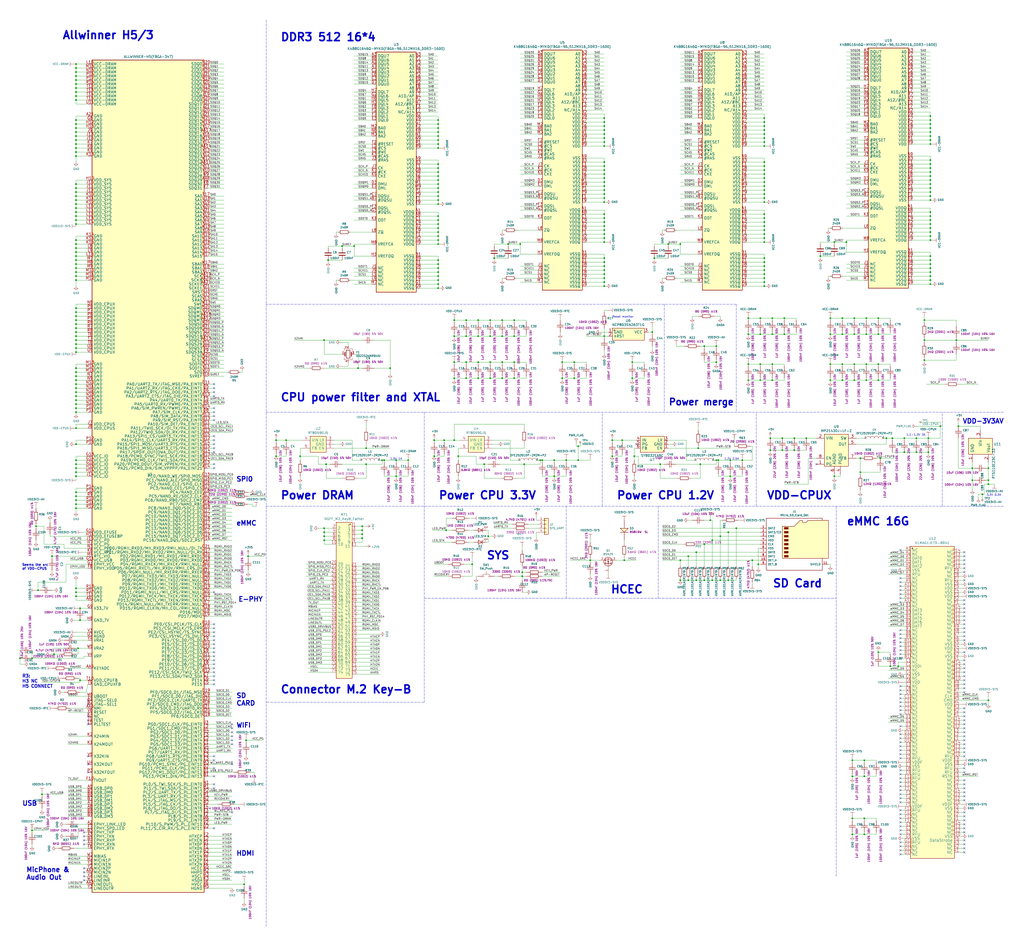
<source format=kicad_sch>
(kicad_sch (version 20211123) (generator eeschema)
  (paper "User" 650.011 600.405)
  (title_block (title "CPU&DRAM") (date "2021-10-29") (rev "V1.0") (comment 1 "全志H5核心板") (comment 2 "M.2 KeyB接口"))
  (lib_symbols
    (symbol "AllwinnerH5H3:ALLWINNER-H3(FBGA-347)" (pin_names (offset 1.016))
      (property "Reference" "U" (at -32.766 265.176 0))
      (property "Value" "ALLWINNER-H3(FBGA-347)" (at -32.766 -266.954 0))
      (symbol "ALLWINNER-H3(FBGA-347)_0_1"
        (pin passive line (at -38.1 -142.24 0) (length 2.54) (name "JTAG-SEL0") (number "A1"))
        (pin passive line (at 38.1 -96.52 180) (length 2.54) (name "PE1/CSI_MCLK/TS_ERR") (number "A10"))
        (pin passive line (at 38.1 -121.92 180) (length 2.54) (name "PE11/CSI_D7/TS_D7") (number "A11"))
        (pin passive line (at 38.1 7.62 180) (length 2.54) (name "PA20/PCM0_DOUT/SIM_VPPEN/PA_EINT20") (number "A13"))
        (pin passive line (at 38.1 5.08 180) (length 2.54) (name "PA21/PCM0_DIN/SIM_VPPPP/PA_EINT21") (number "A14"))
        (pin passive line (at 38.1 -17.78 180) (length 2.54) (name "PC7/NAND_RB1") (number "A16"))
        (pin passive line (at 38.1 -12.7 180) (length 2.54) (name "PC5/NAND_RE/SDC2_CLK") (number "A17"))
        (pin passive line (at 38.1 -139.7 180) (length 2.54) (name "PF1/SDC0_D0/JTAG_DI0") (number "A19"))
        (pin output line (at -38.1 -220.98 0) (length 2.54) (name "EPHY_LINK_LED") (number "A2"))
        (pin passive line (at 38.1 -55.88 180) (length 2.54) (name "PD4/RGMII_RXCK/MII_RXCK/RMII_NULL") (number "A20"))
        (pin power_in line (at -38.1 228.6 0) (length 2.54) (name "GND") (number "A21"))
        (pin passive line (at -38.1 -228.6 0) (length 2.54) (name "EPHY_TXN") (number "A3"))
        (pin passive line (at -38.1 -233.68 0) (length 2.54) (name "EPHY_RXN") (number "A4"))
        (pin passive line (at -38.1 -198.12 0) (length 2.54) (name "USB_DP0") (number "A5"))
        (pin passive line (at -38.1 -208.28 0) (length 2.54) (name "USB_DP2") (number "A7"))
        (pin passive line (at -38.1 -210.82 0) (length 2.54) (name "USB_DM2") (number "A8"))
        (pin power_in line (at -38.1 -78.74 0) (length 2.54) (name "GND") (number "AA1"))
        (pin passive line (at 38.1 198.12 180) (length 2.54) (name "SDQ25") (number "AA11"))
        (pin output line (at 38.1 99.06 180) (length 2.54) (name "SDQM3") (number "AA12"))
        (pin passive line (at 38.1 208.28 180) (length 2.54) (name "SDQ21") (number "AA14"))
        (pin passive line (at 38.1 86.36 180) (length 2.54) (name "SDQS2") (number "AA15"))
        (pin passive line (at 38.1 218.44 180) (length 2.54) (name "SDQ17") (number "AA17"))
        (pin output line (at 38.1 101.6 180) (length 2.54) (name "SDQM2") (number "AA18"))
        (pin output line (at 38.1 127 180) (length 2.54) (name "SCK") (number "AA19"))
        (pin passive line (at -38.1 -251.46 0) (length 2.54) (name "MICIN2N") (number "AA2"))
        (pin output line (at 38.1 124.46 180) (length 2.54) (name "SCKB") (number "AA20"))
        (pin output line (at 38.1 121.92 180) (length 2.54) (name "SCKE0") (number "AA21"))
        (pin output line (at -38.1 -259.08 0) (length 2.54) (name "LINEOUTL") (number "AA3"))
        (pin passive line (at -38.1 -121.92 0) (length 2.54) (name "KEYADC") (number "AA5"))
        (pin passive line (at -38.1 -147.32 0) (length 2.54) (name "NMI") (number "AA6"))
        (pin passive line (at 38.1 187.96 180) (length 2.54) (name "SDQ29") (number "AA8"))
        (pin passive line (at 38.1 81.28 180) (length 2.54) (name "SDQS3") (number "AA9"))
        (pin passive line (at 38.1 -190.5 180) (length 2.54) (name "PG13/PCM1_DIN/PG_EINT13") (number "B1"))
        (pin passive line (at 38.1 -93.98 180) (length 2.54) (name "PE0/CSI_PCLK/TS_CLK") (number "B10"))
        (pin passive line (at 38.1 -99.06 180) (length 2.54) (name "PE2/CSI_HSYNC/TS_SYNC") (number "B11"))
        (pin passive line (at 38.1 -124.46 180) (length 2.54) (name "PE12/CSI_SCK/TWI2_SCK") (number "B12"))
        (pin passive line (at 38.1 12.7 180) (length 2.54) (name "PA18/PCM0_SYNC/TWI1_SCK/PA_EINT18") (number "B13"))
        (pin passive line (at 38.1 10.16 180) (length 2.54) (name "PA19/PCM0_CLK/TWI1_SDA/PA_EINT19") (number "B14"))
        (pin passive line (at 38.1 -7.62 180) (length 2.54) (name "PC3/NAND_CE1/SPI0_CS") (number "B15"))
        (pin passive line (at 38.1 -5.08 180) (length 2.54) (name "PC2/NAND_CLE/SPI0_CLK") (number "B16"))
        (pin passive line (at 38.1 -30.48 180) (length 2.54) (name "PC12/NAND_DQ4/SDC2_D4") (number "B17"))
        (pin passive line (at 38.1 -20.32 180) (length 2.54) (name "PC8/NAND_DQ0/SDC2_D0") (number "B18"))
        (pin passive line (at 38.1 -33.02 180) (length 2.54) (name "PC13/NAND_DQ5/SDC2_D5") (number "B19"))
        (pin passive line (at -38.1 -144.78 0) (length 2.54) (name "JTAG-SEL1") (number "B2"))
        (pin passive line (at 38.1 -50.8 180) (length 2.54) (name "PD2/RGMII_RXD1/MII_RXD1/RMII_RXD1") (number "B20"))
        (pin passive line (at 38.1 -60.96 180) (length 2.54) (name "PD6/RGMII_NULL/MII_RXERR/RMII_RXER") (number "B21"))
        (pin passive line (at -38.1 -226.06 0) (length 2.54) (name "EPHY_TXP") (number "B3"))
        (pin passive line (at -38.1 -231.14 0) (length 2.54) (name "EPHY_RXP") (number "B4"))
        (pin passive line (at -38.1 -200.66 0) (length 2.54) (name "USB_DM0") (number "B5"))
        (pin passive line (at -38.1 -203.2 0) (length 2.54) (name "USB_DP1") (number "B6"))
        (pin passive line (at -38.1 -205.74 0) (length 2.54) (name "USB_DM1") (number "B7"))
        (pin passive line (at -38.1 -213.36 0) (length 2.54) (name "USB_DP3") (number "B8"))
        (pin passive line (at -38.1 -215.9 0) (length 2.54) (name "USB_DM3") (number "B9"))
        (pin passive line (at 38.1 -170.18 180) (length 2.54) (name "PG5/SDC1_D3/PG_EINT5") (number "C1"))
        (pin passive line (at 38.1 -101.6 180) (length 2.54) (name "PE3/CSI_VSYNC/TS_DVLD") (number "C10"))
        (pin passive line (at 38.1 -114.3 180) (length 2.54) (name "PE8/CSI_D4/TS_D4") (number "C11"))
        (pin passive line (at 38.1 -116.84 180) (length 2.54) (name "PE9/CSI_D5/TS_D5") (number "C12"))
        (pin passive line (at 38.1 27.94 180) (length 2.54) (name "PA12/TWI0_SDA/DI_RX/PA_EINT12") (number "C13"))
        (pin passive line (at 38.1 15.24 180) (length 2.54) (name "PA17/SPDIF_OUT(OWA_OUT)/PA_EINT17") (number "C14"))
        (pin passive line (at 38.1 0 180) (length 2.54) (name "PC0/NAND_WE/SPI0_MOSI") (number "C15"))
        (pin passive line (at 38.1 -2.54 180) (length 2.54) (name "PC1/NAND_ALE/SPI0_MISO") (number "C16"))
        (pin passive line (at 38.1 -22.86 180) (length 2.54) (name "PC9/NAND_DQ1/SDC2_D1") (number "C17"))
        (pin passive line (at 38.1 -27.94 180) (length 2.54) (name "PC11/NAND_DQ3/SDC2_D3") (number "C18"))
        (pin passive line (at 38.1 -38.1 180) (length 2.54) (name "PC15/NAND_DQ7/SDC2_D7") (number "C19"))
        (pin passive line (at 38.1 -167.64 180) (length 2.54) (name "PG4/SDC1_D2/PG_EINT4") (number "C2"))
        (pin passive line (at 38.1 -149.86 180) (length 2.54) (name "PF5/SDC0_D2/JTAG_CK0") (number "C20"))
        (pin passive line (at 38.1 -45.72 180) (length 2.54) (name "PD0/RGMII_RXD3/MII_RXD3/RMII_NULL/DI_TX") (number "C21"))
        (pin passive line (at 38.1 -177.8 180) (length 2.54) (name "PG8/UART1_RTS/PG_EINT8") (number "C3"))
        (pin passive line (at 38.1 -132.08 180) (length 2.54) (name "PE15") (number "C5"))
        (pin passive line (at 38.1 -129.54 180) (length 2.54) (name "PE14") (number "C6"))
        (pin passive line (at 38.1 -127 180) (length 2.54) (name "PE13/CSI_SDA/TWI2_SDA") (number "C7"))
        (pin passive line (at 38.1 -111.76 180) (length 2.54) (name "PE7/CSI_D3/TS_D3") (number "C8"))
        (pin passive line (at 38.1 -104.14 180) (length 2.54) (name "PE4/CSI_D0/TS_D0") (number "C9"))
        (pin passive line (at 38.1 -187.96 180) (length 2.54) (name "PG12/PCM1_DOUT/PG_EINT12") (number "D1"))
        (pin passive line (at 38.1 -109.22 180) (length 2.54) (name "PE6/CSI_D2/TS_D2") (number "D10"))
        (pin passive line (at 38.1 58.42 180) (length 2.54) (name "PA0/UART2_TX/JTAG_MS0/PA_EINT0") (number "D11"))
        (pin passive line (at 38.1 35.56 180) (length 2.54) (name "PA9/SIM_RST/PA_EINT9") (number "D13"))
        (pin passive line (at 38.1 17.78 180) (length 2.54) (name "PA16/SPI1_MISO/UART3_CTS/PA_EINT16") (number "D15"))
        (pin passive line (at 38.1 -25.4 180) (length 2.54) (name "PC10/NAND_DQ2/SDC2_D2") (number "D17"))
        (pin passive line (at 38.1 -137.16 180) (length 2.54) (name "PF0/SDC0_D1/JTAG_MS0") (number "D19"))
        (pin passive line (at 38.1 -185.42 180) (length 2.54) (name "PG11/PCM1_CLK/PG_EINT11") (number "D2"))
        (pin passive line (at 38.1 -142.24 180) (length 2.54) (name "PF2/SDC0_CLK/UART0_TX") (number "D20"))
        (pin passive line (at 38.1 -175.26 180) (length 2.54) (name "PG7/UART1_RX/PG_EINT7") (number "D3"))
        (pin passive line (at 38.1 55.88 180) (length 2.54) (name "PA1/UART2_RX/JTAG_CK0/PA_EINT1") (number "D5"))
        (pin passive line (at 38.1 53.34 180) (length 2.54) (name "PA2/UART2_RTS/JTAG_DO0/PA_EINT2") (number "D6"))
        (pin passive line (at 38.1 40.64 180) (length 2.54) (name "PA7/SIM_CLK/PA_EINT7") (number "D8"))
        (pin passive line (at 38.1 -106.68 180) (length 2.54) (name "PE5/CSI_D1/TS_D1") (number "E10"))
        (pin passive line (at 38.1 33.02 180) (length 2.54) (name "PA10/SIM_DET/PA_EINT10") (number "E11"))
        (pin passive line (at 38.1 50.8 180) (length 2.54) (name "PA3/UART2_CTS/JTAG_DI0/PA_EINT3") (number "E13"))
        (pin passive line (at 38.1 43.18 180) (length 2.54) (name "PA6/SIM_PWREN/PWM1/PA_EINT6") (number "E14"))
        (pin passive line (at 38.1 25.4 180) (length 2.54) (name "PA13/SPI1_CS/UART3_TX/PA_EINT13") (number "E15"))
        (pin passive line (at 38.1 -15.24 180) (length 2.54) (name "PC6/NAND_RB0/SDC2_CMD") (number "E16"))
        (pin passive line (at 38.1 -63.5 180) (length 2.54) (name "PD7/RGMII_TXD3/MII_TXD3/RMII_NULL") (number "E18"))
        (pin passive line (at 38.1 -76.2 180) (length 2.54) (name "PD12/RGMII_TXCK/MII_TXCK/RMII_TXCK") (number "E19"))
        (pin output line (at 38.1 -231.14 180) (length 2.54) (name "HTXCN") (number "E2"))
        (pin passive line (at 38.1 -66.04 180) (length 2.54) (name "PD8/RGMII_TXD2/MII_TXD2/RMII_NULL") (number "E20"))
        (pin passive line (at 38.1 -147.32 180) (length 2.54) (name "PF4/SDC0_D3/UART0_RX") (number "E21"))
        (pin passive line (at 38.1 -180.34 180) (length 2.54) (name "PG9/UART1_CTS/PG_EINT9") (number "E3"))
        (pin passive line (at 38.1 -119.38 180) (length 2.54) (name "PE10/CSI_D6/TS_D6") (number "E8"))
        (pin output line (at 38.1 -236.22 180) (length 2.54) (name "HTX0N") (number "F1"))
        (pin output line (at -38.1 -193.04 0) (length 2.54) (name "TVOUT") (number "F10"))
        (pin passive line (at 38.1 30.48 180) (length 2.54) (name "PA11/TWI0_SCK/DI_TX/PA_EINT11") (number "F11"))
        (pin passive line (at 38.1 38.1 180) (length 2.54) (name "PA8/SIM_DATA/PA_EINT8") (number "F13"))
        (pin passive line (at 38.1 20.32 180) (length 2.54) (name "PA15/SPI1_MOSI/UART3_RTS/PA_EINT15") (number "F14"))
        (pin passive line (at 38.1 -10.16 180) (length 2.54) (name "PC4/NAND_CE0") (number "F16"))
        (pin passive line (at 38.1 -35.56 180) (length 2.54) (name "PC14/NAND_DQ6/SDC2_D6") (number "F17"))
        (pin passive line (at 38.1 -144.78 180) (length 2.54) (name "PF3/SDC0_CMD/JTAG_DO0") (number "F18"))
        (pin passive line (at 38.1 -58.42 180) (length 2.54) (name "PD5/RGMII_RXCTL/MII_RXDV/RMII_CRS_DV") (number "F19"))
        (pin output line (at 38.1 -228.6 180) (length 2.54) (name "HTXCP") (number "F2"))
        (pin passive line (at 38.1 -73.66 180) (length 2.54) (name "PD11/RGMII_NULL/MII_CRS/RMII_NULL") (number "F20"))
        (pin passive line (at 38.1 -68.58 180) (length 2.54) (name "PD9/RGMII_TXD1/MII_TXD1/RMII_TXD1") (number "F21"))
        (pin passive line (at 38.1 -165.1 180) (length 2.54) (name "PG3/SDC1_D1/PG_EINT3") (number "F3"))
        (pin passive line (at 38.1 48.26 180) (length 2.54) (name "PA4/UART0_TX/PA_EINT4") (number "F5"))
        (pin passive line (at -38.1 -236.22 0) (length 2.54) (name "EPHY_RTX") (number "F6"))
        (pin output line (at -38.1 -223.52 0) (length 2.54) (name "EPHY_SPD_LED") (number "F7"))
        (pin power_in line (at -38.1 -58.42 0) (length 2.54) (name "EPHY_VDD") (number "F8"))
        (pin output line (at 38.1 -233.68 180) (length 2.54) (name "HTX0P") (number "G1"))
        (pin power_in line (at -38.1 -35.56 0) (length 2.54) (name "VDD_EFUSE") (number "G10"))
        (pin power_in line (at -38.1 -53.34 0) (length 2.54) (name "VCC_USB") (number "G11"))
        (pin passive line (at 38.1 22.86 180) (length 2.54) (name "PA14/SPI1_CLK/UART3_RX/PA_EINT14") (number "G12"))
        (pin power_in line (at -38.1 12.7 0) (length 2.54) (name "VCC_IO") (number "G13"))
        (pin power_in line (at -38.1 10.16 0) (length 2.54) (name "VCC_IO") (number "G14"))
        (pin power_in line (at -38.1 7.62 0) (length 2.54) (name "VCC_IO") (number "G15"))
        (pin passive line (at 38.1 -152.4 180) (length 2.54) (name "PF6/SDC0_DET") (number "G18"))
        (pin output line (at 38.1 -241.3 180) (length 2.54) (name "HTX1N") (number "G2"))
        (pin output line (at 38.1 104.14 180) (length 2.54) (name "SDQM1") (number "G20"))
        (pin passive line (at 38.1 -172.72 180) (length 2.54) (name "PG6/UART1_TX/PG_EINT6") (number "G4"))
        (pin passive line (at 38.1 -248.92 180) (length 2.54) (name "HCEC") (number "G5"))
        (pin power_in line (at -38.1 -55.88 0) (length 2.54) (name "EPHY_VCC") (number "G7"))
        (pin power_in line (at -38.1 226.06 0) (length 2.54) (name "GND") (number "G8"))
        (pin power_in line (at -38.1 -83.82 0) (length 2.54) (name "V33_TV") (number "G9"))
        (pin power_in line (at -38.1 187.96 0) (length 2.54) (name "VDD_SYS") (number "H10"))
        (pin power_in line (at -38.1 -38.1 0) (length 2.54) (name "VDD_EFUSEBP") (number "H11"))
        (pin power_in line (at -38.1 223.52 0) (length 2.54) (name "GND") (number "H12"))
        (pin power_in line (at -38.1 5.08 0) (length 2.54) (name "VCC_IO") (number "H13"))
        (pin power_in line (at -38.1 2.54 0) (length 2.54) (name "VCC_IO") (number "H14"))
        (pin power_in line (at -38.1 220.98 0) (length 2.54) (name "GND") (number "H15"))
        (pin passive line (at 38.1 -40.64 180) (length 2.54) (name "PC16/NAND_DQS/SDC2_RST") (number "H16"))
        (pin passive line (at 38.1 -48.26 180) (length 2.54) (name "PD1/RGMII_RXD2/MII_RXD2/RMII_NULL/DI_RX") (number "H17"))
        (pin passive line (at 38.1 -53.34 180) (length 2.54) (name "PD3/RGMII_RXD0/MII_RXD0/RMII_RXD0") (number "H18"))
        (pin passive line (at 38.1 -71.12 180) (length 2.54) (name "PD10/RGMII_TXD0/MII_TXD0/RMII_TXD0") (number "H19"))
        (pin output line (at 38.1 -238.76 180) (length 2.54) (name "HTX1P") (number "H2"))
        (pin passive line (at 38.1 238.76 180) (length 2.54) (name "SDQ9") (number "H20"))
        (pin passive line (at 38.1 236.22 180) (length 2.54) (name "SDQ10") (number "H21"))
        (pin output line (at 38.1 -254 180) (length 2.54) (name "HSCL") (number "H3"))
        (pin passive line (at 38.1 -162.56 180) (length 2.54) (name "PG2/SDC1_D0/PG_EINT2") (number "H4"))
        (pin passive line (at 38.1 45.72 180) (length 2.54) (name "PA5/UART0_RX/PWM0/PA_EINT5") (number "H6"))
        (pin power_in line (at -38.1 -43.18 0) (length 2.54) (name "VCC_PG") (number "H7"))
        (pin power_in line (at -38.1 -91.44 0) (length 2.54) (name "GND_TV") (number "H8"))
        (pin output line (at 38.1 -243.84 180) (length 2.54) (name "HTX2P") (number "J1"))
        (pin power_in line (at -38.1 185.42 0) (length 2.54) (name "VDD_SYS") (number "J10"))
        (pin power_in line (at -38.1 182.88 0) (length 2.54) (name "VDD_SYS") (number "J11"))
        (pin power_in line (at -38.1 180.34 0) (length 2.54) (name "VDD_SYS") (number "J12"))
        (pin power_in line (at -38.1 215.9 0) (length 2.54) (name "GND") (number "J13"))
        (pin power_in line (at -38.1 0 0) (length 2.54) (name "VCC_IO") (number "J14"))
        (pin power_in line (at -38.1 -40.64 0) (length 2.54) (name "VCC_PD") (number "J15"))
        (pin power_in line (at -38.1 213.36 0) (length 2.54) (name "GND") (number "J16"))
        (pin passive line (at 38.1 241.3 180) (length 2.54) (name "SDQ8") (number "J19"))
        (pin output line (at 38.1 -246.38 180) (length 2.54) (name "HTX2N") (number "J2"))
        (pin passive line (at 38.1 88.9 180) (length 2.54) (name "SDQS1B") (number "J20"))
        (pin passive line (at 38.1 233.68 180) (length 2.54) (name "SDQ11") (number "J21"))
        (pin passive line (at 38.1 -157.48 180) (length 2.54) (name "PG0/SDC1_CLK/PG_EINT0") (number "J3"))
        (pin power_in line (at 38.1 -259.08 180) (length 2.54) (name "HVCC") (number "J6"))
        (pin power_in line (at -38.1 33.02 0) (length 2.54) (name "VDD_CPUS") (number "J7"))
        (pin power_in line (at -38.1 30.48 0) (length 2.54) (name "VDD_CPUS") (number "J8"))
        (pin power_in line (at -38.1 218.44 0) (length 2.54) (name "GND") (number "J9"))
        (pin output line (at -38.1 -170.18 0) (length 2.54) (name "X24MOUT") (number "K1"))
        (pin power_in line (at -38.1 177.8 0) (length 2.54) (name "VDD_SYS") (number "K10"))
        (pin power_in line (at -38.1 175.26 0) (length 2.54) (name "VDD_SYS") (number "K11"))
        (pin power_in line (at -38.1 172.72 0) (length 2.54) (name "VDD_SYS") (number "K12"))
        (pin power_in line (at -38.1 203.2 0) (length 2.54) (name "GND") (number "K13"))
        (pin power_in line (at -38.1 152.4 0) (length 2.54) (name "GND") (number "K14"))
        (pin power_in line (at -38.1 149.86 0) (length 2.54) (name "GND") (number "K15"))
        (pin power_in line (at -38.1 147.32 0) (length 2.54) (name "GND") (number "K16"))
        (pin passive line (at 38.1 -78.74 180) (length 2.54) (name "PD13/RGMII_TXCTL/MII_TXEN/RMII_TXEN") (number "K17"))
        (pin passive line (at 38.1 -83.82 180) (length 2.54) (name "PD15/RGMII_CLKIN/MII_COL/RMII_NULL") (number "K18"))
        (pin passive line (at -38.1 -165.1 0) (length 2.54) (name "X24MIN") (number "K2"))
        (pin passive line (at 38.1 91.44 180) (length 2.54) (name "SDQS1") (number "K20"))
        (pin passive line (at 38.1 -256.54 180) (length 2.54) (name "HSDA") (number "K3"))
        (pin passive line (at -38.1 -152.4 0) (length 2.54) (name "NC") (number "K4"))
        (pin power_in line (at -38.1 -48.26 0) (length 2.54) (name "VCC_RTC") (number "K6"))
        (pin power_in line (at -38.1 210.82 0) (length 2.54) (name "GND") (number "K7"))
        (pin power_in line (at -38.1 208.28 0) (length 2.54) (name "GND") (number "K8"))
        (pin power_in line (at -38.1 205.74 0) (length 2.54) (name "GND") (number "K9"))
        (pin power_in line (at -38.1 170.18 0) (length 2.54) (name "VDD_SYS") (number "L10"))
        (pin power_in line (at -38.1 167.64 0) (length 2.54) (name "VDD_SYS") (number "L11"))
        (pin power_in line (at -38.1 165.1 0) (length 2.54) (name "VDD_SYS") (number "L12"))
        (pin power_in line (at -38.1 162.56 0) (length 2.54) (name "VDD_SYS") (number "L13"))
        (pin power_in line (at -38.1 160.02 0) (length 2.54) (name "VDD_SYS") (number "L14"))
        (pin power_in line (at -38.1 139.7 0) (length 2.54) (name "GND") (number "L15"))
        (pin power_in line (at -38.1 261.62 0) (length 2.54) (name "VCC-DRAM") (number "L16"))
        (pin passive line (at 38.1 -81.28 180) (length 2.54) (name "PD14/RGMII_NULL/MII_TXERR/RMII_NULL") (number "L17"))
        (pin passive line (at 38.1 -86.36 180) (length 2.54) (name "PD16/MDC") (number "L18"))
        (pin passive line (at 38.1 -88.9 180) (length 2.54) (name "PD17/MDIO") (number "L19"))
        (pin passive line (at 38.1 -160.02 180) (length 2.54) (name "PG1/SDC1_CMD/PG_EINT1") (number "L2"))
        (pin passive line (at 38.1 231.14 180) (length 2.54) (name "SDQ12") (number "L20"))
        (pin passive line (at 38.1 228.6 180) (length 2.54) (name "SDQ13") (number "L21"))
        (pin passive line (at -38.1 -157.48 0) (length 2.54) (name "PLLTEST") (number "L5"))
        (pin power_in line (at -38.1 144.78 0) (length 2.54) (name "GND") (number "L8"))
        (pin power_in line (at -38.1 142.24 0) (length 2.54) (name "GND") (number "L9"))
        (pin passive line (at 38.1 -198.12 180) (length 2.54) (name "PL1/S_TWI_SDA/S_PL_EINT1") (number "M1"))
        (pin power_in line (at -38.1 129.54 0) (length 2.54) (name "GND") (number "M10"))
        (pin power_in line (at -38.1 127 0) (length 2.54) (name "GND") (number "M11"))
        (pin power_in line (at -38.1 124.46 0) (length 2.54) (name "GND") (number "M12"))
        (pin power_in line (at -38.1 71.12 0) (length 2.54) (name "GND") (number "M13"))
        (pin power_in line (at -38.1 68.58 0) (length 2.54) (name "GND") (number "M14"))
        (pin power_in line (at -38.1 66.04 0) (length 2.54) (name "GND") (number "M15"))
        (pin power_in line (at -38.1 259.08 0) (length 2.54) (name "VCC-DRAM") (number "M16"))
        (pin passive line (at 38.1 223.52 180) (length 2.54) (name "SDQ15") (number "M19"))
        (pin passive line (at 38.1 -251.46 180) (length 2.54) (name "HHPD") (number "M2"))
        (pin output line (at 38.1 106.68 180) (length 2.54) (name "SDQM0") (number "M20"))
        (pin passive line (at 38.1 226.06 180) (length 2.54) (name "SDQ14") (number "M21"))
        (pin passive line (at 38.1 -182.88 180) (length 2.54) (name "PG10/PCM1_SYNC/PG_EINT10") (number "M3"))
        (pin power_in line (at -38.1 -50.8 0) (length 2.54) (name "RTC_VIO") (number "M4"))
        (pin power_in line (at 38.1 -261.62 180) (length 2.54) (name "HGND") (number "M5"))
        (pin passive line (at 38.1 -218.44 180) (length 2.54) (name "PL9/S_PL_EINT9") (number "M6"))
        (pin power_in line (at -38.1 137.16 0) (length 2.54) (name "GND") (number "M7"))
        (pin power_in line (at -38.1 134.62 0) (length 2.54) (name "GND") (number "M8"))
        (pin power_in line (at -38.1 132.08 0) (length 2.54) (name "GND") (number "M9"))
        (pin passive line (at 38.1 -195.58 180) (length 2.54) (name "PL0/S_TWI_SCK/S_PL_EINT0") (number "N1"))
        (pin power_in line (at -38.1 58.42 0) (length 2.54) (name "GND") (number "N10"))
        (pin power_in line (at -38.1 55.88 0) (length 2.54) (name "GND") (number "N11"))
        (pin power_in line (at -38.1 53.34 0) (length 2.54) (name "GND") (number "N12"))
        (pin power_in line (at -38.1 50.8 0) (length 2.54) (name "GND") (number "N13"))
        (pin power_in line (at -38.1 48.26 0) (length 2.54) (name "GND") (number "N14"))
        (pin power_in line (at -38.1 45.72 0) (length 2.54) (name "GND") (number "N15"))
        (pin power_in line (at -38.1 256.54 0) (length 2.54) (name "VCC-DRAM") (number "N16"))
        (pin passive line (at 38.1 142.24 180) (length 2.54) (name "SA14") (number "N17"))
        (pin passive line (at 38.1 149.86 180) (length 2.54) (name "SA11") (number "N19"))
        (pin passive line (at 38.1 -205.74 180) (length 2.54) (name "PL4/S_JTAG_MS/S_PL_EINT4") (number "N2"))
        (pin passive line (at 38.1 261.62 180) (length 2.54) (name "SDQ0") (number "N20"))
        (pin power_in line (at -38.1 -45.72 0) (length 2.54) (name "VCC_PLL") (number "N3"))
        (pin power_in line (at -38.1 63.5 0) (length 2.54) (name "GND") (number "N7"))
        (pin power_in line (at -38.1 109.22 0) (length 2.54) (name "VDD_CPUX") (number "N8"))
        (pin power_in line (at -38.1 60.96 0) (length 2.54) (name "GND") (number "N9"))
        (pin power_in line (at -38.1 43.18 0) (length 2.54) (name "GND") (number "P10"))
        (pin power_in line (at -38.1 40.64 0) (length 2.54) (name "GND") (number "P11"))
        (pin power_in line (at -38.1 22.86 0) (length 2.54) (name "GND") (number "P12"))
        (pin power_in line (at -38.1 20.32 0) (length 2.54) (name "GND") (number "P13"))
        (pin power_in line (at -38.1 -7.62 0) (length 2.54) (name "GND") (number "P14"))
        (pin power_in line (at -38.1 -10.16 0) (length 2.54) (name "GND") (number "P15"))
        (pin power_in line (at -38.1 254 0) (length 2.54) (name "VCC-DRAM") (number "P16"))
        (pin power_in line (at -38.1 251.46 0) (length 2.54) (name "VCC-DRAM") (number "P17"))
        (pin passive line (at 38.1 152.4 180) (length 2.54) (name "SA10") (number "P19"))
        (pin passive line (at 38.1 -200.66 180) (length 2.54) (name "PL2/S_UART_TX/S_PL_EINT2") (number "P2"))
        (pin passive line (at 38.1 256.54 180) (length 2.54) (name "SDQ2") (number "P20"))
        (pin passive line (at 38.1 259.08 180) (length 2.54) (name "SDQ1") (number "P21"))
        (pin output line (at -38.1 -187.96 0) (length 2.54) (name "X32KFOUT") (number "P3"))
        (pin power_in line (at -38.1 106.68 0) (length 2.54) (name "VDD_CPUX") (number "P6"))
        (pin power_in line (at -38.1 104.14 0) (length 2.54) (name "VDD_CPUX") (number "P7"))
        (pin power_in line (at -38.1 101.6 0) (length 2.54) (name "VDD_CPUX") (number "P8"))
        (pin power_in line (at -38.1 99.06 0) (length 2.54) (name "VDD_CPUX") (number "P9"))
        (pin passive line (at 38.1 -203.2 180) (length 2.54) (name "PL3/S_UART_RX/S_PL_EINT3") (number "R1"))
        (pin power_in line (at -38.1 -15.24 0) (length 2.54) (name "GND") (number "R10"))
        (pin power_in line (at -38.1 -17.78 0) (length 2.54) (name "GND") (number "R11"))
        (pin power_in line (at -38.1 -20.32 0) (length 2.54) (name "GND") (number "R12"))
        (pin power_in line (at -38.1 -71.12 0) (length 2.54) (name "GND") (number "R13"))
        (pin power_in line (at -38.1 -73.66 0) (length 2.54) (name "GND") (number "R14"))
        (pin power_in line (at -38.1 248.92 0) (length 2.54) (name "VCC-DRAM") (number "R16"))
        (pin passive line (at 38.1 139.7 180) (length 2.54) (name "SA15") (number "R17"))
        (pin passive line (at 38.1 147.32 180) (length 2.54) (name "SA12") (number "R18"))
        (pin passive line (at 38.1 251.46 180) (length 2.54) (name "SDQ4") (number "R19"))
        (pin passive line (at 38.1 -208.28 180) (length 2.54) (name "PL5/S_JTAG_CK/S_PL_EINT5") (number "R2"))
        (pin passive line (at 38.1 96.52 180) (length 2.54) (name "SDQS0") (number "R20"))
        (pin passive line (at 38.1 93.98 180) (length 2.54) (name "SDQS0B") (number "R21"))
        (pin power_in line (at -38.1 96.52 0) (length 2.54) (name "VDD_CPUX") (number "R6"))
        (pin power_in line (at -38.1 93.98 0) (length 2.54) (name "VDD_CPUX") (number "R7"))
        (pin power_in line (at -38.1 91.44 0) (length 2.54) (name "VDD_CPUX") (number "R8"))
        (pin power_in line (at -38.1 -12.7 0) (length 2.54) (name "GND") (number "R9"))
        (pin power_in line (at -38.1 -129.54 0) (length 2.54) (name "VDD_CPUFB") (number "T10"))
        (pin power_in line (at -38.1 -76.2 0) (length 2.54) (name "GND") (number "T11"))
        (pin power_in line (at -38.1 246.38 0) (length 2.54) (name "VCC-DRAM") (number "T12"))
        (pin power_in line (at -38.1 243.84 0) (length 2.54) (name "VCC-DRAM") (number "T13"))
        (pin power_in line (at -38.1 241.3 0) (length 2.54) (name "VCC-DRAM") (number "T14"))
        (pin power_in line (at -38.1 238.76 0) (length 2.54) (name "VCC-DRAM") (number "T15"))
        (pin power_in line (at 38.1 63.5 180) (length 2.54) (name "SVREF") (number "T16"))
        (pin passive line (at 38.1 177.8 180) (length 2.54) (name "SA0") (number "T17"))
        (pin output line (at 38.1 132.08 180) (length 2.54) (name "SBA1") (number "T18"))
        (pin passive line (at 38.1 -215.9 180) (length 2.54) (name "PL8/S_PL_EINT8") (number "T2"))
        (pin passive line (at 38.1 248.92 180) (length 2.54) (name "SDQ5") (number "T20"))
        (pin passive line (at 38.1 -213.36 180) (length 2.54) (name "PL7/S_JTAG_DI/S_PL_EINT7") (number "T3"))
        (pin passive line (at 38.1 -210.82 180) (length 2.54) (name "PL6/S_JTAG_DO/S_PL_EINT6") (number "T4"))
        (pin passive line (at -38.1 -154.94 0) (length 2.54) (name "TEST") (number "T5"))
        (pin power_in line (at -38.1 88.9 0) (length 2.54) (name "VDD_CPUX") (number "T6"))
        (pin power_in line (at -38.1 86.36 0) (length 2.54) (name "VDD_CPUX") (number "T7"))
        (pin power_in line (at -38.1 83.82 0) (length 2.54) (name "VDD_CPUX") (number "T8"))
        (pin power_in line (at -38.1 -132.08 0) (length 2.54) (name "GND_CPUXFB") (number "T9"))
        (pin power_in line (at -38.1 236.22 0) (length 2.54) (name "VCC-DRAM") (number "U11"))
        (pin output line (at 38.1 114.3 180) (length 2.54) (name "SCAS") (number "U15"))
        (pin output line (at 38.1 116.84 180) (length 2.54) (name "SRST") (number "U16"))
        (pin passive line (at 38.1 175.26 180) (length 2.54) (name "SA1") (number "U18"))
        (pin passive line (at 38.1 246.38 180) (length 2.54) (name "SDQ6") (number "U19"))
        (pin passive line (at 38.1 -223.52 180) (length 2.54) (name "PL11/S_CIR_RX/S_PL_EINT11") (number "U2"))
        (pin passive line (at 38.1 243.84 180) (length 2.54) (name "SDQ7") (number "U20"))
        (pin passive line (at 38.1 254 180) (length 2.54) (name "SDQ3") (number "U21"))
        (pin power_in line (at -38.1 -101.6 0) (length 2.54) (name "AGND") (number "U3"))
        (pin output line (at -38.1 -182.88 0) (length 2.54) (name "X32KOUT") (number "U4"))
        (pin power_in line (at -38.1 81.28 0) (length 2.54) (name "VDD_CPUX") (number "U6"))
        (pin power_in line (at -38.1 78.74 0) (length 2.54) (name "VDD_CPUX") (number "U9"))
        (pin passive line (at -38.1 -254 0) (length 2.54) (name "LINEINL") (number "V1"))
        (pin passive line (at 38.1 66.04 180) (length 2.54) (name "SZQ") (number "V10"))
        (pin output line (at 38.1 68.58 180) (length 2.54) (name "SODT1") (number "V11"))
        (pin passive line (at 38.1 144.78 180) (length 2.54) (name "SA13") (number "V12"))
        (pin output line (at 38.1 111.76 180) (length 2.54) (name "SRAS") (number "V13"))
        (pin passive line (at 38.1 160.02 180) (length 2.54) (name "SA7") (number "V15"))
        (pin output line (at 38.1 129.54 180) (length 2.54) (name "SBA2") (number "V17"))
        (pin passive line (at 38.1 172.72 180) (length 2.54) (name "SA2") (number "V19"))
        (pin passive line (at 38.1 -220.98 180) (length 2.54) (name "PL10/S_PWM/S_PL_EINT10") (number "V2"))
        (pin passive line (at 38.1 170.18 180) (length 2.54) (name "SA3") (number "V20"))
        (pin passive line (at 38.1 167.64 180) (length 2.54) (name "SA4") (number "V21"))
        (pin power_in line (at -38.1 -99.06 0) (length 2.54) (name "AVCC") (number "V3"))
        (pin passive line (at -38.1 -114.3 0) (length 2.54) (name "VRP") (number "V4"))
        (pin passive line (at -38.1 -177.8 0) (length 2.54) (name "X32KIN") (number "V5"))
        (pin passive line (at -38.1 -149.86 0) (length 2.54) (name "RESET") (number "V6"))
        (pin passive line (at -38.1 -256.54 0) (length 2.54) (name "LINEINR") (number "W1"))
        (pin output line (at 38.1 71.12 180) (length 2.54) (name "SODT0") (number "W11"))
        (pin passive line (at 38.1 200.66 180) (length 2.54) (name "SDQ24") (number "W12"))
        (pin output line (at 38.1 109.22 180) (length 2.54) (name "SWE") (number "W13"))
        (pin passive line (at 38.1 213.36 180) (length 2.54) (name "SDQ19") (number "W15"))
        (pin output line (at 38.1 134.62 180) (length 2.54) (name "SBA0") (number "W17"))
        (pin passive line (at 38.1 157.48 180) (length 2.54) (name "SA8") (number "W18"))
        (pin passive line (at -38.1 -243.84 0) (length 2.54) (name "MICIN1P") (number "W2"))
        (pin output line (at 38.1 76.2 180) (length 2.54) (name "SCS0") (number "W20"))
        (pin output line (at 38.1 73.66 180) (length 2.54) (name "SCS1") (number "W21"))
        (pin passive line (at -38.1 -241.3 0) (length 2.54) (name "MBIAS") (number "W3"))
        (pin passive line (at -38.1 -109.22 0) (length 2.54) (name "VRA2") (number "W5"))
        (pin passive line (at -38.1 -139.7 0) (length 2.54) (name "UBOOT") (number "W6"))
        (pin passive line (at 38.1 190.5 180) (length 2.54) (name "SDQ28") (number "W9"))
        (pin passive line (at -38.1 -246.38 0) (length 2.54) (name "MICIN1N") (number "Y1"))
        (pin passive line (at 38.1 193.04 180) (length 2.54) (name "SDQ27") (number "Y10"))
        (pin passive line (at 38.1 195.58 180) (length 2.54) (name "SDQ26") (number "Y11"))
        (pin passive line (at 38.1 203.2 180) (length 2.54) (name "SDQ23") (number "Y12"))
        (pin passive line (at 38.1 205.74 180) (length 2.54) (name "SDQ22") (number "Y13"))
        (pin passive line (at 38.1 210.82 180) (length 2.54) (name "SDQ20") (number "Y14"))
        (pin passive line (at 38.1 83.82 180) (length 2.54) (name "SDQS2B") (number "Y15"))
        (pin passive line (at 38.1 215.9 180) (length 2.54) (name "SDQ18") (number "Y16"))
        (pin passive line (at 38.1 220.98 180) (length 2.54) (name "SDQ16") (number "Y17"))
        (pin passive line (at 38.1 154.94 180) (length 2.54) (name "SA9") (number "Y18"))
        (pin passive line (at 38.1 165.1 180) (length 2.54) (name "SA5") (number "Y19"))
        (pin passive line (at -38.1 -248.92 0) (length 2.54) (name "MICIN2P") (number "Y2"))
        (pin passive line (at 38.1 162.56 180) (length 2.54) (name "SA6") (number "Y20"))
        (pin output line (at 38.1 119.38 180) (length 2.54) (name "SCKE1") (number "Y21"))
        (pin output line (at -38.1 -261.62 0) (length 2.54) (name "LINEOUTR") (number "Y3"))
        (pin passive line (at -38.1 -104.14 0) (length 2.54) (name "VRA1") (number "Y4"))
        (pin passive line (at 38.1 182.88 180) (length 2.54) (name "SDQ31") (number "Y7"))
        (pin passive line (at 38.1 185.42 180) (length 2.54) (name "SDQ30") (number "Y8"))
        (pin passive line (at 38.1 78.74 180) (length 2.54) (name "SDQS3B") (number "Y9"))
      )
    )
    (symbol "Connector:Micro_SD_Card_Det" (pin_names (offset 1.016))
      (property "Reference" "J" (at -16.51 17.78 0))
      (property "Value" "Micro_SD_Card_Det" (at 16.51 17.78 0))
      (symbol "Micro_SD_Card_Det_1_1"
        (pin bidirectional line (at -22.86 10.16 0) (length 3.81) (name "DAT2") (number "1"))
        (pin passive line (at -22.86 -10.16 0) (length 3.81) (name "DET_A") (number "10"))
        (pin passive line (at 20.32 -12.7 180) (length 3.81) (name "SHIELD") (number "11"))
        (pin bidirectional line (at -22.86 7.62 0) (length 3.81) (name "DAT3/CD") (number "2"))
        (pin input line (at -22.86 5.08 0) (length 3.81) (name "CMD") (number "3"))
        (pin power_in line (at -22.86 2.54 0) (length 3.81) (name "VDD") (number "4"))
        (pin input line (at -22.86 0 0) (length 3.81) (name "CLK") (number "5"))
        (pin power_in line (at -22.86 -2.54 0) (length 3.81) (name "VSS") (number "6"))
        (pin bidirectional line (at -22.86 -5.08 0) (length 3.81) (name "DAT0") (number "7"))
        (pin bidirectional line (at -22.86 -7.62 0) (length 3.81) (name "DAT1") (number "8"))
        (pin passive line (at -22.86 -12.7 0) (length 3.81) (name "DET_B") (number "9"))
      )
    )
    (symbol "Connector:NGFF_M2_KeyB_Father" (pin_names (offset 1.016))
      (property "Reference" "M?" (at 7.62 52.07 0))
      (property "Value" "NGFF_M2_KeyB_Father" (at 0 52.07 0))
      (symbol "NGFF_M2_KeyB_Father_0_1"
        (pin passive line (at 7.62 46.99 180) (length 2.54) (name "1") (number "1"))
        (pin passive line (at -7.62 35.56 0) (length 2.54) (name "10") (number "10"))
        (pin passive line (at 7.62 34.29 180) (length 2.54) (name "11") (number "11"))
        (pin passive line (at -7.62 45.72 0) (length 2.54) (name "2") (number "2"))
        (pin passive line (at -7.62 22.86 0) (length 2.54) (name "20") (number "20"))
        (pin passive line (at 7.62 21.59 180) (length 2.54) (name "21") (number "21"))
        (pin passive line (at -7.62 20.32 0) (length 2.54) (name "22") (number "22"))
        (pin passive line (at 7.62 19.05 180) (length 2.54) (name "23") (number "23"))
        (pin passive line (at -7.62 17.78 0) (length 2.54) (name "24") (number "24"))
        (pin passive line (at 7.62 16.51 180) (length 2.54) (name "25") (number "25"))
        (pin passive line (at -7.62 15.24 0) (length 2.54) (name "26") (number "26"))
        (pin passive line (at 7.62 13.97 180) (length 2.54) (name "27") (number "27"))
        (pin passive line (at -7.62 12.7 0) (length 2.54) (name "28") (number "28"))
        (pin passive line (at 7.62 11.43 180) (length 2.54) (name "29") (number "29"))
        (pin passive line (at 7.62 44.45 180) (length 2.54) (name "3") (number "3"))
        (pin passive line (at -7.62 10.16 0) (length 2.54) (name "30") (number "30"))
        (pin passive line (at 7.62 8.89 180) (length 2.54) (name "31") (number "31"))
        (pin passive line (at -7.62 7.62 0) (length 2.54) (name "32") (number "32"))
        (pin passive line (at 7.62 6.35 180) (length 2.54) (name "33") (number "33"))
        (pin passive line (at -7.62 5.08 0) (length 2.54) (name "34") (number "34"))
        (pin passive line (at 7.62 3.81 180) (length 2.54) (name "35") (number "35"))
        (pin passive line (at -7.62 2.54 0) (length 2.54) (name "36") (number "36"))
        (pin passive line (at 7.62 1.27 180) (length 2.54) (name "37") (number "37"))
        (pin passive line (at -7.62 0 0) (length 2.54) (name "38") (number "38"))
        (pin passive line (at 7.62 -1.27 180) (length 2.54) (name "39") (number "39"))
        (pin passive line (at -7.62 43.18 0) (length 2.54) (name "4") (number "4"))
        (pin passive line (at -7.62 -2.54 0) (length 2.54) (name "40") (number "40"))
        (pin passive line (at 7.62 -3.81 180) (length 2.54) (name "41") (number "41"))
        (pin passive line (at -7.62 -5.08 0) (length 2.54) (name "42") (number "42"))
        (pin passive line (at 7.62 -6.35 180) (length 2.54) (name "43") (number "43"))
        (pin passive line (at -7.62 -7.62 0) (length 2.54) (name "44") (number "44"))
        (pin passive line (at 7.62 -8.89 180) (length 2.54) (name "45") (number "45"))
        (pin passive line (at -7.62 -10.16 0) (length 2.54) (name "46") (number "46"))
        (pin passive line (at 7.62 -11.43 180) (length 2.54) (name "47") (number "47"))
        (pin passive line (at -7.62 -12.7 0) (length 2.54) (name "48") (number "48"))
        (pin passive line (at 7.62 -13.97 180) (length 2.54) (name "49") (number "49"))
        (pin passive line (at 7.62 41.91 180) (length 2.54) (name "5") (number "5"))
        (pin passive line (at -7.62 -15.24 0) (length 2.54) (name "50") (number "50"))
        (pin passive line (at 7.62 -16.51 180) (length 2.54) (name "51") (number "51"))
        (pin passive line (at -7.62 -17.78 0) (length 2.54) (name "52") (number "52"))
        (pin passive line (at 7.62 -19.05 180) (length 2.54) (name "53") (number "53"))
        (pin passive line (at -7.62 -20.32 0) (length 2.54) (name "54") (number "54"))
        (pin passive line (at 7.62 -21.59 180) (length 2.54) (name "55") (number "55"))
        (pin passive line (at -7.62 -22.86 0) (length 2.54) (name "56") (number "56"))
        (pin passive line (at 7.62 -24.13 180) (length 2.54) (name "57") (number "57"))
        (pin passive line (at -7.62 -25.4 0) (length 2.54) (name "58") (number "58"))
        (pin passive line (at 7.62 -26.67 180) (length 2.54) (name "59") (number "59"))
        (pin passive line (at -7.62 40.64 0) (length 2.54) (name "6") (number "6"))
        (pin passive line (at -7.62 -27.94 0) (length 2.54) (name "60") (number "60"))
        (pin passive line (at 7.62 -29.21 180) (length 2.54) (name "61") (number "61"))
        (pin passive line (at -7.62 -30.48 0) (length 2.54) (name "62") (number "62"))
        (pin passive line (at 7.62 -31.75 180) (length 2.54) (name "63") (number "63"))
        (pin passive line (at -7.62 -33.02 0) (length 2.54) (name "64") (number "64"))
        (pin passive line (at 7.62 -34.29 180) (length 2.54) (name "65") (number "65"))
        (pin passive line (at -7.62 -35.56 0) (length 2.54) (name "66") (number "66"))
        (pin passive line (at 7.62 -36.83 180) (length 2.54) (name "67") (number "67"))
        (pin passive line (at -7.62 -38.1 0) (length 2.54) (name "68") (number "68"))
        (pin passive line (at 7.62 -39.37 180) (length 2.54) (name "69") (number "69"))
        (pin passive line (at 7.62 39.37 180) (length 2.54) (name "7") (number "7"))
        (pin passive line (at -7.62 -40.64 0) (length 2.54) (name "70") (number "70"))
        (pin passive line (at 7.62 -41.91 180) (length 2.54) (name "71") (number "71"))
        (pin passive line (at -7.62 -43.18 0) (length 2.54) (name "72") (number "72"))
        (pin passive line (at 7.62 -44.45 180) (length 2.54) (name "73") (number "73"))
        (pin passive line (at -7.62 -45.72 0) (length 2.54) (name "74") (number "74"))
        (pin passive line (at 7.62 -46.99 180) (length 2.54) (name "75") (number "75"))
        (pin passive line (at -7.62 38.1 0) (length 2.54) (name "8") (number "8"))
        (pin passive line (at 7.62 36.83 180) (length 2.54) (name "9") (number "9"))
      )
    )
    (symbol "Connector:TestPoint_Small" (pin_numbers hide) (pin_names (offset 0.762) hide)
      (property "Reference" "TP" (at 0 3.81 0))
      (property "Value" "TestPoint_Small" (at 0 2.032 0))
      (symbol "TestPoint_Small_1_1"
        (pin passive line (at 0 0 90) (length 0) (name "1") (number "1"))
      )
    )
    (symbol "Connector_Generic:Conn_01x04" (pin_names (offset 1.016) hide)
      (property "Reference" "J" (at 0 5.08 0))
      (property "Value" "Conn_01x04" (at 0 -7.62 0))
      (symbol "Conn_01x04_1_1"
        (pin passive line (at -5.08 2.54 0) (length 3.81) (name "Pin_1") (number "1"))
        (pin passive line (at -5.08 0 0) (length 3.81) (name "Pin_2") (number "2"))
        (pin passive line (at -5.08 -2.54 0) (length 3.81) (name "Pin_3") (number "3"))
        (pin passive line (at -5.08 -5.08 0) (length 3.81) (name "Pin_4") (number "4"))
      )
    )
    (symbol "Device:C" (pin_numbers hide) (pin_names (offset 0.254))
      (property "Reference" "C" (at 0.635 2.54 0))
      (property "Value" "C" (at 0.635 -2.54 0))
      (symbol "C_1_1"
        (pin passive line (at 0 3.81 270) (length 2.794) (name "~") (number "1"))
        (pin passive line (at 0 -3.81 90) (length 2.794) (name "~") (number "2"))
      )
    )
    (symbol "Device:Crystal_GND24" (pin_names (offset 1.016) hide)
      (property "Reference" "Y" (at 3.175 5.08 0))
      (property "Value" "Crystal_GND24" (at 3.175 3.175 0))
      (symbol "Crystal_GND24_1_1"
        (pin passive line (at -3.81 0 0) (length 1.27) (name "1") (number "1"))
        (pin passive line (at 0 5.08 270) (length 1.27) (name "2") (number "2"))
        (pin passive line (at 3.81 0 180) (length 1.27) (name "3") (number "3"))
        (pin passive line (at 0 -5.08 90) (length 1.27) (name "4") (number "4"))
      )
    )
    (symbol "Device:LED" (pin_numbers hide) (pin_names (offset 1.016) hide)
      (property "Reference" "D" (at 0 2.54 0))
      (property "Value" "LED" (at 0 -2.54 0))
      (symbol "LED_1_1"
        (pin passive line (at -3.81 0 0) (length 2.54) (name "K") (number "1"))
        (pin passive line (at 3.81 0 180) (length 2.54) (name "A") (number "2"))
      )
    )
    (symbol "Device:R" (pin_numbers hide) (pin_names (offset 0))
      (property "Reference" "R" (at 2.032 0 90))
      (property "Value" "R" (at 0 0 90))
      (symbol "R_1_1"
        (pin passive line (at 0 3.81 270) (length 1.27) (name "~") (number "1"))
        (pin passive line (at 0 -3.81 90) (length 1.27) (name "~") (number "2"))
      )
    )
    (symbol "K4B4G1646:K4B8G1646Q-MYK0(FBGA-96_512MX16_DDR3-1600)" (pin_names (offset 1.016))
      (property "Reference" "U" (at -7.874 80.01 0))
      (property "Value" "K4B8G1646Q-MYK0(FBGA-96_512MX16_DDR3-1600)" (at 44.45 -77.978 0))
      (symbol "K4B8G1646Q-MYK0(FBGA-96_512MX16_DDR3-1600)_0_1"
        (pin passive line (at 15.24 -22.86 180) (length 2.54) (name "VDDQ") (number "A1"))
        (pin passive line (at -15.24 71.12 0) (length 2.54) (name "DQU5") (number "A2"))
        (pin passive line (at -15.24 76.2 0) (length 2.54) (name "DQU7") (number "A3"))
        (pin passive line (at -15.24 68.58 0) (length 2.54) (name "DQU4") (number "A7"))
        (pin passive line (at 15.24 -25.4 180) (length 2.54) (name "VDDQ") (number "A8"))
        (pin passive line (at 15.24 10.16 180) (length 2.54) (name "VSS") (number "A9"))
        (pin passive line (at 15.24 -50.8 180) (length 2.54) (name "VSSQ") (number "B1"))
        (pin passive line (at 15.24 38.1 180) (length 2.54) (name "VDD") (number "B2"))
        (pin passive line (at 15.24 7.62 180) (length 2.54) (name "VSS") (number "B3"))
        (pin passive line (at -15.24 -15.24 0) (length 2.54) (name "#DQSU") (number "B7"))
        (pin passive line (at -15.24 73.66 0) (length 2.54) (name "DQU6") (number "B8"))
        (pin passive line (at 15.24 -53.34 180) (length 2.54) (name "VSSQ") (number "B9"))
        (pin passive line (at 15.24 -27.94 180) (length 2.54) (name "VDDQ") (number "C1"))
        (pin passive line (at -15.24 66.04 0) (length 2.54) (name "DQU3") (number "C2"))
        (pin passive line (at -15.24 60.96 0) (length 2.54) (name "DQU1") (number "C3"))
        (pin passive line (at -15.24 -12.7 0) (length 2.54) (name "DQSU") (number "C7"))
        (pin passive line (at -15.24 63.5 0) (length 2.54) (name "DQU2") (number "C8"))
        (pin passive line (at 15.24 -30.48 180) (length 2.54) (name "VDDQ") (number "C9"))
        (pin passive line (at 15.24 -55.88 180) (length 2.54) (name "VSSQ") (number "D1"))
        (pin passive line (at 15.24 -33.02 180) (length 2.54) (name "VDDQ") (number "D2"))
        (pin passive line (at -15.24 -5.08 0) (length 2.54) (name "DMU") (number "D3"))
        (pin passive line (at -15.24 58.42 0) (length 2.54) (name "DQU0") (number "D7"))
        (pin passive line (at 15.24 -58.42 180) (length 2.54) (name "VSSQ") (number "D8"))
        (pin passive line (at 15.24 35.56 180) (length 2.54) (name "VDD") (number "D9"))
        (pin passive line (at 15.24 5.08 180) (length 2.54) (name "VSS") (number "E1"))
        (pin passive line (at 15.24 -60.96 180) (length 2.54) (name "VSSQ") (number "E2"))
        (pin passive line (at -15.24 35.56 0) (length 2.54) (name "DQL0") (number "E3"))
        (pin passive line (at -15.24 -7.62 0) (length 2.54) (name "DML") (number "E7"))
        (pin passive line (at 15.24 -63.5 180) (length 2.54) (name "VSSQ") (number "E8"))
        (pin passive line (at 15.24 -35.56 180) (length 2.54) (name "VDDQ") (number "E9"))
        (pin passive line (at 15.24 -38.1 180) (length 2.54) (name "VDDQ") (number "F1"))
        (pin passive line (at -15.24 40.64 0) (length 2.54) (name "DQL2") (number "F2"))
        (pin passive line (at -15.24 -20.32 0) (length 2.54) (name "DQSL") (number "F3"))
        (pin passive line (at -15.24 38.1 0) (length 2.54) (name "DQL1") (number "F7"))
        (pin passive line (at -15.24 43.18 0) (length 2.54) (name "DQL3") (number "F8"))
        (pin passive line (at 15.24 -66.04 180) (length 2.54) (name "VSSQ") (number "F9"))
        (pin passive line (at 15.24 -68.58 180) (length 2.54) (name "VSSQ") (number "G1"))
        (pin passive line (at -15.24 50.8 0) (length 2.54) (name "DQL6") (number "G2"))
        (pin passive line (at -15.24 -22.86 0) (length 2.54) (name "#DQSL") (number "G3"))
        (pin passive line (at 15.24 33.02 180) (length 2.54) (name "VDD") (number "G7"))
        (pin passive line (at 15.24 2.54 180) (length 2.54) (name "VSS") (number "G8"))
        (pin passive line (at 15.24 -71.12 180) (length 2.54) (name "VSSQ") (number "G9"))
        (pin passive line (at -15.24 -50.8 0) (length 2.54) (name "VREFDQ") (number "H1"))
        (pin passive line (at 15.24 -40.64 180) (length 2.54) (name "VDDQ") (number "H2"))
        (pin passive line (at -15.24 45.72 0) (length 2.54) (name "DQL4") (number "H3"))
        (pin passive line (at -15.24 53.34 0) (length 2.54) (name "DQL7") (number "H7"))
        (pin passive line (at -15.24 48.26 0) (length 2.54) (name "DQL5") (number "H8"))
        (pin passive line (at 15.24 -43.18 180) (length 2.54) (name "VDDQ") (number "H9"))
        (pin passive line (at -15.24 -58.42 0) (length 2.54) (name "NC") (number "J1"))
        (pin passive line (at 15.24 0 180) (length 2.54) (name "VSS") (number "J2"))
        (pin passive line (at -15.24 10.16 0) (length 2.54) (name "#RAS") (number "J3"))
        (pin passive line (at -15.24 5.08 0) (length 2.54) (name "CK") (number "J7"))
        (pin passive line (at 15.24 -2.54 180) (length 2.54) (name "VSS") (number "J8"))
        (pin passive line (at -15.24 -60.96 0) (length 2.54) (name "NC") (number "J9"))
        (pin passive line (at -15.24 -27.94 0) (length 2.54) (name "ODT") (number "K1"))
        (pin passive line (at 15.24 30.48 180) (length 2.54) (name "VDD") (number "K2"))
        (pin passive line (at -15.24 12.7 0) (length 2.54) (name "#CAS") (number "K3"))
        (pin passive line (at -15.24 2.54 0) (length 2.54) (name "#CK") (number "K7"))
        (pin passive line (at 15.24 27.94 180) (length 2.54) (name "VDD") (number "K8"))
        (pin passive line (at -15.24 0 0) (length 2.54) (name "CKE") (number "K9"))
        (pin passive line (at -15.24 -63.5 0) (length 2.54) (name "NC") (number "L1"))
        (pin passive line (at -15.24 17.78 0) (length 2.54) (name "#CS") (number "L2"))
        (pin passive line (at -15.24 15.24 0) (length 2.54) (name "#WE") (number "L3"))
        (pin passive line (at 15.24 50.8 180) (length 2.54) (name "A10/AP") (number "L7"))
        (pin passive line (at -15.24 -35.56 0) (length 2.54) (name "ZQ") (number "L8"))
        (pin passive line (at -15.24 -66.04 0) (length 2.54) (name "NC") (number "L9"))
        (pin passive line (at 15.24 -5.08 180) (length 2.54) (name "VSS") (number "M1"))
        (pin passive line (at -15.24 30.48 0) (length 2.54) (name "BA0") (number "M2"))
        (pin passive line (at -15.24 25.4 0) (length 2.54) (name "BA2") (number "M3"))
        (pin passive line (at -15.24 -68.58 0) (length 2.54) (name "NC") (number "M7"))
        (pin passive line (at -15.24 -43.18 0) (length 2.54) (name "VREFCA") (number "M8"))
        (pin passive line (at 15.24 -7.62 180) (length 2.54) (name "VSS") (number "M9"))
        (pin passive line (at 15.24 25.4 180) (length 2.54) (name "VDD") (number "N1"))
        (pin passive line (at 15.24 68.58 180) (length 2.54) (name "A3") (number "N2"))
        (pin passive line (at 15.24 76.2 180) (length 2.54) (name "A0") (number "N3"))
        (pin passive line (at 15.24 45.72 180) (length 2.54) (name "A12/#BC") (number "N7"))
        (pin passive line (at -15.24 27.94 0) (length 2.54) (name "BA1") (number "N8"))
        (pin passive line (at 15.24 22.86 180) (length 2.54) (name "VDD") (number "N9"))
        (pin passive line (at 15.24 -10.16 180) (length 2.54) (name "VSS") (number "P1"))
        (pin passive line (at 15.24 63.5 180) (length 2.54) (name "A5") (number "P2"))
        (pin passive line (at 15.24 71.12 180) (length 2.54) (name "A2") (number "P3"))
        (pin passive line (at 15.24 73.66 180) (length 2.54) (name "A1") (number "P7"))
        (pin passive line (at 15.24 66.04 180) (length 2.54) (name "A4") (number "P8"))
        (pin passive line (at 15.24 -12.7 180) (length 2.54) (name "VSS") (number "P9"))
        (pin passive line (at 15.24 20.32 180) (length 2.54) (name "VDD") (number "R1"))
        (pin passive line (at 15.24 58.42 180) (length 2.54) (name "A7") (number "R2"))
        (pin passive line (at 15.24 53.34 180) (length 2.54) (name "A9") (number "R3"))
        (pin passive line (at 15.24 48.26 180) (length 2.54) (name "A11") (number "R7"))
        (pin passive line (at 15.24 60.96 180) (length 2.54) (name "A6") (number "R8"))
        (pin passive line (at 15.24 17.78 180) (length 2.54) (name "VDD") (number "R9"))
        (pin passive line (at 15.24 -15.24 180) (length 2.54) (name "VSS") (number "T1"))
        (pin passive line (at -15.24 20.32 0) (length 2.54) (name "#RESET") (number "T2"))
        (pin passive line (at 15.24 43.18 180) (length 2.54) (name "A13") (number "T3"))
        (pin passive line (at 15.24 40.64 180) (length 2.54) (name "NC/A14") (number "T7"))
        (pin passive line (at 15.24 55.88 180) (length 2.54) (name "A8") (number "T8"))
        (pin passive line (at 15.24 -17.78 180) (length 2.54) (name "VSS") (number "T9"))
      )
    )
    (symbol "KLMAG1JETD-B041:KLMAG1JETD-B041" (pin_names (offset 1.016))
      (property "Reference" "U" (at -1.524 101.092 0))
      (property "Value" "KLMAG1JETD-B041" (at -1.524 99.06 0))
      (symbol "KLMAG1JETD-B041_0_1"
        (pin passive line (at -16.51 96.52 0) (length 2.54) (name "NC") (number "A1"))
        (pin passive line (at -16.51 73.66 0) (length 2.54) (name "NC") (number "A10"))
        (pin passive line (at -16.51 71.12 0) (length 2.54) (name "NC") (number "A11"))
        (pin passive line (at -16.51 68.58 0) (length 2.54) (name "NC") (number "A12"))
        (pin passive line (at -16.51 66.04 0) (length 2.54) (name "NC") (number "A13"))
        (pin passive line (at -16.51 63.5 0) (length 2.54) (name "NC") (number "A14"))
        (pin passive line (at -16.51 93.98 0) (length 2.54) (name "NC") (number "A2"))
        (pin passive line (at -16.51 91.44 0) (length 2.54) (name "DAT0") (number "A3"))
        (pin passive line (at -16.51 88.9 0) (length 2.54) (name "DAT1") (number "A4"))
        (pin passive line (at -16.51 86.36 0) (length 2.54) (name "DAT2") (number "A5"))
        (pin passive line (at -16.51 83.82 0) (length 2.54) (name "VSS") (number "A6"))
        (pin passive line (at -16.51 81.28 0) (length 2.54) (name "RFU") (number "A7"))
        (pin passive line (at -16.51 78.74 0) (length 2.54) (name "NC") (number "A8"))
        (pin passive line (at -16.51 76.2 0) (length 2.54) (name "NC") (number "A9"))
        (pin passive line (at -16.51 60.96 0) (length 2.54) (name "NC") (number "B1"))
        (pin passive line (at -16.51 38.1 0) (length 2.54) (name "NC") (number "B10"))
        (pin passive line (at -16.51 35.56 0) (length 2.54) (name "NC") (number "B11"))
        (pin passive line (at -16.51 33.02 0) (length 2.54) (name "NC") (number "B12"))
        (pin passive line (at -16.51 30.48 0) (length 2.54) (name "NC") (number "B13"))
        (pin passive line (at -16.51 27.94 0) (length 2.54) (name "NC") (number "B14"))
        (pin passive line (at -16.51 58.42 0) (length 2.54) (name "DAT3") (number "B2"))
        (pin passive line (at -16.51 55.88 0) (length 2.54) (name "DAT4") (number "B3"))
        (pin passive line (at -16.51 53.34 0) (length 2.54) (name "DAT5") (number "B4"))
        (pin passive line (at -16.51 50.8 0) (length 2.54) (name "DAT6") (number "B5"))
        (pin passive line (at -16.51 48.26 0) (length 2.54) (name "DAT7") (number "B6"))
        (pin passive line (at -16.51 45.72 0) (length 2.54) (name "NC") (number "B7"))
        (pin passive line (at -16.51 43.18 0) (length 2.54) (name "NC") (number "B8"))
        (pin passive line (at -16.51 40.64 0) (length 2.54) (name "NC") (number "B9"))
        (pin passive line (at -16.51 25.4 0) (length 2.54) (name "NC") (number "C1"))
        (pin passive line (at -16.51 2.54 0) (length 2.54) (name "NC") (number "C10"))
        (pin passive line (at -16.51 0 0) (length 2.54) (name "NC") (number "C11"))
        (pin passive line (at -16.51 -2.54 0) (length 2.54) (name "NC") (number "C12"))
        (pin passive line (at -16.51 -5.08 0) (length 2.54) (name "NC") (number "C13"))
        (pin passive line (at -16.51 -7.62 0) (length 2.54) (name "NC") (number "C14"))
        (pin passive line (at -16.51 22.86 0) (length 2.54) (name "VDDI") (number "C2"))
        (pin passive line (at -16.51 20.32 0) (length 2.54) (name "NC") (number "C3"))
        (pin passive line (at -16.51 17.78 0) (length 2.54) (name "VSS") (number "C4"))
        (pin passive line (at -16.51 15.24 0) (length 2.54) (name "NC") (number "C5"))
        (pin passive line (at -16.51 12.7 0) (length 2.54) (name "VDD") (number "C6"))
        (pin passive line (at -16.51 10.16 0) (length 2.54) (name "NC") (number "C7"))
        (pin passive line (at -16.51 7.62 0) (length 2.54) (name "NC") (number "C8"))
        (pin passive line (at -16.51 5.08 0) (length 2.54) (name "NC") (number "C9"))
        (pin passive line (at -16.51 -10.16 0) (length 2.54) (name "NC") (number "D1"))
        (pin passive line (at -16.51 -20.32 0) (length 2.54) (name "NC") (number "D12"))
        (pin passive line (at -16.51 -22.86 0) (length 2.54) (name "NC") (number "D13"))
        (pin passive line (at -16.51 -25.4 0) (length 2.54) (name "NC") (number "D14"))
        (pin passive line (at -16.51 -12.7 0) (length 2.54) (name "NC") (number "D2"))
        (pin passive line (at -16.51 -15.24 0) (length 2.54) (name "NC") (number "D3"))
        (pin passive line (at -16.51 -17.78 0) (length 2.54) (name "NC") (number "D4"))
        (pin passive line (at -16.51 -27.94 0) (length 2.54) (name "NC") (number "E1"))
        (pin passive line (at -16.51 -48.26 0) (length 2.54) (name "RFU") (number "E10"))
        (pin passive line (at -16.51 -50.8 0) (length 2.54) (name "NC") (number "E12"))
        (pin passive line (at -16.51 -53.34 0) (length 2.54) (name "NC") (number "E13"))
        (pin passive line (at -16.51 -55.88 0) (length 2.54) (name "NC") (number "E14"))
        (pin passive line (at -16.51 -30.48 0) (length 2.54) (name "NC") (number "E2"))
        (pin passive line (at -16.51 -33.02 0) (length 2.54) (name "NC") (number "E3"))
        (pin passive line (at -16.51 -35.56 0) (length 2.54) (name "RFU") (number "E5"))
        (pin passive line (at -16.51 -38.1 0) (length 2.54) (name "VDDF") (number "E6"))
        (pin passive line (at -16.51 -40.64 0) (length 2.54) (name "VSS") (number "E7"))
        (pin passive line (at -16.51 -43.18 0) (length 2.54) (name "RFU") (number "E8"))
        (pin passive line (at -16.51 -45.72 0) (length 2.54) (name "RFU") (number "E9"))
        (pin passive line (at -16.51 -58.42 0) (length 2.54) (name "NC") (number "F1"))
        (pin passive line (at -16.51 -68.58 0) (length 2.54) (name "RFU") (number "F10"))
        (pin passive line (at -16.51 -71.12 0) (length 2.54) (name "NC") (number "F12"))
        (pin passive line (at -16.51 -73.66 0) (length 2.54) (name "NC") (number "F13"))
        (pin passive line (at -16.51 -76.2 0) (length 2.54) (name "NC") (number "F14"))
        (pin passive line (at -16.51 -60.96 0) (length 2.54) (name "NC") (number "F2"))
        (pin passive line (at -16.51 -63.5 0) (length 2.54) (name "NC") (number "F3"))
        (pin passive line (at -16.51 -66.04 0) (length 2.54) (name "VDDF") (number "F5"))
        (pin passive line (at -16.51 -78.74 0) (length 2.54) (name "NC") (number "G1"))
        (pin passive line (at -16.51 -88.9 0) (length 2.54) (name "RFU") (number "G10"))
        (pin passive line (at -16.51 -91.44 0) (length 2.54) (name "NC") (number "G12"))
        (pin passive line (at -16.51 -93.98 0) (length 2.54) (name "NC") (number "G13"))
        (pin passive line (at -16.51 -96.52 0) (length 2.54) (name "NC") (number "G14"))
        (pin passive line (at -16.51 -81.28 0) (length 2.54) (name "NC") (number "G2"))
        (pin passive line (at -16.51 -83.82 0) (length 2.54) (name "RFU") (number "G3"))
        (pin passive line (at -16.51 -86.36 0) (length 2.54) (name "VSS") (number "G5"))
        (pin passive line (at 16.51 -95.25 180) (length 2.54) (name "NC") (number "H1"))
        (pin passive line (at 16.51 -85.09 180) (length 2.54) (name "VSS") (number "H10"))
        (pin passive line (at 16.51 -82.55 180) (length 2.54) (name "NC") (number "H12"))
        (pin passive line (at 16.51 -80.01 180) (length 2.54) (name "NC") (number "H13"))
        (pin passive line (at 16.51 -77.47 180) (length 2.54) (name "NC") (number "H14"))
        (pin passive line (at 16.51 -92.71 180) (length 2.54) (name "NC") (number "H2"))
        (pin passive line (at 16.51 -90.17 180) (length 2.54) (name "NC") (number "H3"))
        (pin passive line (at 16.51 -87.63 180) (length 2.54) (name "DataStrobe") (number "H5"))
        (pin passive line (at 16.51 -74.93 180) (length 2.54) (name "NC") (number "J1"))
        (pin passive line (at 16.51 -64.77 180) (length 2.54) (name "VDDF") (number "J10"))
        (pin passive line (at 16.51 -62.23 180) (length 2.54) (name "NC") (number "J12"))
        (pin passive line (at 16.51 -59.69 180) (length 2.54) (name "NC") (number "J13"))
        (pin passive line (at 16.51 -57.15 180) (length 2.54) (name "NC") (number "J14"))
        (pin passive line (at 16.51 -72.39 180) (length 2.54) (name "NC") (number "J2"))
        (pin passive line (at 16.51 -69.85 180) (length 2.54) (name "NC") (number "J3"))
        (pin passive line (at 16.51 -67.31 180) (length 2.54) (name "VSS") (number "J5"))
        (pin passive line (at 16.51 -54.61 180) (length 2.54) (name "NC") (number "K1"))
        (pin passive line (at 16.51 -34.29 180) (length 2.54) (name "RFU") (number "K10"))
        (pin passive line (at 16.51 -31.75 180) (length 2.54) (name "NC") (number "K12"))
        (pin passive line (at 16.51 -29.21 180) (length 2.54) (name "NC") (number "K13"))
        (pin passive line (at 16.51 -26.67 180) (length 2.54) (name "NC") (number "K14"))
        (pin passive line (at 16.51 -52.07 180) (length 2.54) (name "NC") (number "K2"))
        (pin passive line (at 16.51 -49.53 180) (length 2.54) (name "NC") (number "K3"))
        (pin passive line (at 16.51 -46.99 180) (length 2.54) (name "RSTN") (number "K5"))
        (pin passive line (at 16.51 -44.45 180) (length 2.54) (name "RFU") (number "K6"))
        (pin passive line (at 16.51 -41.91 180) (length 2.54) (name "RFU") (number "K7"))
        (pin passive line (at 16.51 -39.37 180) (length 2.54) (name "VSS") (number "K8"))
        (pin passive line (at 16.51 -36.83 180) (length 2.54) (name "VDDF") (number "K9"))
        (pin passive line (at 16.51 -24.13 180) (length 2.54) (name "NC") (number "L1"))
        (pin passive line (at 16.51 -16.51 180) (length 2.54) (name "NC") (number "L12"))
        (pin passive line (at 16.51 -13.97 180) (length 2.54) (name "NC") (number "L13"))
        (pin passive line (at 16.51 -11.43 180) (length 2.54) (name "NC") (number "L14"))
        (pin passive line (at 16.51 -21.59 180) (length 2.54) (name "NC") (number "L2"))
        (pin passive line (at 16.51 -19.05 180) (length 2.54) (name "NC") (number "L3"))
        (pin passive line (at 16.51 -8.89 180) (length 2.54) (name "NC") (number "M1"))
        (pin passive line (at 16.51 13.97 180) (length 2.54) (name "NC") (number "M10"))
        (pin passive line (at 16.51 16.51 180) (length 2.54) (name "NC") (number "M11"))
        (pin passive line (at 16.51 19.05 180) (length 2.54) (name "NC") (number "M12"))
        (pin passive line (at 16.51 21.59 180) (length 2.54) (name "NC") (number "M13"))
        (pin passive line (at 16.51 24.13 180) (length 2.54) (name "NC") (number "M14"))
        (pin passive line (at 16.51 -6.35 180) (length 2.54) (name "NC") (number "M2"))
        (pin passive line (at 16.51 -3.81 180) (length 2.54) (name "NC") (number "M3"))
        (pin passive line (at 16.51 -1.27 180) (length 2.54) (name "VDD") (number "M4"))
        (pin passive line (at 16.51 1.27 180) (length 2.54) (name "CMD") (number "M5"))
        (pin passive line (at 16.51 3.81 180) (length 2.54) (name "CLK") (number "M6"))
        (pin passive line (at 16.51 6.35 180) (length 2.54) (name "NC") (number "M7"))
        (pin passive line (at 16.51 8.89 180) (length 2.54) (name "NC") (number "M8"))
        (pin passive line (at 16.51 11.43 180) (length 2.54) (name "NC") (number "M9"))
        (pin passive line (at 16.51 26.67 180) (length 2.54) (name "NC") (number "N1"))
        (pin passive line (at 16.51 49.53 180) (length 2.54) (name "NC") (number "N10"))
        (pin passive line (at 16.51 52.07 180) (length 2.54) (name "NC") (number "N11"))
        (pin passive line (at 16.51 54.61 180) (length 2.54) (name "NC") (number "N12"))
        (pin passive line (at 16.51 57.15 180) (length 2.54) (name "NC") (number "N13"))
        (pin passive line (at 16.51 59.69 180) (length 2.54) (name "NC") (number "N14"))
        (pin passive line (at 16.51 29.21 180) (length 2.54) (name "VSS") (number "N2"))
        (pin passive line (at 16.51 31.75 180) (length 2.54) (name "NC") (number "N3"))
        (pin passive line (at 16.51 34.29 180) (length 2.54) (name "VDD") (number "N4"))
        (pin passive line (at 16.51 36.83 180) (length 2.54) (name "VSS") (number "N5"))
        (pin passive line (at 16.51 39.37 180) (length 2.54) (name "NC") (number "N6"))
        (pin passive line (at 16.51 41.91 180) (length 2.54) (name "NC") (number "N7"))
        (pin passive line (at 16.51 44.45 180) (length 2.54) (name "NC") (number "N8"))
        (pin passive line (at 16.51 46.99 180) (length 2.54) (name "NC") (number "N9"))
        (pin passive line (at 16.51 62.23 180) (length 2.54) (name "NC") (number "P1"))
        (pin passive line (at 16.51 85.09 180) (length 2.54) (name "RFU") (number "P10"))
        (pin passive line (at 16.51 87.63 180) (length 2.54) (name "NC") (number "P11"))
        (pin passive line (at 16.51 90.17 180) (length 2.54) (name "NC") (number "P12"))
        (pin passive line (at 16.51 92.71 180) (length 2.54) (name "NC") (number "P13"))
        (pin passive line (at 16.51 95.25 180) (length 2.54) (name "NC") (number "P14"))
        (pin passive line (at 16.51 64.77 180) (length 2.54) (name "NC") (number "P2"))
        (pin passive line (at 16.51 67.31 180) (length 2.54) (name "VDD") (number "P3"))
        (pin passive line (at 16.51 69.85 180) (length 2.54) (name "VSS") (number "P4"))
        (pin passive line (at 16.51 72.39 180) (length 2.54) (name "VDD") (number "P5"))
        (pin passive line (at 16.51 74.93 180) (length 2.54) (name "VSS") (number "P6"))
        (pin passive line (at 16.51 77.47 180) (length 2.54) (name "RFU") (number "P7"))
        (pin passive line (at 16.51 80.01 180) (length 2.54) (name "NC") (number "P8"))
        (pin passive line (at 16.51 82.55 180) (length 2.54) (name "NC") (number "P9"))
      )
    )
    (symbol "MP2143DJ:MP2143DJ-LF-Z" (pin_names (offset 1.016))
      (property "Reference" "U" (at -1.778 9.652 0))
      (property "Value" "MP2143DJ-LF-Z" (at -1.778 7.62 0))
      (symbol "MP2143DJ-LF-Z_0_1"
        (pin passive line (at -12.7 -11.43 0) (length 5.08) (name "PG") (number "1"))
        (pin passive line (at -12.7 5.08 0) (length 5.08) (name "VIN") (number "2"))
        (pin passive line (at 12.7 5.08 180) (length 5.08) (name "SW") (number "3"))
        (pin passive line (at 2.54 -17.78 90) (length 5.08) (name "PGND") (number "4"))
        (pin passive line (at 12.7 1.27 180) (length 5.08) (name "OUT") (number "5"))
        (pin passive line (at -1.27 -17.78 90) (length 5.08) (name "AGND") (number "6"))
        (pin passive line (at 12.7 -7.62 180) (length 5.08) (name "FB") (number "7"))
        (pin passive line (at -12.7 -7.62 0) (length 5.08) (name "EN") (number "8"))
      )
    )
    (symbol "NCP803SN263T1G:NCP803SN263T1G" (pin_names (offset 1.016))
      (property "Reference" "U" (at -1.524 7.112 0))
      (property "Value" "NCP803SN263T1G" (at -1.524 5.08 0))
      (symbol "NCP803SN263T1G_0_1"
        (pin passive line (at -12.7 2.54 0) (length 2.54) (name "GND") (number "1"))
        (pin passive line (at -12.7 0 0) (length 2.54) (name "nRST") (number "2"))
        (pin passive line (at 12.7 2.54 180) (length 2.54) (name "VCC") (number "3"))
      )
    )
    (symbol "PT5110E23C:PT5110E23C-33" (pin_names (offset 1.016))
      (property "Reference" "U" (at -1.524 9.906 0))
      (property "Value" "PT5110E23C-33" (at -1.524 7.62 0))
      (symbol "PT5110E23C-33_0_1"
        (pin passive line (at 10.16 -5.08 180) (length 5.08) (name "GND") (number "1"))
        (pin passive line (at 10.16 5.08 180) (length 5.08) (name "Vout") (number "2"))
        (pin passive line (at -10.16 0 0) (length 5.08) (name "Vin") (number "3"))
      )
    )
    (symbol "RT8059:RT8059GJ5" (pin_names (offset 1.016))
      (property "Reference" "U" (at -1.778 7.366 0))
      (property "Value" "RT8059GJ5" (at -1.778 5.08 0))
      (symbol "RT8059GJ5_0_1"
        (pin passive line (at -10.16 2.54 0) (length 5.08) (name "EN") (number "1"))
        (pin passive line (at -10.16 0 0) (length 5.08) (name "GND") (number "2"))
        (pin passive line (at -10.16 -2.54 0) (length 5.08) (name "LX") (number "3"))
        (pin passive line (at 10.16 -2.54 180) (length 5.08) (name "VIN") (number "4"))
        (pin passive line (at 10.16 2.54 180) (length 5.08) (name "FB") (number "5"))
      )
    )
    (symbol "SY8032A:SY8032EABC" (pin_names (offset 1.016))
      (property "Reference" "U" (at -1.778 7.366 0))
      (property "Value" "SY8032EABC" (at -1.778 5.08 0))
      (symbol "SY8032EABC_0_1"
        (pin passive line (at -10.16 2.54 0) (length 2.54) (name "EN") (number "1"))
        (pin passive line (at -10.16 0 0) (length 2.54) (name "GND") (number "2"))
        (pin passive line (at -10.16 -2.54 0) (length 2.54) (name "LX") (number "3"))
        (pin passive line (at 10.16 -2.54 180) (length 2.54) (name "IN") (number "4"))
        (pin passive line (at 10.16 0 180) (length 2.54) (name "PG") (number "5"))
        (pin passive line (at 10.16 2.54 180) (length 2.54) (name "FB") (number "6"))
      )
    )
    (symbol "Switch:SW_Push" (pin_numbers hide) (pin_names (offset 1.016) hide)
      (property "Reference" "SW" (at 1.27 2.54 0))
      (property "Value" "SW_Push" (at 0 -1.524 0))
      (symbol "SW_Push_0_1"
        (pin passive line (at -5.08 0 0) (length 2.54) (name "1") (number "1"))
        (pin passive line (at 5.08 0 180) (length 2.54) (name "2") (number "2"))
      )
    )
    (symbol "Transistor_FET:BSN20" (pin_names hide)
      (property "Reference" "Q" (at 5.08 1.905 0))
      (property "Value" "BSN20" (at 5.08 0 0))
      (symbol "BSN20_1_1"
        (pin input line (at -5.08 0 0) (length 2.54) (name "G") (number "1"))
        (pin passive line (at 2.54 -5.08 90) (length 2.54) (name "S") (number "2"))
        (pin passive line (at 2.54 5.08 270) (length 2.54) (name "D") (number "3"))
      )
    )
    (symbol "lc_Cap:0402_100nF__104_10%_16V" (pin_numbers hide) (pin_names (offset 1.016) hide)
      (property "Reference" "C" (at -0.0254 3.302 0))
      (property "Comment" "100nF (104) 10% 16V" (at 3.7846 3.302 0))
      (symbol "0402_100nF__104_10%_16V_1_1"
        (pin passive line (at 5.08 0 0) (length 2.54) (name "1") (number "1"))
        (pin passive line (at 12.7 0 180) (length 2.54) (name "2") (number "2"))
      )
    )
    (symbol "lc_Cap:0402_15pF__150_5%_50V" (pin_numbers hide) (pin_names (offset 1.016) hide)
      (property "Reference" "C" (at -0.0254 3.302 0))
      (property "Comment" "15pF (150) 5% 50V" (at 3.7846 3.302 0))
      (symbol "0402_15pF__150_5%_50V_1_1"
        (pin passive line (at 5.08 0 0) (length 2.54) (name "1") (number "1"))
        (pin passive line (at 12.7 0 180) (length 2.54) (name "2") (number "2"))
      )
    )
    (symbol "lc_Cap:0402_18pF__180_5%_50V" (pin_numbers hide) (pin_names (offset 1.016) hide)
      (property "Reference" "C" (at -0.0254 3.302 0))
      (property "Comment" "18pF (180) 5% 50V" (at 3.7846 3.302 0))
      (symbol "0402_18pF__180_5%_50V_1_1"
        (pin passive line (at 5.08 0 0) (length 2.54) (name "1") (number "1"))
        (pin passive line (at 12.7 0 180) (length 2.54) (name "2") (number "2"))
      )
    )
    (symbol "lc_Cap:0603_10uF__106_10%_10V" (pin_numbers hide) (pin_names (offset 1.016) hide)
      (property "Reference" "C" (at -0.0254 3.302 0))
      (property "Comment" "10uF (106) 10% 10V" (at 3.7846 3.302 0))
      (symbol "0603_10uF__106_10%_10V_1_1"
        (pin passive line (at 5.08 0 0) (length 2.54) (name "1") (number "1"))
        (pin passive line (at 12.7 0 180) (length 2.54) (name "2") (number "2"))
      )
    )
    (symbol "lc_Cap:0603_1uF__105_10%_50V" (pin_numbers hide) (pin_names (offset 1.016) hide)
      (property "Reference" "C" (at -0.0254 3.302 0))
      (property "Comment" "1uF (105) 10% 50V" (at 3.7846 3.302 0))
      (symbol "0603_1uF__105_10%_50V_1_1"
        (pin passive line (at 5.08 0 0) (length 2.54) (name "1") (number "1"))
        (pin passive line (at 12.7 0 180) (length 2.54) (name "2") (number "2"))
      )
    )
    (symbol "lc_Cap:0603_4.7uF__475_10%_16V" (pin_numbers hide) (pin_names (offset 1.016) hide)
      (property "Reference" "C" (at -0.0254 3.302 0))
      (property "Comment" "4.7uF (475) 10% 16V" (at 3.7846 3.302 0))
      (symbol "0603_4.7uF__475_10%_16V_1_1"
        (pin passive line (at 5.08 0 0) (length 2.54) (name "1") (number "1"))
        (pin passive line (at 12.7 0 180) (length 2.54) (name "2") (number "2"))
      )
    )
    (symbol "lc_Cap:0805_10uF__106_10%_25V" (pin_numbers hide) (pin_names (offset 1.016) hide)
      (property "Reference" "C" (at -0.0254 3.302 0))
      (property "Comment" "10uF (106) 10% 25V" (at 3.7846 3.302 0))
      (symbol "0805_10uF__106_10%_25V_1_1"
        (pin passive line (at 5.08 0 0) (length 2.54) (name "1") (number "1"))
        (pin passive line (at 12.7 0 180) (length 2.54) (name "2") (number "2"))
      )
    )
    (symbol "lc_Cap:0805_22uF__226_20%_25V" (pin_numbers hide) (pin_names (offset 1.016) hide)
      (property "Reference" "C" (at -0.0254 3.302 0))
      (property "Comment" "22uF (226) 20% 25V" (at 3.7846 3.302 0))
      (symbol "0805_22uF__226_20%_25V_1_1"
        (pin passive line (at 5.08 0 0) (length 2.54) (name "1") (number "1"))
        (pin passive line (at 12.7 0 180) (length 2.54) (name "2") (number "2"))
      )
    )
    (symbol "lc_Diode:SOD-123_B5819W__SL" (pin_numbers hide) (pin_names (offset 1.016) hide)
      (property "Reference" "D" (at -0.0254 1.27 0))
      (property "Comment" "B5819W  SL" (at 3.7846 1.27 0))
      (symbol "SOD-123_B5819W__SL_1_1"
        (pin passive line (at 7.62 -2.54 0) (length 5.08) (name "A") (number "1"))
        (pin passive line (at 20.32 -2.54 180) (length 5.08) (name "K") (number "2"))
      )
    )
    (symbol "lc_RES:0402_0Ω__0R0_1%" (pin_numbers hide) (pin_names (offset 1.016) hide)
      (property "Reference" "R" (at -5.08 2.286 0))
      (property "Comment" "0Ω (0R0) ±1%" (at -1.27 2.286 0))
      (symbol "0402_0Ω__0R0_1%_1_1"
        (pin passive line (at -5.08 0 0) (length 2.54) (name "1") (number "1"))
        (pin passive line (at 5.08 0 180) (length 2.54) (name "2") (number "2"))
      )
    )
    (symbol "lc_RES:0402_100KΩ__1003_1%" (pin_numbers hide) (pin_names (offset 1.016) hide)
      (property "Reference" "R" (at -5.08 2.286 0))
      (property "Comment" "100KΩ (1003) ±1%" (at -1.27 2.286 0))
      (symbol "0402_100KΩ__1003_1%_1_1"
        (pin passive line (at -5.08 0 0) (length 2.54) (name "1") (number "1"))
        (pin passive line (at 5.08 0 180) (length 2.54) (name "2") (number "2"))
      )
    )
    (symbol "lc_RES:0402_100Ω__1000_1%" (pin_numbers hide) (pin_names (offset 1.016) hide)
      (property "Reference" "R" (at -5.08 2.286 0))
      (property "Comment" "100Ω (1000) ±1%" (at -1.27 2.286 0))
      (symbol "0402_100Ω__1000_1%_1_1"
        (pin passive line (at -5.08 0 0) (length 2.54) (name "1") (number "1"))
        (pin passive line (at 5.08 0 180) (length 2.54) (name "2") (number "2"))
      )
    )
    (symbol "lc_RES:0402_10KΩ__1002_1%" (pin_numbers hide) (pin_names (offset 1.016) hide)
      (property "Reference" "R" (at -5.08 2.286 0))
      (property "Comment" "10KΩ (1002) ±1%" (at -1.27 2.286 0))
      (symbol "0402_10KΩ__1002_1%_1_1"
        (pin passive line (at -5.08 0 0) (length 2.54) (name "1") (number "1"))
        (pin passive line (at 5.08 0 180) (length 2.54) (name "2") (number "2"))
      )
    )
    (symbol "lc_RES:0402_12KΩ__1202_1%" (pin_numbers hide) (pin_names (offset 1.016) hide)
      (property "Reference" "R" (at -5.08 2.286 0))
      (property "Comment" "12KΩ (1202) ±1%" (at -1.27 2.286 0))
      (symbol "0402_12KΩ__1202_1%_1_1"
        (pin passive line (at -5.08 0 0) (length 2.54) (name "1") (number "1"))
        (pin passive line (at 5.08 0 180) (length 2.54) (name "2") (number "2"))
      )
    )
    (symbol "lc_RES:0402_15KΩ__1502_1%" (pin_numbers hide) (pin_names (offset 1.016) hide)
      (property "Reference" "R" (at -5.08 2.286 0))
      (property "Comment" "15KΩ (1502) ±1%" (at -1.27 2.286 0))
      (symbol "0402_15KΩ__1502_1%_1_1"
        (pin passive line (at -5.08 0 0) (length 2.54) (name "1") (number "1"))
        (pin passive line (at 5.08 0 180) (length 2.54) (name "2") (number "2"))
      )
    )
    (symbol "lc_RES:0402_1KΩ__1001_1%" (pin_numbers hide) (pin_names (offset 1.016) hide)
      (property "Reference" "R" (at -5.08 2.286 0))
      (property "Comment" "1KΩ (1001) ±1%" (at -1.27 2.286 0))
      (symbol "0402_1KΩ__1001_1%_1_1"
        (pin passive line (at -5.08 0 0) (length 2.54) (name "1") (number "1"))
        (pin passive line (at 5.08 0 180) (length 2.54) (name "2") (number "2"))
      )
    )
    (symbol "lc_RES:0402_220KΩ__2203_1%" (pin_numbers hide) (pin_names (offset 1.016) hide)
      (property "Reference" "R" (at -5.08 2.286 0))
      (property "Comment" "220KΩ (2203) ±1%" (at -1.27 2.286 0))
      (symbol "0402_220KΩ__2203_1%_1_1"
        (pin passive line (at -5.08 0 0) (length 2.54) (name "1") (number "1"))
        (pin passive line (at 5.08 0 180) (length 2.54) (name "2") (number "2"))
      )
    )
    (symbol "lc_RES:0402_22Ω__22R0_1%" (pin_numbers hide) (pin_names (offset 1.016) hide)
      (property "Reference" "R" (at -5.08 2.286 0))
      (property "Comment" "22Ω (22R0) ±1%" (at -1.27 2.286 0))
      (symbol "0402_22Ω__22R0_1%_1_1"
        (pin passive line (at -5.08 0 0) (length 2.54) (name "1") (number "1"))
        (pin passive line (at 5.08 0 180) (length 2.54) (name "2") (number "2"))
      )
    )
    (symbol "lc_RES:0402_2KΩ__2001_1%" (pin_numbers hide) (pin_names (offset 1.016) hide)
      (property "Reference" "R" (at -5.08 2.286 0))
      (property "Comment" "2KΩ (2001) ±1%" (at -1.27 2.286 0))
      (symbol "0402_2KΩ__2001_1%_1_1"
        (pin passive line (at -5.08 0 0) (length 2.54) (name "1") (number "1"))
        (pin passive line (at 5.08 0 180) (length 2.54) (name "2") (number "2"))
      )
    )
    (symbol "lc_RES:0402_330Ω__3300_1%" (pin_numbers hide) (pin_names (offset 1.016) hide)
      (property "Reference" "R" (at -5.08 2.286 0))
      (property "Comment" "330Ω (3300) ±1%" (at -1.27 2.286 0))
      (symbol "0402_330Ω__3300_1%_1_1"
        (pin passive line (at -5.08 0 0) (length 2.54) (name "1") (number "1"))
        (pin passive line (at 5.08 0 180) (length 2.54) (name "2") (number "2"))
      )
    )
    (symbol "lc_RES:0402_33Ω__33R0_1%" (pin_numbers hide) (pin_names (offset 1.016) hide)
      (property "Reference" "R" (at -5.08 2.286 0))
      (property "Comment" "33Ω (33R0) ±1%" (at -1.27 2.286 0))
      (symbol "0402_33Ω__33R0_1%_1_1"
        (pin passive line (at -5.08 0 0) (length 2.54) (name "1") (number "1"))
        (pin passive line (at 5.08 0 180) (length 2.54) (name "2") (number "2"))
      )
    )
    (symbol "lc_RES:0402_4.7KΩ__4701_1%" (pin_numbers hide) (pin_names (offset 1.016) hide)
      (property "Reference" "R" (at -5.08 2.286 0))
      (property "Comment" "4.7KΩ (4701) ±1%" (at -1.27 2.286 0))
      (symbol "0402_4.7KΩ__4701_1%_1_1"
        (pin passive line (at -5.08 0 0) (length 2.54) (name "1") (number "1"))
        (pin passive line (at 5.08 0 180) (length 2.54) (name "2") (number "2"))
      )
    )
    (symbol "lc_RES:0402_470Ω__4700_1%" (pin_numbers hide) (pin_names (offset 1.016) hide)
      (property "Reference" "R" (at -5.08 2.286 0))
      (property "Comment" "470Ω (4700) ±1%" (at -1.27 2.286 0))
      (symbol "0402_470Ω__4700_1%_1_1"
        (pin passive line (at -5.08 0 0) (length 2.54) (name "1") (number "1"))
        (pin passive line (at 5.08 0 180) (length 2.54) (name "2") (number "2"))
      )
    )
    (symbol "lc_RES:0402_47KΩ__4702_1%" (pin_numbers hide) (pin_names (offset 1.016) hide)
      (property "Reference" "R" (at -5.08 2.286 0))
      (property "Comment" "47KΩ (4702) ±1%" (at -1.27 2.286 0))
      (symbol "0402_47KΩ__4702_1%_1_1"
        (pin passive line (at -5.08 0 0) (length 2.54) (name "1") (number "1"))
        (pin passive line (at 5.08 0 180) (length 2.54) (name "2") (number "2"))
      )
    )
    (symbol "lc_RES:0402_5.6KΩ__5601_1%" (pin_numbers hide) (pin_names (offset 1.016) hide)
      (property "Reference" "R" (at -5.08 2.286 0))
      (property "Comment" "5.6KΩ (5601) ±1%" (at -1.27 2.286 0))
      (symbol "0402_5.6KΩ__5601_1%_1_1"
        (pin passive line (at -5.08 0 0) (length 2.54) (name "1") (number "1"))
        (pin passive line (at 5.08 0 180) (length 2.54) (name "2") (number "2"))
      )
    )
    (symbol "lc_RES:0402_6.8KΩ__6801_1%" (pin_numbers hide) (pin_names (offset 1.016) hide)
      (property "Reference" "R" (at -5.08 2.286 0))
      (property "Comment" "6.8KΩ (6801) ±1%" (at -1.27 2.286 0))
      (symbol "0402_6.8KΩ__6801_1%_1_1"
        (pin passive line (at -5.08 0 0) (length 2.54) (name "1") (number "1"))
        (pin passive line (at 5.08 0 180) (length 2.54) (name "2") (number "2"))
      )
    )
    (symbol "lc_RES:0603_2Ω__2R00_1%" (pin_numbers hide) (pin_names (offset 1.016) hide)
      (property "Reference" "R" (at -5.08 2.286 0))
      (property "Comment" "2Ω (2R00) ±1%" (at -1.27 2.286 0))
      (symbol "0603_2Ω__2R00_1%_1_1"
        (pin passive line (at -5.08 0 0) (length 2.54) (name "1") (number "1"))
        (pin passive line (at 5.08 0 180) (length 2.54) (name "2") (number "2"))
      )
    )
    (symbol "lc_RES:0603_3.6KΩ__3601_1%" (pin_numbers hide) (pin_names (offset 1.016) hide)
      (property "Reference" "R" (at -5.08 2.286 0))
      (property "Comment" "3.6KΩ (3601) ±1%" (at -1.27 2.286 0))
      (symbol "0603_3.6KΩ__3601_1%_1_1"
        (pin passive line (at -5.08 0 0) (length 2.54) (name "1") (number "1"))
        (pin passive line (at 5.08 0 180) (length 2.54) (name "2") (number "2"))
      )
    )
    (symbol "power:+2V5" (power) (pin_names (offset 0))
      (property "Value" "+2V5" (at 0 3.556 0))
      (symbol "+2V5_1_1"
        (pin power_in line (at 0 0 90) (length 0) hide (name "+2V5") (number "1"))
      )
    )
    (symbol "power:+5V" (power) (pin_names (offset 0))
      (property "Value" "+5V" (at 0 3.556 0))
      (symbol "+5V_1_1"
        (pin power_in line (at 0 0 90) (length 0) hide (name "+5V") (number "1"))
      )
    )
    (symbol "power:GND" (power) (pin_names (offset 0))
      (property "Value" "GND" (at 0 -3.81 0))
      (symbol "GND_1_1"
        (pin power_in line (at 0 0 270) (length 0) hide (name "GND") (number "1"))
      )
    )
    (symbol "power:GNDA" (power) (pin_names (offset 0))
      (property "Value" "GNDA" (at 0 -3.81 0))
      (symbol "GNDA_1_1"
        (pin power_in line (at 0 0 270) (length 0) hide (name "GNDA") (number "1"))
      )
    )
    (symbol "power:PWR_FLAG" (power) (pin_numbers hide) (pin_names (offset 0) hide)
      (property "Value" "PWR_FLAG" (at 0 3.81 0))
      (symbol "PWR_FLAG_0_0"
        (pin power_out line (at 0 0 90) (length 0) (name "pwr") (number "1"))
      )
    )
    (symbol "power:VCC-DRAM" (power) (pin_numbers hide) (pin_names (offset 0) hide)
      (property "Value" "VCC-DRAM" (at 0 0 0))
      (symbol "VCC-DRAM_1_1"
        (pin power_in line (at 0 0 90) (length 2.54) hide (name "VCC-DRAM") (number "1"))
      )
    )
    (symbol "power:VDD-CPUS" (power) (pin_numbers hide) (pin_names (offset 0) hide)
      (property "Value" "VDD-CPUS" (at 0 0 0))
      (symbol "VDD-CPUS_1_1"
        (pin power_in line (at 0 0 90) (length 2.54) hide (name "VDD-CPUS") (number "1"))
      )
    )
    (symbol "power:VDD-CPUX" (power) (pin_numbers hide) (pin_names (offset 0) hide)
      (property "Value" "VDD-CPUX" (at 0 0 0))
      (symbol "VDD-CPUX_1_1"
        (pin power_in line (at 0 0 90) (length 2.54) hide (name "VDD-CPUX") (number "1"))
      )
    )
    (symbol "power:VDD1V1-EPHY" (power) (pin_numbers hide) (pin_names (offset 0) hide)
      (property "Value" "VDD1V1-EPHY" (at 0 0 0))
      (symbol "VDD1V1-EPHY_1_1"
        (pin power_in line (at 0 0 90) (length 2.54) (name "1") (number "1"))
      )
    )
    (symbol "power:VDD1V2-SYS" (power) (pin_numbers hide) (pin_names (offset 0) hide)
      (property "Value" "VDD1V2-SYS" (at 0 0 0))
      (symbol "VDD1V2-SYS_1_1"
        (pin power_in line (at 0 0 90) (length 2.54) hide (name "VDD1V2-SYS") (number "1"))
      )
    )
    (symbol "power:VDD3V3-AV" (power) (pin_numbers hide) (pin_names (offset 0) hide)
      (property "Value" "VDD3V3-AV" (at 0 0 0))
      (symbol "VDD3V3-AV_1_1"
        (pin power_in line (at 0 0 90) (length 2.54) hide (name "VDD3V3-AV") (number "1"))
      )
    )
    (symbol "power:VDD3V3-RTC" (power) (pin_numbers hide) (pin_names (offset 0) hide)
      (property "Value" "VDD3V3-RTC" (at 0 0 0))
      (symbol "VDD3V3-RTC_1_1"
        (pin power_in line (at 0 0 90) (length 2.54) hide (name "VDD3V3-RTC") (number "1"))
      )
    )
    (symbol "power:VDD3V3-SYS" (power) (pin_numbers hide) (pin_names (offset 0) hide)
      (property "Value" "VDD3V3-SYS" (at 0 0 0))
      (symbol "VDD3V3-SYS_1_1"
        (pin power_in line (at 0 0 90) (length 2.54) hide (name "VDD3V3-SYS") (number "1"))
      )
    )
    (symbol "pspice:INDUCTOR" (pin_numbers hide) (pin_names (offset 0))
      (property "Reference" "L" (at 0 2.54 0))
      (property "Value" "INDUCTOR" (at 0 -1.27 0))
      (symbol "INDUCTOR_1_1"
        (pin input line (at -6.35 0 0) (length 1.27) (name "1") (number "1"))
        (pin input line (at 6.35 0 180) (length 1.27) (name "2") (number "2"))
      )
    )
  )
  (junction (at 48.26 50.8))
  (junction (at 485.14 115.57))
  (junction (at 229.87 336.55))
  (junction (at 322.58 154.94))
  (junction (at 388.62 279.4))
  (junction (at 534.67 241.3))
  (junction (at 242.57 292.1))
  (junction (at 590.55 88.9))
  (junction (at 534.67 212.09))
  (junction (at 299.72 358.14))
  (junction (at 590.55 172.72))
  (junction (at 48.26 121.92))
  (junction (at 590.55 144.78))
  (junction (at 496.57 278.13))
  (junction (at 590.55 124.46))
  (junction (at 383.54 82.55))
  (junction (at 22.86 334.01))
  (junction (at 549.91 241.3))
  (junction (at 383.54 92.71))
  (junction (at 278.13 119.38))
  (junction (at 541.02 519.43))
  (junction (at 590.55 162.56))
  (junction (at 496.57 285.75))
  (junction (at 490.22 241.3))
  (junction (at 424.18 154.94))
  (junction (at 48.26 124.46))
  (junction (at 485.14 138.43))
  (junction (at 383.54 143.51))
  (junction (at 474.98 231.14))
  (junction (at 48.26 170.18))
  (junction (at 48.26 88.9))
  (junction (at 485.14 163.83))
  (junction (at 217.17 156.21))
  (junction (at 48.26 254))
  (junction (at 48.26 203.2))
  (junction (at 383.54 213.36))
  (junction (at 574.04 278.13))
  (junction (at 275.59 289.56))
  (junction (at 48.26 53.34))
  (junction (at 383.54 171.45))
  (junction (at 431.8 355.6))
  (junction (at 48.26 177.8))
  (junction (at 48.26 236.22))
  (junction (at 383.54 128.27))
  (junction (at 48.26 91.44))
  (junction (at 450.85 330.2))
  (junction (at 48.26 314.96))
  (junction (at 326.39 229.87))
  (junction (at 431.8 154.94))
  (junction (at 48.26 233.68))
  (junction (at 471.17 292.1))
  (junction (at 485.14 168.91))
  (junction (at 311.15 213.36))
  (junction (at 542.29 201.93))
  (junction (at 278.13 86.36))
  (junction (at 485.14 171.45))
  (junction (at 436.88 368.3))
  (junction (at 48.26 45.72))
  (junction (at 396.24 355.6))
  (junction (at 549.91 231.14))
  (junction (at 388.62 289.56))
  (junction (at 332.74 294.64))
  (junction (at 48.26 172.72))
  (junction (at 48.26 55.88))
  (junction (at 48.26 243.84))
  (junction (at 311.15 240.03))
  (junction (at 326.39 203.2))
  (junction (at 383.54 107.95))
  (junction (at 156.21 469.9))
  (junction (at 488.95 285.75))
  (junction (at 311.15 203.2))
  (junction (at 485.14 143.51))
  (junction (at 278.13 121.92))
  (junction (at 548.64 482.6))
  (junction (at 48.26 167.64))
  (junction (at 590.55 137.16))
  (junction (at 207.01 294.64))
  (junction (at 48.26 238.76))
  (junction (at 462.28 368.3))
  (junction (at 383.54 85.09))
  (junction (at 48.26 213.36))
  (junction (at 589.28 278.13))
  (junction (at 467.36 335.28))
  (junction (at 383.54 113.03))
  (junction (at 48.26 259.08))
  (junction (at 232.41 294.64))
  (junction (at 288.29 213.36))
  (junction (at 326.39 213.36))
  (junction (at 26.67 504.19))
  (junction (at 474.98 241.3))
  (junction (at 278.13 170.18))
  (junction (at 48.26 317.5))
  (junction (at 303.53 203.2))
  (junction (at 278.13 106.68))
  (junction (at 443.23 284.48))
  (junction (at 383.54 87.63))
  (junction (at 205.74 337.82))
  (junction (at 454.66 229.87))
  (junction (at 48.26 160.02))
  (junction (at 590.55 73.66))
  (junction (at 504.19 278.13))
  (junction (at 50.8 431.8))
  (junction (at 401.32 240.03))
  (junction (at 485.14 110.49))
  (junction (at 477.52 355.6))
  (junction (at 48.26 83.82))
  (junction (at 590.55 167.64))
  (junction (at 457.2 340.36))
  (junction (at 278.13 149.86))
  (junction (at 589.28 287.02))
  (junction (at 205.74 215.9))
  (junction (at 313.69 163.83))
  (junction (at 482.6 201.93))
  (junction (at 232.41 284.48))
  (junction (at 229.87 339.09))
  (junction (at 444.5 294.64))
  (junction (at 590.55 101.6))
  (junction (at 431.8 368.3))
  (junction (at 590.55 91.44))
  (junction (at 383.54 140.97))
  (junction (at 278.13 111.76))
  (junction (at 330.2 154.94))
  (junction (at 208.28 165.1))
  (junction (at 331.47 363.22))
  (junction (at 497.84 201.93))
  (junction (at 48.26 281.94))
  (junction (at 247.65 233.68))
  (junction (at 48.26 152.4))
  (junction (at 546.1 299.72))
  (junction (at 504.19 285.75))
  (junction (at 318.77 213.36))
  (junction (at 311.15 229.87))
  (junction (at 48.26 251.46))
  (junction (at 490.22 231.14))
  (junction (at 295.91 203.2))
  (junction (at 383.54 148.59))
  (junction (at 485.14 90.17))
  (junction (at 482.6 241.3))
  (junction (at 549.91 212.09))
  (junction (at 278.13 78.74))
  (junction (at 623.57 313.69))
  (junction (at 48.26 261.62))
  (junction (at 290.83 289.56))
  (junction (at 590.55 134.62))
  (junction (at 367.03 292.1))
  (junction (at 48.26 215.9))
  (junction (at 278.13 147.32))
  (junction (at 383.54 123.19))
  (junction (at 205.74 342.9))
  (junction (at 356.87 229.87))
  (junction (at 205.74 340.36))
  (junction (at 48.26 223.52))
  (junction (at 24.13 374.65))
  (junction (at 303.53 213.36))
  (junction (at 590.55 170.18))
  (junction (at 283.21 336.55))
  (junction (at 48.26 292.1))
  (junction (at 557.53 201.93))
  (junction (at 157.48 353.06))
  (junction (at 455.93 292.1))
  (junction (at 278.13 139.7))
  (junction (at 288.29 229.87))
  (junction (at 590.55 152.4))
  (junction (at 542.29 231.14))
  (junction (at 608.33 270.51))
  (junction (at 590.55 116.84))
  (junction (at 565.15 422.91))
  (junction (at 48.26 157.48))
  (junction (at 48.26 297.18))
  (junction (at 48.26 119.38))
  (junction (at 278.13 137.16))
  (junction (at 590.55 147.32))
  (junction (at 383.54 102.87))
  (junction (at 485.14 120.65))
  (junction (at 278.13 109.22))
  (junction (at 485.14 82.55))
  (junction (at 485.14 128.27))
  (junction (at 331.47 365.76))
  (junction (at 48.26 96.52))
  (junction (at 288.29 279.4))
  (junction (at 367.03 283.21))
  (junction (at 590.55 121.92))
  (junction (at 295.91 213.36))
  (junction (at 566.42 278.13))
  (junction (at 278.13 124.46))
  (junction (at 534.67 201.93))
  (junction (at 224.79 156.21))
  (junction (at 34.29 415.29))
  (junction (at 48.26 129.54))
  (junction (at 485.14 74.93))
  (junction (at 462.28 337.82))
  (junction (at 48.26 198.12))
  (junction (at 48.26 139.7))
  (junction (at 383.54 110.49))
  (junction (at 278.13 83.82))
  (junction (at 278.13 175.26))
  (junction (at 175.26 289.56))
  (junction (at 251.46 292.1))
  (junction (at 485.14 166.37))
  (junction (at 590.55 78.74))
  (junction (at 278.13 167.64))
  (junction (at 205.74 335.28))
  (junction (at 627.38 297.18))
  (junction (at 364.49 240.03))
  (junction (at 303.53 240.03))
  (junction (at 48.26 58.42))
  (junction (at 581.66 287.02))
  (junction (at 278.13 152.4))
  (junction (at 278.13 116.84))
  (junction (at 278.13 180.34))
  (junction (at 295.91 240.03))
  (junction (at 288.29 203.2))
  (junction (at 474.98 212.09))
  (junction (at 570.23 422.91))
  (junction (at 529.59 302.26))
  (junction (at 485.14 181.61))
  (junction (at 383.54 120.65))
  (junction (at 542.29 212.09))
  (junction (at 383.54 74.93))
  (junction (at 326.39 240.03))
  (junction (at 485.14 118.11))
  (junction (at 48.26 208.28))
  (junction (at 447.04 368.3))
  (junction (at 364.49 229.87))
  (junction (at 383.54 125.73))
  (junction (at 48.26 142.24))
  (junction (at 441.96 350.52))
  (junction (at 463.55 302.26))
  (junction (at 485.14 123.19))
  (junction (at 485.14 102.87))
  (junction (at 48.26 320.04))
  (junction (at 590.55 106.68))
  (junction (at 154.94 561.34))
  (junction (at 383.54 181.61))
  (junction (at 278.13 88.9))
  (junction (at 463.55 292.1))
  (junction (at 278.13 129.54))
  (junction (at 48.26 76.2))
  (junction (at 452.12 368.3))
  (junction (at 485.14 113.03))
  (junction (at 383.54 151.13))
  (junction (at 307.34 294.64))
  (junction (at 48.26 63.5))
  (junction (at 436.88 353.06))
  (junction (at 48.26 271.78))
  (junction (at 485.14 125.73))
  (junction (at 527.05 212.09))
  (junction (at 48.26 132.08))
  (junction (at 627.38 307.34))
  (junction (at 590.55 83.82))
  (junction (at 511.81 278.13))
  (junction (at 383.54 135.89))
  (junction (at 488.95 278.13))
  (junction (at 48.26 375.92))
  (junction (at 48.26 40.64))
  (junction (at 383.54 118.11))
  (junction (at 278.13 114.3))
  (junction (at 303.53 229.87))
  (junction (at 48.26 322.58))
  (junction (at 278.13 154.94))
  (junction (at 383.54 163.83))
  (junction (at 485.14 85.09))
  (junction (at 175.26 279.4))
  (junction (at 48.26 210.82))
  (junction (at 383.54 80.01))
  (junction (at 48.26 154.94))
  (junction (at 482.6 231.14))
  (junction (at 627.38 304.8))
  (junction (at 485.14 140.97))
  (junction (at 482.6 212.09))
  (junction (at 520.7 162.56))
  (junction (at 48.26 99.06))
  (junction (at 548.64 519.43))
  (junction (at 281.94 279.4))
  (junction (at 318.77 240.03))
  (junction (at 229.87 341.63))
  (junction (at 454.66 292.1))
  (junction (at 607.06 215.9))
  (junction (at 419.1 294.64))
  (junction (at 485.14 92.71))
  (junction (at 48.26 246.38))
  (junction (at 590.55 81.28))
  (junction (at 295.91 229.87))
  (junction (at 414.02 210.82))
  (junction (at 278.13 93.98))
  (junction (at 48.26 78.74))
  (junction (at 48.26 162.56))
  (junction (at 590.55 104.14))
  (junction (at 590.55 76.2))
  (junction (at 48.26 81.28))
  (junction (at 278.13 172.72))
  (junction (at 48.26 195.58))
  (junction (at 527.05 231.14))
  (junction (at 275.59 279.4))
  (junction (at 590.55 119.38))
  (junction (at 48.26 241.3))
  (junction (at 485.14 107.95))
  (junction (at 590.55 139.7))
  (junction (at 383.54 166.37))
  (junction (at 48.26 60.96))
  (junction (at 537.21 153.67))
  (junction (at 48.26 205.74))
  (junction (at 374.65 355.6))
  (junction (at 359.41 292.1))
  (junction (at 590.55 86.36))
  (junction (at 48.26 43.18))
  (junction (at 558.8 290.83))
  (junction (at 590.55 175.26))
  (junction (at 48.26 48.26))
  (junction (at 278.13 81.28))
  (junction (at 48.26 175.26))
  (junction (at 394.97 279.4))
  (junction (at 527.05 241.3))
  (junction (at 447.04 345.44))
  (junction (at 383.54 77.47))
  (junction (at 48.26 200.66))
  (junction (at 562.61 278.13))
  (junction (at 351.79 292.1))
  (junction (at 590.55 149.86))
  (junction (at 452.12 342.9))
  (junction (at 48.26 302.26))
  (junction (at 617.22 304.8))
  (junction (at 527.05 201.93))
  (junction (at 497.84 212.09))
  (junction (at 48.26 299.72))
  (junction (at 541.02 482.6))
  (junction (at 590.55 180.34))
  (junction (at 48.26 312.42))
  (junction (at 401.32 229.87))
  (junction (at 278.13 182.88))
  (junction (at 48.26 220.98))
  (junction (at 485.14 146.05))
  (junction (at 229.87 334.01))
  (junction (at 542.29 241.3))
  (junction (at 383.54 179.07))
  (junction (at 485.14 173.99))
  (junction (at 278.13 142.24))
  (junction (at 441.96 368.3))
  (junction (at 590.55 142.24))
  (junction (at 278.13 91.44))
  (junction (at 586.74 228.6))
  (junction (at 342.9 292.1))
  (junction (at 48.26 116.84))
  (junction (at 541.02 492.76))
  (junction (at 485.14 87.63))
  (junction (at 485.14 176.53))
  (junction (at 48.26 165.1))
  (junction (at 557.53 414.02))
  (junction (at 383.54 90.17))
  (junction (at 485.14 77.47))
  (junction (at 12.7 417.83))
  (junction (at 490.22 201.93))
  (junction (at 485.14 105.41))
  (junction (at 33.02 353.06))
  (junction (at 481.33 358.14))
  (junction (at 590.55 177.8))
  (junction (at 557.53 231.14))
  (junction (at 590.55 114.3))
  (junction (at 485.14 148.59))
  (junction (at 383.54 176.53))
  (junction (at 383.54 115.57))
  (junction (at 48.26 373.38))
  (junction (at 383.54 138.43))
  (junction (at 485.14 153.67))
  (junction (at 309.88 340.36))
  (junction (at 541.02 529.59))
  (junction (at 485.14 151.13))
  (junction (at 318.77 229.87))
  (junction (at 447.04 219.71))
  (junction (at 288.29 240.03))
  (junction (at 457.2 368.3))
  (junction (at 344.17 292.1))
  (junction (at 50.8 386.08))
  (junction (at 485.14 179.07))
  (junction (at 586.74 203.2))
  (junction (at 20.32 417.83))
  (junction (at 557.53 212.09))
  (junction (at 278.13 165.1))
  (junction (at 351.79 302.26))
  (junction (at 383.54 173.99))
  (junction (at 534.67 231.14))
  (junction (at 549.91 201.93))
  (junction (at 259.08 292.1))
  (junction (at 617.22 297.18))
  (junction (at 48.26 134.62))
  (junction (at 586.74 215.9))
  (junction (at 485.14 80.01))
  (junction (at 383.54 146.05))
  (junction (at 548.64 529.59))
  (junction (at 278.13 76.2))
  (junction (at 278.13 144.78))
  (junction (at 581.66 278.13))
  (junction (at 596.9 270.51))
  (junction (at 50.8 393.7))
  (junction (at 318.77 203.2))
  (junction (at 383.54 168.91))
  (junction (at 48.26 93.98))
  (junction (at 190.5 289.56))
  (junction (at 48.26 378.46))
  (junction (at 490.22 212.09))
  (junction (at 48.26 294.64))
  (junction (at 402.59 289.56))
  (junction (at 557.53 241.3))
  (junction (at 590.55 165.1))
  (junction (at 383.54 153.67))
  (junction (at 227.33 233.68))
  (junction (at 590.55 127))
  (junction (at 48.26 218.44))
  (junction (at 48.26 127))
  (junction (at 181.61 279.4))
  (junction (at 356.87 240.03))
  (junction (at 546.1 290.83))
  (junction (at 48.26 137.16))
  (junction (at 590.55 109.22))
  (junction (at 548.64 492.76))
  (junction (at 48.26 86.36))
  (junction (at 574.04 287.02))
  (junction (at 49.53 411.48))
  (junction (at 278.13 177.8))
  (junction (at 485.14 135.89))
  (junction (at 48.26 248.92))
  (junction (at 278.13 104.14))
  (junction (at 454.66 219.71))
  (junction (at 20.32 527.05))
  (junction (at 383.54 105.41))
  (junction (at 627.38 444.5))
  (junction (at 251.46 302.26))
  (junction (at 529.59 153.67))
  (junction (at 278.13 127))
  (junction (at 48.26 256.54))
  (junction (at 415.29 163.83))
  (junction (at 243.84 292.1))
  (junction (at 474.98 201.93))
  (junction (at 590.55 111.76))
  (no_connect (at 571.5 527.05))
  (no_connect (at 571.5 471.17))
  (no_connect (at 135.89 480.06))
  (no_connect (at 571.5 405.13))
  (no_connect (at 571.5 542.29))
  (no_connect (at 571.5 509.27))
  (no_connect (at 612.14 523.24))
  (no_connect (at 612.14 426.72))
  (no_connect (at 612.14 518.16))
  (no_connect (at 53.34 558.8))
  (no_connect (at 571.5 445.77))
  (no_connect (at 55.88 447.04))
  (no_connect (at 612.14 388.62))
  (no_connect (at 55.88 459.74))
  (no_connect (at 571.5 448.31))
  (no_connect (at 571.5 453.39))
  (no_connect (at 612.14 497.84))
  (no_connect (at 612.14 436.88))
  (no_connect (at 612.14 500.38))
  (no_connect (at 571.5 501.65))
  (no_connect (at 135.89 266.7))
  (no_connect (at 55.88 480.06))
  (no_connect (at 571.5 349.25))
  (no_connect (at 571.5 496.57))
  (no_connect (at 135.89 419.1))
  (no_connect (at 612.14 480.06))
  (no_connect (at 571.5 369.57))
  (no_connect (at 612.14 383.54))
  (no_connect (at 612.14 350.52))
  (no_connect (at 571.5 435.61))
  (no_connect (at 135.89 431.8))
  (no_connect (at 571.5 488.95))
  (no_connect (at 135.89 406.4))
  (no_connect (at 612.14 360.68))
  (no_connect (at 571.5 412.75))
  (no_connect (at 571.5 504.19))
  (no_connect (at 147.32 469.9))
  (no_connect (at 612.14 434.34))
  (no_connect (at 571.5 438.15))
  (no_connect (at 612.14 541.02))
  (no_connect (at 135.89 411.48))
  (no_connect (at 135.89 396.24))
  (no_connect (at 571.5 466.09))
  (no_connect (at 135.89 243.84))
  (no_connect (at 612.14 533.4))
  (no_connect (at 571.5 481.33))
  (no_connect (at 53.34 556.26))
  (no_connect (at 571.5 534.67))
  (no_connect (at 612.14 406.4))
  (no_connect (at 612.14 419.1))
  (no_connect (at 135.89 279.4))
  (no_connect (at 135.89 251.46))
  (no_connect (at 571.5 372.11))
  (no_connect (at 571.5 521.97))
  (no_connect (at 571.5 514.35))
  (no_connect (at 571.5 367.03))
  (no_connect (at 53.34 533.4))
  (no_connect (at 571.5 400.05))
  (no_connect (at 135.89 401.32))
  (no_connect (at 135.89 482.6))
  (no_connect (at 612.14 396.24))
  (no_connect (at 403.86 281.94))
  (no_connect (at 612.14 386.08))
  (no_connect (at 612.14 508))
  (no_connect (at 135.89 414.02))
  (no_connect (at 55.88 485.14))
  (no_connect (at 571.5 537.21))
  (no_connect (at 135.89 294.64))
  (no_connect (at 571.5 506.73))
  (no_connect (at 612.14 439.42))
  (no_connect (at 612.14 520.7))
  (no_connect (at 571.5 519.43))
  (no_connect (at 55.88 490.22))
  (no_connect (at 612.14 462.28))
  (no_connect (at 135.89 408.94))
  (no_connect (at 571.5 443.23))
  (no_connect (at 571.5 374.65))
  (no_connect (at 571.5 461.01))
  (no_connect (at 571.5 476.25))
  (no_connect (at 612.14 502.92))
  (no_connect (at 612.14 474.98))
  (no_connect (at 612.14 403.86))
  (no_connect (at 571.5 417.83))
  (no_connect (at 55.88 457.2))
  (no_connect (at 135.89 264.16))
  (no_connect (at 571.5 494.03))
  (no_connect (at 571.5 450.85))
  (no_connect (at 612.14 431.8))
  (no_connect (at 612.14 464.82))
  (no_connect (at 612.14 424.18))
  (no_connect (at 571.5 539.75))
  (no_connect (at 133.35 513.08))
  (no_connect (at 571.5 491.49))
  (no_connect (at 612.14 528.32))
  (no_connect (at 571.5 478.79))
  (no_connect (at 612.14 393.7))
  (no_connect (at 571.5 516.89))
  (no_connect (at 135.89 403.86))
  (no_connect (at 571.5 382.27))
  (no_connect (at 53.34 528.32))
  (no_connect (at 53.34 553.72))
  (no_connect (at 612.14 353.06))
  (no_connect (at 571.5 499.11))
  (no_connect (at 147.32 472.44))
  (no_connect (at 612.14 368.3))
  (no_connect (at 612.14 459.74))
  (no_connect (at 571.5 379.73))
  (no_connect (at 612.14 467.36))
  (no_connect (at 147.32 459.74))
  (no_connect (at 135.89 426.72))
  (no_connect (at 612.14 391.16))
  (no_connect (at 135.89 276.86))
  (no_connect (at 135.89 497.84))
  (no_connect (at 571.5 410.21))
  (no_connect (at 53.34 530.86))
  (no_connect (at 135.89 424.18))
  (no_connect (at 571.5 524.51))
  (no_connect (at 571.5 415.29))
  (no_connect (at 612.14 495.3))
  (no_connect (at 518.16 294.64))
  (no_connect (at 571.5 440.69))
  (no_connect (at 147.32 485.14))
  (no_connect (at 571.5 377.19))
  (no_connect (at 135.89 259.08))
  (no_connect (at 571.5 468.63))
  (no_connect (at 612.14 469.9))
  (no_connect (at 612.14 452.12))
  (no_connect (at 612.14 414.02))
  (no_connect (at 612.14 429.26))
  (no_connect (at 147.32 467.36))
  (no_connect (at 135.89 500.38))
  (no_connect (at 571.5 473.71))
  (no_connect (at 571.5 407.67))
  (no_connect (at 612.14 421.64))
  (no_connect (at 612.14 538.48))
  (no_connect (at 571.5 529.59))
  (no_connect (at 135.89 421.64))
  (no_connect (at 135.89 487.68))
  (no_connect (at 612.14 355.6))
  (no_connect (at 147.32 515.62))
  (no_connect (at 135.89 434.34))
  (no_connect (at 135.89 297.18))
  (no_connect (at 612.14 398.78))
  (no_connect (at 135.89 261.62))
  (no_connect (at 53.34 535.94))
  (no_connect (at 612.14 525.78))
  (no_connect (at 612.14 535.94))
  (no_connect (at 612.14 363.22))
  (no_connect (at 147.32 462.28))
  (no_connect (at 135.89 492.76))
  (no_connect (at 135.89 525.78))
  (no_connect (at 612.14 490.22))
  (no_connect (at 612.14 449.58))
  (no_connect (at 135.89 416.56))
  (no_connect (at 135.89 246.38))
  (no_connect (at 135.89 429.26))
  (no_connect (at 612.14 401.32))
  (no_connect (at 612.14 454.66))
  (no_connect (at 612.14 381))
  (no_connect (at 612.14 472.44))
  (no_connect (at 571.5 402.59))
  (no_connect (at 55.88 454.66))
  (no_connect (at 612.14 515.62))
  (no_connect (at 135.89 375.92))
  (no_connect (at 612.14 505.46))
  (no_connect (at 612.14 477.52))
  (no_connect (at 135.89 248.92))
  (no_connect (at 135.89 281.94))
  (no_connect (at 53.34 551.18))
  (no_connect (at 135.89 287.02))
  (no_connect (at 612.14 487.68))
  (no_connect (at 612.14 457.2))
  (no_connect (at 147.32 464.82))
  (no_connect (at 135.89 284.48))
  (no_connect (at 612.14 358.14))
  (no_connect (at 55.88 444.5))
  (no_connect (at 135.89 398.78))
  (wire (pts (xy 482.6 337.82) (xy 462.28 337.82)))
  (wire (pts (xy 383.54 213.36) (xy 383.54 208.28)))
  (wire (pts (xy 311.15 231.14) (xy 311.15 229.87)))
  (wire (pts (xy 278.13 109.22) (xy 278.13 111.76)))
  (wire (pts (xy 132.08 513.08) (xy 133.35 513.08)))
  (wire (pts (xy 431.8 154.94) (xy 424.18 154.94)))
  (wire (pts (xy 132.08 50.8) (xy 142.24 50.8)))
  (wire (pts (xy 381 210.82) (xy 386.08 210.82)))
  (wire (pts (xy 537.21 109.22) (xy 548.64 109.22)))
  (wire (pts (xy 537.21 78.74) (xy 548.64 78.74)))
  (wire (pts (xy 266.7 124.46) (xy 278.13 124.46)))
  (wire (pts (xy 579.12 177.8) (xy 590.55 177.8)))
  (wire (pts (xy 266.7 48.26) (xy 278.13 48.26)))
  (wire (pts (xy 482.6 342.9) (xy 452.12 342.9)))
  (wire (pts (xy 372.11 64.77) (xy 383.54 64.77)))
  (wire (pts (xy 132.08 477.52) (xy 147.32 477.52)))
  (wire (pts (xy 20.32 535.94) (xy 20.32 537.21)))
  (wire (pts (xy 236.22 170.18) (xy 224.79 170.18)))
  (wire (pts (xy 372.11 123.19) (xy 383.54 123.19)))
  (wire (pts (xy 433.07 345.44) (xy 420.37 345.44)))
  (wire (pts (xy 608.33 525.78) (xy 612.14 525.78)))
  (wire (pts (xy 26.67 433.07) (xy 50.8 433.07)))
  (wire (pts (xy 482.6 350.52) (xy 441.96 350.52)))
  (wire (pts (xy 542.29 231.14) (xy 534.67 231.14)))
  (wire (pts (xy 431.8 153.67) (xy 443.23 153.67)))
  (wire (pts (xy 586.74 215.9) (xy 607.06 215.9)))
  (wire (pts (xy 132.08 459.74) (xy 147.32 459.74)))
  (wire (pts (xy 48.26 157.48) (xy 48.26 160.02)))
  (wire (pts (xy 132.08 314.96) (xy 147.32 314.96)))
  (wire (pts (xy 590.55 104.14) (xy 590.55 106.68)))
  (wire (pts (xy 55.88 162.56) (xy 48.26 162.56)))
  (wire (pts (xy 364.49 238.76) (xy 364.49 240.03)))
  (wire (pts (xy 213.36 147.32) (xy 213.36 148.59)))
  (wire (pts (xy 537.21 50.8) (xy 548.64 50.8)))
  (wire (pts (xy 383.54 125.73) (xy 383.54 128.27)))
  (wire (pts (xy 372.11 39.37) (xy 383.54 39.37)))
  (wire (pts (xy 132.08 215.9) (xy 142.24 215.9)))
  (wire (pts (xy 394.97 279.4) (xy 388.62 279.4)))
  (wire (pts (xy 548.64 519.43) (xy 541.02 519.43)))
  (wire (pts (xy 431.8 105.41) (xy 443.23 105.41)))
  (wire (pts (xy 473.71 168.91) (xy 485.14 168.91)))
  (wire (pts (xy 275.59 288.29) (xy 275.59 289.56)))
  (wire (pts (xy 608.33 370.84) (xy 610.87 370.84)))
  (wire (pts (xy 157.48 361.95) (xy 157.48 363.22)))
  (wire (pts (xy 627.38 304.8) (xy 627.38 307.34)))
  (wire (pts (xy 542.29 212.09) (xy 534.67 212.09)))
  (wire (pts (xy 132.08 546.1) (xy 147.32 546.1)))
  (wire (pts (xy 497.84 210.82) (xy 497.84 212.09)))
  (wire (pts (xy 330.2 64.77) (xy 341.63 64.77)))
  (wire (pts (xy 132.08 254) (xy 142.24 254)))
  (wire (pts (xy 210.82 337.82) (xy 205.74 337.82)))
  (wire (pts (xy 408.94 231.14) (xy 408.94 229.87)))
  (wire (pts (xy 549.91 240.03) (xy 549.91 241.3)))
  (wire (pts (xy 344.17 300.99) (xy 344.17 302.26)))
  (wire (pts (xy 590.55 76.2) (xy 590.55 78.74)))
  (wire (pts (xy 590.55 121.92) (xy 590.55 124.46)))
  (wire (pts (xy 579.12 50.8) (xy 590.55 50.8)))
  (wire (pts (xy 312.42 284.48) (xy 332.74 284.48)))
  (wire (pts (xy 330.2 110.49) (xy 341.63 110.49)))
  (wire (pts (xy 579.12 38.1) (xy 590.55 38.1)))
  (wire (pts (xy 132.08 43.18) (xy 142.24 43.18)))
  (wire (pts (xy 205.74 342.9) (xy 205.74 340.36)))
  (wire (pts (xy 473.71 57.15) (xy 485.14 57.15)))
  (wire (pts (xy 55.88 424.18) (xy 43.18 424.18)))
  (wire (pts (xy 608.33 388.62) (xy 612.14 388.62)))
  (wire (pts (xy 330.2 105.41) (xy 341.63 105.41)))
  (wire (pts (xy 307.34 294.64) (xy 309.88 294.64)))
  (wire (pts (xy 132.08 76.2) (xy 142.24 76.2)))
  (wire (pts (xy 48.26 198.12) (xy 48.26 200.66)))
  (wire (pts (xy 132.08 271.78) (xy 147.32 271.78)))
  (wire (pts (xy 132.08 83.82) (xy 142.24 83.82)))
  (wire (pts (xy 467.36 367.03) (xy 467.36 368.3)))
  (wire (pts (xy 55.88 317.5) (xy 48.26 317.5)))
  (wire (pts (xy 295.91 240.03) (xy 288.29 240.03)))
  (wire (pts (xy 537.21 93.98) (xy 548.64 93.98)))
  (wire (pts (xy 372.11 82.55) (xy 383.54 82.55)))
  (wire (pts (xy 575.31 450.85) (xy 571.5 450.85)))
  (wire (pts (xy 132.08 386.08) (xy 147.32 386.08)))
  (wire (pts (xy 208.28 156.21) (xy 208.28 157.48)))
  (wire (pts (xy 55.88 556.26) (xy 53.34 556.26)))
  (wire (pts (xy 608.33 528.32) (xy 612.14 528.32)))
  (wire (pts (xy 473.71 120.65) (xy 485.14 120.65)))
  (wire (pts (xy 372.11 54.61) (xy 383.54 54.61)))
  (wire (pts (xy 344.17 293.37) (xy 344.17 292.1)))
  (wire (pts (xy 575.31 438.15) (xy 571.5 438.15)))
  (wire (pts (xy 485.14 176.53) (xy 485.14 179.07)))
  (wire (pts (xy 575.31 527.05) (xy 571.5 527.05)))
  (wire (pts (xy 48.26 175.26) (xy 48.26 177.8)))
  (wire (pts (xy 48.26 96.52) (xy 48.26 99.06)))
  (wire (pts (xy 556.26 520.7) (xy 556.26 519.43)))
  (wire (pts (xy 132.08 391.16) (xy 147.32 391.16)))
  (wire (pts (xy 48.26 243.84) (xy 48.26 246.38)))
  (wire (pts (xy 579.12 66.04) (xy 590.55 66.04)))
  (wire (pts (xy 55.88 342.9) (xy 44.45 342.9)))
  (wire (pts (xy 132.08 502.92) (xy 147.32 502.92)))
  (wire (pts (xy 132.08 58.42) (xy 142.24 58.42)))
  (wire (pts (xy 443.23 168.91) (xy 431.8 168.91)))
  (wire (pts (xy 534.67 201.93) (xy 527.05 201.93)))
  (wire (pts (xy 132.08 104.14) (xy 142.24 104.14)))
  (wire (pts (xy 490.22 203.2) (xy 490.22 201.93)))
  (wire (pts (xy 556.26 519.43) (xy 548.64 519.43)))
  (wire (pts (xy 575.31 372.11) (xy 571.5 372.11)))
  (wire (pts (xy 330.2 57.15) (xy 341.63 57.15)))
  (wire (pts (xy 50.8 431.8) (xy 50.8 430.53)))
  (wire (pts (xy 251.46 302.26) (xy 259.08 302.26)))
  (wire (pts (xy 608.33 495.3) (xy 612.14 495.3)))
  (wire (pts (xy 48.26 134.62) (xy 48.26 137.16)))
  (wire (pts (xy 132.08 398.78) (xy 135.89 398.78)))
  (wire (pts (xy 396.24 355.6) (xy 403.86 355.6)))
  (wire (pts (xy 224.79 48.26) (xy 236.22 48.26)))
  (wire (pts (xy 541.02 529.59) (xy 541.02 528.32)))
  (wire (pts (xy 55.88 233.68) (xy 48.26 233.68)))
  (wire (pts (xy 575.31 511.81) (xy 572.77 511.81)))
  (wire (pts (xy 157.48 314.96) (xy 168.91 314.96)))
  (wire (pts (xy 55.88 48.26) (xy 48.26 48.26)))
  (wire (pts (xy 55.88 449.58) (xy 44.45 449.58)))
  (wire (pts (xy 485.14 77.47) (xy 485.14 80.01)))
  (wire (pts (xy 132.08 185.42) (xy 142.24 185.42)))
  (wire (pts (xy 55.88 525.78) (xy 49.53 525.78)))
  (wire (pts (xy 226.06 359.41) (xy 241.3 359.41)))
  (wire (pts (xy 39.37 504.19) (xy 26.67 504.19)))
  (wire (pts (xy 22.86 334.01) (xy 22.86 335.28)))
  (wire (pts (xy 132.08 370.84) (xy 147.32 370.84)))
  (wire (pts (xy 22.86 374.65) (xy 24.13 374.65)))
  (wire (pts (xy 132.08 551.18) (xy 147.32 551.18)))
  (wire (pts (xy 455.93 293.37) (xy 455.93 292.1)))
  (wire (pts (xy 383.54 168.91) (xy 383.54 171.45)))
  (wire (pts (xy 575.31 466.09) (xy 571.5 466.09)))
  (wire (pts (xy 511.81 278.13) (xy 504.19 278.13)))
  (wire (pts (xy 224.79 224.79) (xy 227.33 224.79)))
  (wire (pts (xy 241.3 402.59) (xy 226.06 402.59)))
  (wire (pts (xy 330.2 123.19) (xy 341.63 123.19)))
  (wire (pts (xy 627.38 444.5) (xy 627.38 441.96)))
  (wire (pts (xy 608.33 373.38) (xy 610.87 373.38)))
  (wire (pts (xy 278.13 78.74) (xy 278.13 81.28)))
  (wire (pts (xy 542.29 241.3) (xy 534.67 241.3)))
  (wire (pts (xy 462.28 368.3) (xy 457.2 368.3)))
  (wire (pts (xy 590.55 139.7) (xy 590.55 142.24)))
  (wire (pts (xy 247.65 233.68) (xy 247.65 215.9)))
  (wire (pts (xy 575.31 435.61) (xy 571.5 435.61)))
  (wire (pts (xy 43.18 563.88) (xy 55.88 563.88)))
  (wire (pts (xy 210.82 378.46) (xy 195.58 378.46)))
  (wire (pts (xy 237.49 233.68) (xy 247.65 233.68)))
  (wire (pts (xy 226.06 367.03) (xy 241.3 367.03)))
  (wire (pts (xy 454.66 294.64) (xy 454.66 292.1)))
  (wire (pts (xy 473.71 153.67) (xy 485.14 153.67)))
  (wire (pts (xy 330.2 154.94) (xy 330.2 153.67)))
  (wire (pts (xy 323.85 292.1) (xy 328.93 292.1)))
  (wire (pts (xy 330.2 130.81) (xy 341.63 130.81)))
  (wire (pts (xy 266.7 60.96) (xy 278.13 60.96)))
  (wire (pts (xy 210.82 375.92) (xy 195.58 375.92)))
  (wire (pts (xy 132.08 411.48) (xy 135.89 411.48)))
  (wire (pts (xy 55.88 195.58) (xy 48.26 195.58)))
  (wire (pts (xy 132.08 327.66) (xy 147.32 327.66)))
  (wire (pts (xy 485.14 173.99) (xy 485.14 176.53)))
  (wire (pts (xy 473.71 74.93) (xy 485.14 74.93)))
  (wire (pts (xy 341.63 332.74) (xy 335.28 332.74)))
  (wire (pts (xy 443.23 270.51) (xy 443.23 273.05)))
  (wire (pts (xy 579.12 73.66) (xy 590.55 73.66)))
  (wire (pts (xy 224.79 93.98) (xy 236.22 93.98)))
  (wire (pts (xy 26.67 504.19) (xy 26.67 505.46)))
  (wire (pts (xy 608.33 419.1) (xy 612.14 419.1)))
  (wire (pts (xy 43.18 505.46) (xy 55.88 505.46)))
  (wire (pts (xy 195.58 411.48) (xy 210.82 411.48)))
  (wire (pts (xy 266.7 154.94) (xy 278.13 154.94)))
  (wire (pts (xy 132.08 78.74) (xy 142.24 78.74)))
  (wire (pts (xy 132.08 256.54) (xy 142.24 256.54)))
  (wire (pts (xy 330.2 36.83) (xy 341.63 36.83)))
  (wire (pts (xy 132.08 111.76) (xy 142.24 111.76)))
  (wire (pts (xy 278.13 116.84) (xy 278.13 119.38)))
  (wire (pts (xy 220.98 217.17) (xy 220.98 219.71)))
  (wire (pts (xy 372.11 34.29) (xy 383.54 34.29)))
  (wire (pts (xy 383.54 85.09) (xy 383.54 87.63)))
  (wire (pts (xy 608.33 523.24) (xy 612.14 523.24)))
  (wire (pts (xy 156.21 469.9) (xy 156.21 471.17)))
  (wire (pts (xy 330.2 67.31) (xy 341.63 67.31)))
  (wire (pts (xy 55.88 220.98) (xy 48.26 220.98)))
  (wire (pts (xy 48.26 248.92) (xy 48.26 251.46)))
  (wire (pts (xy 290.83 302.26) (xy 290.83 303.53)))
  (wire (pts (xy 295.91 238.76) (xy 295.91 240.03)))
  (wire (pts (xy 132.08 86.36) (xy 142.24 86.36)))
  (wire (pts (xy 608.33 513.08) (xy 610.87 513.08)))
  (wire (pts (xy 447.04 367.03) (xy 447.04 368.3)))
  (wire (pts (xy 608.33 365.76) (xy 610.87 365.76)))
  (wire (pts (xy 132.08 127) (xy 142.24 127)))
  (wire (pts (xy 132.08 266.7) (xy 135.89 266.7)))
  (wire (pts (xy 473.71 34.29) (xy 485.14 34.29)))
  (wire (pts (xy 527.05 212.09) (xy 527.05 213.36)))
  (wire (pts (xy 330.2 80.01) (xy 341.63 80.01)))
  (wire (pts (xy 224.79 91.44) (xy 236.22 91.44)))
  (wire (pts (xy 441.96 367.03) (xy 441.96 368.3)))
  (wire (pts (xy 132.08 109.22) (xy 142.24 109.22)))
  (wire (pts (xy 490.22 232.41) (xy 490.22 231.14)))
  (wire (pts (xy 443.23 171.45) (xy 431.8 171.45)))
  (wire (pts (xy 330.2 133.35) (xy 341.63 133.35)))
  (wire (pts (xy 266.7 116.84) (xy 278.13 116.84)))
  (wire (pts (xy 205.74 224.79) (xy 205.74 215.9)))
  (wire (pts (xy 191.77 279.4) (xy 181.61 279.4)))
  (wire (pts (xy 444.5 303.53) (xy 444.5 294.64)))
  (wire (pts (xy 201.93 294.64) (xy 207.01 294.64)))
  (wire (pts (xy 334.01 240.03) (xy 326.39 240.03)))
  (wire (pts (xy 55.88 76.2) (xy 48.26 76.2)))
  (wire (pts (xy 541.02 530.86) (xy 541.02 529.59)))
  (wire (pts (xy 505.46 203.2) (xy 505.46 201.93)))
  (wire (pts (xy 473.71 163.83) (xy 485.14 163.83)))
  (wire (pts (xy 132.08 563.88) (xy 147.32 563.88)))
  (wire (pts (xy 132.08 243.84) (xy 135.89 243.84)))
  (wire (pts (xy 281.94 288.29) (xy 281.94 289.56)))
  (wire (pts (xy 132.08 223.52) (xy 142.24 223.52)))
  (wire (pts (xy 537.21 40.64) (xy 548.64 40.64)))
  (wire (pts (xy 473.71 176.53) (xy 485.14 176.53)))
  (wire (pts (xy 351.79 302.26) (xy 359.41 302.26)))
  (wire (pts (xy 266.7 106.68) (xy 278.13 106.68)))
  (wire (pts (xy 195.58 388.62) (xy 210.82 388.62)))
  (wire (pts (xy 439.42 330.2) (xy 436.88 330.2)))
  (wire (pts (xy 132.08 535.94) (xy 147.32 535.94)))
  (wire (pts (xy 372.11 57.15) (xy 383.54 57.15)))
  (wire (pts (xy 485.14 140.97) (xy 485.14 143.51)))
  (wire (pts (xy 452.12 367.03) (xy 452.12 368.3)))
  (wire (pts (xy 229.87 341.63) (xy 229.87 339.09)))
  (wire (pts (xy 207.01 294.64) (xy 209.55 294.64)))
  (wire (pts (xy 436.88 368.3) (xy 431.8 368.3)))
  (wire (pts (xy 537.21 116.84) (xy 548.64 116.84)))
  (wire (pts (xy 331.47 365.76) (xy 331.47 368.3)))
  (wire (pts (xy 473.71 105.41) (xy 485.14 105.41)))
  (wire (pts (xy 570.23 422.91) (xy 565.15 422.91)))
  (wire (pts (xy 473.71 118.11) (xy 485.14 118.11)))
  (wire (pts (xy 33.02 374.65) (xy 34.29 374.65)))
  (wire (pts (xy 534.67 232.41) (xy 534.67 231.14)))
  (wire (pts (xy 608.33 487.68) (xy 612.14 487.68)))
  (wire (pts (xy 401.32 238.76) (xy 401.32 240.03)))
  (wire (pts (xy 447.04 220.98) (xy 447.04 219.71)))
  (wire (pts (xy 330.2 82.55) (xy 341.63 82.55)))
  (wire (pts (xy 132.08 134.62) (xy 142.24 134.62)))
  (wire (pts (xy 473.71 107.95) (xy 485.14 107.95)))
  (wire (pts (xy 41.91 523.24) (xy 40.64 523.24)))
  (wire (pts (xy 566.42 278.13) (xy 562.61 278.13)))
  (wire (pts (xy 210.82 368.3) (xy 195.58 368.3)))
  (wire (pts (xy 431.8 110.49) (xy 443.23 110.49)))
  (wire (pts (xy 579.12 160.02) (xy 590.55 160.02)))
  (wire (pts (xy 48.26 40.64) (xy 46.99 40.64)))
  (wire (pts (xy 55.88 238.76) (xy 48.26 238.76)))
  (wire (pts (xy 288.29 279.4) (xy 281.94 279.4)))
  (wire (pts (xy 405.13 289.56) (xy 405.13 294.64)))
  (wire (pts (xy 575.31 448.31) (xy 571.5 448.31)))
  (wire (pts (xy 311.15 203.2) (xy 303.53 203.2)))
  (wire (pts (xy 575.31 443.23) (xy 571.5 443.23)))
  (wire (pts (xy 210.82 381) (xy 195.58 381)))
  (wire (pts (xy 454.66 219.71) (xy 454.66 220.98)))
  (wire (pts (xy 48.26 114.3) (xy 48.26 116.84)))
  (wire (pts (xy 537.21 63.5) (xy 548.64 63.5)))
  (wire (pts (xy 266.7 68.58) (xy 278.13 68.58)))
  (wire (pts (xy 608.33 434.34) (xy 612.14 434.34)))
  (wire (pts (xy 474.98 200.66) (xy 474.98 201.93)))
  (wire (pts (xy 312.42 279.4) (xy 323.85 279.4)))
  (wire (pts (xy 279.4 93.98) (xy 278.13 93.98)))
  (wire (pts (xy 224.79 38.1) (xy 236.22 38.1)))
  (wire (pts (xy 549.91 241.3) (xy 542.29 241.3)))
  (wire (pts (xy 372.11 105.41) (xy 383.54 105.41)))
  (wire (pts (xy 579.12 43.18) (xy 590.55 43.18)))
  (wire (pts (xy 55.88 558.8) (xy 53.34 558.8)))
  (wire (pts (xy 485.14 72.39) (xy 485.14 74.93)))
  (wire (pts (xy 415.29 154.94) (xy 415.29 156.21)))
  (wire (pts (xy 608.33 485.14) (xy 610.87 485.14)))
  (wire (pts (xy 224.79 86.36) (xy 236.22 86.36)))
  (wire (pts (xy 359.41 292.1) (xy 359.41 290.83)))
  (wire (pts (xy 156.21 469.9) (xy 166.37 469.9)))
  (wire (pts (xy 224.79 63.5) (xy 236.22 63.5)))
  (wire (pts (xy 132.08 251.46) (xy 135.89 251.46)))
  (wire (pts (xy 55.88 203.2) (xy 48.26 203.2)))
  (wire (pts (xy 284.48 358.14) (xy 275.59 358.14)))
  (wire (pts (xy 374.65 292.1) (xy 374.65 290.83)))
  (wire (pts (xy 589.28 278.13) (xy 596.9 278.13)))
  (wire (pts (xy 132.08 180.34) (xy 142.24 180.34)))
  (wire (pts (xy 259.08 302.26) (xy 259.08 300.99)))
  (wire (pts (xy 55.88 530.86) (xy 53.34 530.86)))
  (wire (pts (xy 132.08 203.2) (xy 142.24 203.2)))
  (wire (pts (xy 55.88 218.44) (xy 48.26 218.44)))
  (wire (pts (xy 322.58 154.94) (xy 313.69 154.94)))
  (wire (pts (xy 566.42 287.02) (xy 574.04 287.02)))
  (wire (pts (xy 383.54 113.03) (xy 383.54 115.57)))
  (wire (pts (xy 608.33 480.06) (xy 612.14 480.06)))
  (wire (pts (xy 55.88 259.08) (xy 48.26 259.08)))
  (wire (pts (xy 48.26 213.36) (xy 48.26 215.9)))
  (wire (pts (xy 586.74 228.6) (xy 586.74 227.33)))
  (wire (pts (xy 372.11 67.31) (xy 383.54 67.31)))
  (wire (pts (xy 22.86 332.74) (xy 22.86 334.01)))
  (wire (pts (xy 541.02 518.16) (xy 541.02 519.43)))
  (wire (pts (xy 48.26 86.36) (xy 48.26 88.9)))
  (wire (pts (xy 525.78 175.26) (xy 525.78 176.53)))
  (wire (pts (xy 383.54 72.39) (xy 383.54 74.93)))
  (wire (pts (xy 55.88 373.38) (xy 48.26 373.38)))
  (wire (pts (xy 579.12 162.56) (xy 590.55 162.56)))
  (wire (pts (xy 132.08 337.82) (xy 147.32 337.82)))
  (wire (pts (xy 334.01 238.76) (xy 334.01 240.03)))
  (wire (pts (xy 330.2 95.25) (xy 341.63 95.25)))
  (wire (pts (xy 431.8 72.39) (xy 443.23 72.39)))
  (wire (pts (xy 224.79 134.62) (xy 236.22 134.62)))
  (polyline (pts (xy 168.91 12.7) (xy 168.91 588.01)))
  (wire (pts (xy 195.58 393.7) (xy 210.82 393.7)))
  (wire (pts (xy 278.13 91.44) (xy 278.13 93.98)))
  (wire (pts (xy 608.33 368.3) (xy 612.14 368.3)))
  (wire (pts (xy 191.77 284.48) (xy 190.5 284.48)))
  (wire (pts (xy 579.12 152.4) (xy 590.55 152.4)))
  (wire (pts (xy 49.53 415.29) (xy 48.26 415.29)))
  (wire (pts (xy 575.31 407.67) (xy 571.5 407.67)))
  (wire (pts (xy 419.1 294.64) (xy 419.1 303.53)))
  (wire (pts (xy 243.84 302.26) (xy 251.46 302.26)))
  (wire (pts (xy 236.22 175.26) (xy 224.79 175.26)))
  (wire (pts (xy 330.2 34.29) (xy 341.63 34.29)))
  (wire (pts (xy 132.08 452.12) (xy 147.32 452.12)))
  (wire (pts (xy 471.17 292.1) (xy 471.17 290.83)))
  (wire (pts (xy 473.71 148.59) (xy 485.14 148.59)))
  (wire (pts (xy 537.21 121.92) (xy 548.64 121.92)))
  (wire (pts (xy 557.53 415.29) (xy 557.53 414.02)))
  (wire (pts (xy 590.55 99.06) (xy 590.55 101.6)))
  (wire (pts (xy 55.88 175.26) (xy 48.26 175.26)))
  (wire (pts (xy 608.33 500.38) (xy 612.14 500.38)))
  (wire (pts (xy 372.11 231.14) (xy 372.11 229.87)))
  (wire (pts (xy 575.31 496.57) (xy 571.5 496.57)))
  (wire (pts (xy 55.88 160.02) (xy 48.26 160.02)))
  (wire (pts (xy 575.31 524.51) (xy 571.5 524.51)))
  (wire (pts (xy 132.08 426.72) (xy 135.89 426.72)))
  (wire (pts (xy 195.58 408.94) (xy 210.82 408.94)))
  (wire (pts (xy 48.26 149.86) (xy 48.26 152.4)))
  (wire (pts (xy 132.08 472.44) (xy 147.32 472.44)))
  (wire (pts (xy 485.14 125.73) (xy 485.14 128.27)))
  (wire (pts (xy 565.15 210.82) (xy 565.15 212.09)))
  (wire (pts (xy 215.9 232.41) (xy 220.98 232.41)))
  (wire (pts (xy 473.71 125.73) (xy 485.14 125.73)))
  (wire (pts (xy 48.26 261.62) (xy 48.26 262.89)))
  (wire (pts (xy 55.88 309.88) (xy 48.26 309.88)))
  (wire (pts (xy 278.13 86.36) (xy 278.13 88.9)))
  (wire (pts (xy 473.71 113.03) (xy 485.14 113.03)))
  (wire (pts (xy 579.12 124.46) (xy 590.55 124.46)))
  (wire (pts (xy 431.8 49.53) (xy 443.23 49.53)))
  (wire (pts (xy 608.33 353.06) (xy 612.14 353.06)))
  (wire (pts (xy 34.29 415.29) (xy 38.1 415.29)))
  (wire (pts (xy 132.08 60.96) (xy 142.24 60.96)))
  (wire (pts (xy 443.23 179.07) (xy 431.8 179.07)))
  (wire (pts (xy 365.76 283.21) (xy 365.76 280.67)))
  (wire (pts (xy 608.33 414.02) (xy 612.14 414.02)))
  (wire (pts (xy 565.15 422.91) (xy 557.53 422.91)))
  (wire (pts (xy 477.52 370.84) (xy 477.52 369.57)))
  (wire (pts (xy 195.58 406.4) (xy 210.82 406.4)))
  (wire (pts (xy 473.71 138.43) (xy 485.14 138.43)))
  (wire (pts (xy 132.08 424.18) (xy 135.89 424.18)))
  (wire (pts (xy 20.32 527.05) (xy 20.32 528.32)))
  (wire (pts (xy 132.08 548.64) (xy 147.32 548.64)))
  (wire (pts (xy 132.08 40.64) (xy 142.24 40.64)))
  (wire (pts (xy 608.33 355.6) (xy 612.14 355.6)))
  (wire (pts (xy 383.54 102.87) (xy 383.54 105.41)))
  (wire (pts (xy 266.7 129.54) (xy 278.13 129.54)))
  (wire (pts (xy 590.55 167.64) (xy 590.55 170.18)))
  (wire (pts (xy 48.26 60.96) (xy 48.26 63.5)))
  (wire (pts (xy 48.26 93.98) (xy 48.26 96.52)))
  (wire (pts (xy 627.38 444.5) (xy 627.38 447.04)))
  (wire (pts (xy 557.53 203.2) (xy 557.53 201.93)))
  (wire (pts (xy 627.38 307.34) (xy 631.19 307.34)))
  (wire (pts (xy 26.67 504.19) (xy 26.67 502.92)))
  (wire (pts (xy 490.22 210.82) (xy 490.22 212.09)))
  (wire (pts (xy 229.87 344.17) (xy 226.06 344.17)))
  (wire (pts (xy 574.04 278.13) (xy 566.42 278.13)))
  (wire (pts (xy 575.31 427.99) (xy 572.77 427.99)))
  (wire (pts (xy 55.88 152.4) (xy 48.26 152.4)))
  (wire (pts (xy 330.2 100.33) (xy 341.63 100.33)))
  (wire (pts (xy 55.88 360.68) (xy 44.45 360.68)))
  (wire (pts (xy 607.06 203.2) (xy 607.06 207.01)))
  (wire (pts (xy 55.88 528.32) (xy 53.34 528.32)))
  (wire (pts (xy 232.41 294.64) (xy 242.57 294.64)))
  (wire (pts (xy 243.84 293.37) (xy 243.84 292.1)))
  (wire (pts (xy 326.39 212.09) (xy 326.39 213.36)))
  (wire (pts (xy 549.91 232.41) (xy 549.91 231.14)))
  (wire (pts (xy 12.7 417.83) (xy 12.7 421.64)))
  (wire (pts (xy 40.64 347.98) (xy 40.64 345.44)))
  (wire (pts (xy 548.64 172.72) (xy 537.21 172.72)))
  (wire (pts (xy 473.71 67.31) (xy 485.14 67.31)))
  (wire (pts (xy 24.13 374.65) (xy 25.4 374.65)))
  (wire (pts (xy 330.2 39.37) (xy 341.63 39.37)))
  (wire (pts (xy 330.2 161.29) (xy 330.2 154.94)))
  (wire (pts (xy 485.14 181.61) (xy 486.41 181.61)))
  (wire (pts (xy 485.14 161.29) (xy 485.14 163.83)))
  (wire (pts (xy 22.86 342.9) (xy 22.86 344.17)))
  (wire (pts (xy 546.1 290.83) (xy 546.1 299.72)))
  (wire (pts (xy 359.41 292.1) (xy 367.03 292.1)))
  (wire (pts (xy 575.31 445.77) (xy 571.5 445.77)))
  (wire (pts (xy 332.74 271.78) (xy 332.74 269.24)))
  (wire (pts (xy 132.08 264.16) (xy 135.89 264.16)))
  (wire (pts (xy 529.59 153.67) (xy 520.7 153.67)))
  (wire (pts (xy 132.08 500.38) (xy 135.89 500.38)))
  (wire (pts (xy 210.82 345.44) (xy 205.74 345.44)))
  (wire (pts (xy 453.39 200.66) (xy 457.2 200.66)))
  (polyline (pts (xy 530.86 556.26) (xy 530.86 321.31)))
  (wire (pts (xy 290.83 289.56) (xy 290.83 292.1)))
  (wire (pts (xy 210.82 398.78) (xy 195.58 398.78)))
  (wire (pts (xy 374.65 341.63) (xy 374.65 344.17)))
  (wire (pts (xy 541.02 519.43) (xy 541.02 520.7)))
  (wire (pts (xy 608.33 426.72) (xy 612.14 426.72)))
  (wire (pts (xy 511.81 285.75) (xy 504.19 285.75)))
  (wire (pts (xy 541.02 492.76) (xy 541.02 491.49)))
  (wire (pts (xy 223.52 292.1) (xy 228.6 292.1)))
  (wire (pts (xy 55.88 403.86) (xy 46.99 403.86)))
  (wire (pts (xy 537.21 73.66) (xy 548.64 73.66)))
  (wire (pts (xy 485.14 138.43) (xy 485.14 140.97)))
  (wire (pts (xy 473.71 146.05) (xy 485.14 146.05)))
  (wire (pts (xy 575.31 433.07) (xy 572.77 433.07)))
  (wire (pts (xy 608.33 424.18) (xy 612.14 424.18)))
  (wire (pts (xy 473.71 82.55) (xy 485.14 82.55)))
  (wire (pts (xy 473.71 123.19) (xy 485.14 123.19)))
  (wire (pts (xy 608.33 474.98) (xy 612.14 474.98)))
  (wire (pts (xy 266.7 83.82) (xy 278.13 83.82)))
  (wire (pts (xy 383.54 196.85) (xy 386.08 196.85)))
  (wire (pts (xy 383.54 161.29) (xy 383.54 163.83)))
  (wire (pts (xy 607.06 215.9) (xy 607.06 217.17)))
  (wire (pts (xy 210.82 342.9) (xy 205.74 342.9)))
  (wire (pts (xy 537.21 33.02) (xy 548.64 33.02)))
  (wire (pts (xy 477.52 359.41) (xy 477.52 355.6)))
  (wire (pts (xy 367.03 292.1) (xy 374.65 292.1)))
  (wire (pts (xy 431.8 100.33) (xy 443.23 100.33)))
  (wire (pts (xy 132.08 233.68) (xy 142.24 233.68)))
  (wire (pts (xy 537.21 48.26) (xy 548.64 48.26)))
  (wire (pts (xy 330.2 41.91) (xy 341.63 41.91)))
  (wire (pts (xy 278.13 129.54) (xy 279.4 129.54)))
  (wire (pts (xy 527.05 200.66) (xy 527.05 201.93)))
  (wire (pts (xy 579.12 104.14) (xy 590.55 104.14)))
  (wire (pts (xy 222.25 147.32) (xy 236.22 147.32)))
  (wire (pts (xy 330.2 49.53) (xy 341.63 49.53)))
  (wire (pts (xy 367.03 283.21) (xy 365.76 283.21)))
  (wire (pts (xy 132.08 322.58) (xy 147.32 322.58)))
  (wire (pts (xy 556.26 482.6) (xy 548.64 482.6)))
  (wire (pts (xy 368.3 283.21) (xy 368.3 280.67)))
  (wire (pts (xy 154.94 561.34) (xy 154.94 558.8)))
  (wire (pts (xy 383.54 138.43) (xy 383.54 140.97)))
  (wire (pts (xy 590.55 137.16) (xy 590.55 139.7)))
  (wire (pts (xy 48.26 269.24) (xy 48.26 271.78)))
  (wire (pts (xy 266.7 53.34) (xy 278.13 53.34)))
  (wire (pts (xy 490.22 241.3) (xy 482.6 241.3)))
  (wire (pts (xy 474.98 231.14) (xy 474.98 232.41)))
  (wire (pts (xy 132.08 284.48) (xy 135.89 284.48)))
  (wire (pts (xy 485.14 143.51) (xy 485.14 146.05)))
  (wire (pts (xy 579.12 40.64) (xy 590.55 40.64)))
  (wire (pts (xy 543.56 281.94) (xy 562.61 281.94)))
  (wire (pts (xy 431.8 92.71) (xy 443.23 92.71)))
  (wire (pts (xy 132.08 71.12) (xy 142.24 71.12)))
  (wire (pts (xy 132.08 431.8) (xy 135.89 431.8)))
  (wire (pts (xy 55.88 78.74) (xy 48.26 78.74)))
  (wire (pts (xy 55.88 312.42) (xy 48.26 312.42)))
  (wire (pts (xy 415.29 163.83) (xy 415.29 165.1)))
  (wire (pts (xy 590.55 116.84) (xy 590.55 119.38)))
  (wire (pts (xy 383.54 77.47) (xy 383.54 80.01)))
  (wire (pts (xy 132.08 177.8) (xy 142.24 177.8)))
  (wire (pts (xy 627.38 307.34) (xy 624.84 307.34)))
  (wire (pts (xy 48.26 223.52) (xy 48.26 224.79)))
  (wire (pts (xy 132.08 175.26) (xy 142.24 175.26)))
  (wire (pts (xy 473.71 110.49) (xy 485.14 110.49)))
  (wire (pts (xy 608.33 406.4) (xy 612.14 406.4)))
  (wire (pts (xy 537.21 66.04) (xy 548.64 66.04)))
  (wire (pts (xy 485.14 74.93) (xy 485.14 77.47)))
  (wire (pts (xy 48.26 119.38) (xy 48.26 121.92)))
  (wire (pts (xy 590.55 81.28) (xy 590.55 83.82)))
  (wire (pts (xy 386.08 213.36) (xy 383.54 213.36)))
  (wire (pts (xy 482.6 231.14) (xy 474.98 231.14)))
  (wire (pts (xy 436.88 359.41) (xy 436.88 353.06)))
  (wire (pts (xy 575.31 361.95) (xy 572.77 361.95)))
  (wire (pts (xy 575.31 471.17) (xy 571.5 471.17)))
  (wire (pts (xy 383.54 163.83) (xy 383.54 166.37)))
  (wire (pts (xy 474.98 240.03) (xy 474.98 241.3)))
  (wire (pts (xy 210.82 426.72) (xy 195.58 426.72)))
  (wire (pts (xy 447.04 345.44) (xy 443.23 345.44)))
  (wire (pts (xy 537.21 35.56) (xy 548.64 35.56)))
  (wire (pts (xy 207.01 294.64) (xy 207.01 303.53)))
  (wire (pts (xy 565.15 415.29) (xy 565.15 414.02)))
  (wire (pts (xy 55.88 251.46) (xy 48.26 251.46)))
  (wire (pts (xy 341.63 330.2) (xy 340.36 330.2)))
  (wire (pts (xy 242.57 294.64) (xy 242.57 292.1)))
  (wire (pts (xy 485.14 171.45) (xy 485.14 173.99)))
  (wire (pts (xy 534.67 203.2) (xy 534.67 201.93)))
  (wire (pts (xy 55.88 129.54) (xy 48.26 129.54)))
  (wire (pts (xy 132.08 63.5) (xy 142.24 63.5)))
  (wire (pts (xy 175.26 279.4) (xy 175.26 280.67)))
  (wire (pts (xy 541.02 482.6) (xy 541.02 483.87)))
  (wire (pts (xy 278.13 182.88) (xy 279.4 182.88)))
  (wire (pts (xy 372.11 52.07) (xy 383.54 52.07)))
  (wire (pts (xy 608.33 497.84) (xy 612.14 497.84)))
  (wire (pts (xy 485.14 166.37) (xy 485.14 168.91)))
  (wire (pts (xy 229.87 336.55) (xy 229.87 334.01)))
  (wire (pts (xy 266.7 81.28) (xy 278.13 81.28)))
  (wire (pts (xy 383.54 123.19) (xy 383.54 125.73)))
  (wire (pts (xy 477.52 355.6) (xy 482.6 355.6)))
  (wire (pts (xy 48.26 378.46) (xy 48.26 381)))
  (wire (pts (xy 372.11 46.99) (xy 383.54 46.99)))
  (wire (pts (xy 575.31 534.67) (xy 571.5 534.67)))
  (wire (pts (xy 608.33 459.74) (xy 612.14 459.74)))
  (wire (pts (xy 590.55 175.26) (xy 590.55 177.8)))
  (wire (pts (xy 48.26 160.02) (xy 48.26 162.56)))
  (wire (pts (xy 312.42 281.94) (xy 316.23 281.94)))
  (wire (pts (xy 575.31 382.27) (xy 571.5 382.27)))
  (wire (pts (xy 485.14 113.03) (xy 485.14 115.57)))
  (wire (pts (xy 227.33 224.79) (xy 227.33 233.68)))
  (wire (pts (xy 48.26 63.5) (xy 48.26 66.04)))
  (wire (pts (xy 431.8 57.15) (xy 443.23 57.15)))
  (wire (pts (xy 278.13 137.16) (xy 278.13 139.7)))
  (wire (pts (xy 419.1 303.53) (xy 429.26 303.53)))
  (wire (pts (xy 55.88 261.62) (xy 48.26 261.62)))
  (wire (pts (xy 303.53 213.36) (xy 295.91 213.36)))
  (wire (pts (xy 485.14 118.11) (xy 485.14 120.65)))
  (wire (pts (xy 590.55 71.12) (xy 590.55 73.66)))
  (wire (pts (xy 596.9 267.97) (xy 584.2 267.97)))
  (wire (pts (xy 36.83 538.48) (xy 35.56 538.48)))
  (wire (pts (xy 383.54 110.49) (xy 383.54 113.03)))
  (wire (pts (xy 546.1 311.15) (xy 546.1 312.42)))
  (wire (pts (xy 55.88 393.7) (xy 50.8 393.7)))
  (wire (pts (xy 48.26 381) (xy 55.88 381)))
  (wire (pts (xy 548.64 520.7) (xy 548.64 519.43)))
  (wire (pts (xy 132.08 228.6) (xy 142.24 228.6)))
  (wire (pts (xy 275.59 279.4) (xy 275.59 280.67)))
  (wire (pts (xy 132.08 93.98) (xy 142.24 93.98)))
  (wire (pts (xy 48.26 195.58) (xy 48.26 198.12)))
  (wire (pts (xy 334.01 204.47) (xy 334.01 203.2)))
  (wire (pts (xy 48.26 76.2) (xy 48.26 78.74)))
  (wire (pts (xy 48.26 297.18) (xy 48.26 299.72)))
  (wire (pts (xy 383.54 222.25) (xy 383.54 224.79)))
  (wire (pts (xy 383.54 107.95) (xy 383.54 110.49)))
  (wire (pts (xy 497.84 201.93) (xy 490.22 201.93)))
  (wire (pts (xy 557.53 212.09) (xy 549.91 212.09)))
  (wire (pts (xy 157.48 320.04) (xy 160.02 320.04)))
  (wire (pts (xy 372.11 113.03) (xy 383.54 113.03)))
  (wire (pts (xy 454.66 219.71) (xy 454.66 218.44)))
  (wire (pts (xy 236.22 177.8) (xy 222.25 177.8)))
  (wire (pts (xy 608.33 436.88) (xy 612.14 436.88)))
  (wire (pts (xy 505.46 210.82) (xy 505.46 212.09)))
  (wire (pts (xy 608.33 518.16) (xy 612.14 518.16)))
  (wire (pts (xy 132.08 492.76) (xy 135.89 492.76)))
  (wire (pts (xy 210.82 424.18) (xy 195.58 424.18)))
  (wire (pts (xy 313.69 163.83) (xy 313.69 165.1)))
  (wire (pts (xy 132.08 248.92) (xy 135.89 248.92)))
  (wire (pts (xy 266.7 121.92) (xy 278.13 121.92)))
  (wire (pts (xy 48.26 210.82) (xy 48.26 213.36)))
  (wire (pts (xy 452.12 342.9) (xy 452.12 330.2)))
  (wire (pts (xy 26.67 513.08) (xy 26.67 514.35)))
  (wire (pts (xy 313.69 335.28) (xy 325.12 335.28)))
  (polyline (pts (xy 417.83 321.31) (xy 417.83 379.73)))
  (wire (pts (xy 372.11 44.45) (xy 383.54 44.45)))
  (wire (pts (xy 330.2 92.71) (xy 341.63 92.71)))
  (wire (pts (xy 311.15 212.09) (xy 311.15 213.36)))
  (wire (pts (xy 316.23 365.76) (xy 313.69 365.76)))
  (wire (pts (xy 55.88 121.92) (xy 48.26 121.92)))
  (wire (pts (xy 575.31 425.45) (xy 563.88 425.45)))
  (wire (pts (xy 452.12 368.3) (xy 447.04 368.3)))
  (wire (pts (xy 372.11 138.43) (xy 383.54 138.43)))
  (wire (pts (xy 330.2 72.39) (xy 341.63 72.39)))
  (wire (pts (xy 441.96 368.3) (xy 436.88 368.3)))
  (wire (pts (xy 457.2 340.36) (xy 457.2 330.2)))
  (wire (pts (xy 548.64 170.18) (xy 537.21 170.18)))
  (wire (pts (xy 33.02 353.06) (xy 33.02 354.33)))
  (wire (pts (xy 485.14 102.87) (xy 485.14 105.41)))
  (wire (pts (xy 132.08 464.82) (xy 147.32 464.82)))
  (wire (pts (xy 383.54 198.12) (xy 383.54 196.85)))
  (wire (pts (xy 210.82 370.84) (xy 195.58 370.84)))
  (wire (pts (xy 575.31 514.35) (xy 571.5 514.35)))
  (wire (pts (xy 383.54 176.53) (xy 383.54 179.07)))
  (wire (pts (xy 556.26 529.59) (xy 548.64 529.59)))
  (wire (pts (xy 224.79 132.08) (xy 236.22 132.08)))
  (wire (pts (xy 132.08 485.14) (xy 147.32 485.14)))
  (wire (pts (xy 557.53 201.93) (xy 549.91 201.93)))
  (wire (pts (xy 303.53 204.47) (xy 303.53 203.2)))
  (wire (pts (xy 266.7 91.44) (xy 278.13 91.44)))
  (wire (pts (xy 278.13 104.14) (xy 278.13 106.68)))
  (wire (pts (xy 48.26 142.24) (xy 48.26 143.51)))
  (wire (pts (xy 394.97 280.67) (xy 394.97 279.4)))
  (wire (pts (xy 132.08 530.86) (xy 147.32 530.86)))
  (wire (pts (xy 330.2 115.57) (xy 341.63 115.57)))
  (wire (pts (xy 383.54 87.63) (xy 383.54 90.17)))
  (wire (pts (xy 496.57 285.75) (xy 488.95 285.75)))
  (wire (pts (xy 388.62 288.29) (xy 388.62 289.56)))
  (wire (pts (xy 318.77 204.47) (xy 318.77 203.2)))
  (wire (pts (xy 586.74 215.9) (xy 586.74 217.17)))
  (wire (pts (xy 473.71 64.77) (xy 485.14 64.77)))
  (wire (pts (xy 48.26 246.38) (xy 48.26 248.92)))
  (wire (pts (xy 224.79 53.34) (xy 236.22 53.34)))
  (wire (pts (xy 590.55 149.86) (xy 590.55 152.4)))
  (wire (pts (xy 486.41 153.67) (xy 485.14 153.67)))
  (wire (pts (xy 290.83 289.56) (xy 302.26 289.56)))
  (wire (pts (xy 132.08 335.28) (xy 147.32 335.28)))
  (wire (pts (xy 444.5 219.71) (xy 447.04 219.71)))
  (wire (pts (xy 288.29 203.2) (xy 288.29 204.47)))
  (wire (pts (xy 431.8 97.79) (xy 443.23 97.79)))
  (wire (pts (xy 213.36 177.8) (xy 213.36 179.07)))
  (wire (pts (xy 579.12 55.88) (xy 590.55 55.88)))
  (wire (pts (xy 43.18 472.44) (xy 55.88 472.44)))
  (wire (pts (xy 224.79 139.7) (xy 236.22 139.7)))
  (wire (pts (xy 308.61 336.55) (xy 309.88 336.55)))
  (wire (pts (xy 232.41 294.64) (xy 217.17 294.64)))
  (wire (pts (xy 266.7 35.56) (xy 278.13 35.56)))
  (wire (pts (xy 372.11 143.51) (xy 383.54 143.51)))
  (polyline (pts (xy 359.41 379.73) (xy 359.41 321.31)))
  (wire (pts (xy 556.26 290.83) (xy 558.8 290.83)))
  (wire (pts (xy 55.88 43.18) (xy 48.26 43.18)))
  (wire (pts (xy 48.26 218.44) (xy 48.26 220.98)))
  (wire (pts (xy 55.88 170.18) (xy 48.26 170.18)))
  (wire (pts (xy 414.02 207.01) (xy 414.02 210.82)))
  (wire (pts (xy 307.34 294.64) (xy 307.34 303.53)))
  (wire (pts (xy 266.7 170.18) (xy 278.13 170.18)))
  (wire (pts (xy 48.26 132.08) (xy 48.26 134.62)))
  (wire (pts (xy 574.04 279.4) (xy 574.04 278.13)))
  (wire (pts (xy 132.08 187.96) (xy 142.24 187.96)))
  (wire (pts (xy 359.41 302.26) (xy 359.41 300.99)))
  (wire (pts (xy 132.08 142.24) (xy 142.24 142.24)))
  (wire (pts (xy 513.08 290.83) (xy 513.08 307.34)))
  (wire (pts (xy 55.88 88.9) (xy 48.26 88.9)))
  (wire (pts (xy 548.64 528.32) (xy 548.64 529.59)))
  (wire (pts (xy 313.69 332.74) (xy 325.12 332.74)))
  (wire (pts (xy 372.11 62.23) (xy 383.54 62.23)))
  (wire (pts (xy 278.13 180.34) (xy 278.13 182.88)))
  (wire (pts (xy 55.88 375.92) (xy 48.26 375.92)))
  (wire (pts (xy 482.6 201.93) (xy 474.98 201.93)))
  (wire (pts (xy 575.31 367.03) (xy 571.5 367.03)))
  (wire (pts (xy 490.22 201.93) (xy 482.6 201.93)))
  (wire (pts (xy 372.11 163.83) (xy 383.54 163.83)))
  (wire (pts (xy 132.08 81.28) (xy 142.24 81.28)))
  (wire (pts (xy 332.74 294.64) (xy 342.9 294.64)))
  (wire (pts (xy 157.48 353.06) (xy 167.64 353.06)))
  (wire (pts (xy 473.71 102.87) (xy 485.14 102.87)))
  (wire (pts (xy 175.26 278.13) (xy 175.26 279.4)))
  (wire (pts (xy 331.47 346.71) (xy 331.47 349.25)))
  (wire (pts (xy 537.21 153.67) (xy 537.21 152.4)))
  (wire (pts (xy 224.79 73.66) (xy 236.22 73.66)))
  (wire (pts (xy 292.1 284.48) (xy 290.83 284.48)))
  (wire (pts (xy 527.05 231.14) (xy 527.05 232.41)))
  (wire (pts (xy 372.11 69.85) (xy 383.54 69.85)))
  (wire (pts (xy 596.9 278.13) (xy 596.9 270.51)))
  (wire (pts (xy 391.16 355.6) (xy 396.24 355.6)))
  (wire (pts (xy 431.8 115.57) (xy 443.23 115.57)))
  (wire (pts (xy 548.64 175.26) (xy 534.67 175.26)))
  (wire (pts (xy 488.95 276.86) (xy 488.95 278.13)))
  (wire (pts (xy 278.13 119.38) (xy 278.13 121.92)))
  (wire (pts (xy 457.2 200.66) (xy 457.2 201.93)))
  (wire (pts (xy 55.88 302.26) (xy 48.26 302.26)))
  (wire (pts (xy 473.71 80.01) (xy 485.14 80.01)))
  (wire (pts (xy 226.06 410.21) (xy 241.3 410.21)))
  (wire (pts (xy 55.88 177.8) (xy 48.26 177.8)))
  (wire (pts (xy 408.94 240.03) (xy 401.32 240.03)))
  (wire (pts (xy 251.46 300.99) (xy 251.46 302.26)))
  (wire (pts (xy 372.11 102.87) (xy 383.54 102.87)))
  (wire (pts (xy 40.64 347.98) (xy 55.88 347.98)))
  (wire (pts (xy 579.12 53.34) (xy 590.55 53.34)))
  (wire (pts (xy 537.21 38.1) (xy 548.64 38.1)))
  (wire (pts (xy 210.82 340.36) (xy 205.74 340.36)))
  (wire (pts (xy 224.79 40.64) (xy 236.22 40.64)))
  (wire (pts (xy 266.7 182.88) (xy 278.13 182.88)))
  (wire (pts (xy 48.26 317.5) (xy 48.26 320.04)))
  (wire (pts (xy 340.36 341.63) (xy 340.36 337.82)))
  (wire (pts (xy 55.88 297.18) (xy 48.26 297.18)))
  (wire (pts (xy 55.88 73.66) (xy 48.26 73.66)))
  (wire (pts (xy 132.08 480.06) (xy 135.89 480.06)))
  (wire (pts (xy 43.18 508) (xy 55.88 508)))
  (wire (pts (xy 579.12 48.26) (xy 590.55 48.26)))
  (wire (pts (xy 132.08 147.32) (xy 142.24 147.32)))
  (wire (pts (xy 575.31 486.41) (xy 572.77 486.41)))
  (wire (pts (xy 431.8 133.35) (xy 443.23 133.35)))
  (wire (pts (xy 334.01 213.36) (xy 326.39 213.36)))
  (wire (pts (xy 473.71 62.23) (xy 485.14 62.23)))
  (wire (pts (xy 278.13 81.28) (xy 278.13 83.82)))
  (wire (pts (xy 217.17 156.21) (xy 208.28 156.21)))
  (wire (pts (xy 227.33 233.68) (xy 205.74 233.68)))
  (wire (pts (xy 579.12 78.74) (xy 590.55 78.74)))
  (wire (pts (xy 474.98 201.93) (xy 474.98 203.2)))
  (wire (pts (xy 224.79 68.58) (xy 236.22 68.58)))
  (wire (pts (xy 485.14 133.35) (xy 485.14 135.89)))
  (wire (pts (xy 608.33 431.8) (xy 612.14 431.8)))
  (wire (pts (xy 224.79 124.46) (xy 236.22 124.46)))
  (wire (pts (xy 575.31 516.89) (xy 571.5 516.89)))
  (wire (pts (xy 473.71 173.99) (xy 485.14 173.99)))
  (wire (pts (xy 132.08 96.52) (xy 142.24 96.52)))
  (wire (pts (xy 591.82 152.4) (xy 590.55 152.4)))
  (wire (pts (xy 132.08 66.04) (xy 142.24 66.04)))
  (wire (pts (xy 318.77 146.05) (xy 318.77 147.32)))
  (wire (pts (xy 372.11 59.69) (xy 383.54 59.69)))
  (wire (pts (xy 575.31 354.33) (xy 563.88 354.33)))
  (wire (pts (xy 473.71 41.91) (xy 485.14 41.91)))
  (wire (pts (xy 229.87 233.68) (xy 227.33 233.68)))
  (wire (pts (xy 608.33 492.76) (xy 621.03 492.76)))
  (wire (pts (xy 351.79 300.99) (xy 351.79 302.26)))
  (wire (pts (xy 205.74 345.44) (xy 205.74 342.9)))
  (wire (pts (xy 132.08 515.62) (xy 147.32 515.62)))
  (wire (pts (xy 224.79 101.6) (xy 236.22 101.6)))
  (wire (pts (xy 562.61 278.13) (xy 561.34 278.13)))
  (wire (pts (xy 431.8 82.55) (xy 443.23 82.55)))
  (wire (pts (xy 473.71 87.63) (xy 485.14 87.63)))
  (wire (pts (xy 326.39 204.47) (xy 326.39 203.2)))
  (wire (pts (xy 326.39 238.76) (xy 326.39 240.03)))
  (wire (pts (xy 372.11 110.49) (xy 383.54 110.49)))
  (wire (pts (xy 402.59 302.26) (xy 402.59 303.53)))
  (wire (pts (xy 579.12 144.78) (xy 590.55 144.78)))
  (wire (pts (xy 579.12 58.42) (xy 590.55 58.42)))
  (wire (pts (xy 529.59 162.56) (xy 520.7 162.56)))
  (wire (pts (xy 288.29 269.24) (xy 288.29 279.4)))
  (wire (pts (xy 557.53 231.14) (xy 549.91 231.14)))
  (wire (pts (xy 132.08 129.54) (xy 142.24 129.54)))
  (wire (pts (xy 330.2 154.94) (xy 322.58 154.94)))
  (wire (pts (xy 55.88 281.94) (xy 48.26 281.94)))
  (wire (pts (xy 383.54 151.13) (xy 383.54 153.67)))
  (wire (pts (xy 132.08 482.6) (xy 135.89 482.6)))
  (wire (pts (xy 372.11 120.65) (xy 383.54 120.65)))
  (wire (pts (xy 201.93 335.28) (xy 205.74 335.28)))
  (wire (pts (xy 278.13 172.72) (xy 278.13 175.26)))
  (wire (pts (xy 383.54 166.37) (xy 383.54 168.91)))
  (wire (pts (xy 383.54 115.57) (xy 383.54 118.11)))
  (wire (pts (xy 372.11 49.53) (xy 383.54 49.53)))
  (wire (pts (xy 160.02 320.04) (xy 160.02 321.31)))
  (wire (pts (xy 297.18 336.55) (xy 300.99 336.55)))
  (wire (pts (xy 372.11 128.27) (xy 383.54 128.27)))
  (wire (pts (xy 590.55 109.22) (xy 590.55 111.76)))
  (wire (pts (xy 537.21 58.42) (xy 548.64 58.42)))
  (wire (pts (xy 490.22 240.03) (xy 490.22 241.3)))
  (wire (pts (xy 575.31 420.37) (xy 570.23 420.37)))
  (wire (pts (xy 575.31 349.25) (xy 571.5 349.25)))
  (wire (pts (xy 608.33 267.97) (xy 608.33 270.51)))
  (wire (pts (xy 575.31 379.73) (xy 571.5 379.73)))
  (wire (pts (xy 575.31 384.81) (xy 563.88 384.81)))
  (wire (pts (xy 55.88 248.92) (xy 48.26 248.92)))
  (wire (pts (xy 608.33 386.08) (xy 612.14 386.08)))
  (wire (pts (xy 43.18 513.08) (xy 55.88 513.08)))
  (wire (pts (xy 581.66 287.02) (xy 589.28 287.02)))
  (wire (pts (xy 473.71 135.89) (xy 485.14 135.89)))
  (wire (pts (xy 132.08 434.34) (xy 135.89 434.34)))
  (wire (pts (xy 589.28 278.13) (xy 589.28 276.86)))
  (wire (pts (xy 320.04 176.53) (xy 318.77 176.53)))
  (wire (pts (xy 43.18 546.1) (xy 55.88 546.1)))
  (wire (pts (xy 527.05 144.78) (xy 525.78 144.78)))
  (wire (pts (xy 401.32 229.87) (xy 401.32 231.14)))
  (wire (pts (xy 589.28 279.4) (xy 589.28 278.13)))
  (wire (pts (xy 132.08 45.72) (xy 142.24 45.72)))
  (wire (pts (xy 48.26 43.18) (xy 48.26 45.72)))
  (wire (pts (xy 195.58 386.08) (xy 210.82 386.08)))
  (wire (pts (xy 608.33 411.48) (xy 610.87 411.48)))
  (wire (pts (xy 326.39 240.03) (xy 318.77 240.03)))
  (wire (pts (xy 266.7 73.66) (xy 278.13 73.66)))
  (wire (pts (xy 226.06 372.11) (xy 241.3 372.11)))
  (wire (pts (xy 608.33 457.2) (xy 612.14 457.2)))
  (wire (pts (xy 50.8 393.7) (xy 46.99 393.7)))
  (wire (pts (xy 12.7 412.75) (xy 12.7 417.83)))
  (wire (pts (xy 48.26 40.64) (xy 48.26 43.18)))
  (wire (pts (xy 579.12 109.22) (xy 590.55 109.22)))
  (wire (pts (xy 331.47 363.22) (xy 331.47 365.76)))
  (wire (pts (xy 579.12 88.9) (xy 590.55 88.9)))
  (wire (pts (xy 431.8 64.77) (xy 443.23 64.77)))
  (wire (pts (xy 608.33 505.46) (xy 612.14 505.46)))
  (wire (pts (xy 55.88 198.12) (xy 48.26 198.12)))
  (wire (pts (xy 288.29 238.76) (xy 288.29 240.03)))
  (wire (pts (xy 608.33 472.44) (xy 612.14 472.44)))
  (polyline (pts (xy 168.91 321.31) (xy 637.54 321.31)))
  (wire (pts (xy 48.26 271.78) (xy 46.99 271.78)))
  (wire (pts (xy 608.33 464.82) (xy 612.14 464.82)))
  (wire (pts (xy 372.11 151.13) (xy 383.54 151.13)))
  (wire (pts (xy 575.31 504.19) (xy 571.5 504.19)))
  (wire (pts (xy 55.88 132.08) (xy 48.26 132.08)))
  (wire (pts (xy 132.08 312.42) (xy 147.32 312.42)))
  (wire (pts (xy 334.01 375.92) (xy 331.47 375.92)))
  (wire (pts (xy 579.12 119.38) (xy 590.55 119.38)))
  (wire (pts (xy 318.77 229.87) (xy 311.15 229.87)))
  (wire (pts (xy 132.08 474.98) (xy 147.32 474.98)))
  (wire (pts (xy 372.11 125.73) (xy 383.54 125.73)))
  (wire (pts (xy 224.79 119.38) (xy 236.22 119.38)))
  (wire (pts (xy 548.64 492.76) (xy 541.02 492.76)))
  (wire (pts (xy 195.58 416.56) (xy 210.82 416.56)))
  (wire (pts (xy 224.79 106.68) (xy 236.22 106.68)))
  (wire (pts (xy 132.08 210.82) (xy 142.24 210.82)))
  (wire (pts (xy 55.88 213.36) (xy 48.26 213.36)))
  (wire (pts (xy 435.61 279.4) (xy 435.61 292.1)))
  (wire (pts (xy 212.09 279.4) (xy 223.52 279.4)))
  (wire (pts (xy 431.8 123.19) (xy 443.23 123.19)))
  (wire (pts (xy 537.21 137.16) (xy 548.64 137.16)))
  (wire (pts (xy 421.64 146.05) (xy 420.37 146.05)))
  (wire (pts (xy 496.57 278.13) (xy 504.19 278.13)))
  (wire (pts (xy 55.88 86.36) (xy 48.26 86.36)))
  (wire (pts (xy 48.26 238.76) (xy 48.26 241.3)))
  (wire (pts (xy 608.33 444.5) (xy 627.38 444.5)))
  (wire (pts (xy 226.06 397.51) (xy 241.3 397.51)))
  (wire (pts (xy 575.31 478.79) (xy 571.5 478.79)))
  (wire (pts (xy 374.65 356.87) (xy 374.65 355.6)))
  (wire (pts (xy 411.48 210.82) (xy 414.02 210.82)))
  (wire (pts (xy 481.33 347.98) (xy 481.33 358.14)))
  (wire (pts (xy 575.31 410.21) (xy 571.5 410.21)))
  (wire (pts (xy 55.88 401.32) (xy 48.26 401.32)))
  (wire (pts (xy 372.11 238.76) (xy 372.11 240.03)))
  (wire (pts (xy 55.88 193.04) (xy 48.26 193.04)))
  (wire (pts (xy 330.2 161.29) (xy 341.63 161.29)))
  (wire (pts (xy 355.6 201.93) (xy 355.6 203.2)))
  (wire (pts (xy 318.77 238.76) (xy 318.77 240.03)))
  (wire (pts (xy 55.88 441.96) (xy 43.18 441.96)))
  (wire (pts (xy 132.08 160.02) (xy 142.24 160.02)))
  (wire (pts (xy 132.08 508) (xy 147.32 508)))
  (wire (pts (xy 469.9 330.2) (xy 468.63 330.2)))
  (wire (pts (xy 251.46 303.53) (xy 251.46 302.26)))
  (wire (pts (xy 624.84 313.69) (xy 623.57 313.69)))
  (wire (pts (xy 431.8 52.07) (xy 443.23 52.07)))
  (wire (pts (xy 341.63 173.99) (xy 330.2 173.99)))
  (wire (pts (xy 525.78 144.78) (xy 525.78 146.05)))
  (wire (pts (xy 341.63 179.07) (xy 330.2 179.07)))
  (wire (pts (xy 55.88 154.94) (xy 48.26 154.94)))
  (wire (pts (xy 372.11 153.67) (xy 383.54 153.67)))
  (wire (pts (xy 201.93 289.56) (xy 201.93 294.64)))
  (wire (pts (xy 596.9 270.51) (xy 596.9 267.97)))
  (wire (pts (xy 520.7 162.56) (xy 520.7 163.83)))
  (wire (pts (xy 132.08 429.26) (xy 135.89 429.26)))
  (wire (pts (xy 372.11 176.53) (xy 383.54 176.53)))
  (wire (pts (xy 132.08 353.06) (xy 147.32 353.06)))
  (wire (pts (xy 311.15 204.47) (xy 311.15 203.2)))
  (wire (pts (xy 330.2 138.43) (xy 341.63 138.43)))
  (wire (pts (xy 575.31 483.87) (xy 572.77 483.87)))
  (wire (pts (xy 441.96 350.52) (xy 420.37 350.52)))
  (wire (pts (xy 590.55 172.72) (xy 590.55 175.26)))
  (wire (pts (xy 527.05 240.03) (xy 527.05 241.3)))
  (wire (pts (xy 55.88 172.72) (xy 48.26 172.72)))
  (wire (pts (xy 330.2 97.79) (xy 341.63 97.79)))
  (wire (pts (xy 55.88 416.56) (xy 53.34 416.56)))
  (wire (pts (xy 132.08 139.7) (xy 142.24 139.7)))
  (wire (pts (xy 608.33 439.42) (xy 612.14 439.42)))
  (wire (pts (xy 55.88 137.16) (xy 48.26 137.16)))
  (wire (pts (xy 529.59 302.26) (xy 529.59 303.53)))
  (wire (pts (xy 431.8 95.25) (xy 443.23 95.25)))
  (wire (pts (xy 497.84 240.03) (xy 497.84 241.3)))
  (wire (pts (xy 48.26 215.9) (xy 48.26 218.44)))
  (wire (pts (xy 608.33 490.22) (xy 612.14 490.22)))
  (wire (pts (xy 364.49 229.87) (xy 356.87 229.87)))
  (wire (pts (xy 537.21 124.46) (xy 548.64 124.46)))
  (wire (pts (xy 608.33 270.51) (xy 622.3 270.51)))
  (wire (pts (xy 431.8 118.11) (xy 443.23 118.11)))
  (wire (pts (xy 48.26 256.54) (xy 48.26 259.08)))
  (wire (pts (xy 575.31 389.89) (xy 563.88 389.89)))
  (wire (pts (xy 431.8 107.95) (xy 443.23 107.95)))
  (wire (pts (xy 579.12 132.08) (xy 590.55 132.08)))
  (wire (pts (xy 224.79 50.8) (xy 236.22 50.8)))
  (wire (pts (xy 48.26 309.88) (xy 48.26 312.42)))
  (wire (pts (xy 132.08 289.56) (xy 147.32 289.56)))
  (wire (pts (xy 43.18 548.64) (xy 55.88 548.64)))
  (wire (pts (xy 558.8 299.72) (xy 546.1 299.72)))
  (wire (pts (xy 266.7 165.1) (xy 278.13 165.1)))
  (wire (pts (xy 497.84 231.14) (xy 490.22 231.14)))
  (wire (pts (xy 132.08 408.94) (xy 135.89 408.94)))
  (wire (pts (xy 537.21 81.28) (xy 548.64 81.28)))
  (wire (pts (xy 537.21 160.02) (xy 537.21 153.67)))
  (wire (pts (xy 383.54 146.05) (xy 383.54 148.59)))
  (wire (pts (xy 132.08 497.84) (xy 135.89 497.84)))
  (wire (pts (xy 534.67 212.09) (xy 527.05 212.09)))
  (wire (pts (xy 575.31 542.29) (xy 571.5 542.29)))
  (wire (pts (xy 132.08 462.28) (xy 147.32 462.28)))
  (wire (pts (xy 364.49 231.14) (xy 364.49 229.87)))
  (wire (pts (xy 132.08 198.12) (xy 142.24 198.12)))
  (wire (pts (xy 132.08 55.88) (xy 142.24 55.88)))
  (wire (pts (xy 132.08 294.64) (xy 135.89 294.64)))
  (wire (pts (xy 132.08 363.22) (xy 147.32 363.22)))
  (wire (pts (xy 283.21 328.93) (xy 283.21 336.55)))
  (wire (pts (xy 608.33 393.7) (xy 612.14 393.7)))
  (wire (pts (xy 226.06 422.91) (xy 241.3 422.91)))
  (wire (pts (xy 194.31 358.14) (xy 210.82 358.14)))
  (wire (pts (xy 132.08 449.58) (xy 147.32 449.58)))
  (wire (pts (xy 181.61 279.4) (xy 175.26 279.4)))
  (wire (pts (xy 43.18 467.36) (xy 55.88 467.36)))
  (wire (pts (xy 55.88 256.54) (xy 48.26 256.54)))
  (wire (pts (xy 330.2 52.07) (xy 341.63 52.07)))
  (wire (pts (xy 575.31 417.83) (xy 571.5 417.83)))
  (wire (pts (xy 548.64 177.8) (xy 537.21 177.8)))
  (wire (pts (xy 627.38 297.18) (xy 627.38 293.37)))
  (wire (pts (xy 40.64 406.4) (xy 39.37 406.4)))
  (wire (pts (xy 332.74 303.53) (xy 332.74 294.64)))
  (wire (pts (xy 608.33 383.54) (xy 612.14 383.54)))
  (wire (pts (xy 351.79 293.37) (xy 351.79 292.1)))
  (wire (pts (xy 48.26 129.54) (xy 48.26 132.08)))
  (wire (pts (xy 429.26 218.44) (xy 429.26 219.71)))
  (wire (pts (xy 344.17 365.76) (xy 355.6 365.76)))
  (wire (pts (xy 132.08 269.24) (xy 147.32 269.24)))
  (wire (pts (xy 575.31 491.49) (xy 571.5 491.49)))
  (wire (pts (xy 132.08 231.14) (xy 142.24 231.14)))
  (wire (pts (xy 266.7 177.8) (xy 278.13 177.8)))
  (wire (pts (xy 608.33 391.16) (xy 612.14 391.16)))
  (wire (pts (xy 194.31 360.68) (xy 210.82 360.68)))
  (wire (pts (xy 132.08 342.9) (xy 147.32 342.9)))
  (wire (pts (xy 318.77 240.03) (xy 311.15 240.03)))
  (wire (pts (xy 414.02 219.71) (xy 414.02 222.25)))
  (wire (pts (xy 55.88 271.78) (xy 48.26 271.78)))
  (wire (pts (xy 266.7 144.78) (xy 278.13 144.78)))
  (wire (pts (xy 55.88 434.34) (xy 54.61 439.42)))
  (wire (pts (xy 579.12 167.64) (xy 590.55 167.64)))
  (wire (pts (xy 608.33 533.4) (xy 612.14 533.4)))
  (wire (pts (xy 55.88 60.96) (xy 48.26 60.96)))
  (wire (pts (xy 194.31 365.76) (xy 210.82 365.76)))
  (wire (pts (xy 549.91 203.2) (xy 549.91 201.93)))
  (wire (pts (xy 435.61 279.4) (xy 424.18 279.4)))
  (wire (pts (xy 224.79 58.42) (xy 236.22 58.42)))
  (wire (pts (xy 575.31 364.49) (xy 563.88 364.49)))
  (wire (pts (xy 482.6 203.2) (xy 482.6 201.93)))
  (wire (pts (xy 575.31 529.59) (xy 571.5 529.59)))
  (wire (pts (xy 590.55 165.1) (xy 590.55 167.64)))
  (wire (pts (xy 154.94 572.77) (xy 154.94 570.23)))
  (wire (pts (xy 48.26 241.3) (xy 48.26 243.84)))
  (wire (pts (xy 341.63 292.1) (xy 342.9 292.1)))
  (wire (pts (xy 132.08 114.3) (xy 142.24 114.3)))
  (wire (pts (xy 485.14 148.59) (xy 485.14 151.13)))
  (wire (pts (xy 132.08 505.46) (xy 147.32 505.46)))
  (wire (pts (xy 590.55 132.08) (xy 590.55 134.62)))
  (wire (pts (xy 132.08 218.44) (xy 142.24 218.44)))
  (wire (pts (xy 278.13 149.86) (xy 278.13 152.4)))
  (wire (pts (xy 543.56 290.83) (xy 546.1 290.83)))
  (wire (pts (xy 224.79 83.82) (xy 236.22 83.82)))
  (wire (pts (xy 55.88 406.4) (xy 48.26 406.4)))
  (wire (pts (xy 570.23 420.37) (xy 570.23 422.91)))
  (wire (pts (xy 533.4 300.99) (xy 533.4 302.26)))
  (wire (pts (xy 607.06 203.2) (xy 586.74 203.2)))
  (wire (pts (xy 55.88 223.52) (xy 48.26 223.52)))
  (wire (pts (xy 401.32 240.03) (xy 401.32 241.3)))
  (wire (pts (xy 575.31 473.71) (xy 571.5 473.71)))
  (wire (pts (xy 534.67 210.82) (xy 534.67 212.09)))
  (wire (pts (xy 383.54 140.97) (xy 383.54 143.51)))
  (wire (pts (xy 55.88 149.86) (xy 48.26 149.86)))
  (wire (pts (xy 586.74 229.87) (xy 586.74 228.6)))
  (wire (pts (xy 623.57 313.69) (xy 621.03 313.69)))
  (wire (pts (xy 132.08 518.16) (xy 147.32 518.16)))
  (wire (pts (xy 431.8 367.03) (xy 431.8 368.3)))
  (wire (pts (xy 232.41 303.53) (xy 232.41 294.64)))
  (wire (pts (xy 424.18 156.21) (xy 424.18 154.94)))
  (wire (pts (xy 55.88 353.06) (xy 33.02 353.06)))
  (wire (pts (xy 473.71 128.27) (xy 485.14 128.27)))
  (wire (pts (xy 312.42 340.36) (xy 309.88 340.36)))
  (wire (pts (xy 266.7 149.86) (xy 278.13 149.86)))
  (wire (pts (xy 482.6 340.36) (xy 457.2 340.36)))
  (wire (pts (xy 431.8 161.29) (xy 443.23 161.29)))
  (wire (pts (xy 224.79 35.56) (xy 236.22 35.56)))
  (wire (pts (xy 627.38 304.8) (xy 627.38 297.18)))
  (wire (pts (xy 266.7 119.38) (xy 278.13 119.38)))
  (wire (pts (xy 473.71 49.53) (xy 485.14 49.53)))
  (wire (pts (xy 608.33 477.52) (xy 612.14 477.52)))
  (wire (pts (xy 497.84 203.2) (xy 497.84 201.93)))
  (wire (pts (xy 608.33 541.02) (xy 612.14 541.02)))
  (wire (pts (xy 575.31 461.01) (xy 571.5 461.01)))
  (wire (pts (xy 497.84 212.09) (xy 490.22 212.09)))
  (wire (pts (xy 132.08 365.76) (xy 147.32 365.76)))
  (wire (pts (xy 132.08 340.36) (xy 147.32 340.36)))
  (wire (pts (xy 48.26 322.58) (xy 48.26 325.12)))
  (wire (pts (xy 452.12 359.41) (xy 452.12 342.9)))
  (wire (pts (xy 48.26 289.56) (xy 48.26 292.1)))
  (wire (pts (xy 330.2 69.85) (xy 341.63 69.85)))
  (wire (pts (xy 485.14 105.41) (xy 485.14 107.95)))
  (wire (pts (xy 55.88 431.8) (xy 50.8 431.8)))
  (wire (pts (xy 132.08 279.4) (xy 135.89 279.4)))
  (wire (pts (xy 372.11 240.03) (xy 364.49 240.03)))
  (wire (pts (xy 447.04 368.3) (xy 441.96 368.3)))
  (wire (pts (xy 608.33 375.92) (xy 610.87 375.92)))
  (wire (pts (xy 405.13 294.64) (xy 419.1 294.64)))
  (wire (pts (xy 340.36 337.82) (xy 341.63 337.82)))
  (wire (pts (xy 473.71 77.47) (xy 485.14 77.47)))
  (wire (pts (xy 402.59 289.56) (xy 405.13 289.56)))
  (wire (pts (xy 132.08 274.32) (xy 147.32 274.32)))
  (wire (pts (xy 132.08 330.2) (xy 147.32 330.2)))
  (wire (pts (xy 579.12 139.7) (xy 590.55 139.7)))
  (wire (pts (xy 474.98 213.36) (xy 474.98 212.09)))
  (wire (pts (xy 590.55 177.8) (xy 590.55 180.34)))
  (wire (pts (xy 55.88 320.04) (xy 48.26 320.04)))
  (wire (pts (xy 266.7 111.76) (xy 278.13 111.76)))
  (wire (pts (xy 132.08 355.6) (xy 147.32 355.6)))
  (wire (pts (xy 504.19 285.75) (xy 496.57 285.75)))
  (wire (pts (xy 372.11 115.57) (xy 383.54 115.57)))
  (wire (pts (xy 226.06 382.27) (xy 241.3 382.27)))
  (wire (pts (xy 575.31 369.57) (xy 571.5 369.57)))
  (wire (pts (xy 537.21 160.02) (xy 548.64 160.02)))
  (wire (pts (xy 309.88 340.36) (xy 309.88 344.17)))
  (wire (pts (xy 278.13 162.56) (xy 278.13 165.1)))
  (wire (pts (xy 334.01 212.09) (xy 334.01 213.36)))
  (wire (pts (xy 236.22 172.72) (xy 224.79 172.72)))
  (wire (pts (xy 292.1 279.4) (xy 288.29 279.4)))
  (wire (pts (xy 356.87 241.3) (xy 356.87 240.03)))
  (wire (pts (xy 55.88 119.38) (xy 48.26 119.38)))
  (wire (pts (xy 557.53 232.41) (xy 557.53 231.14)))
  (wire (pts (xy 266.7 172.72) (xy 278.13 172.72)))
  (wire (pts (xy 309.88 336.55) (xy 309.88 340.36)))
  (wire (pts (xy 288.29 229.87) (xy 288.29 231.14)))
  (wire (pts (xy 383.54 80.01) (xy 383.54 82.55)))
  (wire (pts (xy 447.04 229.87) (xy 454.66 229.87)))
  (wire (pts (xy 372.11 41.91) (xy 383.54 41.91)))
  (wire (pts (xy 558.8 298.45) (xy 558.8 299.72)))
  (wire (pts (xy 608.33 350.52) (xy 612.14 350.52)))
  (wire (pts (xy 372.11 77.47) (xy 383.54 77.47)))
  (wire (pts (xy 55.88 53.34) (xy 48.26 53.34)))
  (wire (pts (xy 431.8 125.73) (xy 443.23 125.73)))
  (wire (pts (xy 590.55 144.78) (xy 590.55 147.32)))
  (wire (pts (xy 40.64 411.48) (xy 34.29 411.48)))
  (wire (pts (xy 226.06 417.83) (xy 241.3 417.83)))
  (wire (pts (xy 463.55 293.37) (xy 463.55 292.1)))
  (wire (pts (xy 132.08 170.18) (xy 142.24 170.18)))
  (wire (pts (xy 527.05 241.3) (xy 527.05 242.57)))
  (wire (pts (xy 330.2 90.17) (xy 341.63 90.17)))
  (wire (pts (xy 48.26 375.92) (xy 48.26 378.46)))
  (wire (pts (xy 537.21 132.08) (xy 548.64 132.08)))
  (wire (pts (xy 278.13 127) (xy 278.13 129.54)))
  (wire (pts (xy 557.53 240.03) (xy 557.53 241.3)))
  (wire (pts (xy 334.01 231.14) (xy 334.01 229.87)))
  (wire (pts (xy 541.02 494.03) (xy 541.02 492.76)))
  (wire (pts (xy 48.26 53.34) (xy 48.26 55.88)))
  (wire (pts (xy 327.66 146.05) (xy 341.63 146.05)))
  (wire (pts (xy 590.55 162.56) (xy 590.55 165.1)))
  (wire (pts (xy 55.88 165.1) (xy 48.26 165.1)))
  (wire (pts (xy 210.82 401.32) (xy 195.58 401.32)))
  (wire (pts (xy 374.65 355.6) (xy 381 355.6)))
  (wire (pts (xy 22.86 321.31) (xy 22.86 322.58)))
  (wire (pts (xy 195.58 396.24) (xy 210.82 396.24)))
  (wire (pts (xy 156.21 478.79) (xy 156.21 480.06)))
  (wire (pts (xy 575.31 468.63) (xy 571.5 468.63)))
  (wire (pts (xy 608.33 535.94) (xy 612.14 535.94)))
  (wire (pts (xy 579.12 147.32) (xy 590.55 147.32)))
  (wire (pts (xy 41.91 369.57) (xy 24.13 369.57)))
  (wire (pts (xy 226.06 334.01) (xy 229.87 334.01)))
  (wire (pts (xy 229.87 215.9) (xy 205.74 215.9)))
  (wire (pts (xy 227.33 303.53) (xy 232.41 303.53)))
  (wire (pts (xy 132.08 152.4) (xy 142.24 152.4)))
  (wire (pts (xy 590.55 180.34) (xy 591.82 180.34)))
  (wire (pts (xy 527.05 175.26) (xy 525.78 175.26)))
  (wire (pts (xy 579.12 170.18) (xy 590.55 170.18)))
  (wire (pts (xy 608.33 416.56) (xy 610.87 416.56)))
  (wire (pts (xy 617.22 297.18) (xy 617.22 293.37)))
  (wire (pts (xy 266.7 109.22) (xy 278.13 109.22)))
  (wire (pts (xy 132.08 157.48) (xy 142.24 157.48)))
  (wire (pts (xy 485.14 82.55) (xy 485.14 85.09)))
  (wire (pts (xy 212.09 281.94) (xy 215.9 281.94)))
  (wire (pts (xy 55.88 167.64) (xy 48.26 167.64)))
  (wire (pts (xy 473.71 59.69) (xy 485.14 59.69)))
  (wire (pts (xy 210.82 373.38) (xy 195.58 373.38)))
  (wire (pts (xy 48.26 121.92) (xy 48.26 124.46)))
  (wire (pts (xy 266.7 88.9) (xy 278.13 88.9)))
  (wire (pts (xy 132.08 205.74) (xy 142.24 205.74)))
  (wire (pts (xy 488.95 285.75) (xy 488.95 287.02)))
  (wire (pts (xy 55.88 45.72) (xy 48.26 45.72)))
  (wire (pts (xy 251.46 293.37) (xy 251.46 292.1)))
  (wire (pts (xy 441.96 359.41) (xy 441.96 350.52)))
  (wire (pts (xy 356.87 229.87) (xy 356.87 231.14)))
  (wire (pts (xy 50.8 433.07) (xy 50.8 431.8)))
  (wire (pts (xy 205.74 337.82) (xy 205.74 335.28)))
  (wire (pts (xy 618.49 304.8) (xy 617.22 304.8)))
  (wire (pts (xy 608.33 508) (xy 612.14 508)))
  (wire (pts (xy 48.26 91.44) (xy 48.26 93.98)))
  (wire (pts (xy 396.24 355.6) (xy 396.24 354.33)))
  (wire (pts (xy 266.7 63.5) (xy 278.13 63.5)))
  (wire (pts (xy 537.21 104.14) (xy 548.64 104.14)))
  (wire (pts (xy 471.17 293.37) (xy 471.17 292.1)))
  (wire (pts (xy 48.26 165.1) (xy 48.26 167.64)))
  (wire (pts (xy 303.53 203.2) (xy 295.91 203.2)))
  (wire (pts (xy 394.97 289.56) (xy 388.62 289.56)))
  (wire (pts (xy 295.91 203.2) (xy 288.29 203.2)))
  (wire (pts (xy 579.12 180.34) (xy 590.55 180.34)))
  (wire (pts (xy 34.29 411.48) (xy 34.29 415.29)))
  (wire (pts (xy 565.15 201.93) (xy 557.53 201.93)))
  (wire (pts (xy 43.18 500.38) (xy 55.88 500.38)))
  (wire (pts (xy 372.11 229.87) (xy 364.49 229.87)))
  (wire (pts (xy 565.15 240.03) (xy 565.15 241.3)))
  (wire (pts (xy 55.88 134.62) (xy 48.26 134.62)))
  (wire (pts (xy 132.08 238.76) (xy 142.24 238.76)))
  (wire (pts (xy 590.55 111.76) (xy 590.55 114.3)))
  (wire (pts (xy 608.33 447.04) (xy 610.87 447.04)))
  (wire (pts (xy 326.39 231.14) (xy 326.39 229.87)))
  (wire (pts (xy 473.71 72.39) (xy 485.14 72.39)))
  (wire (pts (xy 132.08 383.54) (xy 147.32 383.54)))
  (wire (pts (xy 608.33 462.28) (xy 612.14 462.28)))
  (wire (pts (xy 132.08 73.66) (xy 142.24 73.66)))
  (wire (pts (xy 372.11 100.33) (xy 383.54 100.33)))
  (wire (pts (xy 266.7 180.34) (xy 278.13 180.34)))
  (wire (pts (xy 575.31 440.69) (xy 571.5 440.69)))
  (wire (pts (xy 608.33 360.68) (xy 612.14 360.68)))
  (wire (pts (xy 608.33 396.24) (xy 612.14 396.24)))
  (wire (pts (xy 485.14 100.33) (xy 485.14 102.87)))
  (wire (pts (xy 436.88 367.03) (xy 436.88 368.3)))
  (wire (pts (xy 224.79 127) (xy 236.22 127)))
  (wire (pts (xy 55.88 114.3) (xy 48.26 114.3)))
  (wire (pts (xy 195.58 419.1) (xy 210.82 419.1)))
  (wire (pts (xy 153.67 236.22) (xy 153.67 234.95)))
  (wire (pts (xy 243.84 292.1) (xy 251.46 292.1)))
  (wire (pts (xy 383.54 92.71) (xy 384.81 92.71)))
  (wire (pts (xy 408.94 229.87) (xy 401.32 229.87)))
  (wire (pts (xy 266.7 38.1) (xy 278.13 38.1)))
  (wire (pts (xy 31.75 331.47) (xy 31.75 330.2)))
  (wire (pts (xy 608.33 358.14) (xy 612.14 358.14)))
  (wire (pts (xy 439.42 200.66) (xy 439.42 201.93)))
  (wire (pts (xy 226.06 336.55) (xy 229.87 336.55)))
  (wire (pts (xy 341.63 176.53) (xy 327.66 176.53)))
  (wire (pts (xy 473.71 39.37) (xy 485.14 39.37)))
  (wire (pts (xy 266.7 142.24) (xy 278.13 142.24)))
  (wire (pts (xy 290.83 284.48) (xy 290.83 289.56)))
  (wire (pts (xy 226.06 384.81) (xy 241.3 384.81)))
  (wire (pts (xy 132.08 226.06) (xy 142.24 226.06)))
  (wire (pts (xy 132.08 200.66) (xy 142.24 200.66)))
  (wire (pts (xy 579.12 83.82) (xy 590.55 83.82)))
  (wire (pts (xy 537.21 96.52) (xy 548.64 96.52)))
  (wire (pts (xy 473.71 143.51) (xy 485.14 143.51)))
  (wire (pts (xy 575.31 506.73) (xy 571.5 506.73)))
  (wire (pts (xy 575.31 521.97) (xy 571.5 521.97)))
  (wire (pts (xy 467.36 368.3) (xy 462.28 368.3)))
  (wire (pts (xy 132.08 332.74) (xy 147.32 332.74)))
  (wire (pts (xy 341.63 335.28) (xy 335.28 335.28)))
  (wire (pts (xy 55.88 292.1) (xy 48.26 292.1)))
  (wire (pts (xy 575.31 392.43) (xy 563.88 392.43)))
  (wire (pts (xy 132.08 302.26) (xy 147.32 302.26)))
  (wire (pts (xy 226.06 369.57) (xy 241.3 369.57)))
  (wire (pts (xy 579.12 134.62) (xy 590.55 134.62)))
  (wire (pts (xy 608.33 467.36) (xy 612.14 467.36)))
  (wire (pts (xy 549.91 210.82) (xy 549.91 212.09)))
  (wire (pts (xy 485.14 151.13) (xy 485.14 153.67)))
  (wire (pts (xy 48.26 167.64) (xy 48.26 170.18)))
  (wire (pts (xy 266.7 137.16) (xy 278.13 137.16)))
  (wire (pts (xy 608.33 502.92) (xy 612.14 502.92)))
  (wire (pts (xy 132.08 561.34) (xy 154.94 561.34)))
  (wire (pts (xy 372.11 168.91) (xy 383.54 168.91)))
  (wire (pts (xy 55.88 205.74) (xy 48.26 205.74)))
  (wire (pts (xy 181.61 288.29) (xy 181.61 289.56)))
  (wire (pts (xy 41.91 530.86) (xy 40.64 530.86)))
  (wire (pts (xy 158.75 312.42) (xy 157.48 312.42)))
  (wire (pts (xy 527.05 201.93) (xy 527.05 203.2)))
  (wire (pts (xy 226.06 420.37) (xy 241.3 420.37)))
  (wire (pts (xy 278.13 175.26) (xy 278.13 177.8)))
  (wire (pts (xy 454.66 229.87) (xy 454.66 231.14)))
  (wire (pts (xy 431.8 161.29) (xy 431.8 154.94)))
  (wire (pts (xy 302.26 365.76) (xy 302.26 367.03)))
  (wire (pts (xy 439.42 303.53) (xy 444.5 303.53)))
  (wire (pts (xy 482.6 358.14) (xy 481.33 358.14)))
  (wire (pts (xy 457.2 330.2) (xy 458.47 330.2)))
  (wire (pts (xy 295.91 213.36) (xy 288.29 213.36)))
  (wire (pts (xy 266.7 147.32) (xy 278.13 147.32)))
  (wire (pts (xy 443.23 200.66) (xy 439.42 200.66)))
  (wire (pts (xy 565.15 241.3) (xy 557.53 241.3)))
  (wire (pts (xy 527.05 210.82) (xy 527.05 212.09)))
  (wire (pts (xy 359.41 293.37) (xy 359.41 292.1)))
  (wire (pts (xy 318.77 231.14) (xy 318.77 229.87)))
  (wire (pts (xy 224.79 45.72) (xy 236.22 45.72)))
  (wire (pts (xy 138.43 510.54) (xy 132.08 510.54)))
  (wire (pts (xy 383.54 143.51) (xy 383.54 146.05)))
  (wire (pts (xy 224.79 96.52) (xy 236.22 96.52)))
  (wire (pts (xy 278.13 170.18) (xy 278.13 172.72)))
  (wire (pts (xy 278.13 73.66) (xy 278.13 76.2)))
  (wire (pts (xy 549.91 212.09) (xy 542.29 212.09)))
  (wire (pts (xy 473.71 140.97) (xy 485.14 140.97)))
  (wire (pts (xy 575.31 532.13) (xy 572.77 532.13)))
  (wire (pts (xy 394.97 279.4) (xy 403.86 279.4)))
  (wire (pts (xy 435.61 292.1) (xy 440.69 292.1)))
  (wire (pts (xy 266.7 78.74) (xy 278.13 78.74)))
  (wire (pts (xy 575.31 476.25) (xy 571.5 476.25)))
  (wire (pts (xy 590.55 160.02) (xy 590.55 162.56)))
  (wire (pts (xy 156.21 468.63) (xy 156.21 469.9)))
  (wire (pts (xy 421.64 176.53) (xy 420.37 176.53)))
  (wire (pts (xy 590.55 124.46) (xy 590.55 127)))
  (wire (pts (xy 226.06 407.67) (xy 241.3 407.67)))
  (wire (pts (xy 132.08 541.02) (xy 147.32 541.02)))
  (wire (pts (xy 473.71 44.45) (xy 485.14 44.45)))
  (wire (pts (xy 457.2 367.03) (xy 457.2 368.3)))
  (wire (pts (xy 55.88 350.52) (xy 52.07 350.52)))
  (wire (pts (xy 372.11 85.09) (xy 383.54 85.09)))
  (wire (pts (xy 447.04 219.71) (xy 454.66 219.71)))
  (wire (pts (xy 608.33 401.32) (xy 612.14 401.32)))
  (wire (pts (xy 473.71 100.33) (xy 485.14 100.33)))
  (wire (pts (xy 194.31 363.22) (xy 210.82 363.22)))
  (wire (pts (xy 575.31 501.65) (xy 571.5 501.65)))
  (wire (pts (xy 330.2 118.11) (xy 341.63 118.11)))
  (wire (pts (xy 424.18 163.83) (xy 415.29 163.83)))
  (wire (pts (xy 586.74 203.2) (xy 586.74 204.47)))
  (wire (pts (xy 485.14 87.63) (xy 485.14 90.17)))
  (wire (pts (xy 622.3 270.51) (xy 622.3 273.05)))
  (wire (pts (xy 431.8 69.85) (xy 443.23 69.85)))
  (wire (pts (xy 372.11 36.83) (xy 383.54 36.83)))
  (wire (pts (xy 132.08 523.24) (xy 147.32 523.24)))
  (wire (pts (xy 490.22 231.14) (xy 482.6 231.14)))
  (wire (pts (xy 48.26 83.82) (xy 48.26 86.36)))
  (polyline (pts (xy 382.27 321.31) (xy 382.27 261.62)))
  (wire (pts (xy 132.08 132.08) (xy 142.24 132.08)))
  (wire (pts (xy 590.55 142.24) (xy 590.55 144.78)))
  (wire (pts (xy 259.08 292.1) (xy 259.08 290.83)))
  (wire (pts (xy 608.33 530.86) (xy 610.87 530.86)))
  (wire (pts (xy 590.55 170.18) (xy 590.55 172.72)))
  (wire (pts (xy 132.08 48.26) (xy 142.24 48.26)))
  (wire (pts (xy 132.08 421.64) (xy 135.89 421.64)))
  (wire (pts (xy 562.61 281.94) (xy 562.61 278.13)))
  (wire (pts (xy 624.84 307.34) (xy 624.84 313.69)))
  (wire (pts (xy 132.08 454.66) (xy 147.32 454.66)))
  (wire (pts (xy 55.88 254) (xy 48.26 254)))
  (wire (pts (xy 485.14 85.09) (xy 485.14 87.63)))
  (wire (pts (xy 372.11 146.05) (xy 383.54 146.05)))
  (wire (pts (xy 55.88 236.22) (xy 48.26 236.22)))
  (wire (pts (xy 608.33 482.6) (xy 610.87 482.6)))
  (wire (pts (xy 49.53 525.78) (xy 49.53 530.86)))
  (wire (pts (xy 485.14 120.65) (xy 485.14 123.19)))
  (wire (pts (xy 356.87 228.6) (xy 356.87 229.87)))
  (wire (pts (xy 226.06 341.63) (xy 229.87 341.63)))
  (wire (pts (xy 55.88 535.94) (xy 53.34 535.94)))
  (wire (pts (xy 55.88 241.3) (xy 48.26 241.3)))
  (wire (pts (xy 431.8 36.83) (xy 443.23 36.83)))
  (wire (pts (xy 383.54 171.45) (xy 383.54 173.99)))
  (wire (pts (xy 575.31 356.87) (xy 563.88 356.87)))
  (wire (pts (xy 511.81 278.13) (xy 518.16 278.13)))
  (wire (pts (xy 626.11 304.8) (xy 627.38 304.8)))
  (wire (pts (xy 295.91 231.14) (xy 295.91 229.87)))
  (wire (pts (xy 589.28 288.29) (xy 589.28 287.02)))
  (wire (pts (xy 431.8 67.31) (xy 443.23 67.31)))
  (wire (pts (xy 424.18 154.94) (xy 415.29 154.94)))
  (wire (pts (xy 224.79 116.84) (xy 236.22 116.84)))
  (wire (pts (xy 232.41 269.24) (xy 232.41 271.78)))
  (wire (pts (xy 55.88 322.58) (xy 48.26 322.58)))
  (wire (pts (xy 48.26 55.88) (xy 48.26 58.42)))
  (wire (pts (xy 590.55 106.68) (xy 590.55 109.22)))
  (wire (pts (xy 579.12 137.16) (xy 590.55 137.16)))
  (wire (pts (xy 55.88 299.72) (xy 48.26 299.72)))
  (wire (pts (xy 320.04 146.05) (xy 318.77 146.05)))
  (wire (pts (xy 132.08 556.26) (xy 147.32 556.26)))
  (wire (pts (xy 372.11 90.17) (xy 383.54 90.17)))
  (wire (pts (xy 55.88 553.72) (xy 53.34 553.72)))
  (wire (pts (xy 579.12 121.92) (xy 590.55 121.92)))
  (wire (pts (xy 132.08 360.68) (xy 147.32 360.68)))
  (wire (pts (xy 40.64 439.42) (xy 39.37 439.42)))
  (wire (pts (xy 537.21 43.18) (xy 548.64 43.18)))
  (wire (pts (xy 608.33 469.9) (xy 612.14 469.9)))
  (wire (pts (xy 132.08 317.5) (xy 147.32 317.5)))
  (wire (pts (xy 372.11 72.39) (xy 383.54 72.39)))
  (wire (pts (xy 579.12 63.5) (xy 590.55 63.5)))
  (wire (pts (xy 322.58 156.21) (xy 322.58 154.94)))
  (wire (pts (xy 590.55 101.6) (xy 590.55 104.14)))
  (wire (pts (xy 48.26 312.42) (xy 48.26 314.96)))
  (wire (pts (xy 477.52 283.21) (xy 476.25 283.21)))
  (wire (pts (xy 330.2 46.99) (xy 341.63 46.99)))
  (wire (pts (xy 55.88 210.82) (xy 48.26 210.82)))
  (wire (pts (xy 402.59 289.56) (xy 402.59 292.1)))
  (wire (pts (xy 473.71 46.99) (xy 485.14 46.99)))
  (wire (pts (xy 181.61 289.56) (xy 175.26 289.56)))
  (wire (pts (xy 132.08 520.7) (xy 147.32 520.7)))
  (polyline (pts (xy 269.24 445.77) (xy 168.91 445.77)))
  (wire (pts (xy 311.15 213.36) (xy 303.53 213.36)))
  (wire (pts (xy 266.7 45.72) (xy 278.13 45.72)))
  (wire (pts (xy 473.71 171.45) (xy 485.14 171.45)))
  (wire (pts (xy 132.08 246.38) (xy 135.89 246.38)))
  (wire (pts (xy 48.26 203.2) (xy 48.26 205.74)))
  (wire (pts (xy 372.11 87.63) (xy 383.54 87.63)))
  (wire (pts (xy 565.15 232.41) (xy 565.15 231.14)))
  (wire (pts (xy 444.5 294.64) (xy 454.66 294.64)))
  (wire (pts (xy 288.29 228.6) (xy 288.29 229.87)))
  (wire (pts (xy 518.16 290.83) (xy 513.08 290.83)))
  (wire (pts (xy 485.14 115.57) (xy 485.14 118.11)))
  (wire (pts (xy 383.54 148.59) (xy 383.54 151.13)))
  (wire (pts (xy 132.08 401.32) (xy 135.89 401.32)))
  (wire (pts (xy 431.8 130.81) (xy 443.23 130.81)))
  (wire (pts (xy 575.31 405.13) (xy 571.5 405.13)))
  (wire (pts (xy 579.12 76.2) (xy 590.55 76.2)))
  (wire (pts (xy 579.12 172.72) (xy 590.55 172.72)))
  (wire (pts (xy 48.26 124.46) (xy 48.26 127)))
  (wire (pts (xy 41.91 369.57) (xy 41.91 358.14)))
  (wire (pts (xy 537.21 83.82) (xy 548.64 83.82)))
  (wire (pts (xy 41.91 358.14) (xy 55.88 358.14)))
  (wire (pts (xy 288.29 201.93) (xy 288.29 203.2)))
  (wire (pts (xy 355.6 210.82) (xy 355.6 212.09)))
  (wire (pts (xy 537.21 106.68) (xy 548.64 106.68)))
  (wire (pts (xy 537.21 71.12) (xy 548.64 71.12)))
  (wire (pts (xy 608.33 398.78) (xy 612.14 398.78)))
  (wire (pts (xy 313.69 154.94) (xy 313.69 156.21)))
  (wire (pts (xy 383.54 82.55) (xy 383.54 85.09)))
  (wire (pts (xy 608.33 429.26) (xy 612.14 429.26)))
  (wire (pts (xy 575.31 509.27) (xy 571.5 509.27)))
  (wire (pts (xy 424.18 284.48) (xy 443.23 284.48)))
  (wire (pts (xy 208.28 165.1) (xy 208.28 166.37)))
  (wire (pts (xy 224.79 76.2) (xy 236.22 76.2)))
  (wire (pts (xy 190.5 284.48) (xy 190.5 289.56)))
  (wire (pts (xy 311.15 238.76) (xy 311.15 240.03)))
  (wire (pts (xy 462.28 337.82) (xy 420.37 337.82)))
  (wire (pts (xy 575.31 377.19) (xy 571.5 377.19)))
  (wire (pts (xy 383.54 135.89) (xy 383.54 138.43)))
  (wire (pts (xy 556.26 483.87) (xy 556.26 482.6)))
  (wire (pts (xy 431.8 80.01) (xy 443.23 80.01)))
  (wire (pts (xy 288.29 212.09) (xy 288.29 213.36)))
  (wire (pts (xy 224.79 156.21) (xy 217.17 156.21)))
  (wire (pts (xy 48.26 177.8) (xy 48.26 181.61)))
  (wire (pts (xy 533.4 302.26) (xy 529.59 302.26)))
  (wire (pts (xy 473.71 54.61) (xy 485.14 54.61)))
  (wire (pts (xy 383.54 74.93) (xy 383.54 77.47)))
  (wire (pts (xy 132.08 368.3) (xy 147.32 368.3)))
  (wire (pts (xy 48.26 299.72) (xy 48.26 302.26)))
  (wire (pts (xy 575.31 387.35) (xy 563.88 387.35)))
  (wire (pts (xy 259.08 293.37) (xy 259.08 292.1)))
  (wire (pts (xy 383.54 181.61) (xy 384.81 181.61)))
  (wire (pts (xy 43.18 452.12) (xy 55.88 452.12)))
  (wire (pts (xy 575.31 422.91) (xy 570.23 422.91)))
  (wire (pts (xy 455.93 302.26) (xy 463.55 302.26)))
  (wire (pts (xy 431.8 46.99) (xy 443.23 46.99)))
  (wire (pts (xy 48.26 320.04) (xy 48.26 322.58)))
  (wire (pts (xy 318.77 213.36) (xy 311.15 213.36)))
  (wire (pts (xy 322.58 163.83) (xy 313.69 163.83)))
  (wire (pts (xy 565.15 203.2) (xy 565.15 201.93)))
  (wire (pts (xy 224.79 43.18) (xy 236.22 43.18)))
  (wire (pts (xy 278.13 134.62) (xy 278.13 137.16)))
  (wire (pts (xy 300.99 344.17) (xy 297.18 344.17)))
  (wire (pts (xy 278.13 154.94) (xy 279.4 154.94)))
  (wire (pts (xy 466.09 283.21) (xy 466.09 278.13)))
  (wire (pts (xy 356.87 240.03) (xy 356.87 238.76)))
  (wire (pts (xy 471.17 302.26) (xy 471.17 300.99)))
  (wire (pts (xy 566.42 279.4) (xy 566.42 278.13)))
  (wire (pts (xy 429.26 219.71) (xy 434.34 219.71)))
  (wire (pts (xy 372.11 135.89) (xy 383.54 135.89)))
  (wire (pts (xy 318.77 212.09) (xy 318.77 213.36)))
  (wire (pts (xy 161.29 490.22) (xy 161.29 494.03)))
  (wire (pts (xy 513.08 307.34) (xy 497.84 307.34)))
  (wire (pts (xy 485.14 128.27) (xy 486.41 128.27)))
  (polyline (pts (xy 480.06 321.31) (xy 480.06 261.62)))
  (wire (pts (xy 534.67 144.78) (xy 548.64 144.78)))
  (wire (pts (xy 590.55 91.44) (xy 591.82 91.44)))
  (wire (pts (xy 226.06 412.75) (xy 241.3 412.75)))
  (wire (pts (xy 579.12 81.28) (xy 590.55 81.28)))
  (wire (pts (xy 214.63 177.8) (xy 213.36 177.8)))
  (wire (pts (xy 537.21 60.96) (xy 548.64 60.96)))
  (wire (pts (xy 132.08 195.58) (xy 142.24 195.58)))
  (wire (pts (xy 334.01 229.87) (xy 326.39 229.87)))
  (wire (pts (xy 326.39 229.87) (xy 318.77 229.87)))
  (wire (pts (xy 55.88 55.88) (xy 48.26 55.88)))
  (wire (pts (xy 303.53 231.14) (xy 303.53 229.87)))
  (wire (pts (xy 55.88 289.56) (xy 48.26 289.56)))
  (wire (pts (xy 607.06 215.9) (xy 627.38 215.9)))
  (wire (pts (xy 302.26 294.64) (xy 307.34 294.64)))
  (wire (pts (xy 367.03 292.1) (xy 367.03 283.21)))
  (wire (pts (xy 48.26 236.22) (xy 48.26 238.76)))
  (wire (pts (xy 383.54 120.65) (xy 383.54 123.19)))
  (wire (pts (xy 55.88 294.64) (xy 48.26 294.64)))
  (wire (pts (xy 48.26 302.26) (xy 48.26 304.8)))
  (wire (pts (xy 575.31 359.41) (xy 563.88 359.41)))
  (wire (pts (xy 54.61 439.42) (xy 50.8 439.42)))
  (wire (pts (xy 226.06 405.13) (xy 241.3 405.13)))
  (wire (pts (xy 266.7 152.4) (xy 278.13 152.4)))
  (wire (pts (xy 229.87 339.09) (xy 229.87 336.55)))
  (wire (pts (xy 542.29 201.93) (xy 534.67 201.93)))
  (wire (pts (xy 581.66 278.13) (xy 574.04 278.13)))
  (wire (pts (xy 579.12 165.1) (xy 590.55 165.1)))
  (wire (pts (xy 132.08 167.64) (xy 142.24 167.64)))
  (wire (pts (xy 190.5 302.26) (xy 190.5 303.53)))
  (wire (pts (xy 132.08 281.94) (xy 135.89 281.94)))
  (wire (pts (xy 132.08 190.5) (xy 142.24 190.5)))
  (wire (pts (xy 226.06 379.73) (xy 241.3 379.73)))
  (wire (pts (xy 295.91 229.87) (xy 288.29 229.87)))
  (wire (pts (xy 575.31 394.97) (xy 563.88 394.97)))
  (wire (pts (xy 383.54 153.67) (xy 384.81 153.67)))
  (wire (pts (xy 520.7 153.67) (xy 520.7 154.94)))
  (wire (pts (xy 132.08 347.98) (xy 147.32 347.98)))
  (wire (pts (xy 132.08 91.44) (xy 142.24 91.44)))
  (wire (pts (xy 55.88 279.4) (xy 48.26 279.4)))
  (wire (pts (xy 344.17 363.22) (xy 355.6 363.22)))
  (wire (pts (xy 311.15 229.87) (xy 303.53 229.87)))
  (wire (pts (xy 311.15 240.03) (xy 303.53 240.03)))
  (wire (pts (xy 207.01 303.53) (xy 217.17 303.53)))
  (wire (pts (xy 549.91 201.93) (xy 542.29 201.93)))
  (wire (pts (xy 278.13 152.4) (xy 278.13 154.94)))
  (wire (pts (xy 374.65 354.33) (xy 374.65 355.6)))
  (wire (pts (xy 505.46 212.09) (xy 497.84 212.09)))
  (wire (pts (xy 473.71 85.09) (xy 485.14 85.09)))
  (wire (pts (xy 534.67 231.14) (xy 527.05 231.14)))
  (wire (pts (xy 266.7 162.56) (xy 278.13 162.56)))
  (wire (pts (xy 48.26 99.06) (xy 48.26 102.87)))
  (wire (pts (xy 55.88 66.04) (xy 48.26 66.04)))
  (wire (pts (xy 474.98 212.09) (xy 474.98 210.82)))
  (wire (pts (xy 556.26 491.49) (xy 556.26 492.76)))
  (wire (pts (xy 372.11 107.95) (xy 383.54 107.95)))
  (wire (pts (xy 132.08 487.68) (xy 135.89 487.68)))
  (wire (pts (xy 132.08 162.56) (xy 142.24 162.56)))
  (wire (pts (xy 278.13 142.24) (xy 278.13 144.78)))
  (wire (pts (xy 48.26 292.1) (xy 48.26 294.64)))
  (wire (pts (xy 132.08 119.38) (xy 142.24 119.38)))
  (wire (pts (xy 617.22 304.8) (xy 617.22 311.15)))
  (wire (pts (xy 299.72 353.06) (xy 299.72 358.14)))
  (wire (pts (xy 132.08 406.4) (xy 135.89 406.4)))
  (wire (pts (xy 590.55 127) (xy 591.82 127)))
  (wire (pts (xy 579.12 60.96) (xy 590.55 60.96)))
  (wire (pts (xy 278.13 165.1) (xy 278.13 167.64)))
  (wire (pts (xy 152.4 236.22) (xy 153.67 236.22)))
  (wire (pts (xy 132.08 88.9) (xy 142.24 88.9)))
  (wire (pts (xy 224.79 60.96) (xy 236.22 60.96)))
  (wire (pts (xy 55.88 157.48) (xy 48.26 157.48)))
  (wire (pts (xy 132.08 553.72) (xy 147.32 553.72)))
  (wire (pts (xy 542.29 232.41) (xy 542.29 231.14)))
  (wire (pts (xy 132.08 490.22) (xy 148.59 490.22)))
  (wire (pts (xy 383.54 90.17) (xy 383.54 92.71)))
  (wire (pts (xy 374.65 365.76) (xy 374.65 364.49)))
  (wire (pts (xy 575.31 453.39) (xy 571.5 453.39)))
  (wire (pts (xy 477.52 292.1) (xy 477.52 283.21)))
  (wire (pts (xy 599.44 243.84) (xy 588.01 243.84)))
  (wire (pts (xy 48.26 162.56) (xy 48.26 165.1)))
  (wire (pts (xy 157.48 351.79) (xy 157.48 353.06)))
  (wire (pts (xy 575.31 499.11) (xy 571.5 499.11)))
  (wire (pts (xy 372.11 74.93) (xy 383.54 74.93)))
  (wire (pts (xy 326.39 203.2) (xy 318.77 203.2)))
  (wire (pts (xy 467.36 335.28) (xy 420.37 335.28)))
  (wire (pts (xy 579.12 149.86) (xy 590.55 149.86)))
  (wire (pts (xy 132.08 53.34) (xy 142.24 53.34)))
  (wire (pts (xy 224.79 99.06) (xy 236.22 99.06)))
  (wire (pts (xy 372.11 133.35) (xy 383.54 133.35)))
  (wire (pts (xy 482.6 210.82) (xy 482.6 212.09)))
  (wire (pts (xy 330.2 153.67) (xy 341.63 153.67)))
  (wire (pts (xy 55.88 81.28) (xy 48.26 81.28)))
  (wire (pts (xy 266.7 127) (xy 278.13 127)))
  (wire (pts (xy 326.39 365.76) (xy 331.47 365.76)))
  (wire (pts (xy 132.08 467.36) (xy 147.32 467.36)))
  (wire (pts (xy 55.88 495.3) (xy 43.18 495.3)))
  (wire (pts (xy 132.08 99.06) (xy 142.24 99.06)))
  (wire (pts (xy 332.74 294.64) (xy 317.5 294.64)))
  (wire (pts (xy 496.57 278.13) (xy 488.95 278.13)))
  (wire (pts (xy 299.72 365.76) (xy 294.64 365.76)))
  (wire (pts (xy 608.33 538.48) (xy 612.14 538.48)))
  (wire (pts (xy 608.33 520.7) (xy 612.14 520.7)))
  (wire (pts (xy 579.12 116.84) (xy 590.55 116.84)))
  (wire (pts (xy 281.94 280.67) (xy 281.94 279.4)))
  (wire (pts (xy 55.88 99.06) (xy 48.26 99.06)))
  (wire (pts (xy 55.88 378.46) (xy 48.26 378.46)))
  (wire (pts (xy 226.06 389.89) (xy 241.3 389.89)))
  (wire (pts (xy 154.94 562.61) (xy 154.94 561.34)))
  (wire (pts (xy 402.59 284.48) (xy 403.86 284.48)))
  (wire (pts (xy 217.17 224.79) (xy 205.74 224.79)))
  (wire (pts (xy 132.08 304.8) (xy 147.32 304.8)))
  (wire (pts (xy 537.21 88.9) (xy 548.64 88.9)))
  (wire (pts (xy 596.9 270.51) (xy 581.66 270.51)))
  (wire (pts (xy 396.24 344.17) (xy 396.24 342.9)))
  (wire (pts (xy 575.31 374.65) (xy 571.5 374.65)))
  (wire (pts (xy 579.12 114.3) (xy 590.55 114.3)))
  (wire (pts (xy 473.71 92.71) (xy 485.14 92.71)))
  (wire (pts (xy 55.88 63.5) (xy 48.26 63.5)))
  (wire (pts (xy 431.8 359.41) (xy 431.8 355.6)))
  (wire (pts (xy 226.06 425.45) (xy 241.3 425.45)))
  (wire (pts (xy 132.08 116.84) (xy 142.24 116.84)))
  (wire (pts (xy 48.26 154.94) (xy 48.26 157.48)))
  (wire (pts (xy 330.2 74.93) (xy 341.63 74.93)))
  (wire (pts (xy 33.02 361.95) (xy 33.02 363.22)))
  (wire (pts (xy 537.21 99.06) (xy 548.64 99.06)))
  (wire (pts (xy 55.88 40.64) (xy 48.26 40.64)))
  (wire (pts (xy 342.9 294.64) (xy 342.9 292.1)))
  (wire (pts (xy 431.8 138.43) (xy 443.23 138.43)))
  (wire (pts (xy 351.79 303.53) (xy 351.79 302.26)))
  (wire (pts (xy 330.2 44.45) (xy 341.63 44.45)))
  (wire (pts (xy 55.88 243.84) (xy 48.26 243.84)))
  (wire (pts (xy 278.13 106.68) (xy 278.13 109.22)))
  (wire (pts (xy 575.31 463.55) (xy 572.77 463.55)))
  (wire (pts (xy 278.13 83.82) (xy 278.13 86.36)))
  (polyline (pts (xy 421.64 193.04) (xy 421.64 261.62)))
  (wire (pts (xy 575.31 415.29) (xy 571.5 415.29)))
  (wire (pts (xy 48.26 45.72) (xy 48.26 48.26)))
  (wire (pts (xy 157.48 353.06) (xy 157.48 354.33)))
  (wire (pts (xy 457.2 340.36) (xy 420.37 340.36)))
  (wire (pts (xy 20.32 527.05) (xy 30.48 527.05)))
  (wire (pts (xy 247.65 237.49) (xy 247.65 233.68)))
  (wire (pts (xy 579.12 35.56) (xy 590.55 35.56)))
  (wire (pts (xy 55.88 314.96) (xy 48.26 314.96)))
  (wire (pts (xy 575.31 519.43) (xy 571.5 519.43)))
  (wire (pts (xy 608.33 381) (xy 612.14 381)))
  (wire (pts (xy 132.08 378.46) (xy 147.32 378.46)))
  (wire (pts (xy 590.55 86.36) (xy 590.55 88.9)))
  (polyline (pts (xy 467.36 193.04) (xy 168.91 193.04)))
  (wire (pts (xy 497.84 232.41) (xy 497.84 231.14)))
  (wire (pts (xy 548.64 491.49) (xy 548.64 492.76)))
  (wire (pts (xy 132.08 259.08) (xy 135.89 259.08)))
  (wire (pts (xy 48.26 78.74) (xy 48.26 81.28)))
  (wire (pts (xy 266.7 58.42) (xy 278.13 58.42)))
  (wire (pts (xy 450.85 330.2) (xy 447.04 330.2)))
  (wire (pts (xy 546.1 299.72) (xy 546.1 300.99)))
  (wire (pts (xy 220.98 232.41) (xy 220.98 229.87)))
  (wire (pts (xy 537.21 68.58) (xy 548.64 68.58)))
  (wire (pts (xy 48.26 193.04) (xy 48.26 195.58)))
  (wire (pts (xy 132.08 325.12) (xy 147.32 325.12)))
  (wire (pts (xy 55.88 337.82) (xy 52.07 337.82)))
  (polyline (pts (xy 168.91 261.62) (xy 637.54 261.62)))
  (wire (pts (xy 226.06 346.71) (xy 232.41 346.71)))
  (wire (pts (xy 454.66 228.6) (xy 454.66 229.87)))
  (wire (pts (xy 190.5 289.56) (xy 201.93 289.56)))
  (wire (pts (xy 482.6 353.06) (xy 436.88 353.06)))
  (wire (pts (xy 223.52 279.4) (xy 223.52 292.1)))
  (wire (pts (xy 195.58 403.86) (xy 210.82 403.86)))
  (wire (pts (xy 443.23 176.53) (xy 429.26 176.53)))
  (wire (pts (xy 212.09 284.48) (xy 232.41 284.48)))
  (wire (pts (xy 447.04 228.6) (xy 447.04 229.87)))
  (wire (pts (xy 55.88 142.24) (xy 48.26 142.24)))
  (wire (pts (xy 55.88 58.42) (xy 48.26 58.42)))
  (wire (pts (xy 195.58 391.16) (xy 210.82 391.16)))
  (wire (pts (xy 485.14 110.49) (xy 485.14 113.03)))
  (wire (pts (xy 575.31 397.51) (xy 563.88 397.51)))
  (wire (pts (xy 463.55 300.99) (xy 463.55 302.26)))
  (wire (pts (xy 266.7 66.04) (xy 278.13 66.04)))
  (wire (pts (xy 534.67 241.3) (xy 527.05 241.3)))
  (wire (pts (xy 575.31 402.59) (xy 571.5 402.59)))
  (wire (pts (xy 294.64 358.14) (xy 299.72 358.14)))
  (polyline (pts (xy 269.24 261.62) (xy 269.24 445.77)))
  (wire (pts (xy 447.04 359.41) (xy 447.04 345.44)))
  (wire (pts (xy 541.02 481.33) (xy 541.02 482.6)))
  (wire (pts (xy 574.04 287.02) (xy 581.66 287.02)))
  (wire (pts (xy 226.06 392.43) (xy 241.3 392.43)))
  (wire (pts (xy 132.08 193.04) (xy 142.24 193.04)))
  (wire (pts (xy 318.77 203.2) (xy 311.15 203.2)))
  (wire (pts (xy 581.66 279.4) (xy 581.66 278.13)))
  (wire (pts (xy 299.72 358.14) (xy 299.72 365.76)))
  (wire (pts (xy 372.11 179.07) (xy 383.54 179.07)))
  (wire (pts (xy 132.08 388.62) (xy 147.32 388.62)))
  (wire (pts (xy 481.33 358.14) (xy 481.33 360.68)))
  (wire (pts (xy 394.97 288.29) (xy 394.97 289.56)))
  (wire (pts (xy 485.14 135.89) (xy 485.14 138.43)))
  (wire (pts (xy 135.89 375.92) (xy 132.08 375.92)))
  (wire (pts (xy 579.12 91.44) (xy 590.55 91.44)))
  (wire (pts (xy 229.87 339.09) (xy 226.06 339.09)))
  (wire (pts (xy 232.41 284.48) (xy 247.65 284.48)))
  (wire (pts (xy 132.08 106.68) (xy 142.24 106.68)))
  (wire (pts (xy 586.74 214.63) (xy 586.74 215.9)))
  (wire (pts (xy 55.88 345.44) (xy 44.45 345.44)))
  (wire (pts (xy 278.13 139.7) (xy 278.13 142.24)))
  (wire (pts (xy 457.2 368.3) (xy 452.12 368.3)))
  (wire (pts (xy 455.93 292.1) (xy 463.55 292.1)))
  (wire (pts (xy 132.08 416.56) (xy 135.89 416.56)))
  (wire (pts (xy 608.33 452.12) (xy 612.14 452.12)))
  (wire (pts (xy 132.08 287.02) (xy 135.89 287.02)))
  (wire (pts (xy 334.01 363.22) (xy 331.47 363.22)))
  (wire (pts (xy 34.29 415.29) (xy 31.75 415.29)))
  (wire (pts (xy 556.26 528.32) (xy 556.26 529.59)))
  (wire (pts (xy 471.17 292.1) (xy 477.52 292.1)))
  (wire (pts (xy 537.21 91.44) (xy 548.64 91.44)))
  (wire (pts (xy 420.37 176.53) (xy 420.37 177.8)))
  (wire (pts (xy 132.08 307.34) (xy 147.32 307.34)))
  (wire (pts (xy 48.26 251.46) (xy 48.26 254)))
  (wire (pts (xy 302.26 289.56) (xy 302.26 294.64)))
  (wire (pts (xy 195.58 421.64) (xy 210.82 421.64)))
  (wire (pts (xy 48.26 139.7) (xy 48.26 142.24)))
  (wire (pts (xy 482.6 232.41) (xy 482.6 231.14)))
  (wire (pts (xy 474.98 241.3) (xy 474.98 242.57)))
  (wire (pts (xy 452.12 330.2) (xy 450.85 330.2)))
  (wire (pts (xy 579.12 101.6) (xy 590.55 101.6)))
  (wire (pts (xy 278.13 167.64) (xy 278.13 170.18)))
  (wire (pts (xy 132.08 213.36) (xy 142.24 213.36)))
  (wire (pts (xy 132.08 236.22) (xy 144.78 236.22)))
  (wire (pts (xy 341.63 168.91) (xy 330.2 168.91)))
  (wire (pts (xy 453.39 292.1) (xy 454.66 292.1)))
  (wire (pts (xy 55.88 386.08) (xy 50.8 386.08)))
  (wire (pts (xy 236.22 180.34) (xy 224.79 180.34)))
  (wire (pts (xy 473.71 36.83) (xy 485.14 36.83)))
  (wire (pts (xy 383.54 179.07) (xy 383.54 181.61)))
  (wire (pts (xy 557.53 241.3) (xy 549.91 241.3)))
  (wire (pts (xy 266.7 134.62) (xy 278.13 134.62)))
  (wire (pts (xy 226.06 387.35) (xy 241.3 387.35)))
  (wire (pts (xy 621.03 313.69) (xy 621.03 316.23)))
  (wire (pts (xy 482.6 241.3) (xy 474.98 241.3)))
  (wire (pts (xy 575.31 488.95) (xy 571.5 488.95)))
  (wire (pts (xy 332.74 269.24) (xy 288.29 269.24)))
  (wire (pts (xy 43.18 518.16) (xy 55.88 518.16)))
  (wire (pts (xy 534.67 240.03) (xy 534.67 241.3)))
  (wire (pts (xy 132.08 261.62) (xy 135.89 261.62)))
  (wire (pts (xy 205.74 335.28) (xy 210.82 335.28)))
  (wire (pts (xy 609.6 243.84) (xy 621.03 243.84)))
  (wire (pts (xy 48.26 205.74) (xy 48.26 208.28)))
  (wire (pts (xy 431.8 41.91) (xy 443.23 41.91)))
  (wire (pts (xy 537.21 152.4) (xy 548.64 152.4)))
  (wire (pts (xy 485.14 107.95) (xy 485.14 110.49)))
  (wire (pts (xy 132.08 309.88) (xy 147.32 309.88)))
  (wire (pts (xy 132.08 154.94) (xy 142.24 154.94)))
  (wire (pts (xy 542.29 240.03) (xy 542.29 241.3)))
  (wire (pts (xy 132.08 350.52) (xy 147.32 350.52)))
  (wire (pts (xy 473.71 161.29) (xy 485.14 161.29)))
  (wire (pts (xy 537.21 129.54) (xy 548.64 129.54)))
  (wire (pts (xy 627.38 297.18) (xy 626.11 297.18)))
  (wire (pts (xy 48.26 373.38) (xy 48.26 375.92)))
  (wire (pts (xy 55.88 533.4) (xy 53.34 533.4)))
  (wire (pts (xy 608.33 363.22) (xy 612.14 363.22)))
  (wire (pts (xy 431.8 90.17) (xy 443.23 90.17)))
  (wire (pts (xy 48.26 231.14) (xy 48.26 233.68)))
  (wire (pts (xy 485.14 179.07) (xy 485.14 181.61)))
  (wire (pts (xy 55.88 93.98) (xy 48.26 93.98)))
  (wire (pts (xy 242.57 292.1) (xy 243.84 292.1)))
  (wire (pts (xy 436.88 353.06) (xy 420.37 353.06)))
  (wire (pts (xy 330.2 62.23) (xy 341.63 62.23)))
  (wire (pts (xy 549.91 231.14) (xy 542.29 231.14)))
  (wire (pts (xy 226.06 400.05) (xy 241.3 400.05)))
  (wire (pts (xy 579.12 86.36) (xy 590.55 86.36)))
  (wire (pts (xy 132.08 149.86) (xy 142.24 149.86)))
  (wire (pts (xy 55.88 538.48) (xy 46.99 538.48)))
  (wire (pts (xy 556.26 492.76) (xy 548.64 492.76)))
  (wire (pts (xy 473.71 115.57) (xy 485.14 115.57)))
  (wire (pts (xy 372.11 118.11) (xy 383.54 118.11)))
  (wire (pts (xy 132.08 208.28) (xy 142.24 208.28)))
  (wire (pts (xy 48.26 200.66) (xy 48.26 203.2)))
  (wire (pts (xy 429.26 146.05) (xy 443.23 146.05)))
  (wire (pts (xy 361.95 355.6) (xy 374.65 355.6)))
  (wire (pts (xy 266.7 86.36) (xy 278.13 86.36)))
  (wire (pts (xy 334.01 203.2) (xy 326.39 203.2)))
  (wire (pts (xy 48.26 172.72) (xy 48.26 175.26)))
  (wire (pts (xy 485.14 146.05) (xy 485.14 148.59)))
  (wire (pts (xy 224.79 156.21) (xy 224.79 154.94)))
  (wire (pts (xy 48.26 314.96) (xy 48.26 317.5)))
  (wire (pts (xy 565.15 212.09) (xy 557.53 212.09)))
  (wire (pts (xy 55.88 139.7) (xy 48.26 139.7)))
  (wire (pts (xy 537.21 45.72) (xy 548.64 45.72)))
  (wire (pts (xy 132.08 439.42) (xy 147.32 439.42)))
  (wire (pts (xy 383.54 100.33) (xy 383.54 102.87)))
  (wire (pts (xy 295.91 204.47) (xy 295.91 203.2)))
  (wire (pts (xy 132.08 297.18) (xy 135.89 297.18)))
  (wire (pts (xy 303.53 365.76) (xy 302.26 365.76)))
  (wire (pts (xy 132.08 358.14) (xy 147.32 358.14)))
  (wire (pts (xy 224.79 66.04) (xy 236.22 66.04)))
  (wire (pts (xy 33.02 353.06) (xy 33.02 351.79)))
  (wire (pts (xy 190.5 289.56) (xy 190.5 292.1)))
  (wire (pts (xy 48.26 48.26) (xy 48.26 50.8)))
  (wire (pts (xy 557.53 210.82) (xy 557.53 212.09)))
  (wire (pts (xy 473.71 133.35) (xy 485.14 133.35)))
  (wire (pts (xy 443.23 173.99) (xy 431.8 173.99)))
  (wire (pts (xy 287.02 328.93) (xy 283.21 328.93)))
  (wire (pts (xy 529.59 300.99) (xy 529.59 302.26)))
  (wire (pts (xy 266.7 71.12) (xy 278.13 71.12)))
  (wire (pts (xy 486.41 92.71) (xy 485.14 92.71)))
  (wire (pts (xy 55.88 83.82) (xy 48.26 83.82)))
  (wire (pts (xy 288.29 240.03) (xy 288.29 241.3)))
  (wire (pts (xy 132.08 276.86) (xy 135.89 276.86)))
  (wire (pts (xy 55.88 208.28) (xy 48.26 208.28)))
  (wire (pts (xy 224.79 109.22) (xy 236.22 109.22)))
  (wire (pts (xy 20.32 412.75) (xy 20.32 417.83)))
  (wire (pts (xy 401.32 228.6) (xy 401.32 229.87)))
  (polyline (pts (xy 269.24 379.73) (xy 530.86 379.73)))
  (wire (pts (xy 31.75 340.36) (xy 31.75 339.09)))
  (wire (pts (xy 132.08 144.78) (xy 142.24 144.78)))
  (wire (pts (xy 281.94 289.56) (xy 275.59 289.56)))
  (wire (pts (xy 372.11 140.97) (xy 383.54 140.97)))
  (wire (pts (xy 482.6 347.98) (xy 481.33 347.98)))
  (wire (pts (xy 132.08 137.16) (xy 142.24 137.16)))
  (wire (pts (xy 454.66 292.1) (xy 455.93 292.1)))
  (wire (pts (xy 48.26 127) (xy 48.26 129.54)))
  (wire (pts (xy 372.11 181.61) (xy 383.54 181.61)))
  (wire (pts (xy 132.08 220.98) (xy 142.24 220.98)))
  (wire (pts (xy 424.18 281.94) (xy 426.72 281.94)))
  (wire (pts (xy 575.31 537.21) (xy 571.5 537.21)))
  (wire (pts (xy 43.18 515.62) (xy 55.88 515.62)))
  (wire (pts (xy 383.54 133.35) (xy 383.54 135.89)))
  (wire (pts (xy 48.26 233.68) (xy 48.26 236.22)))
  (wire (pts (xy 482.6 345.44) (xy 447.04 345.44)))
  (wire (pts (xy 431.8 74.93) (xy 443.23 74.93)))
  (wire (pts (xy 323.85 279.4) (xy 323.85 292.1)))
  (wire (pts (xy 48.26 411.48) (xy 49.53 411.48)))
  (wire (pts (xy 132.08 396.24) (xy 135.89 396.24)))
  (wire (pts (xy 490.22 212.09) (xy 482.6 212.09)))
  (wire (pts (xy 542.29 210.82) (xy 542.29 212.09)))
  (wire (pts (xy 160.02 321.31) (xy 162.56 321.31)))
  (wire (pts (xy 557.53 414.02) (xy 557.53 412.75)))
  (wire (pts (xy 49.53 411.48) (xy 49.53 415.29)))
  (wire (pts (xy 48.26 137.16) (xy 48.26 139.7)))
  (wire (pts (xy 485.14 168.91) (xy 485.14 171.45)))
  (wire (pts (xy 205.74 340.36) (xy 205.74 337.82)))
  (wire (pts (xy 48.26 368.3) (xy 48.26 373.38)))
  (wire (pts (xy 55.88 116.84) (xy 48.26 116.84)))
  (wire (pts (xy 607.06 224.79) (xy 607.06 228.6)))
  (wire (pts (xy 27.94 334.01) (xy 22.86 334.01)))
  (wire (pts (xy 50.8 430.53) (xy 49.53 430.53)))
  (wire (pts (xy 48.26 259.08) (xy 48.26 261.62)))
  (wire (pts (xy 12.7 421.64) (xy 15.24 421.64)))
  (wire (pts (xy 132.08 403.86) (xy 135.89 403.86)))
  (wire (pts (xy 607.06 214.63) (xy 607.06 215.9)))
  (wire (pts (xy 372.11 80.01) (xy 383.54 80.01)))
  (wire (pts (xy 330.2 125.73) (xy 341.63 125.73)))
  (wire (pts (xy 48.26 279.4) (xy 48.26 281.94)))
  (wire (pts (xy 243.84 300.99) (xy 243.84 302.26)))
  (wire (pts (xy 420.37 146.05) (xy 420.37 147.32)))
  (wire (pts (xy 281.94 279.4) (xy 275.59 279.4)))
  (wire (pts (xy 48.26 116.84) (xy 48.26 119.38)))
  (wire (pts (xy 431.8 62.23) (xy 443.23 62.23)))
  (wire (pts (xy 132.08 373.38) (xy 147.32 373.38)))
  (wire (pts (xy 24.13 369.57) (xy 24.13 374.65)))
  (wire (pts (xy 195.58 233.68) (xy 186.69 233.68)))
  (wire (pts (xy 443.23 283.21) (xy 443.23 284.48)))
  (wire (pts (xy 278.13 101.6) (xy 278.13 104.14)))
  (wire (pts (xy 132.08 538.48) (xy 147.32 538.48)))
  (wire (pts (xy 450.85 330.2) (xy 450.85 327.66)))
  (wire (pts (xy 205.74 215.9) (xy 186.69 215.9)))
  (wire (pts (xy 485.14 80.01) (xy 485.14 82.55)))
  (wire (pts (xy 132.08 533.4) (xy 147.32 533.4)))
  (wire (pts (xy 608.33 454.66) (xy 612.14 454.66)))
  (wire (pts (xy 608.33 441.96) (xy 621.03 441.96)))
  (wire (pts (xy 330.2 107.95) (xy 341.63 107.95)))
  (wire (pts (xy 55.88 96.52) (xy 48.26 96.52)))
  (wire (pts (xy 462.28 359.41) (xy 462.28 337.82)))
  (wire (pts (xy 48.26 88.9) (xy 48.26 91.44)))
  (wire (pts (xy 590.55 83.82) (xy 590.55 86.36)))
  (wire (pts (xy 307.34 303.53) (xy 317.5 303.53)))
  (wire (pts (xy 266.7 55.88) (xy 278.13 55.88)))
  (wire (pts (xy 351.79 292.1) (xy 359.41 292.1)))
  (wire (pts (xy 473.71 52.07) (xy 485.14 52.07)))
  (wire (pts (xy 565.15 414.02) (xy 557.53 414.02)))
  (wire (pts (xy 608.33 408.94) (xy 610.87 408.94)))
  (wire (pts (xy 497.84 241.3) (xy 490.22 241.3)))
  (wire (pts (xy 579.12 99.06) (xy 590.55 99.06)))
  (wire (pts (xy 590.55 134.62) (xy 590.55 137.16)))
  (wire (pts (xy 224.79 81.28) (xy 236.22 81.28)))
  (wire (pts (xy 175.26 288.29) (xy 175.26 289.56)))
  (wire (pts (xy 525.78 358.14) (xy 527.05 358.14)))
  (wire (pts (xy 607.06 228.6) (xy 586.74 228.6)))
  (wire (pts (xy 617.22 304.8) (xy 617.22 297.18)))
  (wire (pts (xy 364.49 240.03) (xy 356.87 240.03)))
  (wire (pts (xy 527.05 358.14) (xy 527.05 359.41)))
  (wire (pts (xy 330.2 59.69) (xy 341.63 59.69)))
  (wire (pts (xy 48.26 152.4) (xy 48.26 154.94)))
  (wire (pts (xy 132.08 68.58) (xy 142.24 68.58)))
  (wire (pts (xy 608.33 510.54) (xy 610.87 510.54)))
  (wire (pts (xy 132.08 172.72) (xy 142.24 172.72)))
  (wire (pts (xy 332.74 284.48) (xy 332.74 281.94)))
  (wire (pts (xy 48.26 208.28) (xy 48.26 210.82)))
  (wire (pts (xy 226.06 374.65) (xy 241.3 374.65)))
  (wire (pts (xy 608.33 421.64) (xy 612.14 421.64)))
  (polyline (pts (xy 598.17 321.31) (xy 598.17 261.62)))
  (wire (pts (xy 372.11 92.71) (xy 383.54 92.71)))
  (wire (pts (xy 132.08 469.9) (xy 147.32 469.9)))
  (wire (pts (xy 505.46 201.93) (xy 497.84 201.93)))
  (wire (pts (xy 482.6 212.09) (xy 474.98 212.09)))
  (wire (pts (xy 473.71 179.07) (xy 485.14 179.07)))
  (wire (pts (xy 372.11 173.99) (xy 383.54 173.99)))
  (wire (pts (xy 608.33 378.46) (xy 610.87 378.46)))
  (wire (pts (xy 462.28 367.03) (xy 462.28 368.3)))
  (wire (pts (xy 548.64 278.13) (xy 543.56 278.13)))
  (wire (pts (xy 408.94 238.76) (xy 408.94 240.03)))
  (wire (pts (xy 266.7 104.14) (xy 278.13 104.14)))
  (wire (pts (xy 40.64 345.44) (xy 27.94 345.44)))
  (wire (pts (xy 266.7 76.2) (xy 278.13 76.2)))
  (wire (pts (xy 386.08 364.49) (xy 386.08 363.22)))
  (wire (pts (xy 226.06 364.49) (xy 241.3 364.49)))
  (wire (pts (xy 247.65 215.9) (xy 237.49 215.9)))
  (wire (pts (xy 48.26 254) (xy 48.26 256.54)))
  (wire (pts (xy 473.71 181.61) (xy 485.14 181.61)))
  (wire (pts (xy 457.2 359.41) (xy 457.2 340.36)))
  (wire (pts (xy 226.06 361.95) (xy 241.3 361.95)))
  (wire (pts (xy 579.12 68.58) (xy 590.55 68.58)))
  (wire (pts (xy 367.03 283.21) (xy 368.3 283.21)))
  (wire (pts (xy 527.05 229.87) (xy 527.05 231.14)))
  (wire (pts (xy 229.87 334.01) (xy 232.41 334.01)))
  (wire (pts (xy 575.31 412.75) (xy 571.5 412.75)))
  (wire (pts (xy 431.8 44.45) (xy 443.23 44.45)))
  (wire (pts (xy 575.31 351.79) (xy 563.88 351.79)))
  (wire (pts (xy 20.32 525.78) (xy 20.32 527.05)))
  (wire (pts (xy 132.08 182.88) (xy 142.24 182.88)))
  (wire (pts (xy 431.8 34.29) (xy 443.23 34.29)))
  (wire (pts (xy 402.59 284.48) (xy 402.59 289.56)))
  (wire (pts (xy 590.55 73.66) (xy 590.55 76.2)))
  (wire (pts (xy 548.64 483.87) (xy 548.64 482.6)))
  (wire (pts (xy 241.3 292.1) (xy 242.57 292.1)))
  (wire (pts (xy 132.08 525.78) (xy 135.89 525.78)))
  (wire (pts (xy 278.13 144.78) (xy 278.13 147.32)))
  (wire (pts (xy 537.21 153.67) (xy 529.59 153.67)))
  (wire (pts (xy 463.55 302.26) (xy 471.17 302.26)))
  (wire (pts (xy 608.33 278.13) (xy 608.33 297.18)))
  (wire (pts (xy 55.88 231.14) (xy 48.26 231.14)))
  (wire (pts (xy 251.46 292.1) (xy 259.08 292.1)))
  (wire (pts (xy 623.57 313.69) (xy 623.57 317.5)))
  (wire (pts (xy 303.53 229.87) (xy 295.91 229.87)))
  (wire (pts (xy 529.59 154.94) (xy 529.59 153.67)))
  (wire (pts (xy 195.58 414.02) (xy 210.82 414.02)))
  (wire (pts (xy 55.88 246.38) (xy 48.26 246.38)))
  (wire (pts (xy 590.55 147.32) (xy 590.55 149.86)))
  (wire (pts (xy 372.11 161.29) (xy 383.54 161.29)))
  (wire (pts (xy 318.77 176.53) (xy 318.77 177.8)))
  (wire (pts (xy 558.8 290.83) (xy 567.69 290.83)))
  (wire (pts (xy 579.12 71.12) (xy 590.55 71.12)))
  (wire (pts (xy 590.55 119.38) (xy 590.55 121.92)))
  (wire (pts (xy 48.26 81.28) (xy 48.26 83.82)))
  (wire (pts (xy 226.06 415.29) (xy 241.3 415.29)))
  (wire (pts (xy 278.13 88.9) (xy 278.13 91.44)))
  (wire (pts (xy 48.26 73.66) (xy 48.26 76.2)))
  (wire (pts (xy 482.6 335.28) (xy 467.36 335.28)))
  (wire (pts (xy 181.61 280.67) (xy 181.61 279.4)))
  (wire (pts (xy 284.48 365.76) (xy 275.59 365.76)))
  (wire (pts (xy 49.53 411.48) (xy 55.88 411.48)))
  (wire (pts (xy 575.31 539.75) (xy 571.5 539.75)))
  (wire (pts (xy 55.88 551.18) (xy 53.34 551.18)))
  (wire (pts (xy 383.54 214.63) (xy 383.54 213.36)))
  (wire (pts (xy 226.06 427.99) (xy 241.3 427.99)))
  (wire (pts (xy 473.71 166.37) (xy 485.14 166.37)))
  (wire (pts (xy 43.18 561.34) (xy 55.88 561.34)))
  (wire (pts (xy 419.1 294.64) (xy 421.64 294.64)))
  (wire (pts (xy 548.64 167.64) (xy 537.21 167.64)))
  (wire (pts (xy 590.55 88.9) (xy 590.55 91.44)))
  (wire (pts (xy 217.17 165.1) (xy 208.28 165.1)))
  (wire (pts (xy 132.08 320.04) (xy 147.32 320.04)))
  (wire (pts (xy 266.7 114.3) (xy 278.13 114.3)))
  (wire (pts (xy 537.21 55.88) (xy 548.64 55.88)))
  (wire (pts (xy 473.71 69.85) (xy 485.14 69.85)))
  (wire (pts (xy 330.2 85.09) (xy 341.63 85.09)))
  (wire (pts (xy 565.15 231.14) (xy 557.53 231.14)))
  (wire (pts (xy 132.08 381) (xy 147.32 381)))
  (wire (pts (xy 431.8 59.69) (xy 443.23 59.69)))
  (wire (pts (xy 274.32 336.55) (xy 283.21 336.55)))
  (wire (pts (xy 295.91 212.09) (xy 295.91 213.36)))
  (wire (pts (xy 548.64 529.59) (xy 541.02 529.59)))
  (wire (pts (xy 266.7 175.26) (xy 278.13 175.26)))
  (wire (pts (xy 575.31 481.33) (xy 571.5 481.33)))
  (wire (pts (xy 278.13 147.32) (xy 278.13 149.86)))
  (wire (pts (xy 590.55 78.74) (xy 590.55 81.28)))
  (wire (pts (xy 299.72 328.93) (xy 297.18 328.93)))
  (wire (pts (xy 266.7 50.8) (xy 278.13 50.8)))
  (wire (pts (xy 278.13 111.76) (xy 278.13 114.3)))
  (wire (pts (xy 132.08 447.04) (xy 147.32 447.04)))
  (wire (pts (xy 152.4 510.54) (xy 148.59 510.54)))
  (wire (pts (xy 548.64 482.6) (xy 541.02 482.6)))
  (wire (pts (xy 48.26 170.18) (xy 48.26 172.72)))
  (wire (pts (xy 132.08 292.1) (xy 147.32 292.1)))
  (wire (pts (xy 278.13 76.2) (xy 278.13 78.74)))
  (wire (pts (xy 388.62 278.13) (xy 388.62 279.4)))
  (wire (pts (xy 132.08 543.56) (xy 147.32 543.56)))
  (wire (pts (xy 414.02 210.82) (xy 414.02 212.09)))
  (wire (pts (xy 132.08 101.6) (xy 142.24 101.6)))
  (wire (pts (xy 383.54 128.27) (xy 384.81 128.27)))
  (wire (pts (xy 608.33 403.86) (xy 612.14 403.86)))
  (wire (pts (xy 575.31 455.93) (xy 563.88 455.93)))
  (wire (pts (xy 420.37 355.6) (xy 431.8 355.6)))
  (wire (pts (xy 158.75 490.22) (xy 161.29 490.22)))
  (wire (pts (xy 266.7 101.6) (xy 278.13 101.6)))
  (wire (pts (xy 274.32 344.17) (xy 287.02 344.17)))
  (wire (pts (xy 278.13 124.46) (xy 278.13 127)))
  (wire (pts (xy 383.54 105.41) (xy 383.54 107.95)))
  (wire (pts (xy 485.14 90.17) (xy 485.14 92.71)))
  (wire (pts (xy 327.66 303.53) (xy 332.74 303.53)))
  (wire (pts (xy 266.7 43.18) (xy 278.13 43.18)))
  (wire (pts (xy 303.53 238.76) (xy 303.53 240.03)))
  (wire (pts (xy 383.54 173.99) (xy 383.54 176.53)))
  (wire (pts (xy 283.21 336.55) (xy 287.02 336.55)))
  (wire (pts (xy 303.53 212.09) (xy 303.53 213.36)))
  (wire (pts (xy 266.7 167.64) (xy 278.13 167.64)))
  (wire (pts (xy 53.34 417.83) (xy 20.32 417.83)))
  (wire (pts (xy 340.36 330.2) (xy 340.36 327.66)))
  (wire (pts (xy 383.54 118.11) (xy 383.54 120.65)))
  (wire (pts (xy 132.08 441.96) (xy 147.32 441.96)))
  (wire (pts (xy 309.88 344.17) (xy 308.61 344.17)))
  (wire (pts (xy 575.31 430.53) (xy 563.88 430.53)))
  (wire (pts (xy 215.9 217.17) (xy 220.98 217.17)))
  (wire (pts (xy 372.11 166.37) (xy 383.54 166.37)))
  (wire (pts (xy 586.74 200.66) (xy 586.74 203.2)))
  (wire (pts (xy 474.98 229.87) (xy 474.98 231.14)))
  (wire (pts (xy 579.12 111.76) (xy 590.55 111.76)))
  (wire (pts (xy 132.08 124.46) (xy 142.24 124.46)))
  (wire (pts (xy 48.26 294.64) (xy 48.26 297.18)))
  (wire (pts (xy 226.06 377.19) (xy 241.3 377.19)))
  (wire (pts (xy 132.08 414.02) (xy 135.89 414.02)))
  (wire (pts (xy 55.88 91.44) (xy 48.26 91.44)))
  (wire (pts (xy 132.08 444.5) (xy 147.32 444.5)))
  (wire (pts (xy 342.9 292.1) (xy 344.17 292.1)))
  (wire (pts (xy 48.26 50.8) (xy 48.26 53.34)))
  (wire (pts (xy 334.01 365.76) (xy 331.47 365.76)))
  (wire (pts (xy 132.08 558.8) (xy 147.32 558.8)))
  (wire (pts (xy 226.06 394.97) (xy 241.3 394.97)))
  (wire (pts (xy 229.87 341.63) (xy 229.87 344.17)))
  (wire (pts (xy 303.53 240.03) (xy 295.91 240.03)))
  (wire (pts (xy 608.33 297.18) (xy 617.22 297.18)))
  (wire (pts (xy 55.88 355.6) (xy 44.45 355.6)))
  (wire (pts (xy 288.29 213.36) (xy 288.29 214.63)))
  (wire (pts (xy 55.88 127) (xy 48.26 127)))
  (wire (pts (xy 50.8 386.08) (xy 49.53 386.08)))
  (wire (pts (xy 431.8 39.37) (xy 443.23 39.37)))
  (wire (pts (xy 579.12 33.02) (xy 590.55 33.02)))
  (wire (pts (xy 467.36 359.41) (xy 467.36 335.28)))
  (wire (pts (xy 575.31 458.47) (xy 563.88 458.47)))
  (wire (pts (xy 443.23 284.48) (xy 463.55 284.48)))
  (wire (pts (xy 482.6 240.03) (xy 482.6 241.3)))
  (wire (pts (xy 224.79 71.12) (xy 236.22 71.12)))
  (wire (pts (xy 55.88 523.24) (xy 49.53 523.24)))
  (polyline (pts (xy 467.36 193.04) (xy 467.36 261.62)))
  (wire (pts (xy 463.55 303.53) (xy 463.55 302.26)))
  (wire (pts (xy 224.79 162.56) (xy 236.22 162.56)))
  (wire (pts (xy 444.5 294.64) (xy 429.26 294.64)))
  (wire (pts (xy 372.11 171.45) (xy 383.54 171.45)))
  (wire (pts (xy 43.18 510.54) (xy 55.88 510.54)))
  (wire (pts (xy 278.13 177.8) (xy 278.13 180.34)))
  (wire (pts (xy 210.82 383.54) (xy 195.58 383.54)))
  (wire (pts (xy 485.14 123.19) (xy 485.14 125.73)))
  (wire (pts (xy 485.14 163.83) (xy 485.14 166.37)))
  (wire (pts (xy 331.47 359.41) (xy 331.47 363.22)))
  (wire (pts (xy 579.12 127) (xy 590.55 127)))
  (wire (pts (xy 579.12 175.26) (xy 590.55 175.26)))
  (wire (pts (xy 463.55 292.1) (xy 471.17 292.1)))
  (wire (pts (xy 48.26 220.98) (xy 48.26 223.52)))
  (wire (pts (xy 473.71 151.13) (xy 485.14 151.13)))
  (wire (pts (xy 431.8 355.6) (xy 477.52 355.6)))
  (wire (pts (xy 431.8 154.94) (xy 431.8 153.67)))
  (wire (pts (xy 575.31 400.05) (xy 571.5 400.05)))
  (wire (pts (xy 608.33 515.62) (xy 612.14 515.62)))
  (wire (pts (xy 341.63 171.45) (xy 330.2 171.45)))
  (wire (pts (xy 608.33 449.58) (xy 612.14 449.58)))
  (wire (pts (xy 344.17 302.26) (xy 351.79 302.26)))
  (wire (pts (xy 579.12 106.68) (xy 590.55 106.68)))
  (wire (pts (xy 372.11 213.36) (xy 383.54 213.36)))
  (wire (pts (xy 266.7 139.7) (xy 278.13 139.7)))
  (wire (pts (xy 27.94 345.44) (xy 27.94 334.01)))
  (wire (pts (xy 55.88 269.24) (xy 48.26 269.24)))
  (wire (pts (xy 575.31 494.03) (xy 571.5 494.03)))
  (wire (pts (xy 214.63 147.32) (xy 213.36 147.32)))
  (wire (pts (xy 455.93 300.99) (xy 455.93 302.26)))
  (wire (pts (xy 55.88 50.8) (xy 48.26 50.8)))
  (wire (pts (xy 43.18 543.56) (xy 55.88 543.56)))
  (wire (pts (xy 278.13 114.3) (xy 278.13 116.84)))
  (wire (pts (xy 266.7 40.64) (xy 278.13 40.64)))
  (wire (pts (xy 326.39 213.36) (xy 318.77 213.36)))
  (wire (pts (xy 537.21 114.3) (xy 548.64 114.3)))
  (wire (pts (xy 224.79 111.76) (xy 236.22 111.76)))
  (wire (pts (xy 579.12 142.24) (xy 590.55 142.24)))
  (wire (pts (xy 43.18 502.92) (xy 55.88 502.92)))
  (wire (pts (xy 53.34 416.56) (xy 53.34 417.83)))
  (wire (pts (xy 217.17 157.48) (xy 217.17 156.21)))
  (wire (pts (xy 55.88 340.36) (xy 31.75 340.36)))
  (wire (pts (xy 473.71 90.17) (xy 485.14 90.17)))
  (wire (pts (xy 589.28 278.13) (xy 581.66 278.13)))
  (wire (pts (xy 344.17 292.1) (xy 351.79 292.1)))
  (wire (pts (xy 55.88 200.66) (xy 48.26 200.66)))
  (wire (pts (xy 372.11 148.59) (xy 383.54 148.59)))
  (wire (pts (xy 266.7 93.98) (xy 278.13 93.98)))
  (wire (pts (xy 618.49 297.18) (xy 617.22 297.18)))
  (wire (pts (xy 224.79 154.94) (xy 236.22 154.94)))
  (wire (pts (xy 224.79 162.56) (xy 224.79 156.21)))
  (wire (pts (xy 590.55 114.3) (xy 590.55 116.84)))
  (wire (pts (xy 55.88 215.9) (xy 48.26 215.9)))
  (wire (pts (xy 542.29 203.2) (xy 542.29 201.93)))
  (wire (pts (xy 275.59 278.13) (xy 275.59 279.4)))
  (wire (pts (xy 388.62 279.4) (xy 388.62 280.67)))
  (wire (pts (xy 55.88 124.46) (xy 48.26 124.46)))
  (wire (pts (xy 431.8 85.09) (xy 443.23 85.09)))
  (wire (pts (xy 48.26 281.94) (xy 46.99 281.94)))
  (wire (pts (xy 232.41 284.48) (xy 232.41 281.94)))
  (wire (pts (xy 278.13 121.92) (xy 278.13 124.46)))
  (wire (pts (xy 132.08 419.1) (xy 135.89 419.1)))
  (wire (pts (xy 579.12 45.72) (xy 590.55 45.72)))
  (wire (pts (xy 48.26 58.42) (xy 48.26 60.96)))
  (text "Power merge" (at 424.18 257.81 0) (effects (font (size 4.191 4.191) (thickness 0.8382) bold) (justify left bottom)))
  (text "Reset monitor" (at 388.62 201.93 0) (effects (font (size 1.27 1.27)) (justify left bottom)))
  (text "R3:\nH3 NC\nH5 CONNECT" (at 13.97 436.88 0) (effects (font (size 2.0066 2.0066) (thickness 0.4013) bold) (justify left bottom)))
  (text "SD Card" (at 490.22 373.38 0) (effects (font (size 5.0038 5.0038) (thickness 1.0008) bold) (justify left bottom)))
  (text "Power CPU 1.2V" (at 391.16 317.5 0) (effects (font (size 5.0038 5.0038) (thickness 1.0008) bold) (justify left bottom)))
  (text "DDR3 512 16*4" (at 177.8 26.67 0) (effects (font (size 5.0038 5.0038) (thickness 1.0008) bold) (justify left bottom)))
  (text "Power DRAM" (at 177.8 317.5 0) (effects (font (size 5.0038 5.0038) (thickness 1.0008) bold) (justify left bottom)))
  (text "Seems the src \nof VDD-CPUS" (at 13.97 361.95 0) (effects (font (size 1.4986 1.4986) (thickness 0.2997) bold) (justify left bottom)))
  (text "SD\nCARD" (at 149.86 448.31 0) (effects (font (size 2.9972 2.9972) (thickness 0.5994) bold) (justify left bottom)))
  (text "eMMC 16G" (at 537.21 334.01 0) (effects (font (size 5.0038 5.0038) (thickness 1.0008) bold) (justify left bottom)))
  (text "CPU power filter and XTAL" (at 177.8 255.27 0) (effects (font (size 5.0038 5.0038) (thickness 1.0008) bold) (justify left bottom)))
  (text "eMMC" (at 149.86 334.01 0) (effects (font (size 2.9972 2.9972) (thickness 0.5994) bold) (justify left bottom)))
  (text "MicPhone &\nAudio Out" (at 16.51 558.8 0) (effects (font (size 2.9972 2.9972) (thickness 0.5994) bold) (justify left bottom)))
  (text "SYS" (at 308.61 355.6 0) (effects (font (size 5.0038 5.0038) (thickness 1.0008) bold) (justify left bottom)))
  (text "SPI0" (at 149.86 306.07 0) (effects (font (size 2.9972 2.9972) (thickness 0.5994) bold) (justify left bottom)))
  (text "WIFI" (at 149.86 462.28 0) (effects (font (size 2.9972 2.9972) (thickness 0.5994) bold) (justify left bottom)))
  (text "1.1-1.3V 3A" (at 575.31 276.86 0) (effects (font (size 1.27 1.27)) (justify left bottom)))
  (text "Connector M.2 Key-B" (at 177.8 440.69 0) (effects (font (size 5.0038 5.0038) (thickness 1.0008) bold) (justify left bottom)))
  (text "USB" (at 13.97 511.81 0) (effects (font (size 2.9972 2.9972) (thickness 0.5994) bold) (justify left bottom)))
  (text "VDD-3V3AV" (at 610.87 269.24 0) (effects (font (size 2.9972 2.9972) (thickness 0.5994) bold) (justify left bottom)))
  (text "Allwinner H5/3" (at 39.37 25.4 0) (effects (font (size 5.0038 5.0038) (thickness 1.0008) bold) (justify left bottom)))
  (text "Power CPU 3.3V" (at 278.13 317.5 0) (effects (font (size 5.0038 5.0038) (thickness 1.0008) bold) (justify left bottom)))
  (text "3.3V 0.3A" (at 626.11 314.96 0) (effects (font (size 1.27 1.27)) (justify left bottom)))
  (text "HCEC" (at 387.35 377.19 0) (effects (font (size 5.0038 5.0038) (thickness 1.0008) bold) (justify left bottom)))
  (text "HDMI" (at 149.86 543.56 0) (effects (font (size 2.9972 2.9972) (thickness 0.5994) bold) (justify left bottom)))
  (text "1.5V 1A" (at 247.65 292.1 0) (effects (font (size 1.27 1.27)) (justify left bottom)))
  (text "VDD-CPUX" (at 486.41 317.5 0) (effects (font (size 5.0038 5.0038) (thickness 1.0008) bold) (justify left bottom)))
  (text "1.2V 2.5A" (at 459.74 292.1 0) (effects (font (size 1.27 1.27)) (justify left bottom)))
  (text "E-PHY" (at 151.13 382.27 0) (effects (font (size 2.9972 2.9972) (thickness 0.5994) bold) (justify left bottom)))
  (label "eMMC_D3" (at 134.62 330.2 0))
  (label "SCKE0" (at 227.33 111.76 0))
  (label "SDQ20" (at 133.35 91.44 0))
  (label "SDQ3" (at 227.33 71.12 0))
  (label "X24MI" (at 43.18 467.36 0))
  (label "eMMC_CLK" (at 610.87 441.96 0))
  (label "SDQ6" (at 434.34 64.77 0))
  (label "SBA0" (at 332.74 80.01 0))
  (label "SDC1_CLK" (at 137.16 459.74 0))
  (label "SDQ18" (at 332.74 72.39 0))
  (label "eMMC_D7" (at 565.15 397.51 0))
  (label "WL_WAKE_PG10" (at 133.35 485.14 0))
  (label "RGMII_RXD0" (at 135.89 355.6 0))
  (label "SCAS" (at 332.74 97.79 0))
  (label "SDC0_CMD" (at 137.16 447.04 0))
  (label "SBA1" (at 133.35 170.18 0))
  (label "SDQ8" (at 434.34 39.37 0))
  (label "VCC_PG" (at 44.45 345.44 0))
  (label "eMMC_D1" (at 134.62 325.12 0))
  (label "SCKE1" (at 332.74 171.45 0))
  (label "HTXCP" (at 234.95 405.13 0))
  (label "SA0" (at 377.19 34.29 0))
  (label "I2C0_SDA_PA12" (at 133.35 274.32 0))
  (label "SA12" (at 584.2 63.5 0))
  (label "eMMC_D5" (at 565.15 430.53 0))
  (label "SVREF" (at 529.59 153.67 0))
  (label "SVREF" (at 217.17 156.21 0))
  (label "SCAS" (at 227.33 99.06 0))
  (label "SA8" (at 271.78 55.88 0))
  (label "SA4" (at 271.78 45.72 0))
  (label "SA10" (at 478.79 59.69 0))
  (label "SDC0_D1" (at 420.37 353.06 0))
  (label "PWR-STB" (at 135.89 518.16 0))
  (label "SBA1" (at 539.75 81.28 0))
  (label "SPIO_CLK_PC2" (at 133.35 307.34 0))
  (label "SCKE1" (at 133.35 182.88 0))
  (label "AP-RESET" (at 345.44 365.76 0))
  (label "SDQ31" (at 133.35 119.38 0))
  (label "RGMII_RXCTL" (at 135.89 360.68 0))
  (label "HSDA" (at 140.97 558.8 0))
  (label "HTXCN" (at 234.95 407.67 0))
  (label "LINEOUTR" (at 195.58 393.7 0))
  (label "VCC_USB" (at 31.75 504.19 0))
  (label "RGMII_CLKIN" (at 135.89 386.08 0))
  (label "HTX2P" (at 140.97 546.1 0))
  (label "PHY_PWR_EN_PD6" (at 229.87 374.65 0))
  (label "SPI0_MISO_PC1" (at 195.58 360.68 0))
  (label "SBA1" (at 332.74 82.55 0))
  (label "SDQ28" (at 133.35 111.76 0))
  (label "HTX2N" (at 234.95 422.91 0))
  (label "SDQ26" (at 332.74 41.91 0))
  (label "SA13" (at 584.2 66.04 0))
  (label "eMMC_D5" (at 565.15 425.45 0))
  (label "SCS1" (at 332.74 173.99 0))
  (label "HTX1P" (at 234.95 415.29 0))
  (label "SA15" (at 434.34 179.07 0))
  (label "SBA2" (at 332.74 85.09 0))
  (label "LINEOUTR" (at 43.18 561.34 0))
  (label "SDQM1" (at 434.34 115.57 0))
  (label "SA13" (at 271.78 68.58 0))
  (label "USB_DP3" (at 195.58 419.1 0))
  (label "UBOOT" (at 43.18 441.96 0))
  (label "SBA0" (at 133.35 167.64 0))
  (label "eMMC_D7" (at 134.62 340.36 0))
  (label "SDQ3" (at 434.34 72.39 0))
  (label "SDQ15" (at 434.34 36.83 0))
  (label "SBA1" (at 227.33 83.82 0))
  (label "SDQ1" (at 133.35 43.18 0))
  (label "SDQ29" (at 539.75 45.72 0))
  (label "SDQS0_P" (at 227.33 132.08 0))
  (label "SDQ18" (at 133.35 86.36 0))
  (label "VDD-CPUFB" (at 556.26 290.83 0))
  (label "SDQS2_N" (at 332.74 133.35 0))
  (label "SODT0" (at 133.35 231.14 0))
  (label "HHPD" (at 140.97 553.72 0))
  (label "SDQ2" (at 133.35 45.72 0))
  (label "eMMC_CMD" (at 610.87 444.5 0))
  (label "SA4" (at 133.35 134.62 0))
  (label "I2C1_SCL_PA18" (at 209.55 381 180))
  (label "eMMC_D6" (at 565.15 394.97 0))
  (label "RGMII_MDC" (at 135.89 388.62 0))
  (label "USB0_DRVVBUS" (at 147.32 502.92 180))
  (label "SWE" (at 227.33 96.52 0))
  (label "HTX0P" (at 234.95 410.21 0))
  (label "SDQS1_N" (at 227.33 127 0))
  (label "SDQ9" (at 434.34 44.45 0))
  (label "eMMC_D2" (at 134.62 327.66 0))
  (label "SCKE1" (at 539.75 109.22 0))
  (label "SA8" (at 584.2 53.34 0))
  (label "USB_DM2" (at 43.18 513.08 0))
  (label "PHY_PWR_EN_PD6" (at 135.89 363.22 0))
  (label "SDQ22" (at 133.35 96.52 0))
  (label "SCK_N" (at 332.74 107.95 0))
  (label "SDQ25" (at 133.35 104.14 0))
  (label "SA14" (at 478.79 69.85 0))
  (label "SA5" (at 271.78 48.26 0))
  (label "HCEC_SRC" (at 137.16 551.18 0))
  (label "SDQ5" (at 133.35 53.34 0))
  (label "SDQ11" (at 434.34 34.29 0))
  (label "SDC1_D2" (at 137.16 469.9 0))
  (label "SCS0" (at 539.75 172.72 0))
  (label "SDQS3_N" (at 332.74 125.73 0))
  (label "eMMC_D1" (at 565.15 356.87 0))
  (label "SDQ24" (at 539.75 43.18 0))
  (label "LED_STA" (at 274.32 344.17 0))
  (label "UART1_RX" (at 137.16 477.52 0))
  (label "eMMC_RST" (at 134.62 342.9 0))
  (label "SDQM3" (at 332.74 115.57 0))
  (label "SDQS3_P" (at 332.74 123.19 0))
  (label "SA11" (at 478.79 62.23 0))
  (label "SDQS0_N" (at 133.35 208.28 0))
  (label "KEY_PWR" (at 135.89 505.46 0))
  (label "SA7" (at 377.19 52.07 0))
  (label "SODT0" (at 434.34 168.91 0))
  (label "USB_DM2" (at 195.58 416.56 0))
  (label "SDQ3" (at 133.35 48.26 0))
  (label "MICIN1P" (at 43.18 546.1 0))
  (label "SDQM2" (at 332.74 118.11 0))
  (label "SA0" (at 478.79 34.29 0))
  (label "SDQ13" (at 227.33 45.72 0))
  (label "RGMII_TXCK" (at 229.87 387.35 0))
  (label "SDQ13" (at 434.34 46.99 0))
  (label "SDQ20" (at 332.74 74.93 0))
  (label "SDC0_DET" (at 420.37 355.6 0))
  (label "eMMC_D3" (at 565.15 384.81 0))
  (label "SA5" (at 478.79 46.99 0))
  (label "SDQ19" (at 133.35 88.9 0))
  (label "SPI0_MISO_PC1" (at 133.35 304.8 0))
  (label "SBA1" (at 434.34 82.55 0))
  (label "SDQ9" (at 227.33 48.26 0))
  (label "SA2" (at 271.78 40.64 0))
  (label "SRST" (at 434.34 90.17 0))
  (label "HSCL" (at 201.93 424.18 180))
  (label "RGMII_TXD2" (at 229.87 379.73 0))
  (label "SA9" (at 377.19 57.15 0))
  (label "SDQ10" (at 434.34 49.53 0))
  (label "SCS1" (at 227.33 175.26 0))
  (label "SA1" (at 478.79 36.83 0))
  (label "SDC0_CLK" (at 420.37 345.44 0))
  (label "I2C0_SCL_PA11" (at 133.35 271.78 0))
  (label "SA14" (at 133.35 160.02 0))
  (label "SPI0_MOSI_PC0" (at 195.58 358.14 0))
  (label "HSCL" (at 140.97 556.26 0))
  (label "SA10" (at 584.2 58.42 0))
  (label "SA2" (at 133.35 129.54 0))
  (label "RGMII_TXD1" (at 229.87 382.27 0))
  (label "SDQ6" (at 227.33 66.04 0))
  (label "RGMII_RXD3" (at 229.87 359.41 0))
  (label "SA13" (at 133.35 157.48 0))
  (label "USB_DM1" (at 195.58 411.48 0))
  (label "SA5" (at 584.2 45.72 0))
  (label "SCKE0" (at 434.34 171.45 0))
  (label "SCK_P" (at 227.33 106.68 0))
  (label "VCC_USB" (at 44.45 355.6 0))
  (label "EPHY_VDD" (at 21.59 527.05 0))
  (label "SDQ18" (at 539.75 73.66 0))
  (label "SCK_P" (at 434.34 105.41 0))
  (label "AP-RESET" (at 372.11 213.36 0))
  (label "SDQ1" (at 434.34 59.69 0))
  (label "SCK_N" (at 539.75 106.68 0))
  (label "SDQ7" (at 227.33 60.96 0))
  (label "RGMII_RXCTL" (at 229.87 372.11 0))
  (label "USB_DM3" (at 43.18 518.16 0))
  (label "SDC0_D1" (at 137.16 439.42 0))
  (label "SDC1_CMD" (at 137.16 462.28 0))
  (label "SDQM0" (at 434.34 118.11 0))
  (label "I2C1_SCL_PA18" (at 133.35 289.56 0))
  (label "SDQ12" (at 227.33 50.8 0))
  (label "SDQ20" (at 539.75 71.12 0))
  (label "eMMC_D4" (at 565.15 351.79 0))
  (label "SCKE0" (at 332.74 110.49 0))
  (label "SDQ0" (at 133.35 40.64 0))
  (label "eMMC_D4" (at 134.62 332.74 0))
  (label "eMMC_CMD" (at 134.62 317.5 0))
  (label "HHPD" (at 234.95 427.99 0))
  (label "USB_DM0" (at 43.18 502.92 0))
  (label "SRAS" (at 539.75 99.06 0))
  (label "SDC0_CMD" (at 420.37 340.36 0))
  (label "eMMC_D0" (at 565.15 354.33 0))
  (label "SDQ19" (at 332.74 57.15 0))
  (label "HTX0N" (at 234.95 412.75 0))
  (label "SRST" (at 539.75 88.9 0))
  (label "eMMC_D0" (at 134.62 322.58 0))
  (label "SA2" (at 584.2 38.1 0))
  (label "SA12" (at 478.79 64.77 0))
  (label "SDQS1_P" (at 434.34 123.19 0))
  (label "USB_DP0" (at 43.18 500.38 0))
  (label "SDQM3" (at 539.75 114.3 0))
  (label "USB_DP1" (at 43.18 505.46 0))
  (label "SCS0" (at 332.74 92.71 0))
  (label "SBA0" (at 434.34 80.01 0))
  (label "PWR-DRAM" (at 236.22 284.48 0))
  (label "I2C0_SDA_PA12" (at 209.55 373.38 180))
  (label "SCS0" (at 227.33 93.98 0))
  (label "SDQ9" (at 133.35 63.5 0))
  (label "UART1_TX" (at 137.16 474.98 0))
  (label "UART1_TX" (at 205.74 370.84 180))
  (label "HTXCP" (at 140.97 530.86 0))
  (label "HCEC" (at 398.78 355.6 0))
  (label "eMMC_D5" (at 565.15 392.43 0))
  (label "SCKE1" (at 227.33 172.72 0))
  (label "RGMII_TXD2" (at 135.89 368.3 0))
  (label "RGMII_TXCTL" (at 229.87 389.89 0))
  (label "SA11" (at 377.19 62.23 0))
  (label "SA4" (at 478.79 44.45 0))
  (label "SA12" (at 133.35 154.94 0))
  (label "SDQ23" (at 332.74 69.85 0))
  (label "HTXCN" (at 140.97 533.4 0))
  (label "SODT0" (at 227.33 139.7 0))
  (label "SA6" (at 271.78 50.8 0))
  (label "UART0_RX" (at 133.35 256.54 0))
  (label "SCS1" (at 539.75 91.44 0))
  (label "RGMII_TXD0" (at 229.87 384.81 0))
  (label "SPIO_CLK_PC2" (at 195.58 363.22 0))
  (label "SODT1" (at 434.34 138.43 0))
  (label "SDQ17" (at 332.74 67.31 0))
  (label "VDD-CPUFB" (at 26.67 433.07 0))
  (label "I2C1_SDA_PA19" (at 133.35 292.1 0))
  (label "SDC1_D0" (at 137.16 464.82 0))
  (label "SA4" (at 377.19 44.45 0))
  (label "MICIN1N" (at 43.18 548.64 0))
  (label "SDQ24" (at 332.74 46.99 0))
  (label "SA8" (at 133.35 144.78 0))
  (label "SA12" (at 271.78 66.04 0))
  (label "SVREF" (at 622.3 215.9 0))
  (label "SA1" (at 133.35 127 0))
  (label "SRST" (at 133.35 185.42 0))
  (label "HSDA" (at 201.93 426.72 180))
  (label "SRST" (at 227.33 91.44 0))
  (label "SDQS2_P" (at 332.74 130.81 0))
  (label "SDC0_D0" (at 137.16 441.96 0))
  (label "TV_OUT" (at 195.58 383.54 0))
  (label "SODT1" (at 539.75 137.16 0))
  (label "PWR-STB" (at 454.66 284.48 0))
  (label "SDQ5" (at 434.34 62.23 0))
  (label "SDQ17" (at 539.75 68.58 0))
  (label "SCK_N" (at 133.35 177.8 0))
  (label "SCK_P" (at 332.74 105.41 0))
  (label "SA1" (at 584.2 35.56 0))
  (label "SODT1" (at 133.35 233.68 0))
  (label "SDQM3" (at 133.35 203.2 0))
  (label "KeyADC" (at 44.45 424.18 0))
  (label "SRAS" (at 434.34 100.33 0))
  (label "SDQ16" (at 539.75 58.42 0))
  (label "SDQ7" (at 434.34 67.31 0))
  (label "HTX2P" (at 234.95 420.37 0))
  (label "I2C0_SCL_PA11" (at 209.55 375.92 180))
  (label "SCAS" (at 133.35 187.96 0))
  (label "RGMII_RXD2" (at 229.87 361.95 0))
  (label "SA13" (at 478.79 67.31 0))
  (label "SPI0_CS_PC3" (at 195.58 365.76 0))
  (label "SCK_P" (at 133.35 175.26 0))
  (label "RGMII_TXD3" (at 229.87 377.19 0))
  (label "SDQ4" (at 227.33 58.42 0))
  (label "SDQ16" (at 133.35 81.28 0))
  (label "SDQ31" (at 332.74 39.37 0))
  (label "SCS1" (at 133.35 228.6 0))
  (label "SDC0_D2" (at 137.16 452.12 0))
  (label "SA3" (at 478.79 41.91 0))
  (label "SRST" (at 332.74 90.17 0))
  (label "eMMC_D5" (at 134.62 335.28 0))
  (label "I2C1_SDA_PA19" (at 209.55 378.46 180))
  (label "SA9" (at 584.2 55.88 0))
  (label "SDQM2" (at 133.35 200.66 0))
  (label "SVREF" (at 322.58 154.94 0))
  (label "SDQ28" (at 332.74 49.53 0))
  (label "SBA2" (at 133.35 172.72 0))
  (label "SA8" (at 377.19 54.61 0))
  (label "SA3" (at 133.35 132.08 0))
  (label "SDQ28" (at 539.75 50.8 0))
  (label "RGMII_CLKIN" (at 229.87 394.97 0))
  (label "SRAS" (at 133.35 190.5 0))
  (label "SA11" (at 584.2 60.96 0))
  (label "RGMII_TXCTL" (at 135.89 381 0))
  (label "HTX0N" (at 140.97 538.48 0))
  (label "USB_DM1" (at 43.18 508 0))
  (label "SCK_N" (at 613.41 243.84 0))
  (label "SPI0_MOSI_PC0" (at 133.35 302.26 0))
  (label "HCEC_SRC" (at 361.95 355.6 0))
  (label "eMMC_D5" (at 565.15 455.93 0))
  (label "USB_DP2" (at 43.18 510.54 0))
  (label "RECOVERY" (at 135.89 508 0))
  (label "eMMC_D4" (at 565.15 389.89 0))
  (label "MICIN1P" (at 195.58 388.62 0))
  (label "SDQ11" (at 133.35 68.58 0))
  (label "SODT1" (at 332.74 168.91 0))
  (label "eMMC_D2" (at 565.15 359.41 0))
  (label "SDQ27" (at 133.35 109.22 0))
  (label "SDQ30" (at 539.75 35.56 0))
  (label "RGMII_RXD1" (at 135.89 353.06 0))
  (label "SDQM1" (at 227.33 116.84 0))
  (label "SDQ14" (at 133.35 76.2 0))
  (label "LED_PWR" (at 135.89 523.24 0))
  (label "SA10" (at 133.35 149.86 0))
  (label "SCK_N" (at 227.33 109.22 0))
  (label "SDQ2" (at 227.33 68.58 0))
  (label "VCC_PG" (at 160.02 469.9 0))
  (label "SDQS3_P" (at 539.75 121.92 0))
  (label "X24MO" (at 186.69 233.68 0))
  (label "SDC1_D1" (at 137.16 467.36 0))
  (label "SA0" (at 271.78 35.56 0))
  (label "LED_STA" (at 137.16 269.24 0))
  (label "SDQ31" (at 539.75 40.64 0))
  (label "eMMC_D6" (at 134.62 337.82 0))
  (label "UART1_RX" (at 205.74 368.3 180))
  (label "SDQ4" (at 434.34 57.15 0))
  (label "SDQ14" (at 434.34 41.91 0))
  (label "RGMII_MDIO" (at 135.89 391.16 0))
  (label "SDQ21" (at 133.35 93.98 0))
  (label "eMMC_D3" (at 565.15 387.35 0))
  (label "HTX1P" (at 140.97 541.02 0))
  (label "SDC1_D3" (at 137.16 472.44 0))
  (label "SCK_P" (at 539.75 104.14 0))
  (label "SDQ0" (at 227.33 73.66 0))
  (label "SDQ30" (at 332.74 34.29 0))
  (label "SDQM2" (at 539.75 116.84 0))
  (label "USB_DM3" (at 195.58 421.64 0))
  (label "SBA2" (at 539.75 83.82 0))
  (label "SA11" (at 271.78 63.5 0))
  (label "SDQ21" (at 539.75 55.88 0))
  (label "SDQS3_N" (at 539.75 124.46 0))
  (label "SA9" (at 271.78 58.42 0))
  (label "SDQ23" (at 133.35 99.06 0))
  (label "RGMII_RXD3" (at 135.89 347.98 0))
  (label "SDQ10" (at 133.35 66.04 0))
  (label "SODT1" (at 227.33 170.18 0))
  (label "RGMII_RXD2" (at 135.89 350.52 0))
  (label "PWR-DRAM" (at 135.89 520.7 0))
  (label "SDQ6" (at 133.35 55.88 0))
  (label "SDQS0_P" (at 434.34 130.81 0))
  (label "SA7" (at 584.2 50.8 0))
  (label "SRAS" (at 227.33 101.6 0))
  (label "SDQ15" (at 227.33 35.56 0))
  (label "HTX1N" (at 234.95 417.83 0))
  (label "RGMII_TXCK" (at 135.89 378.46 0))
  (label "SA6" (at 478.79 49.53 0))
  (label "SA9" (at 133.35 147.32 0))
  (label "SWE" (at 133.35 193.04 0))
  (label "SCKE1" (at 434.34 110.49 0))
  (label "SDQ5" (at 227.33 76.2 0))
  (label "SDQ12" (at 133.35 71.12 0))
  (label "SA6" (at 377.19 49.53 0))
  (label "HTX0P" (at 140.97 535.94 0))
  (label "SA15" (at 227.33 180.34 0))
  (label "MBIAS" (at 43.18 543.56 0))
  (label "SDQ21" (at 332.74 64.77 0))
  (label "SA5" (at 377.19 46.99 0))
  (label "SA10" (at 377.19 59.69 0))
  (label "SDQ24" (at 133.35 101.6 0))
  (label "SPI0_CS_PC3" (at 133.35 309.88 0))
  (label "SDQS1_P" (at 133.35 210.82 0))
  (label "UART0_TX" (at 322.58 335.28 180))
  (label "SDQ11" (at 227.33 43.18 0))
  (label "SA14" (at 271.78 71.12 0))
  (label "PHY_RST_PD14" (at 229.87 392.43 0))
  (label "SA15" (at 332.74 179.07 0))
  (label "SDQS0_P" (at 133.35 205.74 0))
  (label "PWR-STB" (at 497.84 307.34 0))
  (label "SWE" (at 434.34 95.25 0))
  (label "SDQ23" (at 539.75 66.04 0))
  (label "SDQS1_P" (at 227.33 124.46 0))
  (label "SDQM0" (at 227.33 119.38 0))
  (label "SDQ14" (at 227.33 40.64 0))
  (label "HTX1N" (at 140.97 543.56 0))
  (label "SA1" (at 271.78 38.1 0))
  (label "SDQS3_P" (at 133.35 220.98 0))
  (label "SDQ29" (at 133.35 114.3 0))
  (label "UART0_RX" (at 322.58 332.74 180))
  (label "VCC_PD" (at 44.45 342.9 0))
  (label "SA12" (at 377.19 64.77 0))
  (label "HCEC" (at 234.95 425.45 0))
  (label "SDQ26" (at 539.75 33.02 0))
  (label "SDC0_D0" (at 420.37 350.52 0))
  (label "SDQS3_N" (at 133.35 223.52 0))
  (label "SA13" (at 377.19 67.31 0))
  (label "LED_PWR" (at 274.32 336.55 0))
  (label "SDQS0_N" (at 227.33 134.62 0))
  (label "SDQ2" (at 434.34 69.85 0))
  (label "SDQ7" (at 133.35 58.42 0))
  (label "SA3" (at 584.2 40.64 0))
  (label "SDQ27" (at 332.74 52.07 0))
  (label "SDQ1" (at 227.33 63.5 0))
  (label "eMMC_D5" (at 565.15 458.47 0))
  (label "SDQS2_N" (at 539.75 132.08 0))
  (label "SDQ10" (at 227.33 53.34 0))
  (label "SA8" (at 478.79 54.61 0))
  (label "MICIN1N" (at 195.58 391.16 0))
  (label "SDQ30" (at 133.35 116.84 0))
  (label "SDQ25" (at 332.74 36.83 0))
  (label "USB_OTG_PG12" (at 133.35 490.22 0))
  (label "RGMII_TXD0" (at 135.89 373.38 0))
  (label "SDQM1" (at 133.35 198.12 0))
  (label "SDQ26" (at 133.35 106.68 0))
  (label "SDQ27" (at 539.75 48.26 0))
  (label "SDQM0" (at 133.35 195.58 0))
  (label "LINEOUTL" (at 43.18 563.88 0))
  (label "SDQS2_P" (at 133.35 215.9 0))
  (label "SODT0" (at 332.74 138.43 0))
  (label "SDC0_CLK" (at 137.16 444.5 0))
  (label "SDQ19" (at 539.75 63.5 0))
  (label "SA5" (at 133.35 137.16 0))
  (label "SDQ17" (at 133.35 83.82 0))
  (label "USB_DP3" (at 43.18 515.62 0))
  (label "SCAS" (at 539.75 96.52 0))
  (label "EPHY_VDD" (at 44.45 360.68 0))
  (label "USB_DM0" (at 195.58 406.4 0))
  (label "SDQS2_P" (at 539.75 129.54 0))
  (label "LINEOUTL" (at 195.58 396.24 0))
  (label "PHY_RST_PD14" (at 135.89 383.54 0))
  (label "USB_OTG_PG12" (at 195.58 401.32 0))
  (label "SA7" (at 133.35 142.24 0))
  (label "SBA2" (at 227.33 86.36 0))
  (label "RGMII_RXCK" (at 135.89 358.14 0))
  (label "SCS0" (at 434.34 173.99 0))
  (label "WL_REG_PL7" (at 135.89 515.62 0))
  (label "SDQ13" (at 133.35 73.66 0))
  (label "RECOVERY" (at 275.59 365.76 0))
  (label "RGMII_MDIO" (at 229.87 400.05 0))
  (label "SBA0" (at 539.75 78.74 0))
  (label "SDC0_D3" (at 137.16 449.58 0))
  (label "SA3" (at 271.78 43.18 0))
  (label "KEY_PWR" (at 345.44 363.22 0))
  (label "eMMC_RST" (at 610.87 492.76 0))
  (label "SA1" (at 377.19 36.83 0))
  (label "RGMII_RXD0" (at 229.87 367.03 0))
  (label "SDQ0" (at 434.34 74.93 0))
  (label "SVREF" (at 424.18 154.94 0))
  (label "SDQ22" (at 539.75 60.96 0))
  (label "SA3" (at 377.19 41.91 0))
  (label "SDQ22" (at 332.74 59.69 0))
  (label "SDQ4" (at 133.35 50.8 0))
  (label "SA7" (at 271.78 53.34 0))
  (label "RGMII_RXCK" (at 229.87 369.57 0))
  (label "SDC0_D3" (at 420.37 337.82 0))
  (label "eMMC_D7" (at 565.15 364.49 0))
  (label "SA0" (at 133.35 124.46 0))
  (label "SRAS" (at 332.74 100.33 0))
  (label "X24MO" (at 43.18 472.44 0))
  (label "SWE" (at 332.74 95.25 0))
  (label "SDQ16" (at 332.74 62.23 0))
  (label "SCKE0" (at 133.35 180.34 0))
  (label "RGMII_RXD1" (at 229.87 364.49 0))
  (label "UART0_TX" (at 133.35 254 0))
  (label "SCAS" (at 434.34 97.79 0))
  (label "SA6" (at 584.2 48.26 0))
  (label "SCKE0" (at 539.75 170.18 0))
  (label "SA2" (at 377.19 39.37 0))
  (label "SA9" (at 478.79 57.15 0))
  (label "SDQ25" (at 539.75 38.1 0))
  (label "SDC0_DET" (at 137.16 454.66 0))
  (label "UBOOT" (at 275.59 358.14 0))
  (label "USB0_DRVVBUS" (at 195.58 398.78 0))
  (label "SCS1" (at 434.34 92.71 0))
  (label "SCS0" (at 133.35 226.06 0))
  (label "SDQS2_N" (at 133.35 218.44 0))
  (label "SDQ12" (at 434.34 52.07 0))
  (label "SA2" (at 478.79 39.37 0))
  (label "SA11" (at 133.35 152.4 0))
  (label "AP-RESET" (at 43.18 452.12 0))
  (label "SDQ15" (at 133.35 78.74 0))
  (label "RGMII_TXD1" (at 135.89 370.84 0))
  (label "SVREF" (at 133.35 238.76 0))
  (label "X24MI" (at 186.69 215.9 0))
  (label "MBIAS" (at 195.58 386.08 0))
  (label "USB_DP0" (at 195.58 403.86 0))
  (label "RGMII_MDC" (at 229.87 397.51 0))
  (label "USB_DP2" (at 195.58 414.02 0))
  (label "SA0" (at 584.2 33.02 0))
  (label "eMMC_CLK" (at 158.75 314.96 0))
  (label "SA4" (at 584.2 43.18 0))
  (label "SA14" (at 584.2 68.58 0))
  (label "SA14" (at 377.19 69.85 0))
  (label "SA6" (at 133.35 139.7 0))
  (label "RGMII_TXD3" (at 135.89 365.76 0))
  (label "SCK_P" (at 590.55 243.84 0))
  (label "TV_OUT" (at 43.18 495.3 0))
  (label "SBA2" (at 434.34 85.09 0))
  (label "SWE" (at 539.75 93.98 0))
  (label "SA10" (at 271.78 60.96 0))
  (label "SDQS0_N" (at 434.34 133.35 0))
  (label "SDQ29" (at 332.74 44.45 0))
  (label "SBA0" (at 227.33 81.28 0))
  (label "SCK_N" (at 434.34 107.95 0))
  (label "SODT0" (at 539.75 167.64 0))
  (label "VCC_PD" (at 161.29 353.06 0))
  (label "SDQS1_N" (at 434.34 125.73 0))
  (label "SA7" (at 478.79 52.07 0))
  (label "SDQS1_N" (at 133.35 213.36 0))
  (label "SDQ8" (at 133.35 60.96 0))
  (label "SA15" (at 133.35 162.56 0))
  (label "USB_DP1" (at 195.58 408.94 0))
  (label "SDQ8" (at 227.33 38.1 0))
  (label "SA15" (at 539.75 177.8 0))
  (label "HTX2N" (at 140.97 548.64 0))
  (label "SDC0_D2" (at 420.37 335.28 0))
  (symbol (lib_id "AllwinnerH5H3:ALLWINNER-H3(FBGA-347)") (at 93.98 302.26 0) (unit 1)
    (property "Reference" "U1" (at 95.25 300.99 0) (effects (font (size 1.524 1.524))))
    (property "Value" "ALLWINNER-H5(FBGA-347)" (at 94.2848 35.9918 0) (effects (font (size 1.524 1.524))))
    (property "Footprint" "SoC:BGA-347_L14.0-W14.0-R21-C21-3C" (effects hide))
  )
  (symbol (lib_id "power:GND") (at 48.26 102.87 0) (unit 1)
    (property "Reference" "#PWR011" (effects hide))
    (property "Value" "GND" (at 48.387 107.2642 0))
  )
  (symbol (lib_id "power:GND") (at 48.26 181.61 0) (unit 1)
    (property "Reference" "#PWR013" (effects hide))
    (property "Value" "GND" (at 48.387 186.0042 0))
  )
  (symbol (lib_id "power:GND") (at 48.26 262.89 0) (unit 1)
    (property "Reference" "#PWR015" (effects hide))
    (property "Value" "GND" (at 48.387 267.2842 0))
  )
  (symbol (lib_id "power:GND") (at 48.26 325.12 0) (unit 1)
    (property "Reference" "#PWR017" (effects hide))
    (property "Value" "GND" (at 48.387 329.5142 0))
  )
  (symbol (lib_id "power:GND") (at 48.26 368.3 180) (unit 1)
    (property "Reference" "#PWR018" (effects hide))
    (property "Value" "GND" (at 48.133 363.9058 0))
  )
  (symbol (lib_id "K4B4G1646:K4B8G1646Q-MYK0(FBGA-96_512MX16_DDR3-1600)") (at 251.46 111.76 0) (unit 1)
    (property "Reference" "U3" (at 251.46 28.2194 0) (effects (font (size 1.524 1.524))))
    (property "Value" "K4B8G1646Q-MYK0(FBGA-96_512MX16_DDR3-1600)" (at 251.46 30.9118 0) (effects (font (size 1.524 1.524))))
    (property "Footprint" "SoC:FBGA-96_L13.5-W7.5-R16-C6-P096" (effects hide))
  )
  (symbol (lib_id "Device:R") (at 218.44 147.32 270) (unit 1)
    (property "Reference" "R8" (at 218.44 142.0622 90))
    (property "Value" "240R" (at 218.44 144.3736 90))
    (property "Footprint" "lc_lib:0402_R" (effects hide))
  )
  (symbol (lib_id "Device:R") (at 218.44 177.8 270) (unit 1)
    (property "Reference" "R9" (at 218.44 172.5422 90))
    (property "Value" "240R" (at 218.44 174.8536 90))
    (property "Footprint" "lc_lib:0402_R" (effects hide))
  )
  (symbol (lib_id "power:GND") (at 279.4 129.54 90) (unit 1)
    (property "Reference" "#PWR038" (effects hide))
    (property "Value" "GND" (at 282.6512 129.413 90) (effects (justify right)))
  )
  (symbol (lib_id "power:GND") (at 213.36 179.07 0) (unit 1)
    (property "Reference" "#PWR027" (effects hide))
    (property "Value" "GND" (at 213.487 182.3212 90) (effects (justify right)))
  )
  (symbol (lib_id "power:GND") (at 213.36 148.59 0) (unit 1)
    (property "Reference" "#PWR026" (effects hide))
    (property "Value" "GND" (at 213.487 151.8412 90) (effects (justify right)))
  )
  (symbol (lib_id "power:GND") (at 279.4 182.88 90) (unit 1)
    (property "Reference" "#PWR040" (effects hide))
    (property "Value" "GND" (at 282.6512 182.753 90) (effects (justify right)))
  )
  (symbol (lib_id "lc_RES:0402_0Ω__0R0_1%") (at 448.31 200.66 0) (unit 1)
    (property "Reference" "R24" (at 448.31 195.4022 0))
    (property "Value" "0402_0Ω__0R0_1%" (effects hide))
    (property "Footprint" "lc_lib:0402_R" (effects hide))
    (property "Datasheet" "http://www.szlcsc.com/product/details_17853.html" (effects hide))
    (property "description" "贴片电阻" (effects hide))
    (property "ComponentLink1Description" "供应商链接" (effects hide))
    (property "Package" "0402" (effects hide))
    (property "Supplier" "LC" (effects hide))
    (property "SuppliersPartNumber" "C17168" (effects hide))
    (property "Comment" "0Ω (0R0) ±1%" (at 448.31 197.7136 0))
  )
  (symbol (lib_id "power:GNDA") (at 457.2 201.93 0) (unit 1)
    (property "Reference" "#PWR080" (effects hide))
    (property "Value" "GNDA" (at 457.327 206.3242 0))
  )
  (symbol (lib_id "power:GND") (at 439.42 201.93 0) (unit 1)
    (property "Reference" "#PWR076" (effects hide))
    (property "Value" "GND" (at 439.547 205.1812 90) (effects (justify right)))
  )
  (symbol (lib_id "Device:C") (at 208.28 161.29 180) (unit 1)
    (property "Reference" "C6" (at 211.201 160.1216 0) (effects (justify right)))
    (property "Value" "100nF" (at 209.55 163.83 0) (effects (justify right)))
    (property "Footprint" "lc_lib:0402_C" (effects hide))
  )
  (symbol (lib_id "Device:C") (at 217.17 161.29 180) (unit 1)
    (property "Reference" "C7" (at 220.091 160.1216 0) (effects (justify right)))
    (property "Value" "100nF" (at 218.44 163.83 0) (effects (justify right)))
    (property "Footprint" "lc_lib:0402_C" (effects hide))
  )
  (symbol (lib_id "power:VDD-CPUS") (at 401.32 228.6 0) (unit 1)
    (property "Reference" "#PWR066" (effects hide))
    (property "Value" "VDD-CPUS" (at 401.32 224.155 0))
  )
  (symbol (lib_id "power:GND") (at 401.32 241.3 0) (unit 1)
    (property "Reference" "#PWR067" (effects hide))
    (property "Value" "GND" (at 401.447 244.5512 90) (effects (justify right)))
  )
  (symbol (lib_id "lc_Cap:0603_1uF__105_10%_50V") (at 401.32 226.06 270) (unit 1)
    (property "Reference" "C42" (at 404.114 233.7816 90) (effects (justify left)))
    (property "Value" "1uF_0402_105_10%_50V" (effects hide))
    (property "Footprint" "lc_lib:0603_C" (effects hide))
    (property "Datasheet" "http://www.szlcsc.com/product/details_16531.html" (effects hide))
    (property "description" "贴片电容" (effects hide))
    (property "ComponentLink1Description" "供应商链接" (effects hide))
    (property "Package" "0603" (effects hide))
    (property "Supplier" "LC" (effects hide))
    (property "SuppliersPartNumber" "C15849" (effects hide))
    (property "Comment" "1uF (105) 10% 50V" (at 404.114 236.093 0) (effects (justify left)))
  )
  (symbol (lib_id "power:GND") (at 208.28 166.37 0) (unit 1)
    (property "Reference" "#PWR025" (effects hide))
    (property "Value" "GND" (at 208.407 169.6212 90) (effects (justify right)))
  )
  (symbol (lib_id "power:+5V") (at 175.26 278.13 0) (unit 1)
    (property "Reference" "#PWR022" (effects hide))
    (property "Value" "+5V" (at 175.641 273.7358 0))
  )
  (symbol (lib_id "power:VDD3V3-RTC") (at 232.41 269.24 0) (unit 1)
    (property "Reference" "#PWR031" (effects hide))
    (property "Value" "VDD3V3-RTC" (at 232.41 264.795 0))
  )
  (symbol (lib_id "power:VCC-DRAM") (at 259.08 290.83 0) (unit 1)
    (property "Reference" "#PWR034" (effects hide))
    (property "Value" "VCC-DRAM" (at 259.08 286.385 0))
  )
  (symbol (lib_id "lc_RES:0402_10KΩ__1002_1%") (at 232.41 276.86 270) (unit 1)
    (property "Reference" "R11" (at 234.188 275.6916 90) (effects (justify left)))
    (property "Value" "0402_10KΩ__1002_1%" (effects hide))
    (property "Footprint" "lc_lib:0402_R" (effects hide))
    (property "Datasheet" "http://www.szlcsc.com/product/details_26487.html" (effects hide))
    (property "description" "贴片电阻" (effects hide))
    (property "ComponentLink1Description" "供应商链接" (effects hide))
    (property "Package" "0402" (effects hide))
    (property "Supplier" "LC" (effects hide))
    (property "SuppliersPartNumber" "C25744" (effects hide))
    (property "Comment" "10KΩ (1002) ±1%" (at 234.188 278.003 90) (effects (justify left)))
  )
  (symbol (lib_id "K4B4G1646:K4B8G1646Q-MYK0(FBGA-96_512MX16_DDR3-1600)") (at 356.87 110.49 0) (unit 1)
    (property "Reference" "U5" (at 356.87 26.9494 0) (effects (font (size 1.524 1.524))))
    (property "Value" "K4B8G1646Q-MYK0(FBGA-96_512MX16_DDR3-1600)" (at 356.87 29.6418 0) (effects (font (size 1.524 1.524))))
    (property "Footprint" "SoC:FBGA-96_L13.5-W7.5-R16-C6-P096" (effects hide))
  )
  (symbol (lib_id "power:GND") (at 384.81 128.27 90) (unit 1)
    (property "Reference" "#PWR060" (effects hide))
    (property "Value" "GND" (at 388.0612 128.143 90) (effects (justify right)))
  )
  (symbol (lib_id "power:GND") (at 384.81 181.61 90) (unit 1)
    (property "Reference" "#PWR062" (effects hide))
    (property "Value" "GND" (at 388.0612 181.483 90) (effects (justify right)))
  )
  (symbol (lib_id "Device:R") (at 323.85 146.05 270) (unit 1)
    (property "Reference" "R14" (at 323.85 140.7922 90))
    (property "Value" "240R" (at 323.85 143.1036 90))
    (property "Footprint" "lc_lib:0402_R" (effects hide))
  )
  (symbol (lib_id "Device:R") (at 323.85 176.53 270) (unit 1)
    (property "Reference" "R15" (at 323.85 171.2722 90))
    (property "Value" "240R" (at 323.85 173.5836 90))
    (property "Footprint" "lc_lib:0402_R" (effects hide))
  )
  (symbol (lib_id "power:GND") (at 318.77 177.8 0) (unit 1)
    (property "Reference" "#PWR049" (effects hide))
    (property "Value" "GND" (at 318.897 181.0512 90) (effects (justify right)))
  )
  (symbol (lib_id "power:GND") (at 318.77 147.32 0) (unit 1)
    (property "Reference" "#PWR048" (effects hide))
    (property "Value" "GND" (at 318.897 150.5712 90) (effects (justify right)))
  )
  (symbol (lib_id "Device:C") (at 313.69 160.02 180) (unit 1)
    (property "Reference" "C24" (at 316.611 158.8516 0) (effects (justify right)))
    (property "Value" "100nF" (at 314.96 162.56 0) (effects (justify right)))
    (property "Footprint" "lc_lib:0402_C" (effects hide))
  )
  (symbol (lib_id "Device:C") (at 322.58 160.02 180) (unit 1)
    (property "Reference" "C27" (at 325.501 158.8516 0) (effects (justify right)))
    (property "Value" "100nF" (at 323.85 162.56 0) (effects (justify right)))
    (property "Footprint" "lc_lib:0402_C" (effects hide))
  )
  (symbol (lib_id "power:GND") (at 313.69 165.1 0) (unit 1)
    (property "Reference" "#PWR046" (effects hide))
    (property "Value" "GND" (at 313.817 168.3512 90) (effects (justify right)))
  )
  (symbol (lib_id "RT8059:RT8059GJ5") (at 201.93 281.94 180) (unit 1)
    (property "Reference" "U2" (at 201.93 272.0594 0) (effects (font (size 1.524 1.524))))
    (property "Value" "RT8059GJ5" (at 201.93 274.7518 0) (effects (font (size 1.524 1.524))))
    (property "Footprint" "Package_TO_SOT_SMD:SOT-23-5_L3.0-W1.7-P0.95-LS2C1" (effects hide))
  )
  (symbol (lib_id "K4B4G1646:K4B8G1646Q-MYK0(FBGA-96_512MX16_DDR3-1600)") (at 458.47 110.49 0) (unit 1)
    (property "Reference" "U8" (at 458.47 26.9494 0) (effects (font (size 1.524 1.524))))
    (property "Value" "K4B8G1646Q-MYK0(FBGA-96_512MX16_DDR3-1600)" (at 458.47 29.6418 0) (effects (font (size 1.524 1.524))))
    (property "Footprint" "SoC:FBGA-96_L13.5-W7.5-R16-C6-P096" (effects hide))
  )
  (symbol (lib_id "power:GND") (at 486.41 128.27 90) (unit 1)
    (property "Reference" "#PWR088" (effects hide))
    (property "Value" "GND" (at 489.6612 128.143 90) (effects (justify right)))
  )
  (symbol (lib_id "power:GND") (at 486.41 181.61 90) (unit 1)
    (property "Reference" "#PWR090" (effects hide))
    (property "Value" "GND" (at 489.6612 181.483 90) (effects (justify right)))
  )
  (symbol (lib_id "Device:R") (at 425.45 146.05 270) (unit 1)
    (property "Reference" "R19" (at 425.45 140.7922 90))
    (property "Value" "240R" (at 425.45 143.1036 90))
    (property "Footprint" "lc_lib:0402_R" (effects hide))
  )
  (symbol (lib_id "Device:R") (at 425.45 176.53 270) (unit 1)
    (property "Reference" "R20" (at 425.45 171.2722 90))
    (property "Value" "240R" (at 425.45 173.5836 90))
    (property "Footprint" "lc_lib:0402_R" (effects hide))
  )
  (symbol (lib_id "power:GND") (at 420.37 177.8 0) (unit 1)
    (property "Reference" "#PWR073" (effects hide))
    (property "Value" "GND" (at 420.497 181.0512 90) (effects (justify right)))
  )
  (symbol (lib_id "power:GND") (at 420.37 147.32 0) (unit 1)
    (property "Reference" "#PWR072" (effects hide))
    (property "Value" "GND" (at 420.497 150.5712 90) (effects (justify right)))
  )
  (symbol (lib_id "Device:C") (at 415.29 160.02 180) (unit 1)
    (property "Reference" "C45" (at 418.211 158.8516 0) (effects (justify right)))
    (property "Value" "100nF" (at 416.56 162.56 0) (effects (justify right)))
    (property "Footprint" "lc_lib:0402_C" (effects hide))
  )
  (symbol (lib_id "Device:C") (at 424.18 160.02 180) (unit 1)
    (property "Reference" "C47" (at 427.101 158.8516 0) (effects (justify right)))
    (property "Value" "100nF" (at 425.45 162.56 0) (effects (justify right)))
    (property "Footprint" "lc_lib:0402_C" (effects hide))
  )
  (symbol (lib_id "power:GND") (at 415.29 165.1 0) (unit 1)
    (property "Reference" "#PWR071" (effects hide))
    (property "Value" "GND" (at 415.417 168.3512 90) (effects (justify right)))
  )
  (symbol (lib_id "K4B4G1646:K4B8G1646Q-MYK0(FBGA-96_512MX16_DDR3-1600)") (at 563.88 109.22 0) (unit 1)
    (property "Reference" "U10" (at 563.88 25.6794 0) (effects (font (size 1.524 1.524))))
    (property "Value" "K4B8G1646Q-MYK0(FBGA-96_512MX16_DDR3-1600)" (at 563.88 28.3718 0) (effects (font (size 1.524 1.524))))
    (property "Footprint" "SoC:FBGA-96_L13.5-W7.5-R16-C6-P096" (effects hide))
  )
  (symbol (lib_id "power:GND") (at 591.82 127 90) (unit 1)
    (property "Reference" "#PWR0107" (effects hide))
    (property "Value" "GND" (at 595.0712 126.873 90) (effects (justify right)))
  )
  (symbol (lib_id "power:GND") (at 591.82 180.34 90) (unit 1)
    (property "Reference" "#PWR0109" (effects hide))
    (property "Value" "GND" (at 595.0712 180.213 90) (effects (justify right)))
  )
  (symbol (lib_id "Device:R") (at 530.86 144.78 270) (unit 1)
    (property "Reference" "R25" (at 530.86 139.5222 90))
    (property "Value" "240R" (at 530.86 141.8336 90))
    (property "Footprint" "lc_lib:0402_R" (effects hide))
  )
  (symbol (lib_id "Device:R") (at 530.86 175.26 270) (unit 1)
    (property "Reference" "R26" (at 530.86 170.0022 90))
    (property "Value" "240R" (at 530.86 172.3136 90))
    (property "Footprint" "lc_lib:0402_R" (effects hide))
  )
  (symbol (lib_id "power:GND") (at 525.78 176.53 0) (unit 1)
    (property "Reference" "#PWR095" (effects hide))
    (property "Value" "GND" (at 525.907 179.7812 90) (effects (justify right)))
  )
  (symbol (lib_id "power:GND") (at 525.78 146.05 0) (unit 1)
    (property "Reference" "#PWR094" (effects hide))
    (property "Value" "GND" (at 525.907 149.3012 90) (effects (justify right)))
  )
  (symbol (lib_id "Device:C") (at 520.7 158.75 180) (unit 1)
    (property "Reference" "C66" (at 523.621 157.5816 0) (effects (justify right)))
    (property "Value" "100nF" (at 521.97 161.29 0) (effects (justify right)))
    (property "Footprint" "lc_lib:0402_C" (effects hide))
  )
  (symbol (lib_id "Device:C") (at 529.59 158.75 180) (unit 1)
    (property "Reference" "C69" (at 532.511 157.5816 0) (effects (justify right)))
    (property "Value" "100nF" (at 530.86 161.29 0) (effects (justify right)))
    (property "Footprint" "lc_lib:0402_C" (effects hide))
  )
  (symbol (lib_id "power:GND") (at 520.7 163.83 0) (unit 1)
    (property "Reference" "#PWR093" (effects hide))
    (property "Value" "GND" (at 520.827 167.0812 90) (effects (justify right)))
  )
  (symbol (lib_id "power:VCC-DRAM") (at 279.4 154.94 270) (unit 1)
    (property "Reference" "#PWR039" (effects hide))
    (property "Value" "VCC-DRAM" (at 283.845 154.94 0))
  )
  (symbol (lib_id "lc_RES:0402_0Ω__0R0_1%") (at 439.42 219.71 0) (unit 1)
    (property "Reference" "R22" (at 439.42 214.4522 0))
    (property "Value" "0402_0Ω__0R0_1%" (effects hide))
    (property "Footprint" "lc_lib:0402_R" (effects hide))
    (property "Datasheet" "http://www.szlcsc.com/product/details_17853.html" (effects hide))
    (property "description" "贴片电阻" (effects hide))
    (property "ComponentLink1Description" "供应商链接" (effects hide))
    (property "Package" "0402" (effects hide))
    (property "Supplier" "LC" (effects hide))
    (property "SuppliersPartNumber" "C17168" (effects hide))
    (property "Comment" "0Ω (0R0) ±1%" (at 439.42 216.7636 0))
  )
  (symbol (lib_id "lc_Cap:0603_10uF__106_10%_10V") (at 447.04 215.9 270) (unit 1)
    (property "Reference" "C48" (at 449.834 223.6216 90) (effects (justify left)))
    (property "Value" "0603_10uF__106_10%_10V" (effects hide))
    (property "Footprint" "lc_lib:0603_C" (effects hide))
    (property "Datasheet" "http://www.szlcsc.com/product/details_20411.html" (effects hide))
    (property "description" "贴片电容" (effects hide))
    (property "ComponentLink1Description" "供应商链接" (effects hide))
    (property "Package" "0603" (effects hide))
    (property "Supplier" "LC" (effects hide))
    (property "SuppliersPartNumber" "C19702" (effects hide))
    (property "Comment" "10uF (106) 10% 10V" (at 449.834 225.933 0) (effects (justify left)))
  )
  (symbol (lib_id "lc_Cap:0402_100nF__104_10%_16V") (at 454.66 215.9 270) (unit 1)
    (property "Reference" "C49" (at 457.454 223.6216 90) (effects (justify left)))
    (property "Value" "0402_100nF__104_10%_16V" (effects hide))
    (property "Footprint" "lc_lib:0402_C" (effects hide))
    (property "Datasheet" "http://www.szlcsc.com/product/details_1877.html" (effects hide))
    (property "description" "贴片电容" (effects hide))
    (property "ComponentLink1Description" "供应商链接" (effects hide))
    (property "Package" "0402" (effects hide))
    (property "Supplier" "LC" (effects hide))
    (property "SuppliersPartNumber" "C1525" (effects hide))
    (property "Comment" "100nF (104) 10% 16V" (at 457.454 225.933 0) (effects (justify left)))
  )
  (symbol (lib_id "power:GNDA") (at 454.66 231.14 0) (unit 1)
    (property "Reference" "#PWR079" (effects hide))
    (property "Value" "GNDA" (at 454.787 235.5342 0))
  )
  (symbol (lib_id "power:VDD3V3-AV") (at 454.66 218.44 0) (unit 1)
    (property "Reference" "#PWR078" (effects hide))
    (property "Value" "VDD3V3-AV" (at 454.66 214.0458 0))
  )
  (symbol (lib_id "power:VDD3V3-SYS") (at 429.26 218.44 0) (unit 1)
    (property "Reference" "#PWR075" (effects hide))
    (property "Value" "VDD3V3-SYS" (at 429.26 214.0458 0))
  )
  (symbol (lib_id "Connector:NGFF_M2_KeyB_Father") (at 218.44 381 0) (unit 1)
    (property "Reference" "M?1" (at 218.44 326.6694 0) (effects (font (size 1.524 1.524))))
    (property "Value" "NGFF_M2_KeyB_Father" (at 218.44 329.3618 0) (effects (font (size 1.524 1.524))))
    (property "Footprint" "NGFF:NGFF_B" (effects hide))
  )
  (symbol (lib_id "power:VCC-DRAM") (at 279.4 93.98 270) (unit 1)
    (property "Reference" "#PWR037" (effects hide))
    (property "Value" "VCC-DRAM" (at 283.845 93.98 0))
  )
  (symbol (lib_id "lc_Cap:0402_100nF__104_10%_16V") (at 408.94 226.06 270) (unit 1)
    (property "Reference" "C43" (at 411.734 233.7816 90) (effects (justify left)))
    (property "Value" "0402_100nF__104_10%_16V" (effects hide))
    (property "Footprint" "lc_lib:0402_C" (effects hide))
    (property "Datasheet" "http://www.szlcsc.com/product/details_1877.html" (effects hide))
    (property "description" "贴片电容" (effects hide))
    (property "ComponentLink1Description" "供应商链接" (effects hide))
    (property "Package" "0402" (effects hide))
    (property "Supplier" "LC" (effects hide))
    (property "SuppliersPartNumber" "C1525" (effects hide))
    (property "Comment" "100nF (104) 10% 16V" (at 411.734 236.093 0) (effects (justify left)))
  )
  (symbol (lib_id "lc_Cap:0603_10uF__106_10%_10V") (at 175.26 275.59 270) (unit 1)
    (property "Reference" "C3" (at 178.054 283.3116 90) (effects (justify left)))
    (property "Value" "0603_10uF__106_10%_10V" (effects hide))
    (property "Footprint" "lc_lib:0603_C" (effects hide))
    (property "Datasheet" "http://www.szlcsc.com/product/details_20411.html" (effects hide))
    (property "description" "贴片电容" (effects hide))
    (property "ComponentLink1Description" "供应商链接" (effects hide))
    (property "Package" "0603" (effects hide))
    (property "Supplier" "LC" (effects hide))
    (property "SuppliersPartNumber" "C19702" (effects hide))
    (property "Comment" "10uF (106) 10% 10V" (at 178.054 285.623 0) (effects (justify left)))
  )
  (symbol (lib_id "lc_Cap:0402_100nF__104_10%_16V") (at 181.61 275.59 270) (unit 1)
    (property "Reference" "C4" (at 184.404 283.3116 90) (effects (justify left)))
    (property "Value" "0402_100nF__104_10%_16V" (effects hide))
    (property "Footprint" "lc_lib:0402_C" (effects hide))
    (property "Datasheet" "http://www.szlcsc.com/product/details_1877.html" (effects hide))
    (property "description" "贴片电容" (effects hide))
    (property "ComponentLink1Description" "供应商链接" (effects hide))
    (property "Package" "0402" (effects hide))
    (property "Supplier" "LC" (effects hide))
    (property "SuppliersPartNumber" "C1525" (effects hide))
    (property "Comment" "100nF (104) 10% 16V" (at 184.404 285.623 0) (effects (justify left)))
  )
  (symbol (lib_id "power:+5V") (at 608.33 267.97 0) (unit 1)
    (property "Reference" "#PWR0110" (effects hide))
    (property "Value" "+5V" (at 608.711 263.5758 0))
  )
  (symbol (lib_id "power:VDD3V3-SYS") (at 156.21 468.63 0) (unit 1)
    (property "Reference" "#PWR0166" (effects hide))
    (property "Value" "VDD3V3-SYS" (at 149.86 464.82 0) (effects (justify left)))
  )
  (symbol (lib_id "power:VCC-DRAM") (at 384.81 92.71 270) (unit 1)
    (property "Reference" "#PWR059" (effects hide))
    (property "Value" "VCC-DRAM" (at 389.255 92.71 0))
  )
  (symbol (lib_id "lc_Cap:0603_10uF__106_10%_10V") (at 608.33 265.43 270) (unit 1)
    (property "Reference" "C87" (at 611.124 273.1516 90) (effects (justify left)))
    (property "Value" "0603_10uF__106_10%_10V" (effects hide))
    (property "Footprint" "lc_lib:0603_C" (effects hide))
    (property "Datasheet" "http://www.szlcsc.com/product/details_20411.html" (effects hide))
    (property "description" "贴片电容" (effects hide))
    (property "ComponentLink1Description" "供应商链接" (effects hide))
    (property "Package" "0603" (effects hide))
    (property "Supplier" "LC" (effects hide))
    (property "SuppliersPartNumber" "C19702" (effects hide))
    (property "Comment" "10uF (106) 10% 10V" (at 611.124 275.463 0) (effects (justify left)))
  )
  (symbol (lib_id "lc_Cap:0603_10uF__106_10%_10V") (at 631.19 297.18 180) (unit 1)
    (property "Reference" "C88" (at 623.4684 299.974 90) (effects (justify left)))
    (property "Value" "0603_10uF__106_10%_10V" (effects hide))
    (property "Footprint" "lc_lib:0603_C" (effects hide))
    (property "Datasheet" "http://www.szlcsc.com/product/details_20411.html" (effects hide))
    (property "description" "贴片电容" (effects hide))
    (property "ComponentLink1Description" "供应商链接" (effects hide))
    (property "Package" "0603" (effects hide))
    (property "Supplier" "LC" (effects hide))
    (property "SuppliersPartNumber" "C19702" (effects hide))
    (property "Comment" "10uF (106) 10% 10V" (at 621.157 299.974 0) (effects (justify left)))
  )
  (symbol (lib_id "lc_Cap:0402_100nF__104_10%_16V") (at 631.19 304.8 180) (unit 1)
    (property "Reference" "C89" (at 623.4684 307.594 90) (effects (justify left)))
    (property "Value" "0402_100nF__104_10%_16V" (effects hide))
    (property "Footprint" "lc_lib:0402_C" (effects hide))
    (property "Datasheet" "http://www.szlcsc.com/product/details_1877.html" (effects hide))
    (property "description" "贴片电容" (effects hide))
    (property "ComponentLink1Description" "供应商链接" (effects hide))
    (property "Package" "0402" (effects hide))
    (property "Supplier" "LC" (effects hide))
    (property "SuppliersPartNumber" "C1525" (effects hide))
    (property "Comment" "100nF (104) 10% 16V" (at 621.157 307.594 0) (effects (justify left)))
  )
  (symbol (lib_id "power:VCC-DRAM") (at 384.81 153.67 270) (unit 1)
    (property "Reference" "#PWR061" (effects hide))
    (property "Value" "VCC-DRAM" (at 389.255 153.67 0))
  )
  (symbol (lib_id "power:VCC-DRAM") (at 486.41 153.67 270) (unit 1)
    (property "Reference" "#PWR089" (effects hide))
    (property "Value" "VCC-DRAM" (at 490.855 153.67 0))
  )
  (symbol (lib_id "power:VDD3V3-SYS") (at 356.87 228.6 0) (unit 1)
    (property "Reference" "#PWR053" (effects hide))
    (property "Value" "VDD3V3-SYS" (at 356.87 224.155 0))
  )
  (symbol (lib_id "power:GND") (at 356.87 241.3 0) (unit 1)
    (property "Reference" "#PWR054" (effects hide))
    (property "Value" "GND" (at 356.997 244.5512 90) (effects (justify right)))
  )
  (symbol (lib_id "lc_Cap:0603_10uF__106_10%_10V") (at 356.87 226.06 270) (unit 1)
    (property "Reference" "C35" (at 359.664 233.7816 90) (effects (justify left)))
    (property "Value" "0603_10uF__106_10%_10V" (effects hide))
    (property "Footprint" "lc_lib:0603_C" (effects hide))
    (property "Datasheet" "http://www.szlcsc.com/product/details_20411.html" (effects hide))
    (property "description" "贴片电容" (effects hide))
    (property "ComponentLink1Description" "供应商链接" (effects hide))
    (property "Package" "0603" (effects hide))
    (property "Supplier" "LC" (effects hide))
    (property "SuppliersPartNumber" "C19702" (effects hide))
    (property "Comment" "10uF (106) 10% 10V" (at 359.664 236.093 0) (effects (justify left)))
  )
  (symbol (lib_id "lc_Cap:0603_1uF__105_10%_50V") (at 364.49 226.06 270) (unit 1)
    (property "Reference" "C37" (at 367.284 233.7816 90) (effects (justify left)))
    (property "Value" "1uF_0402_105_10%_50V" (effects hide))
    (property "Footprint" "lc_lib:0603_C" (effects hide))
    (property "Datasheet" "http://www.szlcsc.com/product/details_16531.html" (effects hide))
    (property "description" "贴片电容" (effects hide))
    (property "ComponentLink1Description" "供应商链接" (effects hide))
    (property "Package" "0603" (effects hide))
    (property "Supplier" "LC" (effects hide))
    (property "SuppliersPartNumber" "C15849" (effects hide))
    (property "Comment" "1uF (105) 10% 50V" (at 367.284 236.093 0) (effects (justify left)))
  )
  (symbol (lib_id "lc_Cap:0402_100nF__104_10%_16V") (at 372.11 226.06 270) (unit 1)
    (property "Reference" "C38" (at 374.904 233.7816 90) (effects (justify left)))
    (property "Value" "0402_100nF__104_10%_16V" (effects hide))
    (property "Footprint" "lc_lib:0402_C" (effects hide))
    (property "Datasheet" "http://www.szlcsc.com/product/details_1877.html" (effects hide))
    (property "description" "贴片电容" (effects hide))
    (property "ComponentLink1Description" "供应商链接" (effects hide))
    (property "Package" "0402" (effects hide))
    (property "Supplier" "LC" (effects hide))
    (property "SuppliersPartNumber" "C1525" (effects hide))
    (property "Comment" "100nF (104) 10% 16V" (at 374.904 236.093 0) (effects (justify left)))
  )
  (symbol (lib_id "power:GND") (at 175.26 289.56 0) (unit 1)
    (property "Reference" "#PWR023" (effects hide))
    (property "Value" "GND" (at 175.387 292.8112 90) (effects (justify right)))
  )
  (symbol (lib_id "power:VCC-DRAM") (at 486.41 92.71 270) (unit 1)
    (property "Reference" "#PWR087" (effects hide))
    (property "Value" "VCC-DRAM" (at 490.855 92.71 0))
  )
  (symbol (lib_id "power:VCC-DRAM") (at 591.82 91.44 270) (unit 1)
    (property "Reference" "#PWR0106" (effects hide))
    (property "Value" "VCC-DRAM" (at 596.265 91.44 0))
  )
  (symbol (lib_id "power:VCC-DRAM") (at 591.82 152.4 270) (unit 1)
    (property "Reference" "#PWR0108" (effects hide))
    (property "Value" "VCC-DRAM" (at 596.265 152.4 0))
  )
  (symbol (lib_id "KLMAG1JETD-B041:KLMAG1JETD-B041") (at 591.82 445.77 0) (unit 1)
    (property "Reference" "U12" (at 591.82 341.9094 0) (effects (font (size 1.524 1.524))))
    (property "Value" "KLMAG1JETD-B041" (at 591.82 344.6018 0) (effects (font (size 1.524 1.524))))
    (property "Footprint" "KLMAG1JETD-B041:FBGA-153_L13.0-W11.5-P0.50_K69" (effects hide))
  )
  (symbol (lib_id "power:VDD3V3-RTC") (at 355.6 201.93 0) (unit 1)
    (property "Reference" "#PWR051" (effects hide))
    (property "Value" "VDD3V3-RTC" (at 355.6 197.485 0))
  )
  (symbol (lib_id "lc_Cap:0402_100nF__104_10%_16V") (at 355.6 198.12 270) (unit 1)
    (property "Reference" "C34" (at 358.394 205.8416 90) (effects (justify left)))
    (property "Value" "0402_100nF__104_10%_16V" (effects hide))
    (property "Footprint" "lc_lib:0402_C" (effects hide))
    (property "Datasheet" "http://www.szlcsc.com/product/details_1877.html" (effects hide))
    (property "description" "贴片电容" (effects hide))
    (property "ComponentLink1Description" "供应商链接" (effects hide))
    (property "Package" "0402" (effects hide))
    (property "Supplier" "LC" (effects hide))
    (property "SuppliersPartNumber" "C1525" (effects hide))
    (property "Comment" "100nF (104) 10% 16V" (at 358.394 208.153 90) (effects (justify left)))
  )
  (symbol (lib_id "power:GND") (at 355.6 212.09 0) (unit 1)
    (property "Reference" "#PWR052" (effects hide))
    (property "Value" "GND" (at 355.727 215.3412 90) (effects (justify right)))
  )
  (symbol (lib_id "NCP803SN263T1G:NCP803SN263T1G") (at 398.78 213.36 0) (unit 1)
    (property "Reference" "U6" (at 398.78 203.4794 0) (effects (font (size 1.524 1.524))))
    (property "Value" "NCP803SN263T1G" (at 398.78 206.1718 0) (effects (font (size 1.524 1.524))))
    (property "Footprint" "Package_TO_SOT_SMD:SOT-23W" (effects hide))
  )
  (symbol (lib_id "power:VCC-DRAM") (at 46.99 40.64 90) (unit 1)
    (property "Reference" "#PWR08" (effects hide))
    (property "Value" "VCC-DRAM" (at 43.7134 40.64 90) (effects (justify left)))
  )
  (symbol (lib_id "lc_Cap:0402_100nF__104_10%_16V") (at 414.02 207.01 270) (unit 1)
    (property "Reference" "C44" (at 416.814 214.7316 90) (effects (justify left)))
    (property "Value" "0402_100nF__104_10%_16V" (effects hide))
    (property "Footprint" "lc_lib:0402_C" (effects hide))
    (property "Datasheet" "http://www.szlcsc.com/product/details_1877.html" (effects hide))
    (property "description" "贴片电容" (effects hide))
    (property "ComponentLink1Description" "供应商链接" (effects hide))
    (property "Package" "0402" (effects hide))
    (property "Supplier" "LC" (effects hide))
    (property "SuppliersPartNumber" "C1525" (effects hide))
    (property "Comment" "100nF (104) 10% 16V" (at 416.814 217.043 0) (effects (justify left)))
  )
  (symbol (lib_id "lc_Cap:0402_100nF__104_10%_16V") (at 383.54 209.55 270) (unit 1)
    (property "Reference" "C39" (at 386.334 217.2716 90) (effects (justify left)))
    (property "Value" "0402_100nF__104_10%_16V" (effects hide))
    (property "Footprint" "lc_lib:0402_C" (effects hide))
    (property "Datasheet" "http://www.szlcsc.com/product/details_1877.html" (effects hide))
    (property "description" "贴片电容" (effects hide))
    (property "ComponentLink1Description" "供应商链接" (effects hide))
    (property "Package" "0402" (effects hide))
    (property "Supplier" "LC" (effects hide))
    (property "SuppliersPartNumber" "C1525" (effects hide))
    (property "Comment" "100nF (104) 10% 16V" (at 386.334 219.583 0) (effects (justify left)))
  )
  (symbol (lib_id "lc_RES:0402_10KΩ__1002_1%") (at 383.54 203.2 270) (unit 1)
    (property "Reference" "R17" (at 385.318 202.0316 90) (effects (justify left)))
    (property "Value" "0402_10KΩ__1002_1%" (effects hide))
    (property "Footprint" "lc_lib:0402_R" (effects hide))
    (property "Datasheet" "http://www.szlcsc.com/product/details_26487.html" (effects hide))
    (property "description" "贴片电阻" (effects hide))
    (property "ComponentLink1Description" "供应商链接" (effects hide))
    (property "Package" "0402" (effects hide))
    (property "Supplier" "LC" (effects hide))
    (property "SuppliersPartNumber" "C25744" (effects hide))
    (property "Comment" "10KΩ (1002) ±1%" (at 385.318 204.343 90) (effects (justify right)))
  )
  (symbol (lib_id "power:GND") (at 383.54 224.79 0) (unit 1)
    (property "Reference" "#PWR058" (effects hide))
    (property "Value" "GND" (at 383.667 228.0412 90) (effects (justify right)))
  )
  (symbol (lib_id "power:GND") (at 414.02 222.25 0) (unit 1)
    (property "Reference" "#PWR070" (effects hide))
    (property "Value" "GND" (at 414.147 225.5012 90) (effects (justify right)))
  )
  (symbol (lib_id "power:GND") (at 381 210.82 270) (unit 1)
    (property "Reference" "#PWR057" (effects hide))
    (property "Value" "GND" (at 377.7488 210.947 90) (effects (justify right)))
  )
  (symbol (lib_id "power:GND") (at 215.9 281.94 90) (unit 1)
    (property "Reference" "#PWR030" (effects hide))
    (property "Value" "GND" (at 219.1512 281.813 90) (effects (justify right)))
  )
  (symbol (lib_id "power:GND") (at 156.21 480.06 0) (unit 1)
    (property "Reference" "#PWR0167" (effects hide))
    (property "Value" "GND" (at 156.337 484.4542 0))
  )
  (symbol (lib_id "lc_Cap:0402_100nF__104_10%_16V") (at 156.21 466.09 270) (unit 1)
    (property "Reference" "C110" (at 159.004 473.8116 90) (effects (justify left)))
    (property "Value" "0402_100nF__104_10%_16V" (effects hide))
    (property "Footprint" "lc_lib:0402_C" (effects hide))
    (property "Datasheet" "http://www.szlcsc.com/product/details_1877.html" (effects hide))
    (property "description" "贴片电容" (effects hide))
    (property "ComponentLink1Description" "供应商链接" (effects hide))
    (property "Package" "0402" (effects hide))
    (property "Supplier" "LC" (effects hide))
    (property "SuppliersPartNumber" "C1525" (effects hide))
    (property "Comment" "100nF (104) 10% 16V" (at 152.4 466.09 0) (effects (justify left)))
  )
  (symbol (lib_id "power:VDD-CPUX") (at 288.29 201.93 0) (unit 1)
    (property "Reference" "#PWR041" (effects hide))
    (property "Value" "VDD-CPUX" (at 288.29 197.485 0))
  )
  (symbol (lib_id "lc_RES:0402_2KΩ__2001_1%") (at 586.74 209.55 270) (unit 1)
    (property "Reference" "R29" (at 588.518 208.3816 90) (effects (justify left)))
    (property "Value" "0402_2KΩ__2001_1%" (effects hide))
    (property "Footprint" "lc_lib:0402_R" (effects hide))
    (property "Datasheet" "http://www.szlcsc.com/product/details_4516.html" (effects hide))
    (property "description" "贴片电阻" (effects hide))
    (property "ComponentLink1Description" "供应商链接" (effects hide))
    (property "Package" "0402" (effects hide))
    (property "Supplier" "LC" (effects hide))
    (property "SuppliersPartNumber" "C4109" (effects hide))
    (property "Comment" "2KΩ (2001) ±1%" (at 588.518 210.693 90) (effects (justify left)))
  )
  (symbol (lib_id "lc_Cap:0402_100nF__104_10%_16V") (at 607.06 201.93 270) (unit 1)
    (property "Reference" "C85" (at 609.854 209.6516 90) (effects (justify left)))
    (property "Value" "0402_100nF__104_10%_16V" (effects hide))
    (property "Footprint" "lc_lib:0402_C" (effects hide))
    (property "Datasheet" "http://www.szlcsc.com/product/details_1877.html" (effects hide))
    (property "description" "贴片电容" (effects hide))
    (property "ComponentLink1Description" "供应商链接" (effects hide))
    (property "Package" "0402" (effects hide))
    (property "Supplier" "LC" (effects hide))
    (property "SuppliersPartNumber" "C1525" (effects hide))
    (property "Comment" "100nF (104) 10% 16V" (at 609.854 211.963 90) (effects (justify left)))
  )
  (symbol (lib_id "lc_Cap:0603_10uF__106_10%_10V") (at 527.05 198.12 270) (unit 1)
    (property "Reference" "C67" (at 529.844 205.8416 90) (effects (justify left)))
    (property "Value" "0603_10uF__106_10%_10V" (effects hide))
    (property "Footprint" "lc_lib:0603_C" (effects hide))
    (property "Datasheet" "http://www.szlcsc.com/product/details_20411.html" (effects hide))
    (property "description" "贴片电容" (effects hide))
    (property "ComponentLink1Description" "供应商链接" (effects hide))
    (property "Package" "0603" (effects hide))
    (property "Supplier" "LC" (effects hide))
    (property "SuppliersPartNumber" "C19702" (effects hide))
    (property "Comment" "10uF (106) 10% 10V" (at 529.844 208.153 0) (effects (justify left)))
  )
  (symbol (lib_id "lc_Cap:0603_1uF__105_10%_50V") (at 534.67 198.12 270) (unit 1)
    (property "Reference" "C70" (at 537.464 205.8416 90) (effects (justify left)))
    (property "Value" "1uF_0402_105_10%_50V" (effects hide))
    (property "Footprint" "lc_lib:0603_C" (effects hide))
    (property "Datasheet" "http://www.szlcsc.com/product/details_16531.html" (effects hide))
    (property "description" "贴片电容" (effects hide))
    (property "ComponentLink1Description" "供应商链接" (effects hide))
    (property "Package" "0603" (effects hide))
    (property "Supplier" "LC" (effects hide))
    (property "SuppliersPartNumber" "C15849" (effects hide))
    (property "Comment" "1uF (105) 10% 50V" (at 537.464 208.153 0) (effects (justify left)))
  )
  (symbol (lib_id "lc_RES:0402_100Ω__1000_1%") (at 604.52 243.84 0) (unit 1)
    (property "Reference" "R31" (at 604.52 238.5822 0))
    (property "Value" "0402_100Ω__1000_1%" (effects hide))
    (property "Footprint" "lc_lib:0402_R" (effects hide))
    (property "Datasheet" "http://www.szlcsc.com/product/details_25819.html" (effects hide))
    (property "description" "贴片电阻" (effects hide))
    (property "ComponentLink1Description" "供应商链接" (effects hide))
    (property "Package" "0402" (effects hide))
    (property "Supplier" "LC" (effects hide))
    (property "SuppliersPartNumber" "C25076" (effects hide))
    (property "Comment" "100Ω (1000) ±1%" (at 604.52 240.8936 0))
  )
  (symbol (lib_id "lc_Cap:0603_10uF__106_10%_10V") (at 288.29 199.39 270) (unit 1)
    (property "Reference" "C15" (at 291.084 207.1116 90) (effects (justify left)))
    (property "Value" "0603_10uF__106_10%_10V" (effects hide))
    (property "Footprint" "lc_lib:0603_C" (effects hide))
    (property "Datasheet" "http://www.szlcsc.com/product/details_20411.html" (effects hide))
    (property "description" "贴片电容" (effects hide))
    (property "ComponentLink1Description" "供应商链接" (effects hide))
    (property "Package" "0603" (effects hide))
    (property "Supplier" "LC" (effects hide))
    (property "SuppliersPartNumber" "C19702" (effects hide))
    (property "Comment" "10uF (106) 10% 10V" (at 291.084 209.423 0) (effects (justify left)))
  )
  (symbol (lib_id "lc_Cap:0603_1uF__105_10%_50V") (at 303.53 199.39 270) (unit 1)
    (property "Reference" "C19" (at 306.324 207.1116 90) (effects (justify left)))
    (property "Value" "1uF_0402_105_10%_50V" (effects hide))
    (property "Footprint" "lc_lib:0603_C" (effects hide))
    (property "Datasheet" "http://www.szlcsc.com/product/details_16531.html" (effects hide))
    (property "description" "贴片电容" (effects hide))
    (property "ComponentLink1Description" "供应商链接" (effects hide))
    (property "Package" "0603" (effects hide))
    (property "Supplier" "LC" (effects hide))
    (property "SuppliersPartNumber" "C15849" (effects hide))
    (property "Comment" "1uF (105) 10% 50V" (at 306.324 209.423 0) (effects (justify left)))
  )
  (symbol (lib_id "lc_Cap:0402_100nF__104_10%_16V") (at 326.39 199.39 270) (unit 1)
    (property "Reference" "C28" (at 329.184 207.1116 90) (effects (justify left)))
    (property "Value" "0402_100nF__104_10%_16V" (effects hide))
    (property "Footprint" "lc_lib:0402_C" (effects hide))
    (property "Datasheet" "http://www.szlcsc.com/product/details_1877.html" (effects hide))
    (property "description" "贴片电容" (effects hide))
    (property "ComponentLink1Description" "供应商链接" (effects hide))
    (property "Package" "0402" (effects hide))
    (property "Supplier" "LC" (effects hide))
    (property "SuppliersPartNumber" "C1525" (effects hide))
    (property "Comment" "100nF (104) 10% 16V" (at 329.184 209.423 0) (effects (justify left)))
  )
  (symbol (lib_id "lc_RES:0402_2KΩ__2001_1%") (at 586.74 222.25 270) (unit 1)
    (property "Reference" "R30" (at 588.518 221.0816 90) (effects (justify left)))
    (property "Value" "0402_2KΩ__2001_1%" (effects hide))
    (property "Footprint" "lc_lib:0402_R" (effects hide))
    (property "Datasheet" "http://www.szlcsc.com/product/details_4516.html" (effects hide))
    (property "description" "贴片电阻" (effects hide))
    (property "ComponentLink1Description" "供应商链接" (effects hide))
    (property "Package" "0402" (effects hide))
    (property "Supplier" "LC" (effects hide))
    (property "SuppliersPartNumber" "C4109" (effects hide))
    (property "Comment" "2KΩ (2001) ±1%" (at 588.518 223.393 90) (effects (justify left)))
  )
  (symbol (lib_id "lc_Cap:0603_1uF__105_10%_50V") (at 311.15 199.39 270) (unit 1)
    (property "Reference" "C22" (at 313.944 207.1116 90) (effects (justify left)))
    (property "Value" "1uF_0402_105_10%_50V" (effects hide))
    (property "Footprint" "lc_lib:0603_C" (effects hide))
    (property "Datasheet" "http://www.szlcsc.com/product/details_16531.html" (effects hide))
    (property "description" "贴片电容" (effects hide))
    (property "ComponentLink1Description" "供应商链接" (effects hide))
    (property "Package" "0603" (effects hide))
    (property "Supplier" "LC" (effects hide))
    (property "SuppliersPartNumber" "C15849" (effects hide))
    (property "Comment" "1uF (105) 10% 50V" (at 313.944 209.423 0) (effects (justify left)))
  )
  (symbol (lib_id "lc_Cap:0603_10uF__106_10%_10V") (at 295.91 199.39 270) (unit 1)
    (property "Reference" "C17" (at 298.704 207.1116 90) (effects (justify left)))
    (property "Value" "0603_10uF__106_10%_10V" (effects hide))
    (property "Footprint" "lc_lib:0603_C" (effects hide))
    (property "Datasheet" "http://www.szlcsc.com/product/details_20411.html" (effects hide))
    (property "description" "贴片电容" (effects hide))
    (property "ComponentLink1Description" "供应商链接" (effects hide))
    (property "Package" "0603" (effects hide))
    (property "Supplier" "LC" (effects hide))
    (property "SuppliersPartNumber" "C19702" (effects hide))
    (property "Comment" "10uF (106) 10% 10V" (at 298.704 209.423 0) (effects (justify left)))
  )
  (symbol (lib_id "lc_Cap:0402_100nF__104_10%_16V") (at 334.01 199.39 270) (unit 1)
    (property "Reference" "C30" (at 336.804 207.1116 90) (effects (justify left)))
    (property "Value" "0402_100nF__104_10%_16V" (effects hide))
    (property "Footprint" "lc_lib:0402_C" (effects hide))
    (property "Datasheet" "http://www.szlcsc.com/product/details_1877.html" (effects hide))
    (property "description" "贴片电容" (effects hide))
    (property "ComponentLink1Description" "供应商链接" (effects hide))
    (property "Package" "0402" (effects hide))
    (property "Supplier" "LC" (effects hide))
    (property "SuppliersPartNumber" "C1525" (effects hide))
    (property "Comment" "100nF (104) 10% 16V" (at 336.804 209.423 0) (effects (justify left)))
  )
  (symbol (lib_id "lc_Cap:0603_1uF__105_10%_50V") (at 318.77 199.39 270) (unit 1)
    (property "Reference" "C25" (at 321.564 207.1116 90) (effects (justify left)))
    (property "Value" "1uF_0402_105_10%_50V" (effects hide))
    (property "Footprint" "lc_lib:0603_C" (effects hide))
    (property "Datasheet" "http://www.szlcsc.com/product/details_16531.html" (effects hide))
    (property "description" "贴片电容" (effects hide))
    (property "ComponentLink1Description" "供应商链接" (effects hide))
    (property "Package" "0603" (effects hide))
    (property "Supplier" "LC" (effects hide))
    (property "SuppliersPartNumber" "C15849" (effects hide))
    (property "Comment" "1uF (105) 10% 50V" (at 321.564 209.423 0) (effects (justify left)))
  )
  (symbol (lib_id "power:GND") (at 288.29 214.63 0) (unit 1)
    (property "Reference" "#PWR042" (effects hide))
    (property "Value" "GND" (at 288.417 217.8812 90) (effects (justify right)))
  )
  (symbol (lib_id "lc_Cap:0402_100nF__104_10%_16V") (at 607.06 212.09 270) (unit 1)
    (property "Reference" "C86" (at 609.854 219.8116 90) (effects (justify left)))
    (property "Value" "0402_100nF__104_10%_16V" (effects hide))
    (property "Footprint" "lc_lib:0402_C" (effects hide))
    (property "Datasheet" "http://www.szlcsc.com/product/details_1877.html" (effects hide))
    (property "description" "贴片电容" (effects hide))
    (property "ComponentLink1Description" "供应商链接" (effects hide))
    (property "Package" "0402" (effects hide))
    (property "Supplier" "LC" (effects hide))
    (property "SuppliersPartNumber" "C1525" (effects hide))
    (property "Comment" "100nF (104) 10% 16V" (at 609.854 222.123 90) (effects (justify left)))
  )
  (symbol (lib_id "power:VDD3V3-SYS") (at 414.02 207.01 0) (unit 1)
    (property "Reference" "#PWR069" (effects hide))
    (property "Value" "VDD3V3-SYS" (at 414.02 202.6158 0))
  )
  (symbol (lib_id "power:VDD3V3-SYS") (at 386.08 196.85 270) (unit 1)
    (property "Reference" "#PWR063" (effects hide))
    (property "Value" "VDD3V3-SYS" (at 389.3566 196.85 90) (effects (justify left)))
  )
  (symbol (lib_id "power:VCC-DRAM") (at 586.74 200.66 0) (unit 1)
    (property "Reference" "#PWR0102" (effects hide))
    (property "Value" "VCC-DRAM" (at 586.74 196.215 0))
  )
  (symbol (lib_id "power:GND") (at 586.74 229.87 0) (unit 1)
    (property "Reference" "#PWR0103" (effects hide))
    (property "Value" "GND" (at 586.867 233.1212 90) (effects (justify right)))
  )
  (symbol (lib_id "pspice:INDUCTOR") (at 234.95 292.1 0) (unit 1)
    (property "Reference" "L1" (at 234.95 286.639 0))
    (property "Value" "DFE252010P-2R2M=P2" (at 234.95 288.9504 0))
    (property "Footprint" "Inductor_SMD:L_1008_2520Metric" (effects hide))
  )
  (symbol (lib_id "power:VDD3V3-AV") (at 631.19 307.34 180) (unit 1)
    (property "Reference" "#PWR0112" (effects hide))
    (property "Value" "VDD3V3-AV" (at 631.19 311.7596 0))
  )
  (symbol (lib_id "power:GND") (at 617.22 311.15 0) (unit 1)
    (property "Reference" "#PWR0111" (effects hide))
    (property "Value" "GND" (at 617.347 314.4012 90) (effects (justify right)))
  )
  (symbol (lib_id "lc_Cap:0603_10uF__106_10%_10V") (at 243.84 288.29 270) (unit 1)
    (property "Reference" "C10" (at 246.634 296.0116 90) (effects (justify left)))
    (property "Value" "0603_10uF__106_10%_10V" (effects hide))
    (property "Footprint" "lc_lib:0603_C" (effects hide))
    (property "Datasheet" "http://www.szlcsc.com/product/details_20411.html" (effects hide))
    (property "description" "贴片电容" (effects hide))
    (property "ComponentLink1Description" "供应商链接" (effects hide))
    (property "Package" "0603" (effects hide))
    (property "Supplier" "LC" (effects hide))
    (property "SuppliersPartNumber" "C19702" (effects hide))
    (property "Comment" "10uF (106) 10% 10V" (at 246.634 298.323 0) (effects (justify left)))
  )
  (symbol (lib_id "lc_Cap:0603_10uF__106_10%_10V") (at 251.46 288.29 270) (unit 1)
    (property "Reference" "C11" (at 254.254 296.0116 90) (effects (justify left)))
    (property "Value" "0603_10uF__106_10%_10V" (effects hide))
    (property "Footprint" "lc_lib:0603_C" (effects hide))
    (property "Datasheet" "http://www.szlcsc.com/product/details_20411.html" (effects hide))
    (property "description" "贴片电容" (effects hide))
    (property "ComponentLink1Description" "供应商链接" (effects hide))
    (property "Package" "0603" (effects hide))
    (property "Supplier" "LC" (effects hide))
    (property "SuppliersPartNumber" "C19702" (effects hide))
    (property "Comment" "10uF (106) 10% 10V" (at 254.254 298.323 0) (effects (justify left)))
  )
  (symbol (lib_id "lc_Cap:0402_100nF__104_10%_16V") (at 259.08 288.29 270) (unit 1)
    (property "Reference" "C12" (at 261.874 296.0116 90) (effects (justify left)))
    (property "Value" "0402_100nF__104_10%_16V" (effects hide))
    (property "Footprint" "lc_lib:0402_C" (effects hide))
    (property "Datasheet" "http://www.szlcsc.com/product/details_1877.html" (effects hide))
    (property "description" "贴片电容" (effects hide))
    (property "ComponentLink1Description" "供应商链接" (effects hide))
    (property "Package" "0402" (effects hide))
    (property "Supplier" "LC" (effects hide))
    (property "SuppliersPartNumber" "C1525" (effects hide))
    (property "Comment" "100nF (104) 10% 16V" (at 261.874 298.323 0) (effects (justify left)))
  )
  (symbol (lib_id "power:GND") (at 26.67 514.35 0) (unit 1)
    (property "Reference" "#PWR0157" (effects hide))
    (property "Value" "GND" (at 26.797 518.7442 0))
  )
  (symbol (lib_id "lc_Cap:0603_1uF__105_10%_50V") (at 542.29 198.12 270) (unit 1)
    (property "Reference" "C72" (at 545.084 205.8416 90) (effects (justify left)))
    (property "Value" "1uF_0402_105_10%_50V" (effects hide))
    (property "Footprint" "lc_lib:0603_C" (effects hide))
    (property "Datasheet" "http://www.szlcsc.com/product/details_16531.html" (effects hide))
    (property "description" "贴片电容" (effects hide))
    (property "ComponentLink1Description" "供应商链接" (effects hide))
    (property "Package" "0603" (effects hide))
    (property "Supplier" "LC" (effects hide))
    (property "SuppliersPartNumber" "C15849" (effects hide))
    (property "Comment" "1uF (105) 10% 50V" (at 545.084 208.153 0) (effects (justify left)))
  )
  (symbol (lib_id "power:GND") (at 147.32 563.88 0) (unit 1)
    (property "Reference" "#PWR0162" (effects hide))
    (property "Value" "GND" (at 147.447 568.2742 0))
  )
  (symbol (lib_id "power:VDD3V3-SYS") (at 154.94 558.8 0) (unit 1)
    (property "Reference" "#PWR0164" (effects hide))
    (property "Value" "VDD3V3-SYS" (at 148.59 553.72 0) (effects (justify left)))
  )
  (symbol (lib_id "lc_Cap:0402_100nF__104_10%_16V") (at 26.67 500.38 270) (unit 1)
    (property "Reference" "C105" (at 24.13 508 90))
    (property "Value" "0402_100nF__104_10%_16V" (effects hide))
    (property "Footprint" "lc_lib:0402_C" (effects hide))
    (property "Datasheet" "http://www.szlcsc.com/product/details_1877.html" (effects hide))
    (property "description" "贴片电容" (effects hide))
    (property "ComponentLink1Description" "供应商链接" (effects hide))
    (property "Package" "0402" (effects hide))
    (property "Supplier" "LC" (effects hide))
    (property "SuppliersPartNumber" "C1525" (effects hide))
    (property "Comment" "100nF (104) 10% 16V" (at 30.48 514.35 0))
  )
  (symbol (lib_id "lc_Cap:0402_100nF__104_10%_16V") (at 549.91 198.12 270) (unit 1)
    (property "Reference" "C74" (at 552.704 205.8416 90) (effects (justify left)))
    (property "Value" "0402_100nF__104_10%_16V" (effects hide))
    (property "Footprint" "lc_lib:0402_C" (effects hide))
    (property "Datasheet" "http://www.szlcsc.com/product/details_1877.html" (effects hide))
    (property "description" "贴片电容" (effects hide))
    (property "ComponentLink1Description" "供应商链接" (effects hide))
    (property "Package" "0402" (effects hide))
    (property "Supplier" "LC" (effects hide))
    (property "SuppliersPartNumber" "C1525" (effects hide))
    (property "Comment" "100nF (104) 10% 16V" (at 552.704 208.153 0) (effects (justify left)))
  )
  (symbol (lib_id "lc_Cap:0402_100nF__104_10%_16V") (at 557.53 198.12 270) (unit 1)
    (property "Reference" "C76" (at 560.324 205.8416 90) (effects (justify left)))
    (property "Value" "0402_100nF__104_10%_16V" (effects hide))
    (property "Footprint" "lc_lib:0402_C" (effects hide))
    (property "Datasheet" "http://www.szlcsc.com/product/details_1877.html" (effects hide))
    (property "description" "贴片电容" (effects hide))
    (property "ComponentLink1Description" "供应商链接" (effects hide))
    (property "Package" "0402" (effects hide))
    (property "Supplier" "LC" (effects hide))
    (property "SuppliersPartNumber" "C1525" (effects hide))
    (property "Comment" "100nF (104) 10% 16V" (at 560.324 208.153 0) (effects (justify left)))
  )
  (symbol (lib_id "lc_Cap:0402_100nF__104_10%_16V") (at 565.15 198.12 270) (unit 1)
    (property "Reference" "C79" (at 567.944 205.8416 90) (effects (justify left)))
    (property "Value" "0402_100nF__104_10%_16V" (effects hide))
    (property "Footprint" "lc_lib:0402_C" (effects hide))
    (property "Datasheet" "http://www.szlcsc.com/product/details_1877.html" (effects hide))
    (property "description" "贴片电容" (effects hide))
    (property "ComponentLink1Description" "供应商链接" (effects hide))
    (property "Package" "0402" (effects hide))
    (property "Supplier" "LC" (effects hide))
    (property "SuppliersPartNumber" "C1525" (effects hide))
    (property "Comment" "100nF (104) 10% 16V" (at 567.944 208.153 0) (effects (justify left)))
  )
  (symbol (lib_id "lc_Cap:0603_10uF__106_10%_10V") (at 527.05 227.33 270) (unit 1)
    (property "Reference" "C68" (at 529.844 235.0516 90) (effects (justify left)))
    (property "Value" "0603_10uF__106_10%_10V" (effects hide))
    (property "Footprint" "lc_lib:0603_C" (effects hide))
    (property "Datasheet" "http://www.szlcsc.com/product/details_20411.html" (effects hide))
    (property "description" "贴片电容" (effects hide))
    (property "ComponentLink1Description" "供应商链接" (effects hide))
    (property "Package" "0603" (effects hide))
    (property "Supplier" "LC" (effects hide))
    (property "SuppliersPartNumber" "C19702" (effects hide))
    (property "Comment" "10uF (106) 10% 10V" (at 529.844 237.363 0) (effects (justify left)))
  )
  (symbol (lib_id "lc_Cap:0603_1uF__105_10%_50V") (at 534.67 227.33 270) (unit 1)
    (property "Reference" "C71" (at 537.464 235.0516 90) (effects (justify left)))
    (property "Value" "1uF_0402_105_10%_50V" (effects hide))
    (property "Footprint" "lc_lib:0603_C" (effects hide))
    (property "Datasheet" "http://www.szlcsc.com/product/details_16531.html" (effects hide))
    (property "description" "贴片电容" (effects hide))
    (property "ComponentLink1Description" "供应商链接" (effects hide))
    (property "Package" "0603" (effects hide))
    (property "Supplier" "LC" (effects hide))
    (property "SuppliersPartNumber" "C15849" (effects hide))
    (property "Comment" "1uF (105) 10% 50V" (at 537.464 237.363 0) (effects (justify left)))
  )
  (symbol (lib_id "lc_Cap:0603_1uF__105_10%_50V") (at 542.29 227.33 270) (unit 1)
    (property "Reference" "C73" (at 545.084 235.0516 90) (effects (justify left)))
    (property "Value" "1uF_0402_105_10%_50V" (effects hide))
    (property "Footprint" "lc_lib:0603_C" (effects hide))
    (property "Datasheet" "http://www.szlcsc.com/product/details_16531.html" (effects hide))
    (property "description" "贴片电容" (effects hide))
    (property "ComponentLink1Description" "供应商链接" (effects hide))
    (property "Package" "0603" (effects hide))
    (property "Supplier" "LC" (effects hide))
    (property "SuppliersPartNumber" "C15849" (effects hide))
    (property "Comment" "1uF (105) 10% 50V" (at 545.084 237.363 0) (effects (justify left)))
  )
  (symbol (lib_id "lc_Cap:0402_100nF__104_10%_16V") (at 549.91 227.33 270) (unit 1)
    (property "Reference" "C75" (at 552.704 235.0516 90) (effects (justify left)))
    (property "Value" "0402_100nF__104_10%_16V" (effects hide))
    (property "Footprint" "lc_lib:0402_C" (effects hide))
    (property "Datasheet" "http://www.szlcsc.com/product/details_1877.html" (effects hide))
    (property "description" "贴片电容" (effects hide))
    (property "ComponentLink1Description" "供应商链接" (effects hide))
    (property "Package" "0402" (effects hide))
    (property "Supplier" "LC" (effects hide))
    (property "SuppliersPartNumber" "C1525" (effects hide))
    (property "Comment" "100nF (104) 10% 16V" (at 552.704 237.363 0) (effects (justify left)))
  )
  (symbol (lib_id "lc_Cap:0402_100nF__104_10%_16V") (at 557.53 227.33 270) (unit 1)
    (property "Reference" "C77" (at 560.324 235.0516 90) (effects (justify left)))
    (property "Value" "0402_100nF__104_10%_16V" (effects hide))
    (property "Footprint" "lc_lib:0402_C" (effects hide))
    (property "Datasheet" "http://www.szlcsc.com/product/details_1877.html" (effects hide))
    (property "description" "贴片电容" (effects hide))
    (property "ComponentLink1Description" "供应商链接" (effects hide))
    (property "Package" "0402" (effects hide))
    (property "Supplier" "LC" (effects hide))
    (property "SuppliersPartNumber" "C1525" (effects hide))
    (property "Comment" "100nF (104) 10% 16V" (at 560.324 237.363 0) (effects (justify left)))
  )
  (symbol (lib_id "lc_Cap:0402_100nF__104_10%_16V") (at 565.15 227.33 270) (unit 1)
    (property "Reference" "C80" (at 567.944 235.0516 90) (effects (justify left)))
    (property "Value" "0402_100nF__104_10%_16V" (effects hide))
    (property "Footprint" "lc_lib:0402_C" (effects hide))
    (property "Datasheet" "http://www.szlcsc.com/product/details_1877.html" (effects hide))
    (property "description" "贴片电容" (effects hide))
    (property "ComponentLink1Description" "供应商链接" (effects hide))
    (property "Package" "0402" (effects hide))
    (property "Supplier" "LC" (effects hide))
    (property "SuppliersPartNumber" "C1525" (effects hide))
    (property "Comment" "100nF (104) 10% 16V" (at 567.944 237.363 0) (effects (justify left)))
  )
  (symbol (lib_id "power:VCC-DRAM") (at 527.05 200.66 0) (unit 1)
    (property "Reference" "#PWR096" (effects hide))
    (property "Value" "VCC-DRAM" (at 527.05 196.215 0))
  )
  (symbol (lib_id "power:GND") (at 527.05 213.36 0) (unit 1)
    (property "Reference" "#PWR097" (effects hide))
    (property "Value" "GND" (at 527.177 216.6112 90) (effects (justify right)))
  )
  (symbol (lib_id "power:VCC-DRAM") (at 527.05 229.87 0) (unit 1)
    (property "Reference" "#PWR098" (effects hide))
    (property "Value" "VCC-DRAM" (at 527.05 225.425 0))
  )
  (symbol (lib_id "power:GND") (at 527.05 242.57 0) (unit 1)
    (property "Reference" "#PWR099" (effects hide))
    (property "Value" "GND" (at 527.177 245.8212 90) (effects (justify right)))
  )
  (symbol (lib_id "Device:R") (at 148.59 236.22 90) (unit 1)
    (property "Reference" "R5" (at 148.59 241.4778 90))
    (property "Value" "240R" (at 148.59 239.1664 90))
    (property "Footprint" "lc_lib:0402_R" (effects hide))
  )
  (symbol (lib_id "power:GND") (at 153.67 234.95 180) (unit 1)
    (property "Reference" "#PWR021" (effects hide))
    (property "Value" "GND" (at 153.543 231.6988 90) (effects (justify right)))
  )
  (symbol (lib_id "lc_Cap:0603_10uF__106_10%_10V") (at 288.29 226.06 270) (unit 1)
    (property "Reference" "C16" (at 291.084 233.7816 90) (effects (justify left)))
    (property "Value" "0603_10uF__106_10%_10V" (effects hide))
    (property "Footprint" "lc_lib:0603_C" (effects hide))
    (property "Datasheet" "http://www.szlcsc.com/product/details_20411.html" (effects hide))
    (property "description" "贴片电容" (effects hide))
    (property "ComponentLink1Description" "供应商链接" (effects hide))
    (property "Package" "0603" (effects hide))
    (property "Supplier" "LC" (effects hide))
    (property "SuppliersPartNumber" "C19702" (effects hide))
    (property "Comment" "10uF (106) 10% 10V" (at 291.084 236.093 0) (effects (justify left)))
  )
  (symbol (lib_id "lc_Cap:0603_1uF__105_10%_50V") (at 303.53 226.06 270) (unit 1)
    (property "Reference" "C20" (at 306.324 233.7816 90) (effects (justify left)))
    (property "Value" "1uF_0402_105_10%_50V" (effects hide))
    (property "Footprint" "lc_lib:0603_C" (effects hide))
    (property "Datasheet" "http://www.szlcsc.com/product/details_16531.html" (effects hide))
    (property "description" "贴片电容" (effects hide))
    (property "ComponentLink1Description" "供应商链接" (effects hide))
    (property "Package" "0603" (effects hide))
    (property "Supplier" "LC" (effects hide))
    (property "SuppliersPartNumber" "C15849" (effects hide))
    (property "Comment" "1uF (105) 10% 50V" (at 306.324 236.093 0) (effects (justify left)))
  )
  (symbol (lib_id "lc_Cap:0402_100nF__104_10%_16V") (at 326.39 226.06 270) (unit 1)
    (property "Reference" "C29" (at 329.184 233.7816 90) (effects (justify left)))
    (property "Value" "0402_100nF__104_10%_16V" (effects hide))
    (property "Footprint" "lc_lib:0402_C" (effects hide))
    (property "Datasheet" "http://www.szlcsc.com/product/details_1877.html" (effects hide))
    (property "description" "贴片电容" (effects hide))
    (property "ComponentLink1Description" "供应商链接" (effects hide))
    (property "Package" "0402" (effects hide))
    (property "Supplier" "LC" (effects hide))
    (property "SuppliersPartNumber" "C1525" (effects hide))
    (property "Comment" "100nF (104) 10% 16V" (at 329.184 236.093 0) (effects (justify left)))
  )
  (symbol (lib_id "lc_Cap:0603_1uF__105_10%_50V") (at 311.15 226.06 270) (unit 1)
    (property "Reference" "C23" (at 313.944 233.7816 90) (effects (justify left)))
    (property "Value" "1uF_0402_105_10%_50V" (effects hide))
    (property "Footprint" "lc_lib:0603_C" (effects hide))
    (property "Datasheet" "http://www.szlcsc.com/product/details_16531.html" (effects hide))
    (property "description" "贴片电容" (effects hide))
    (property "ComponentLink1Description" "供应商链接" (effects hide))
    (property "Package" "0603" (effects hide))
    (property "Supplier" "LC" (effects hide))
    (property "SuppliersPartNumber" "C15849" (effects hide))
    (property "Comment" "1uF (105) 10% 50V" (at 313.944 236.093 0) (effects (justify left)))
  )
  (symbol (lib_id "lc_Cap:0603_10uF__106_10%_10V") (at 295.91 226.06 270) (unit 1)
    (property "Reference" "C18" (at 298.704 233.7816 90) (effects (justify left)))
    (property "Value" "0603_10uF__106_10%_10V" (effects hide))
    (property "Footprint" "lc_lib:0603_C" (effects hide))
    (property "Datasheet" "http://www.szlcsc.com/product/details_20411.html" (effects hide))
    (property "description" "贴片电容" (effects hide))
    (property "ComponentLink1Description" "供应商链接" (effects hide))
    (property "Package" "0603" (effects hide))
    (property "Supplier" "LC" (effects hide))
    (property "SuppliersPartNumber" "C19702" (effects hide))
    (property "Comment" "10uF (106) 10% 10V" (at 298.704 236.093 0) (effects (justify left)))
  )
  (symbol (lib_id "lc_Cap:0402_100nF__104_10%_16V") (at 334.01 226.06 270) (unit 1)
    (property "Reference" "C31" (at 336.804 233.7816 90) (effects (justify left)))
    (property "Value" "0402_100nF__104_10%_16V" (effects hide))
    (property "Footprint" "lc_lib:0402_C" (effects hide))
    (property "Datasheet" "http://www.szlcsc.com/product/details_1877.html" (effects hide))
    (property "description" "贴片电容" (effects hide))
    (property "ComponentLink1Description" "供应商链接" (effects hide))
    (property "Package" "0402" (effects hide))
    (property "Supplier" "LC" (effects hide))
    (property "SuppliersPartNumber" "C1525" (effects hide))
    (property "Comment" "100nF (104) 10% 16V" (at 336.804 236.093 0) (effects (justify left)))
  )
  (symbol (lib_id "lc_Cap:0603_1uF__105_10%_50V") (at 318.77 226.06 270) (unit 1)
    (property "Reference" "C26" (at 321.564 233.7816 90) (effects (justify left)))
    (property "Value" "1uF_0402_105_10%_50V" (effects hide))
    (property "Footprint" "lc_lib:0603_C" (effects hide))
    (property "Datasheet" "http://www.szlcsc.com/product/details_16531.html" (effects hide))
    (property "description" "贴片电容" (effects hide))
    (property "ComponentLink1Description" "供应商链接" (effects hide))
    (property "Package" "0603" (effects hide))
    (property "Supplier" "LC" (effects hide))
    (property "SuppliersPartNumber" "C15849" (effects hide))
    (property "Comment" "1uF (105) 10% 50V" (at 321.564 236.093 0) (effects (justify left)))
  )
  (symbol (lib_id "power:GND") (at 288.29 241.3 0) (unit 1)
    (property "Reference" "#PWR044" (effects hide))
    (property "Value" "GND" (at 288.417 244.5512 90) (effects (justify right)))
  )
  (symbol (lib_id "power:GND") (at 251.46 303.53 0) (unit 1)
    (property "Reference" "#PWR033" (effects hide))
    (property "Value" "GND" (at 251.587 306.7812 90) (effects (justify right)))
  )
  (symbol (lib_id "lc_Cap:0402_100nF__104_10%_16V") (at 154.94 557.53 270) (unit 1)
    (property "Reference" "C109" (at 152.4 565.15 90))
    (property "Value" "0402_100nF__104_10%_16V" (effects hide))
    (property "Footprint" "lc_lib:0402_C" (effects hide))
    (property "Datasheet" "http://www.szlcsc.com/product/details_1877.html" (effects hide))
    (property "description" "贴片电容" (effects hide))
    (property "ComponentLink1Description" "供应商链接" (effects hide))
    (property "Package" "0402" (effects hide))
    (property "Supplier" "LC" (effects hide))
    (property "SuppliersPartNumber" "C1525" (effects hide))
    (property "Comment" "100nF (104) 10% 16V" (at 158.75 572.77 0))
  )
  (symbol (lib_id "power:GND") (at 154.94 572.77 0) (unit 1)
    (property "Reference" "#PWR0165" (effects hide))
    (property "Value" "GND" (at 155.067 577.1642 0))
  )
  (symbol (lib_id "lc_Cap:0603_10uF__106_10%_10V") (at 474.98 198.12 270) (unit 1)
    (property "Reference" "C53" (at 477.774 205.8416 90) (effects (justify left)))
    (property "Value" "0603_10uF__106_10%_10V" (effects hide))
    (property "Footprint" "lc_lib:0603_C" (effects hide))
    (property "Datasheet" "http://www.szlcsc.com/product/details_20411.html" (effects hide))
    (property "description" "贴片电容" (effects hide))
    (property "ComponentLink1Description" "供应商链接" (effects hide))
    (property "Package" "0603" (effects hide))
    (property "Supplier" "LC" (effects hide))
    (property "SuppliersPartNumber" "C19702" (effects hide))
    (property "Comment" "10uF (106) 10% 10V" (at 477.774 208.153 0) (effects (justify left)))
  )
  (symbol (lib_id "lc_Cap:0603_1uF__105_10%_50V") (at 482.6 198.12 270) (unit 1)
    (property "Reference" "C55" (at 485.394 205.8416 90) (effects (justify left)))
    (property "Value" "1uF_0402_105_10%_50V" (effects hide))
    (property "Footprint" "lc_lib:0603_C" (effects hide))
    (property "Datasheet" "http://www.szlcsc.com/product/details_16531.html" (effects hide))
    (property "description" "贴片电容" (effects hide))
    (property "ComponentLink1Description" "供应商链接" (effects hide))
    (property "Package" "0603" (effects hide))
    (property "Supplier" "LC" (effects hide))
    (property "SuppliersPartNumber" "C15849" (effects hide))
    (property "Comment" "1uF (105) 10% 50V" (at 485.394 208.153 0) (effects (justify left)))
  )
  (symbol (lib_id "lc_Cap:0603_1uF__105_10%_50V") (at 490.22 198.12 270) (unit 1)
    (property "Reference" "C58" (at 493.014 205.8416 90) (effects (justify left)))
    (property "Value" "1uF_0402_105_10%_50V" (effects hide))
    (property "Footprint" "lc_lib:0603_C" (effects hide))
    (property "Datasheet" "http://www.szlcsc.com/product/details_16531.html" (effects hide))
    (property "description" "贴片电容" (effects hide))
    (property "ComponentLink1Description" "供应商链接" (effects hide))
    (property "Package" "0603" (effects hide))
    (property "Supplier" "LC" (effects hide))
    (property "SuppliersPartNumber" "C15849" (effects hide))
    (property "Comment" "1uF (105) 10% 50V" (at 493.014 208.153 0) (effects (justify left)))
  )
  (symbol (lib_id "lc_Cap:0402_100nF__104_10%_16V") (at 497.84 198.12 270) (unit 1)
    (property "Reference" "C61" (at 500.634 205.8416 90) (effects (justify left)))
    (property "Value" "0402_100nF__104_10%_16V" (effects hide))
    (property "Footprint" "lc_lib:0402_C" (effects hide))
    (property "Datasheet" "http://www.szlcsc.com/product/details_1877.html" (effects hide))
    (property "description" "贴片电容" (effects hide))
    (property "ComponentLink1Description" "供应商链接" (effects hide))
    (property "Package" "0402" (effects hide))
    (property "Supplier" "LC" (effects hide))
    (property "SuppliersPartNumber" "C1525" (effects hide))
    (property "Comment" "100nF (104) 10% 16V" (at 500.634 208.153 0) (effects (justify left)))
  )
  (symbol (lib_id "lc_Cap:0402_100nF__104_10%_16V") (at 505.46 198.12 270) (unit 1)
    (property "Reference" "C64" (at 508.254 205.8416 90) (effects (justify left)))
    (property "Value" "0402_100nF__104_10%_16V" (effects hide))
    (property "Footprint" "lc_lib:0402_C" (effects hide))
    (property "Datasheet" "http://www.szlcsc.com/product/details_1877.html" (effects hide))
    (property "description" "贴片电容" (effects hide))
    (property "ComponentLink1Description" "供应商链接" (effects hide))
    (property "Package" "0402" (effects hide))
    (property "Supplier" "LC" (effects hide))
    (property "SuppliersPartNumber" "C1525" (effects hide))
    (property "Comment" "100nF (104) 10% 16V" (at 508.254 208.153 0) (effects (justify left)))
  )
  (symbol (lib_id "power:VDD1V2-SYS") (at 288.29 228.6 0) (unit 1)
    (property "Reference" "#PWR043" (effects hide))
    (property "Value" "VDD1V2-SYS" (at 288.29 224.155 0))
  )
  (symbol (lib_id "Device:Crystal_GND24") (at 220.98 224.79 0) (unit 1)
    (property "Reference" "Y1" (at 225.9076 223.6216 0) (effects (justify left)))
    (property "Value" "X322524MRB4SI" (at 225.9076 225.933 0) (effects (justify left)))
    (property "Footprint" "Crystal:Crystal_SMD_3225-4Pin_3.2x2.5mm" (effects hide))
  )
  (symbol (lib_id "power:GND") (at 215.9 217.17 270) (unit 1)
    (property "Reference" "#PWR028" (effects hide))
    (property "Value" "GND" (at 212.6488 217.297 90) (effects (justify right)))
  )
  (symbol (lib_id "power:GND") (at 215.9 232.41 270) (unit 1)
    (property "Reference" "#PWR029" (effects hide))
    (property "Value" "GND" (at 212.6488 232.537 90) (effects (justify right)))
  )
  (symbol (lib_id "power:GND") (at 247.65 237.49 0) (unit 1)
    (property "Reference" "#PWR032" (effects hide))
    (property "Value" "GND" (at 247.777 240.7412 90) (effects (justify right)))
  )
  (symbol (lib_id "lc_Cap:0402_18pF__180_5%_50V") (at 224.79 215.9 0) (unit 1)
    (property "Reference" "C8" (at 233.68 209.6262 0))
    (property "Value" "0402_18pF__180_5%_50V" (effects hide))
    (property "Footprint" "lc_lib:0402_C" (effects hide))
    (property "Datasheet" "http://www.szlcsc.com/product/details_1901.html" (effects hide))
    (property "description" "贴片电容" (effects hide))
    (property "ComponentLink1Description" "供应商链接" (effects hide))
    (property "Package" "0402" (effects hide))
    (property "Supplier" "LC" (effects hide))
    (property "SuppliersPartNumber" "C1549" (effects hide))
    (property "Comment" "18pF (180) 5% 50V" (at 233.68 211.9376 0))
  )
  (symbol (lib_id "lc_Cap:0402_18pF__180_5%_50V") (at 224.79 233.68 0) (unit 1)
    (property "Reference" "C9" (at 233.68 227.4062 0))
    (property "Value" "0402_18pF__180_5%_50V" (effects hide))
    (property "Footprint" "lc_lib:0402_C" (effects hide))
    (property "Datasheet" "http://www.szlcsc.com/product/details_1901.html" (effects hide))
    (property "description" "贴片电容" (effects hide))
    (property "ComponentLink1Description" "供应商链接" (effects hide))
    (property "Package" "0402" (effects hide))
    (property "Supplier" "LC" (effects hide))
    (property "SuppliersPartNumber" "C1549" (effects hide))
    (property "Comment" "18pF (180) 5% 50V" (at 233.68 229.7176 0))
  )
  (symbol (lib_id "power:VDD3V3-SYS") (at 26.67 502.92 0) (unit 1)
    (property "Reference" "#PWR0156" (effects hide))
    (property "Value" "VDD3V3-SYS" (at 20.32 497.84 0) (effects (justify left)))
  )
  (symbol (lib_id "lc_Cap:0603_1uF__105_10%_50V") (at 474.98 227.33 270) (unit 1)
    (property "Reference" "C54" (at 477.774 235.0516 90) (effects (justify left)))
    (property "Value" "1uF_0402_105_10%_50V" (effects hide))
    (property "Footprint" "lc_lib:0603_C" (effects hide))
    (property "Datasheet" "http://www.szlcsc.com/product/details_16531.html" (effects hide))
    (property "description" "贴片电容" (effects hide))
    (property "ComponentLink1Description" "供应商链接" (effects hide))
    (property "Package" "0603" (effects hide))
    (property "Supplier" "LC" (effects hide))
    (property "SuppliersPartNumber" "C15849" (effects hide))
    (property "Comment" "1uF (105) 10% 50V" (at 477.774 237.363 0) (effects (justify left)))
  )
  (symbol (lib_id "lc_Cap:0603_1uF__105_10%_50V") (at 482.6 227.33 270) (unit 1)
    (property "Reference" "C56" (at 485.394 235.0516 90) (effects (justify left)))
    (property "Value" "1uF_0402_105_10%_50V" (effects hide))
    (property "Footprint" "lc_lib:0603_C" (effects hide))
    (property "Datasheet" "http://www.szlcsc.com/product/details_16531.html" (effects hide))
    (property "description" "贴片电容" (effects hide))
    (property "ComponentLink1Description" "供应商链接" (effects hide))
    (property "Package" "0603" (effects hide))
    (property "Supplier" "LC" (effects hide))
    (property "SuppliersPartNumber" "C15849" (effects hide))
    (property "Comment" "1uF (105) 10% 50V" (at 485.394 237.363 0) (effects (justify left)))
  )
  (symbol (lib_id "lc_Cap:0402_100nF__104_10%_16V") (at 490.22 227.33 270) (unit 1)
    (property "Reference" "C59" (at 493.014 235.0516 90) (effects (justify left)))
    (property "Value" "0402_100nF__104_10%_16V" (effects hide))
    (property "Footprint" "lc_lib:0402_C" (effects hide))
    (property "Datasheet" "http://www.szlcsc.com/product/details_1877.html" (effects hide))
    (property "description" "贴片电容" (effects hide))
    (property "ComponentLink1Description" "供应商链接" (effects hide))
    (property "Package" "0402" (effects hide))
    (property "Supplier" "LC" (effects hide))
    (property "SuppliersPartNumber" "C1525" (effects hide))
    (property "Comment" "100nF (104) 10% 16V" (at 493.014 237.363 0) (effects (justify left)))
  )
  (symbol (lib_id "lc_Cap:0402_100nF__104_10%_16V") (at 497.84 227.33 270) (unit 1)
    (property "Reference" "C62" (at 500.634 235.0516 90) (effects (justify left)))
    (property "Value" "0402_100nF__104_10%_16V" (effects hide))
    (property "Footprint" "lc_lib:0402_C" (effects hide))
    (property "Datasheet" "http://www.szlcsc.com/product/details_1877.html" (effects hide))
    (property "description" "贴片电容" (effects hide))
    (property "ComponentLink1Description" "供应商链接" (effects hide))
    (property "Package" "0402" (effects hide))
    (property "Supplier" "LC" (effects hide))
    (property "SuppliersPartNumber" "C1525" (effects hide))
    (property "Comment" "100nF (104) 10% 16V" (at 500.634 237.363 0) (effects (justify left)))
  )
  (symbol (lib_id "power:VCC-DRAM") (at 474.98 200.66 0) (unit 1)
    (property "Reference" "#PWR083" (effects hide))
    (property "Value" "VCC-DRAM" (at 474.98 196.215 0))
  )
  (symbol (lib_id "power:GND") (at 474.98 213.36 0) (unit 1)
    (property "Reference" "#PWR084" (effects hide))
    (property "Value" "GND" (at 475.107 216.6112 90) (effects (justify right)))
  )
  (symbol (lib_id "power:VCC-DRAM") (at 474.98 229.87 0) (unit 1)
    (property "Reference" "#PWR085" (effects hide))
    (property "Value" "VCC-DRAM" (at 474.98 225.425 0))
  )
  (symbol (lib_id "power:GND") (at 474.98 242.57 0) (unit 1)
    (property "Reference" "#PWR086" (effects hide))
    (property "Value" "GND" (at 475.107 245.8212 90) (effects (justify right)))
  )
  (symbol (lib_id "lc_RES:0402_10KΩ__1002_1%") (at 190.5 297.18 270) (unit 1)
    (property "Reference" "R6" (at 192.278 296.0116 90) (effects (justify left)))
    (property "Value" "0402_10KΩ__1002_1%" (effects hide))
    (property "Footprint" "lc_lib:0402_R" (effects hide))
    (property "Datasheet" "http://www.szlcsc.com/product/details_26487.html" (effects hide))
    (property "description" "贴片电阻" (effects hide))
    (property "ComponentLink1Description" "供应商链接" (effects hide))
    (property "Package" "0402" (effects hide))
    (property "Supplier" "LC" (effects hide))
    (property "SuppliersPartNumber" "C25744" (effects hide))
    (property "Comment" "10KΩ (1002) ±1%" (at 192.278 298.323 90) (effects (justify left)))
  )
  (symbol (lib_id "lc_Cap:0402_15pF__150_5%_50V") (at 204.47 294.64 0) (unit 1)
    (property "Reference" "C5" (at 213.36 288.3662 0))
    (property "Value" "0402_15pF__150_5%_50V" (effects hide))
    (property "Footprint" "lc_lib:0402_C" (effects hide))
    (property "Datasheet" "http://www.szlcsc.com/product/details_1900.html" (effects hide))
    (property "description" "贴片电容" (effects hide))
    (property "ComponentLink1Description" "供应商链接" (effects hide))
    (property "Package" "0402" (effects hide))
    (property "Supplier" "LC" (effects hide))
    (property "SuppliersPartNumber" "C1548" (effects hide))
    (property "Comment" "15pF (150) 5% 50V" (at 213.36 290.6776 0))
  )
  (symbol (lib_id "lc_RES:0402_15KΩ__1502_1%") (at 222.25 303.53 0) (unit 1)
    (property "Reference" "R10" (at 222.25 298.2722 0))
    (property "Value" "0402_15KΩ__1502_1%" (effects hide))
    (property "Footprint" "lc_lib:0402_R" (effects hide))
    (property "Datasheet" "http://www.szlcsc.com/product/details_26499.html" (effects hide))
    (property "description" "贴片电阻" (effects hide))
    (property "ComponentLink1Description" "供应商链接" (effects hide))
    (property "Package" "0402" (effects hide))
    (property "Supplier" "LC" (effects hide))
    (property "SuppliersPartNumber" "C25756" (effects hide))
    (property "Comment" "15KΩ (1502) ±1%" (at 222.25 300.5836 0))
  )
  (symbol (lib_id "lc_RES:0402_10KΩ__1002_1%") (at 152.4 312.42 0) (unit 1)
    (property "Reference" "R33" (at 152.4 312.42 0))
    (property "Value" "0402_10KΩ__1002_1%" (effects hide))
    (property "Footprint" "lc_lib:0402_R" (effects hide))
    (property "Datasheet" "http://www.szlcsc.com/product/details_26487.html" (effects hide))
    (property "description" "贴片电阻" (effects hide))
    (property "ComponentLink1Description" "供应商链接" (effects hide))
    (property "Package" "0402" (effects hide))
    (property "Supplier" "LC" (effects hide))
    (property "SuppliersPartNumber" "C25744" (effects hide))
    (property "Comment" "10KΩ (1002) ±1%" (at 140.97 311.15 0))
  )
  (symbol (lib_id "power:GND") (at 158.75 312.42 90) (unit 1)
    (property "Reference" "#PWR0120" (effects hide))
    (property "Value" "GND" (at 162.0012 312.293 90) (effects (justify right)))
  )
  (symbol (lib_id "lc_RES:0402_0Ω__0R0_1%") (at 200.66 233.68 0) (unit 1)
    (property "Reference" "R7" (at 200.66 228.4222 0))
    (property "Value" "0402_0Ω__0R0_1%" (effects hide))
    (property "Footprint" "lc_lib:0402_R" (effects hide))
    (property "Datasheet" "http://www.szlcsc.com/product/details_17853.html" (effects hide))
    (property "description" "贴片电阻" (effects hide))
    (property "ComponentLink1Description" "供应商链接" (effects hide))
    (property "Package" "0402" (effects hide))
    (property "Supplier" "LC" (effects hide))
    (property "SuppliersPartNumber" "C17168" (effects hide))
    (property "Comment" "0Ω (0R0) ±1%" (at 200.66 230.7336 0))
  )
  (symbol (lib_id "lc_RES:0402_22Ω__22R0_1%") (at 152.4 314.96 0) (unit 1)
    (property "Reference" "R34" (at 152.4 314.96 0))
    (property "Value" "0402_22Ω__22R0_1%" (effects hide))
    (property "Footprint" "lc_lib:0402_R" (effects hide))
    (property "Datasheet" "http://www.szlcsc.com/product/details_25835.html" (effects hide))
    (property "description" "贴片电阻" (effects hide))
    (property "ComponentLink1Description" "供应商链接" (effects hide))
    (property "Package" "0402" (effects hide))
    (property "Supplier" "LC" (effects hide))
    (property "SuppliersPartNumber" "C25092" (effects hide))
    (property "Comment" "22Ω (22R0) ±1%" (at 140.97 313.69 0))
  )
  (symbol (lib_id "power:VDD3V3-SYS") (at 48.26 304.8 90) (unit 1)
    (property "Reference" "#PWR016" (effects hide))
    (property "Value" "VDD3V3-SYS" (at 44.9834 304.8 90) (effects (justify left)))
  )
  (symbol (lib_id "lc_RES:0402_10KΩ__1002_1%") (at 152.4 320.04 0) (unit 1)
    (property "Reference" "R35" (at 152.4 320.04 0))
    (property "Value" "0402_10KΩ__1002_1%" (effects hide))
    (property "Footprint" "lc_lib:0402_R" (effects hide))
    (property "Datasheet" "http://www.szlcsc.com/product/details_26487.html" (effects hide))
    (property "description" "贴片电阻" (effects hide))
    (property "ComponentLink1Description" "供应商链接" (effects hide))
    (property "Package" "0402" (effects hide))
    (property "Supplier" "LC" (effects hide))
    (property "SuppliersPartNumber" "C25744" (effects hide))
    (property "Comment" "10KΩ (1002) ±1%" (at 140.97 318.77 0))
  )
  (symbol (lib_id "power:VDD3V3-SYS") (at 162.56 321.31 0) (unit 1)
    (property "Reference" "#PWR0121" (effects hide))
    (property "Value" "VDD3V3-SYS" (at 162.56 316.865 0))
  )
  (symbol (lib_id "power:VDD1V2-SYS") (at 48.26 143.51 90) (unit 1)
    (property "Reference" "#PWR012" (effects hide))
    (property "Value" "VDD1V2-SYS" (at 44.9834 143.51 90) (effects (justify left)))
  )
  (symbol (lib_id "power:+5V") (at 275.59 278.13 0) (unit 1)
    (property "Reference" "#PWR035" (effects hide))
    (property "Value" "+5V" (at 275.971 273.7358 0))
  )
  (symbol (lib_id "lc_RES:0402_10KΩ__1002_1%") (at 332.74 276.86 270) (unit 1)
    (property "Reference" "R16" (at 334.518 275.6916 90) (effects (justify left)))
    (property "Value" "0402_10KΩ__1002_1%" (effects hide))
    (property "Footprint" "lc_lib:0402_R" (effects hide))
    (property "Datasheet" "http://www.szlcsc.com/product/details_26487.html" (effects hide))
    (property "description" "贴片电阻" (effects hide))
    (property "ComponentLink1Description" "供应商链接" (effects hide))
    (property "Package" "0402" (effects hide))
    (property "Supplier" "LC" (effects hide))
    (property "SuppliersPartNumber" "C25744" (effects hide))
    (property "Comment" "10KΩ (1002) ±1%" (at 334.518 278.003 90) (effects (justify left)))
  )
  (symbol (lib_id "RT8059:RT8059GJ5") (at 302.26 281.94 180) (unit 1)
    (property "Reference" "U4" (at 302.26 272.0594 0) (effects (font (size 1.524 1.524))))
    (property "Value" "RT8059GJ5" (at 302.26 274.7518 0) (effects (font (size 1.524 1.524))))
    (property "Footprint" "Package_TO_SOT_SMD:SOT-23-5_L3.0-W1.7-P0.95-LS2C1" (effects hide))
  )
  (symbol (lib_id "lc_Cap:0603_10uF__106_10%_10V") (at 275.59 275.59 270) (unit 1)
    (property "Reference" "C13" (at 278.384 283.3116 90) (effects (justify left)))
    (property "Value" "0603_10uF__106_10%_10V" (effects hide))
    (property "Footprint" "lc_lib:0603_C" (effects hide))
    (property "Datasheet" "http://www.szlcsc.com/product/details_20411.html" (effects hide))
    (property "description" "贴片电容" (effects hide))
    (property "ComponentLink1Description" "供应商链接" (effects hide))
    (property "Package" "0603" (effects hide))
    (property "Supplier" "LC" (effects hide))
    (property "SuppliersPartNumber" "C19702" (effects hide))
    (property "Comment" "10uF (106) 10% 10V" (at 278.384 285.623 0) (effects (justify left)))
  )
  (symbol (lib_id "lc_Cap:0402_100nF__104_10%_16V") (at 281.94 275.59 270) (unit 1)
    (property "Reference" "C14" (at 284.734 283.3116 90) (effects (justify left)))
    (property "Value" "0402_100nF__104_10%_16V" (effects hide))
    (property "Footprint" "lc_lib:0402_C" (effects hide))
    (property "Datasheet" "http://www.szlcsc.com/product/details_1877.html" (effects hide))
    (property "description" "贴片电容" (effects hide))
    (property "ComponentLink1Description" "供应商链接" (effects hide))
    (property "Package" "0402" (effects hide))
    (property "Supplier" "LC" (effects hide))
    (property "SuppliersPartNumber" "C1525" (effects hide))
    (property "Comment" "100nF (104) 10% 16V" (at 284.734 285.623 0) (effects (justify left)))
  )
  (symbol (lib_id "power:GND") (at 275.59 289.56 0) (unit 1)
    (property "Reference" "#PWR036" (effects hide))
    (property "Value" "GND" (at 275.717 292.8112 90) (effects (justify right)))
  )
  (symbol (lib_id "power:GND") (at 316.23 281.94 90) (unit 1)
    (property "Reference" "#PWR047" (effects hide))
    (property "Value" "GND" (at 319.4812 281.813 90) (effects (justify right)))
  )
  (symbol (lib_id "pspice:INDUCTOR") (at 335.28 292.1 0) (unit 1)
    (property "Reference" "L2" (at 335.28 286.639 0))
    (property "Value" "DFE252010P-2R2M=P2" (at 335.28 288.9504 0))
    (property "Footprint" "Inductor_SMD:L_1008_2520Metric" (effects hide))
  )
  (symbol (lib_id "lc_Cap:0603_10uF__106_10%_10V") (at 344.17 288.29 270) (unit 1)
    (property "Reference" "C32" (at 346.964 296.0116 90) (effects (justify left)))
    (property "Value" "0603_10uF__106_10%_10V" (effects hide))
    (property "Footprint" "lc_lib:0603_C" (effects hide))
    (property "Datasheet" "http://www.szlcsc.com/product/details_20411.html" (effects hide))
    (property "description" "贴片电容" (effects hide))
    (property "ComponentLink1Description" "供应商链接" (effects hide))
    (property "Package" "0603" (effects hide))
    (property "Supplier" "LC" (effects hide))
    (property "SuppliersPartNumber" "C19702" (effects hide))
    (property "Comment" "10uF (106) 10% 10V" (at 346.964 298.323 0) (effects (justify left)))
  )
  (symbol (lib_id "lc_Cap:0603_10uF__106_10%_10V") (at 351.79 288.29 270) (unit 1)
    (property "Reference" "C33" (at 354.584 296.0116 90) (effects (justify left)))
    (property "Value" "0603_10uF__106_10%_10V" (effects hide))
    (property "Footprint" "lc_lib:0603_C" (effects hide))
    (property "Datasheet" "http://www.szlcsc.com/product/details_20411.html" (effects hide))
    (property "description" "贴片电容" (effects hide))
    (property "ComponentLink1Description" "供应商链接" (effects hide))
    (property "Package" "0603" (effects hide))
    (property "Supplier" "LC" (effects hide))
    (property "SuppliersPartNumber" "C19702" (effects hide))
    (property "Comment" "10uF (106) 10% 10V" (at 354.584 298.323 0) (effects (justify left)))
  )
  (symbol (lib_id "lc_Cap:0402_100nF__104_10%_16V") (at 359.41 288.29 270) (unit 1)
    (property "Reference" "C36" (at 362.204 296.0116 90) (effects (justify left)))
    (property "Value" "0402_100nF__104_10%_16V" (effects hide))
    (property "Footprint" "lc_lib:0402_C" (effects hide))
    (property "Datasheet" "http://www.szlcsc.com/product/details_1877.html" (effects hide))
    (property "description" "贴片电容" (effects hide))
    (property "ComponentLink1Description" "供应商链接" (effects hide))
    (property "Package" "0402" (effects hide))
    (property "Supplier" "LC" (effects hide))
    (property "SuppliersPartNumber" "C1525" (effects hide))
    (property "Comment" "100nF (104) 10% 16V" (at 362.204 298.323 0) (effects (justify left)))
  )
  (symbol (lib_id "power:GND") (at 351.79 303.53 0) (unit 1)
    (property "Reference" "#PWR050" (effects hide))
    (property "Value" "GND" (at 351.917 306.7812 90) (effects (justify right)))
  )
  (symbol (lib_id "lc_Cap:0402_15pF__150_5%_50V") (at 304.8 294.64 0) (unit 1)
    (property "Reference" "C21" (at 313.69 288.3662 0))
    (property "Value" "0402_15pF__150_5%_50V" (effects hide))
    (property "Footprint" "lc_lib:0402_C" (effects hide))
    (property "Datasheet" "http://www.szlcsc.com/product/details_1900.html" (effects hide))
    (property "description" "贴片电容" (effects hide))
    (property "ComponentLink1Description" "供应商链接" (effects hide))
    (property "Package" "0402" (effects hide))
    (property "Supplier" "LC" (effects hide))
    (property "SuppliersPartNumber" "C1548" (effects hide))
    (property "Comment" "15pF (150) 5% 50V" (at 313.69 290.6776 0))
  )
  (symbol (lib_id "lc_RES:0402_15KΩ__1502_1%") (at 322.58 303.53 0) (unit 1)
    (property "Reference" "R13" (at 322.58 298.2722 0))
    (property "Value" "0402_30KΩ__3002_1%" (effects hide))
    (property "Footprint" "lc_lib:0402_R" (effects hide))
    (property "Datasheet" "http://www.szlcsc.com/product/details_26499.html" (effects hide))
    (property "description" "贴片电阻" (effects hide))
    (property "ComponentLink1Description" "供应商链接" (effects hide))
    (property "Package" "0402" (effects hide))
    (property "Supplier" "LC" (effects hide))
    (property "SuppliersPartNumber" "C25756" (effects hide))
    (property "Comment" "30KΩ (3002) ±1%" (at 322.58 300.5836 0))
  )
  (symbol (lib_id "power:GND") (at 190.5 303.53 0) (unit 1)
    (property "Reference" "#PWR024" (effects hide))
    (property "Value" "GND" (at 190.627 306.7812 90) (effects (justify right)))
  )
  (symbol (lib_id "power:GND") (at 290.83 303.53 0) (unit 1)
    (property "Reference" "#PWR045" (effects hide))
    (property "Value" "GND" (at 290.957 306.7812 90) (effects (justify right)))
  )
  (symbol (lib_id "power:VDD3V3-RTC") (at 359.41 290.83 0) (unit 1)
    (property "Reference" "#PWR055" (effects hide))
    (property "Value" "VDD3V3-RTC" (at 359.41 286.385 0))
  )
  (symbol (lib_id "power:VDD-CPUX") (at 48.26 224.79 90) (unit 1)
    (property "Reference" "#PWR014" (effects hide))
    (property "Value" "VDD-CPUX" (at 44.9834 224.79 90) (effects (justify left)))
  )
  (symbol (lib_id "power:VDD3V3-SYS") (at 374.65 290.83 0) (unit 1)
    (property "Reference" "#PWR056" (effects hide))
    (property "Value" "VDD3V3-SYS" (at 374.65 286.385 0))
  )
  (symbol (lib_id "lc_RES:0402_6.8KΩ__6801_1%") (at 290.83 297.18 270) (unit 1)
    (property "Reference" "R12" (at 292.608 296.0116 90) (effects (justify left)))
    (property "Value" "0402_6.8KΩ__6801_1%" (effects hide))
    (property "Footprint" "lc_lib:0402_R" (effects hide))
    (property "Datasheet" "http://www.szlcsc.com/product/details_26660.html" (effects hide))
    (property "description" "贴片电阻" (effects hide))
    (property "ComponentLink1Description" "供应商链接" (effects hide))
    (property "Package" "0402" (effects hide))
    (property "Supplier" "LC" (effects hide))
    (property "SuppliersPartNumber" "C25917" (effects hide))
    (property "Comment" "6.8KΩ (6801) ±1%" (at 292.608 298.323 90) (effects (justify left)))
  )
  (symbol (lib_id "SY8032A:SY8032EABC") (at 414.02 281.94 180) (unit 1)
    (property "Reference" "U7" (at 414.02 291.8206 0) (effects (font (size 1.524 1.524))))
    (property "Value" "SY8032EABC" (at 414.02 289.1282 0) (effects (font (size 1.524 1.524))))
    (property "Footprint" "Package_TO_SOT_SMD:SOT-23-6_L2.9-W1.6-P0.95-LS2E0" (effects hide))
  )
  (symbol (lib_id "power:VDD-CPUS") (at 46.99 271.78 90) (unit 1)
    (property "Reference" "#PWR09" (effects hide))
    (property "Value" "VDD-CPUS" (at 43.7134 271.78 90) (effects (justify left)))
  )
  (symbol (lib_id "power:+5V") (at 388.62 278.13 0) (unit 1)
    (property "Reference" "#PWR064" (effects hide))
    (property "Value" "+5V" (at 389.001 273.7358 0))
  )
  (symbol (lib_id "lc_Cap:0603_10uF__106_10%_10V") (at 388.62 275.59 270) (unit 1)
    (property "Reference" "C40" (at 391.414 283.3116 90) (effects (justify left)))
    (property "Value" "0603_10uF__106_10%_10V" (effects hide))
    (property "Footprint" "lc_lib:0603_C" (effects hide))
    (property "Datasheet" "http://www.szlcsc.com/product/details_20411.html" (effects hide))
    (property "description" "贴片电容" (effects hide))
    (property "ComponentLink1Description" "供应商链接" (effects hide))
    (property "Package" "0603" (effects hide))
    (property "Supplier" "LC" (effects hide))
    (property "SuppliersPartNumber" "C19702" (effects hide))
    (property "Comment" "10uF (106) 10% 10V" (at 391.414 285.623 0) (effects (justify left)))
  )
  (symbol (lib_id "lc_Cap:0402_100nF__104_10%_16V") (at 394.97 275.59 270) (unit 1)
    (property "Reference" "C41" (at 397.764 283.3116 90) (effects (justify left)))
    (property "Value" "0402_100nF__104_10%_16V" (effects hide))
    (property "Footprint" "lc_lib:0402_C" (effects hide))
    (property "Datasheet" "http://www.szlcsc.com/product/details_1877.html" (effects hide))
    (property "description" "贴片电容" (effects hide))
    (property "ComponentLink1Description" "供应商链接" (effects hide))
    (property "Package" "0402" (effects hide))
    (property "Supplier" "LC" (effects hide))
    (property "SuppliersPartNumber" "C1525" (effects hide))
    (property "Comment" "100nF (104) 10% 16V" (at 397.764 285.623 0) (effects (justify left)))
  )
  (symbol (lib_id "power:GND") (at 388.62 289.56 0) (unit 1)
    (property "Reference" "#PWR065" (effects hide))
    (property "Value" "GND" (at 388.747 292.8112 90) (effects (justify right)))
  )
  (symbol (lib_id "power:VDD-CPUS") (at 33.02 351.79 0) (unit 1)
    (property "Reference" "#PWR02" (effects hide))
    (property "Value" "VDD-CPUS" (at 33.02 347.345 0))
  )
  (symbol (lib_id "lc_Cap:0603_4.7uF__475_10%_16V") (at 33.02 367.03 90) (unit 1)
    (property "Reference" "C2" (at 39.2938 358.14 0))
    (property "Value" "0603_4.7uF__475_10%_16V" (effects hide))
    (property "Footprint" "lc_lib:0603_C" (effects hide))
    (property "Datasheet" "http://www.szlcsc.com/product/details_20375.html" (effects hide))
    (property "description" "贴片电容" (effects hide))
    (property "ComponentLink1Description" "供应商链接" (effects hide))
    (property "Package" "0603" (effects hide))
    (property "Supplier" "LC" (effects hide))
    (property "SuppliersPartNumber" "C19666" (effects hide))
    (property "Comment" "4.7uF (475) 10% 16V" (at 36.9824 358.14 0) (effects (justify bottom)))
  )
  (symbol (lib_id "pspice:INDUCTOR") (at 447.04 292.1 0) (unit 1)
    (property "Reference" "L3" (at 447.04 286.639 0))
    (property "Value" "DFE252010P-2R2M=P2" (at 447.04 288.9504 0))
    (property "Footprint" "Inductor_SMD:L_1008_2520Metric" (effects hide))
  )
  (symbol (lib_id "lc_Cap:0603_10uF__106_10%_10V") (at 455.93 288.29 270) (unit 1)
    (property "Reference" "C50" (at 458.724 296.0116 90) (effects (justify left)))
    (property "Value" "0603_10uF__106_10%_10V" (effects hide))
    (property "Footprint" "lc_lib:0603_C" (effects hide))
    (property "Datasheet" "http://www.szlcsc.com/product/details_20411.html" (effects hide))
    (property "description" "贴片电容" (effects hide))
    (property "ComponentLink1Description" "供应商链接" (effects hide))
    (property "Package" "0603" (effects hide))
    (property "Supplier" "LC" (effects hide))
    (property "SuppliersPartNumber" "C19702" (effects hide))
    (property "Comment" "10uF (106) 10% 10V" (at 458.724 298.323 0) (effects (justify left)))
  )
  (symbol (lib_id "lc_Cap:0603_10uF__106_10%_10V") (at 463.55 288.29 270) (unit 1)
    (property "Reference" "C51" (at 466.344 296.0116 90) (effects (justify left)))
    (property "Value" "0603_10uF__106_10%_10V" (effects hide))
    (property "Footprint" "lc_lib:0603_C" (effects hide))
    (property "Datasheet" "http://www.szlcsc.com/product/details_20411.html" (effects hide))
    (property "description" "贴片电容" (effects hide))
    (property "ComponentLink1Description" "供应商链接" (effects hide))
    (property "Package" "0603" (effects hide))
    (property "Supplier" "LC" (effects hide))
    (property "SuppliersPartNumber" "C19702" (effects hide))
    (property "Comment" "10uF (106) 10% 10V" (at 466.344 298.323 0) (effects (justify left)))
  )
  (symbol (lib_id "lc_Cap:0402_100nF__104_10%_16V") (at 471.17 288.29 270) (unit 1)
    (property "Reference" "C52" (at 473.964 296.0116 90) (effects (justify left)))
    (property "Value" "0402_100nF__104_10%_16V" (effects hide))
    (property "Footprint" "lc_lib:0402_C" (effects hide))
    (property "Datasheet" "http://www.szlcsc.com/product/details_1877.html" (effects hide))
    (property "description" "贴片电容" (effects hide))
    (property "ComponentLink1Description" "供应商链接" (effects hide))
    (property "Package" "0402" (effects hide))
    (property "Supplier" "LC" (effects hide))
    (property "SuppliersPartNumber" "C1525" (effects hide))
    (property "Comment" "100nF (104) 10% 16V" (at 473.964 298.323 0) (effects (justify left)))
  )
  (symbol (lib_id "power:GND") (at 463.55 303.53 0) (unit 1)
    (property "Reference" "#PWR081" (effects hide))
    (property "Value" "GND" (at 463.677 306.7812 90) (effects (justify right)))
  )
  (symbol (lib_id "lc_Cap:0402_15pF__150_5%_50V") (at 416.56 294.64 0) (unit 1)
    (property "Reference" "C46" (at 425.45 288.3662 0))
    (property "Value" "0402_15pF__150_5%_50V" (effects hide))
    (property "Footprint" "lc_lib:0402_C" (effects hide))
    (property "Datasheet" "http://www.szlcsc.com/product/details_1900.html" (effects hide))
    (property "description" "贴片电容" (effects hide))
    (property "ComponentLink1Description" "供应商链接" (effects hide))
    (property "Package" "0402" (effects hide))
    (property "Supplier" "LC" (effects hide))
    (property "SuppliersPartNumber" "C1548" (effects hide))
    (property "Comment" "15pF (150) 5% 50V" (at 425.45 290.6776 0))
  )
  (symbol (lib_id "power:GND") (at 402.59 303.53 0) (unit 1)
    (property "Reference" "#PWR068" (effects hide))
    (property "Value" "GND" (at 402.717 306.7812 90) (effects (justify right)))
  )
  (symbol (lib_id "power:GND") (at 33.02 363.22 0) (unit 1)
    (property "Reference" "#PWR03" (effects hide))
    (property "Value" "GND" (at 33.147 367.6142 0))
  )
  (symbol (lib_id "lc_RES:0402_10KΩ__1002_1%") (at 402.59 297.18 270) (unit 1)
    (property "Reference" "R18" (at 404.368 296.0116 90) (effects (justify left)))
    (property "Value" "0402_10KΩ__1002_1%" (effects hide))
    (property "Footprint" "lc_lib:0402_R" (effects hide))
    (property "Datasheet" "http://www.szlcsc.com/product/details_26487.html" (effects hide))
    (property "description" "贴片电阻" (effects hide))
    (property "ComponentLink1Description" "供应商链接" (effects hide))
    (property "Package" "0402" (effects hide))
    (property "Supplier" "LC" (effects hide))
    (property "SuppliersPartNumber" "C25744" (effects hide))
    (property "Comment" "10KΩ (1002) ±1%" (at 404.368 298.323 90) (effects (justify left)))
  )
  (symbol (lib_id "lc_RES:0402_10KΩ__1002_1%") (at 434.34 303.53 180) (unit 1)
    (property "Reference" "R21" (at 434.34 298.2722 0))
    (property "Value" "0402_10KΩ__1002_1%" (effects hide))
    (property "Footprint" "lc_lib:0402_R" (effects hide))
    (property "Datasheet" "http://www.szlcsc.com/product/details_26487.html" (effects hide))
    (property "description" "贴片电阻" (effects hide))
    (property "ComponentLink1Description" "供应商链接" (effects hide))
    (property "Package" "0402" (effects hide))
    (property "Supplier" "LC" (effects hide))
    (property "SuppliersPartNumber" "C25744" (effects hide))
    (property "Comment" "10KΩ (1002) ±1%" (at 434.34 300.5836 0))
  )
  (symbol (lib_id "power:VDD1V2-SYS") (at 471.17 290.83 0) (unit 1)
    (property "Reference" "#PWR082" (effects hide))
    (property "Value" "VDD1V2-SYS" (at 471.17 286.385 0))
  )
  (symbol (lib_id "power:GND") (at 426.72 281.94 90) (unit 1)
    (property "Reference" "#PWR074" (effects hide))
    (property "Value" "GND" (at 429.9712 281.813 90) (effects (justify right)))
  )
  (symbol (lib_id "power:VDD3V3-RTC") (at 443.23 270.51 0) (unit 1)
    (property "Reference" "#PWR077" (effects hide))
    (property "Value" "VDD3V3-RTC" (at 443.23 266.065 0))
  )
  (symbol (lib_id "lc_RES:0402_10KΩ__1002_1%") (at 443.23 278.13 270) (unit 1)
    (property "Reference" "R23" (at 445.008 276.9616 90) (effects (justify left)))
    (property "Value" "0402_10KΩ__1002_1%" (effects hide))
    (property "Footprint" "lc_lib:0402_R" (effects hide))
    (property "Datasheet" "http://www.szlcsc.com/product/details_26487.html" (effects hide))
    (property "description" "贴片电阻" (effects hide))
    (property "ComponentLink1Description" "供应商链接" (effects hide))
    (property "Package" "0402" (effects hide))
    (property "Supplier" "LC" (effects hide))
    (property "SuppliersPartNumber" "C25744" (effects hide))
    (property "Comment" "10KΩ (1002) ±1%" (at 445.008 279.273 90) (effects (justify left)))
  )
  (symbol (lib_id "power:VDD3V3-RTC") (at 52.07 350.52 90) (unit 1)
    (property "Reference" "#PWR020" (effects hide))
    (property "Value" "VDD3V3-RTC" (at 48.7934 350.52 90) (effects (justify left)))
  )
  (symbol (lib_id "power:GND") (at 46.99 281.94 270) (unit 1)
    (property "Reference" "#PWR010" (effects hide))
    (property "Value" "GND" (at 42.5958 282.067 0))
  )
  (symbol (lib_id "power:GND") (at 529.59 303.53 0) (unit 1)
    (property "Reference" "#PWR0100" (effects hide))
    (property "Value" "GND" (at 529.717 306.7812 90) (effects (justify right)))
  )
  (symbol (lib_id "lc_RES:0402_47KΩ__4702_1%") (at 39.37 449.58 0) (unit 1)
    (property "Reference" "R2" (at 39.37 444.3222 0))
    (property "Value" "0402_47KΩ__4702_1%" (effects hide))
    (property "Footprint" "lc_lib:0402_R" (effects hide))
    (property "Datasheet" "http://www.szlcsc.com/product/details_26535.html" (effects hide))
    (property "description" "贴片电阻" (effects hide))
    (property "ComponentLink1Description" "供应商链接" (effects hide))
    (property "Package" "0402" (effects hide))
    (property "Supplier" "LC" (effects hide))
    (property "SuppliersPartNumber" "C25792" (effects hide))
    (property "Comment" "47KΩ (4702) ±1%" (at 39.37 446.6336 0))
  )
  (symbol (lib_id "power:VDD3V3-RTC") (at 34.29 449.58 90) (unit 1)
    (property "Reference" "#PWR05" (effects hide))
    (property "Value" "VDD3V3-RTC" (at 31.0134 449.58 90) (effects (justify left)))
  )
  (symbol (lib_id "lc_RES:0402_100KΩ__1003_1%") (at 38.1 424.18 0) (unit 1)
    (property "Reference" "R1" (at 38.1 418.9222 0))
    (property "Value" "0402_100KΩ__1003_1%" (effects hide))
    (property "Footprint" "lc_lib:0402_R" (effects hide))
    (property "Datasheet" "http://www.szlcsc.com/product/details_26484.html" (effects hide))
    (property "description" "贴片电阻" (effects hide))
    (property "ComponentLink1Description" "供应商链接" (effects hide))
    (property "Package" "0402" (effects hide))
    (property "Supplier" "LC" (effects hide))
    (property "SuppliersPartNumber" "C25741" (effects hide))
    (property "Comment" "100KΩ (1003) ±1%" (at 38.1 421.2336 0))
  )
  (symbol (lib_id "power:VDD3V3-RTC") (at 33.02 424.18 90) (unit 1)
    (property "Reference" "#PWR04" (effects hide))
    (property "Value" "VDD3V3-RTC" (at 29.7434 424.18 90) (effects (justify left)))
  )
  (symbol (lib_id "power:VDD3V3-SYS") (at 52.07 337.82 90) (unit 1)
    (property "Reference" "#PWR019" (effects hide))
    (property "Value" "VDD3V3-SYS" (at 48.7934 337.82 90) (effects (justify left)))
  )
  (symbol (lib_id "lc_Cap:0603_4.7uF__475_10%_16V") (at 31.75 344.17 90) (unit 1)
    (property "Reference" "C1" (at 38.0238 335.28 0))
    (property "Value" "0603_4.7uF__475_10%_16V" (effects hide))
    (property "Footprint" "lc_lib:0603_C" (effects hide))
    (property "Datasheet" "http://www.szlcsc.com/product/details_20375.html" (effects hide))
    (property "description" "贴片电容" (effects hide))
    (property "ComponentLink1Description" "供应商链接" (effects hide))
    (property "Package" "0603" (effects hide))
    (property "Supplier" "LC" (effects hide))
    (property "SuppliersPartNumber" "C19666" (effects hide))
    (property "Comment" "4.7uF (475) 10% 16V" (at 35.7124 335.28 0) (effects (justify bottom)))
  )
  (symbol (lib_id "power:GND") (at 31.75 330.2 180) (unit 1)
    (property "Reference" "#PWR01" (effects hide))
    (property "Value" "GND" (at 31.623 325.8058 0))
  )
  (symbol (lib_id "power:+5V") (at 488.95 276.86 0) (unit 1)
    (property "Reference" "#PWR091" (effects hide))
    (property "Value" "+5V" (at 489.331 272.4658 0))
  )
  (symbol (lib_id "lc_Cap:0603_10uF__106_10%_10V") (at 496.57 273.05 270) (unit 1)
    (property "Reference" "C60" (at 499.364 280.7716 90) (effects (justify left)))
    (property "Value" "0603_10uF__106_10%_10V" (effects hide))
    (property "Footprint" "lc_lib:0603_C" (effects hide))
    (property "Datasheet" "http://www.szlcsc.com/product/details_20411.html" (effects hide))
    (property "description" "贴片电容" (effects hide))
    (property "ComponentLink1Description" "供应商链接" (effects hide))
    (property "Package" "0603" (effects hide))
    (property "Supplier" "LC" (effects hide))
    (property "SuppliersPartNumber" "C19702" (effects hide))
    (property "Comment" "10uF (106) 10% 10V" (at 499.364 283.083 0) (effects (justify left)))
  )
  (symbol (lib_id "lc_Cap:0402_100nF__104_10%_16V") (at 511.81 273.05 270) (unit 1)
    (property "Reference" "C65" (at 514.604 280.7716 90) (effects (justify left)))
    (property "Value" "0402_100nF__104_10%_16V" (effects hide))
    (property "Footprint" "lc_lib:0402_C" (effects hide))
    (property "Datasheet" "http://www.szlcsc.com/product/details_1877.html" (effects hide))
    (property "description" "贴片电容" (effects hide))
    (property "ComponentLink1Description" "供应商链接" (effects hide))
    (property "Package" "0402" (effects hide))
    (property "Supplier" "LC" (effects hide))
    (property "SuppliersPartNumber" "C1525" (effects hide))
    (property "Comment" "100nF (104) 10% 16V" (at 514.604 283.083 0) (effects (justify left)))
  )
  (symbol (lib_id "lc_Cap:0805_22uF__226_20%_25V") (at 488.95 273.05 270) (unit 1)
    (property "Reference" "C57" (at 491.744 280.7716 90) (effects (justify left)))
    (property "Value" "0805_22uF__226_20%_25V" (effects hide))
    (property "Footprint" "lc_lib:0805_C" (effects hide))
    (property "Datasheet" "http://www.szlcsc.com/product/details_46786.html" (effects hide))
    (property "description" "贴片电容" (effects hide))
    (property "ComponentLink1Description" "供应商链接" (effects hide))
    (property "Package" "0805" (effects hide))
    (property "Supplier" "LC" (effects hide))
    (property "SuppliersPartNumber" "C45783" (effects hide))
    (property "Comment" "22uF (226) 20% 25V" (at 491.744 283.083 0) (effects (justify left)))
  )
  (symbol (lib_id "lc_Cap:0603_10uF__106_10%_10V") (at 504.19 273.05 270) (unit 1)
    (property "Reference" "C63" (at 506.984 280.7716 90) (effects (justify left)))
    (property "Value" "0603_10uF__106_10%_10V" (effects hide))
    (property "Footprint" "lc_lib:0603_C" (effects hide))
    (property "Datasheet" "http://www.szlcsc.com/product/details_20411.html" (effects hide))
    (property "description" "贴片电容" (effects hide))
    (property "ComponentLink1Description" "供应商链接" (effects hide))
    (property "Package" "0603" (effects hide))
    (property "Supplier" "LC" (effects hide))
    (property "SuppliersPartNumber" "C19702" (effects hide))
    (property "Comment" "10uF (106) 10% 10V" (at 506.984 283.083 0) (effects (justify left)))
  )
  (symbol (lib_id "pspice:INDUCTOR") (at 554.99 278.13 0) (unit 1)
    (property "Reference" "L4" (at 554.99 272.669 0))
    (property "Value" "DFE252010P-2R2M=P2" (at 554.99 274.9804 0))
    (property "Footprint" "Inductor_SMD:L_1008_2520Metric" (effects hide))
  )
  (symbol (lib_id "lc_Cap:0402_100nF__104_10%_16V") (at 566.42 274.32 270) (unit 1)
    (property "Reference" "C81" (at 569.214 282.0416 90) (effects (justify left)))
    (property "Value" "0402_100nF__104_10%_16V" (effects hide))
    (property "Footprint" "lc_lib:0402_C" (effects hide))
    (property "Datasheet" "http://www.szlcsc.com/product/details_1877.html" (effects hide))
    (property "description" "贴片电容" (effects hide))
    (property "ComponentLink1Description" "供应商链接" (effects hide))
    (property "Package" "0402" (effects hide))
    (property "Supplier" "LC" (effects hide))
    (property "SuppliersPartNumber" "C1525" (effects hide))
    (property "Comment" "100nF (104) 10% 16V" (at 569.214 284.353 0) (effects (justify left)))
  )
  (symbol (lib_id "lc_Cap:0603_10uF__106_10%_10V") (at 589.28 274.32 270) (unit 1)
    (property "Reference" "C84" (at 592.074 282.0416 90) (effects (justify left)))
    (property "Value" "0603_10uF__106_10%_10V" (effects hide))
    (property "Footprint" "lc_lib:0603_C" (effects hide))
    (property "Datasheet" "http://www.szlcsc.com/product/details_20411.html" (effects hide))
    (property "description" "贴片电容" (effects hide))
    (property "ComponentLink1Description" "供应商链接" (effects hide))
    (property "Package" "0603" (effects hide))
    (property "Supplier" "LC" (effects hide))
    (property "SuppliersPartNumber" "C19702" (effects hide))
    (property "Comment" "10uF (106) 10% 10V" (at 592.074 284.353 0) (effects (justify left)))
  )
  (symbol (lib_id "lc_Cap:0805_22uF__226_20%_25V") (at 581.66 274.32 270) (unit 1)
    (property "Reference" "C83" (at 584.454 282.0416 90) (effects (justify left)))
    (property "Value" "0805_22uF__226_20%_25V" (effects hide))
    (property "Footprint" "lc_lib:0805_C" (effects hide))
    (property "Datasheet" "http://www.szlcsc.com/product/details_46786.html" (effects hide))
    (property "description" "贴片电容" (effects hide))
    (property "ComponentLink1Description" "供应商链接" (effects hide))
    (property "Package" "0805" (effects hide))
    (property "Supplier" "LC" (effects hide))
    (property "SuppliersPartNumber" "C45783" (effects hide))
    (property "Comment" "22uF (226) 20% 25V" (at 584.454 284.353 0) (effects (justify left)))
  )
  (symbol (lib_id "lc_Cap:0805_22uF__226_20%_25V") (at 574.04 274.32 270) (unit 1)
    (property "Reference" "C82" (at 576.834 282.0416 90) (effects (justify left)))
    (property "Value" "0805_22uF__226_20%_25V" (effects hide))
    (property "Footprint" "lc_lib:0805_C" (effects hide))
    (property "Datasheet" "http://www.szlcsc.com/product/details_46786.html" (effects hide))
    (property "description" "贴片电容" (effects hide))
    (property "ComponentLink1Description" "供应商链接" (effects hide))
    (property "Package" "0805" (effects hide))
    (property "Supplier" "LC" (effects hide))
    (property "SuppliersPartNumber" "C45783" (effects hide))
    (property "Comment" "22uF (226) 20% 25V" (at 576.834 284.353 0) (effects (justify left)))
  )
  (symbol (lib_id "MP2143DJ:MP2143DJ-LF-Z") (at 530.86 283.21 0) (unit 1)
    (property "Reference" "U9" (at 530.86 270.7894 0) (effects (font (size 1.524 1.524))))
    (property "Value" "MP2143DJ-LF-Z" (at 530.86 273.4818 0) (effects (font (size 1.524 1.524))))
    (property "Footprint" "Package_TO_SOT_SMD:TSOT-23-8_L2.9-W1.6-P0.65-LSE1" (effects hide))
  )
  (symbol (lib_id "power:VDD3V3-SYS") (at 627.38 441.96 0) (unit 1)
    (property "Reference" "#PWR0122" (effects hide))
    (property "Value" "VDD3V3-SYS" (at 627.38 437.515 0))
  )
  (symbol (lib_id "power:GND") (at 627.38 447.04 0) (unit 1)
    (property "Reference" "#PWR0123" (effects hide))
    (property "Value" "GND" (at 627.507 451.4342 0))
  )
  (symbol (lib_id "lc_RES:0402_0Ω__0R0_1%") (at 45.72 439.42 0) (unit 1)
    (property "Reference" "R4" (at 45.72 434.1622 0))
    (property "Value" "0402_0Ω__0R0_1%" (effects hide))
    (property "Footprint" "lc_lib:0402_R" (effects hide))
    (property "Datasheet" "http://www.szlcsc.com/product/details_17853.html" (effects hide))
    (property "description" "贴片电阻" (effects hide))
    (property "ComponentLink1Description" "供应商链接" (effects hide))
    (property "Package" "0402" (effects hide))
    (property "Supplier" "LC" (effects hide))
    (property "SuppliersPartNumber" "C17168" (effects hide))
    (property "Comment" "0Ω (0R0) ±1%" (at 45.72 436.4736 0))
  )
  (symbol (lib_id "power:GND") (at 39.37 439.42 270) (unit 1)
    (property "Reference" "#PWR07" (effects hide))
    (property "Value" "GND" (at 34.9758 439.547 0))
  )
  (symbol (lib_id "lc_RES:0402_10KΩ__1002_1%") (at 551.18 290.83 180) (unit 1)
    (property "Reference" "R28" (at 551.18 285.5722 0))
    (property "Value" "0402_10KΩ__1002_1%" (effects hide))
    (property "Footprint" "lc_lib:0402_R" (effects hide))
    (property "Datasheet" "http://www.szlcsc.com/product/details_26487.html" (effects hide))
    (property "description" "贴片电阻" (effects hide))
    (property "ComponentLink1Description" "供应商链接" (effects hide))
    (property "Package" "0402" (effects hide))
    (property "Supplier" "LC" (effects hide))
    (property "SuppliersPartNumber" "C25744" (effects hide))
    (property "Comment" "10KΩ (1002) ±1%" (at 551.18 287.8836 0))
  )
  (symbol (lib_id "lc_Cap:0603_10uF__106_10%_10V") (at 558.8 285.75 270) (unit 1)
    (property "Reference" "C78" (at 561.594 293.4716 90) (effects (justify left)))
    (property "Value" "0603_10uF__106_10%_10V" (effects hide))
    (property "Footprint" "lc_lib:0603_C" (effects hide))
    (property "Datasheet" "http://www.szlcsc.com/product/details_20411.html" (effects hide))
    (property "description" "贴片电容" (effects hide))
    (property "ComponentLink1Description" "供应商链接" (effects hide))
    (property "Package" "0603" (effects hide))
    (property "Supplier" "LC" (effects hide))
    (property "SuppliersPartNumber" "C19702" (effects hide))
    (property "Comment" "10uF (106) 10% 10V" (at 561.594 295.783 0) (effects (justify left)))
  )
  (symbol (lib_id "lc_RES:0402_12KΩ__1202_1%") (at 546.1 306.07 270) (unit 1)
    (property "Reference" "R27" (at 547.878 304.9016 90) (effects (justify left)))
    (property "Value" "0402_12KΩ__1202_1%" (effects hide))
    (property "Footprint" "lc_lib:0402_R" (effects hide))
    (property "Datasheet" "http://www.szlcsc.com/product/details_26495.html" (effects hide))
    (property "description" "贴片电阻" (effects hide))
    (property "ComponentLink1Description" "供应商链接" (effects hide))
    (property "Package" "0402" (effects hide))
    (property "Supplier" "LC" (effects hide))
    (property "SuppliersPartNumber" "C25752" (effects hide))
    (property "Comment" "12KΩ (1202) ±1%" (at 547.878 307.213 90) (effects (justify left)))
  )
  (symbol (lib_id "power:VDD3V3-SYS") (at 610.87 447.04 270) (unit 1)
    (property "Reference" "#PWR0124" (effects hide))
    (property "Value" "VDD3V3-SYS" (at 614.1466 447.04 90) (effects (justify left)))
  )
  (symbol (lib_id "power:VDD3V3-SYS") (at 610.87 482.6 270) (unit 1)
    (property "Reference" "#PWR0125" (effects hide))
    (property "Value" "VDD3V3-SYS" (at 614.1466 482.6 90) (effects (justify left)))
  )
  (symbol (lib_id "lc_RES:0402_0Ω__0R0_1%") (at 44.45 430.53 0) (unit 1)
    (property "Reference" "R3" (at 44.45 425.2722 0))
    (property "Value" "0402_0Ω__0R0_1%" (effects hide))
    (property "Footprint" "lc_lib:0402_R" (effects hide))
    (property "Datasheet" "http://www.szlcsc.com/product/details_17853.html" (effects hide))
    (property "description" "贴片电阻" (effects hide))
    (property "ComponentLink1Description" "供应商链接" (effects hide))
    (property "Package" "0402" (effects hide))
    (property "Supplier" "LC" (effects hide))
    (property "SuppliersPartNumber" "C17168" (effects hide))
    (property "Comment" "0Ω (0R0) ±1%" (at 44.45 427.5836 0))
  )
  (symbol (lib_id "power:VDD3V3-SYS") (at 610.87 510.54 270) (unit 1)
    (property "Reference" "#PWR0126" (effects hide))
    (property "Value" "VDD3V3-SYS" (at 614.1466 510.54 90) (effects (justify left)))
  )
  (symbol (lib_id "power:GND") (at 546.1 312.42 0) (unit 1)
    (property "Reference" "#PWR0101" (effects hide))
    (property "Value" "GND" (at 546.227 315.6712 90) (effects (justify right)))
  )
  (symbol (lib_id "power:VDD3V3-SYS") (at 572.77 511.81 90) (unit 1)
    (property "Reference" "#PWR0127" (effects hide))
    (property "Value" "VDD3V3-SYS" (at 569.4934 511.81 90) (effects (justify left)))
  )
  (symbol (lib_id "power:VDD3V3-SYS") (at 572.77 483.87 90) (unit 1)
    (property "Reference" "#PWR0128" (effects hide))
    (property "Value" "VDD3V3-SYS" (at 569.4934 483.87 90) (effects (justify left)))
  )
  (symbol (lib_id "power:VDD3V3-SYS") (at 572.77 433.07 90) (unit 1)
    (property "Reference" "#PWR0129" (effects hide))
    (property "Value" "VDD3V3-SYS" (at 569.4934 433.07 90) (effects (justify left)))
  )
  (symbol (lib_id "power:VDD3V3-SYS") (at 610.87 378.46 270) (unit 1)
    (property "Reference" "#PWR0130" (effects hide))
    (property "Value" "VDD3V3-SYS" (at 614.1466 378.46 90) (effects (justify left)))
  )
  (symbol (lib_id "power:VDD-CPUX") (at 39.37 430.53 90) (unit 1)
    (property "Reference" "#PWR06" (effects hide))
    (property "Value" "VDD-CPUX" (at 36.0934 430.53 90) (effects (justify left)))
  )
  (symbol (lib_id "power:VDD3V3-SYS") (at 610.87 411.48 270) (unit 1)
    (property "Reference" "#PWR0131" (effects hide))
    (property "Value" "VDD3V3-SYS" (at 614.1466 411.48 90) (effects (justify left)))
  )
  (symbol (lib_id "power:GND") (at 488.95 287.02 0) (unit 1)
    (property "Reference" "#PWR092" (effects hide))
    (property "Value" "GND" (at 489.077 290.2712 90) (effects (justify right)))
  )
  (symbol (lib_id "power:VDD3V3-SYS") (at 610.87 373.38 270) (unit 1)
    (property "Reference" "#PWR0132" (effects hide))
    (property "Value" "VDD3V3-SYS" (at 614.1466 373.38 90) (effects (justify left)))
  )
  (symbol (lib_id "power:GND") (at 589.28 288.29 0) (unit 1)
    (property "Reference" "#PWR0105" (effects hide))
    (property "Value" "GND" (at 589.407 291.5412 90) (effects (justify right)))
  )
  (symbol (lib_id "power:GND") (at 610.87 375.92 90) (unit 1)
    (property "Reference" "#PWR0133" (effects hide))
    (property "Value" "GND" (at 614.1212 375.793 90) (effects (justify right)))
  )
  (symbol (lib_id "power:GND") (at 610.87 370.84 90) (unit 1)
    (property "Reference" "#PWR0134" (effects hide))
    (property "Value" "GND" (at 614.1212 370.713 90) (effects (justify right)))
  )
  (symbol (lib_id "power:GND") (at 46.99 393.7 270) (unit 1)
    (property "Reference" "#PWR0113" (effects hide))
    (property "Value" "GND" (at 42.5958 393.827 0))
  )
  (symbol (lib_id "power:GND") (at 610.87 408.94 90) (unit 1)
    (property "Reference" "#PWR0135" (effects hide))
    (property "Value" "GND" (at 614.1212 408.813 90) (effects (justify right)))
  )
  (symbol (lib_id "power:GND") (at 610.87 416.56 90) (unit 1)
    (property "Reference" "#PWR0136" (effects hide))
    (property "Value" "GND" (at 614.1212 416.433 90) (effects (justify right)))
  )
  (symbol (lib_id "lc_Cap:0402_100nF__104_10%_16V") (at 50.8 398.78 90) (unit 1)
    (property "Reference" "C94" (at 52.07 388.62 90) (effects (justify right)))
    (property "Value" "0402_100nF__104_10%_16V" (effects hide))
    (property "Footprint" "lc_lib:0402_C" (effects hide))
    (property "Datasheet" "http://www.szlcsc.com/product/details_1877.html" (effects hide))
    (property "description" "贴片电容" (effects hide))
    (property "ComponentLink1Description" "供应商链接" (effects hide))
    (property "Package" "0402" (effects hide))
    (property "Supplier" "LC" (effects hide))
    (property "SuppliersPartNumber" "C1525" (effects hide))
    (property "Comment" "100nF (104) 10% 16V" (at 27.94 388.62 90) (effects (justify right)))
  )
  (symbol (lib_id "power:VDD3V3-AV") (at 49.53 386.08 90) (unit 1)
    (property "Reference" "#PWR0114" (effects hide))
    (property "Value" "VDD3V3-AV" (at 46.2534 386.08 90) (effects (justify left)))
  )
  (symbol (lib_id "power:GND") (at 610.87 485.14 90) (unit 1)
    (property "Reference" "#PWR0137" (effects hide))
    (property "Value" "GND" (at 614.1212 485.013 90) (effects (justify right)))
  )
  (symbol (lib_id "power:GND") (at 157.48 363.22 0) (unit 1)
    (property "Reference" "#PWR0169" (effects hide))
    (property "Value" "GND" (at 157.607 367.6142 0))
  )
  (symbol (lib_id "lc_Cap:0402_100nF__104_10%_16V") (at 157.48 349.25 270) (unit 1)
    (property "Reference" "C111" (at 160.274 356.9716 90) (effects (justify left)))
    (property "Value" "0402_100nF__104_10%_16V" (effects hide))
    (property "Footprint" "lc_lib:0402_C" (effects hide))
    (property "Datasheet" "http://www.szlcsc.com/product/details_1877.html" (effects hide))
    (property "description" "贴片电容" (effects hide))
    (property "ComponentLink1Description" "供应商链接" (effects hide))
    (property "Package" "0402" (effects hide))
    (property "Supplier" "LC" (effects hide))
    (property "SuppliersPartNumber" "C1525" (effects hide))
    (property "Comment" "100nF (104) 10% 16V" (at 153.67 349.25 0) (effects (justify left)))
  )
  (symbol (lib_id "power:VDD3V3-AV") (at 48.26 401.32 90) (unit 1)
    (property "Reference" "#PWR0115" (effects hide))
    (property "Value" "VDD3V3-AV" (at 44.9834 401.32 90) (effects (justify left)))
  )
  (symbol (lib_id "power:GND") (at 610.87 513.08 90) (unit 1)
    (property "Reference" "#PWR0138" (effects hide))
    (property "Value" "GND" (at 614.1212 512.953 90) (effects (justify right)))
  )
  (symbol (lib_id "power:GNDA") (at 46.99 403.86 270) (unit 1)
    (property "Reference" "#PWR0116" (effects hide))
    (property "Value" "GNDA" (at 43.7642 403.987 90) (effects (justify right)))
  )
  (symbol (lib_id "power:GND") (at 610.87 530.86 90) (unit 1)
    (property "Reference" "#PWR0139" (effects hide))
    (property "Value" "GND" (at 614.1212 530.733 90) (effects (justify right)))
  )
  (symbol (lib_id "lc_Cap:0603_1uF__105_10%_50V") (at 35.56 406.4 0) (unit 1)
    (property "Reference" "C92" (at 46.99 407.67 0))
    (property "Value" "0603_1uF__105_10%_50V" (effects hide))
    (property "Footprint" "lc_lib:0603_C" (effects hide))
    (property "Datasheet" "http://www.szlcsc.com/product/details_16531.html" (effects hide))
    (property "description" "贴片电容" (effects hide))
    (property "ComponentLink1Description" "供应商链接" (effects hide))
    (property "Package" "0603" (effects hide))
    (property "Supplier" "LC" (effects hide))
    (property "SuppliersPartNumber" "C15849" (effects hide))
    (property "Comment" "1uF (105) 10% 50V" (at 34.29 408.94 0))
  )
  (symbol (lib_id "power:GND") (at 572.77 532.13 270) (unit 1)
    (property "Reference" "#PWR0140" (effects hide))
    (property "Value" "GND" (at 569.5188 532.257 90) (effects (justify right)))
  )
  (symbol (lib_id "power:+2V5") (at 157.48 351.79 0) (unit 1)
    (property "Reference" "#PWR0168" (effects hide))
    (property "Value" "+2V5" (at 157.861 347.3958 0))
  )
  (symbol (lib_id "lc_Cap:0402_100nF__104_10%_16V") (at 22.86 347.98 90) (unit 1)
    (property "Reference" "C104" (at 24.13 337.82 90) (effects (justify right)))
    (property "Value" "0402_100nF__104_10%_16V" (effects hide))
    (property "Footprint" "lc_lib:0402_C" (effects hide))
    (property "Datasheet" "http://www.szlcsc.com/product/details_1877.html" (effects hide))
    (property "description" "贴片电容" (effects hide))
    (property "ComponentLink1Description" "供应商链接" (effects hide))
    (property "Package" "0402" (effects hide))
    (property "Supplier" "LC" (effects hide))
    (property "SuppliersPartNumber" "C1525" (effects hide))
    (property "Comment" "100nF (104) 10% 16V" (at 19.05 331.47 0) (effects (justify right)))
  )
  (symbol (lib_id "power:GNDA") (at 39.37 406.4 270) (unit 1)
    (property "Reference" "#PWR0117" (effects hide))
    (property "Value" "GNDA" (at 36.1442 406.527 90) (effects (justify right)))
  )
  (symbol (lib_id "power:GND") (at 572.77 486.41 270) (unit 1)
    (property "Reference" "#PWR0141" (effects hide))
    (property "Value" "GND" (at 569.5188 486.537 90) (effects (justify right)))
  )
  (symbol (lib_id "lc_RES:0402_0Ω__0R0_1%") (at 22.86 327.66 270) (unit 1)
    (property "Reference" "R36" (at 24.638 326.4916 90) (effects (justify left)))
    (property "Value" "0402_0Ω__0R0_1%" (effects hide))
    (property "Footprint" "lc_lib:0402_R" (effects hide))
    (property "Datasheet" "http://www.szlcsc.com/product/details_17853.html" (effects hide))
    (property "description" "贴片电阻" (effects hide))
    (property "ComponentLink1Description" "供应商链接" (effects hide))
    (property "Package" "0402" (effects hide))
    (property "Supplier" "LC" (effects hide))
    (property "SuppliersPartNumber" "C17168" (effects hide))
    (property "Comment" "0Ω (0R0) ±1%" (at 20.32 318.77 0) (effects (justify left)))
  )
  (symbol (lib_id "power:GND") (at 22.86 344.17 0) (unit 1)
    (property "Reference" "#PWR0154" (effects hide))
    (property "Value" "GND" (at 22.987 348.5642 0))
  )
  (symbol (lib_id "power:VDD3V3-AV") (at 22.86 321.31 0) (unit 1)
    (property "Reference" "#PWR0153" (effects hide))
    (property "Value" "VDD3V3-AV" (at 22.86 316.9158 0))
  )
  (symbol (lib_id "power:GND") (at 572.77 427.99 270) (unit 1)
    (property "Reference" "#PWR0142" (effects hide))
    (property "Value" "GND" (at 569.5188 428.117 90) (effects (justify right)))
  )
  (symbol (lib_id "power:VDD-CPUX") (at 589.28 276.86 0) (unit 1)
    (property "Reference" "#PWR0104" (effects hide))
    (property "Value" "VDD-CPUX" (at 589.28 272.415 0))
  )
  (symbol (lib_id "lc_Cap:0603_4.7uF__475_10%_16V") (at 35.56 411.48 0) (unit 1)
    (property "Reference" "C93" (at 46.99 412.75 0))
    (property "Value" "0603_4.7uF__475_10%_16V" (effects hide))
    (property "Footprint" "lc_lib:0603_C" (effects hide))
    (property "Datasheet" "http://www.szlcsc.com/product/details_20375.html" (effects hide))
    (property "description" "贴片电容" (effects hide))
    (property "ComponentLink1Description" "供应商链接" (effects hide))
    (property "Package" "0603" (effects hide))
    (property "Supplier" "LC" (effects hide))
    (property "SuppliersPartNumber" "C19666" (effects hide))
    (property "Comment" "4.7uF (475) 10% 16V" (at 33.02 412.75 0))
  )
  (symbol (lib_id "lc_RES:0402_220KΩ__2203_1%") (at 43.18 415.29 0) (unit 1)
    (property "Reference" "R32" (at 46.99 416.56 0))
    (property "Value" "0402_220KΩ__2203_1%" (effects hide))
    (property "Footprint" "lc_lib:0402_R" (effects hide))
    (property "Datasheet" "http://www.szlcsc.com/product/details_26510.html" (effects hide))
    (property "description" "贴片电阻" (effects hide))
    (property "ComponentLink1Description" "供应商链接" (effects hide))
    (property "Package" "0402" (effects hide))
    (property "Supplier" "LC" (effects hide))
    (property "SuppliersPartNumber" "C25767" (effects hide))
    (property "Comment" "220KΩ (2203) ±1%" (at 30.48 416.56 0))
  )
  (symbol (lib_id "power:GND") (at 572.77 361.95 270) (unit 1)
    (property "Reference" "#PWR0143" (effects hide))
    (property "Value" "GND" (at 569.5188 362.077 90) (effects (justify right)))
  )
  (symbol (lib_id "PT5110E23C:PT5110E23C-33") (at 622.3 283.21 270) (unit 1)
    (property "Reference" "U11" (at 630.682 281.8638 90) (effects (font (size 1.524 1.524)) (justify left)))
    (property "Value" "PT5110E23C-33" (at 630.682 284.5562 0) (effects (font (size 1.524 1.524)) (justify left)))
    (property "Footprint" "Package_TO_SOT_SMD:SOT-23-3_L2.9-W1.6-P1.90-LS2D8" (effects hide))
  )
  (symbol (lib_id "power:GNDA") (at 31.75 415.29 270) (unit 1)
    (property "Reference" "#PWR0118" (effects hide))
    (property "Value" "GNDA" (at 28.5242 415.417 90) (effects (justify right)))
  )
  (symbol (lib_id "lc_Cap:0805_10uF__106_10%_25V") (at 7.62 417.83 0) (unit 1)
    (property "Reference" "C91" (at 19.05 419.1 0))
    (property "Value" "0805_10uF__106_10%_25V" (effects hide))
    (property "Footprint" "lc_lib:0805_C" (effects hide))
    (property "Datasheet" "http://www.szlcsc.com/product/details_16532.html" (effects hide))
    (property "description" "贴片电容" (effects hide))
    (property "ComponentLink1Description" "供应商链接" (effects hide))
    (property "Package" "0805" (effects hide))
    (property "Supplier" "LC" (effects hide))
    (property "SuppliersPartNumber" "C15850" (effects hide))
    (property "Comment" "10uF (106) 10% 25V" (at 13.97 407.67 90))
  )
  (symbol (lib_id "lc_Cap:0402_100nF__104_10%_16V") (at 7.62 412.75 0) (unit 1)
    (property "Reference" "C90" (at 19.05 414.02 0))
    (property "Value" "0402_100nF__104_10%_16V" (effects hide))
    (property "Footprint" "lc_lib:0402_C" (effects hide))
    (property "Datasheet" "http://www.szlcsc.com/product/details_1877.html" (effects hide))
    (property "description" "贴片电容" (effects hide))
    (property "ComponentLink1Description" "供应商链接" (effects hide))
    (property "Package" "0402" (effects hide))
    (property "Supplier" "LC" (effects hide))
    (property "SuppliersPartNumber" "C1525" (effects hide))
    (property "Comment" "100nF (104) 10% 16V" (at 19.05 401.32 90))
  )
  (symbol (lib_id "power:VDD1V1-EPHY") (at 466.09 278.13 0) (unit 1)
    (property "Reference" "#PWR0190" (effects hide))
    (property "Value" "VDD1V1-EPHY" (at 466.09 273.685 0))
  )
  (symbol (lib_id "lc_RES:0603_2Ω__2R00_1%") (at 471.17 283.21 0) (unit 1)
    (property "Reference" "R63" (at 471.17 277.9522 0))
    (property "Value" "0603_2Ω__2R00_1%" (effects hide))
    (property "Footprint" "lc_lib:0603_R" (effects hide))
    (property "Datasheet" "http://www.szlcsc.com/product/details_23704.html" (effects hide))
    (property "description" "贴片电阻" (effects hide))
    (property "ComponentLink1Description" "供应商链接" (effects hide))
    (property "Package" "0603" (effects hide))
    (property "Supplier" "LC" (effects hide))
    (property "SuppliersPartNumber" "C22977" (effects hide))
    (property "Comment" "2Ω (2R00) ±1%" (at 471.17 280.2636 0))
  )
  (symbol (lib_id "power:GNDA") (at 15.24 421.64 90) (unit 1)
    (property "Reference" "#PWR0119" (effects hide))
    (property "Value" "GNDA" (at 18.4912 421.513 90) (effects (justify right)))
  )
  (symbol (lib_id "lc_Cap:0603_1uF__105_10%_50V") (at 557.53 410.21 270) (unit 1)
    (property "Reference" "C101" (at 560.324 417.9316 90) (effects (justify left)))
    (property "Value" "0603_1uF__105_10%_50V" (effects hide))
    (property "Footprint" "lc_lib:0603_C" (effects hide))
    (property "Datasheet" "http://www.szlcsc.com/product/details_16531.html" (effects hide))
    (property "description" "贴片电容" (effects hide))
    (property "ComponentLink1Description" "供应商链接" (effects hide))
    (property "Package" "0603" (effects hide))
    (property "Supplier" "LC" (effects hide))
    (property "SuppliersPartNumber" "C15849" (effects hide))
    (property "Comment" "1uF (105) 10% 50V" (at 553.72 403.86 0) (effects (justify left)))
  )
  (symbol (lib_id "lc_Cap:0402_100nF__104_10%_16V") (at 565.15 410.21 270) (unit 1)
    (property "Reference" "C102" (at 567.944 417.9316 90) (effects (justify left)))
    (property "Value" "0402_100nF__104_10%_16V" (effects hide))
    (property "Footprint" "lc_lib:0402_C" (effects hide))
    (property "Datasheet" "http://www.szlcsc.com/product/details_1877.html" (effects hide))
    (property "description" "贴片电容" (effects hide))
    (property "ComponentLink1Description" "供应商链接" (effects hide))
    (property "Package" "0402" (effects hide))
    (property "Supplier" "LC" (effects hide))
    (property "SuppliersPartNumber" "C1525" (effects hide))
    (property "Comment" "100nF (104) 10% 16V" (at 567.69 401.32 0) (effects (justify left)))
  )
  (symbol (lib_id "power:GND") (at 557.53 412.75 180) (unit 1)
    (property "Reference" "#PWR0144" (effects hide))
    (property "Value" "GND" (at 557.403 408.3558 0))
  )
  (symbol (lib_id "lc_Cap:0402_100nF__104_10%_16V") (at 38.1 374.65 180) (unit 1)
    (property "Reference" "C108" (at 27.94 373.38 90) (effects (justify right)))
    (property "Value" "0402_100nF__104_10%_16V" (effects hide))
    (property "Footprint" "lc_lib:0402_C" (effects hide))
    (property "Datasheet" "http://www.szlcsc.com/product/details_1877.html" (effects hide))
    (property "description" "贴片电容" (effects hide))
    (property "ComponentLink1Description" "供应商链接" (effects hide))
    (property "Package" "0402" (effects hide))
    (property "Supplier" "LC" (effects hide))
    (property "SuppliersPartNumber" "C1525" (effects hide))
    (property "Comment" "100nF (104) 10% 16V" (at 21.59 378.46 0) (effects (justify right)))
  )
  (symbol (lib_id "power:GND") (at 34.29 374.65 90) (unit 1)
    (property "Reference" "#PWR0158" (effects hide))
    (property "Value" "GND" (at 38.6842 374.523 0))
  )
  (symbol (lib_id "power:GND") (at 610.87 365.76 90) (unit 1)
    (property "Reference" "#PWR0145" (effects hide))
    (property "Value" "GND" (at 614.1212 365.633 90) (effects (justify right)))
  )
  (symbol (lib_id "power:GND") (at 572.77 463.55 270) (unit 1)
    (property "Reference" "#PWR0146" (effects hide))
    (property "Value" "GND" (at 569.5188 463.677 90) (effects (justify right)))
  )
  (symbol (lib_id "power:VDD3V3-SYS") (at 22.86 374.65 90) (unit 1)
    (property "Reference" "#PWR0155" (effects hide))
    (property "Value" "VDD3V3-SYS" (at 19.05 381 0) (effects (justify left)))
  )
  (symbol (lib_id "lc_Cap:0402_100nF__104_10%_16V") (at 20.32 541.02 90) (unit 1)
    (property "Reference" "C103" (at 21.59 530.86 90) (effects (justify right)))
    (property "Value" "0402_100nF__104_10%_16V" (effects hide))
    (property "Footprint" "lc_lib:0402_C" (effects hide))
    (property "Datasheet" "http://www.szlcsc.com/product/details_1877.html" (effects hide))
    (property "description" "贴片电容" (effects hide))
    (property "ComponentLink1Description" "供应商链接" (effects hide))
    (property "Package" "0402" (effects hide))
    (property "Supplier" "LC" (effects hide))
    (property "SuppliersPartNumber" "C1525" (effects hide))
    (property "Comment" "100nF (104) 10% 16V" (at 16.51 524.51 0) (effects (justify right)))
  )
  (symbol (lib_id "power:GND") (at 20.32 537.21 0) (unit 1)
    (property "Reference" "#PWR0152" (effects hide))
    (property "Value" "GND" (at 20.447 541.6042 0))
  )
  (symbol (lib_id "power:VDD1V1-EPHY") (at 20.32 525.78 0) (unit 1)
    (property "Reference" "#PWR0151" (effects hide))
    (property "Value" "VDD1V1-EPHY" (at 20.32 521.335 0))
  )
  (symbol (lib_id "lc_RES:0402_5.6KΩ__5601_1%") (at 41.91 538.48 0) (unit 1)
    (property "Reference" "R37" (at 41.91 533.2222 0))
    (property "Value" "0402_6KΩ__6001_1%" (effects hide))
    (property "Footprint" "lc_lib:0402_R" (effects hide))
    (property "Datasheet" "http://www.szlcsc.com/product/details_26651.html" (effects hide))
    (property "description" "贴片电阻" (effects hide))
    (property "ComponentLink1Description" "供应商链接" (effects hide))
    (property "Package" "0402" (effects hide))
    (property "Supplier" "LC" (effects hide))
    (property "SuppliersPartNumber" "C25908" (effects hide))
    (property "Comment" "6KΩ (6001) ±1%" (at 41.91 535.5336 0))
  )
  (symbol (lib_id "power:GND") (at 35.56 538.48 270) (unit 1)
    (property "Reference" "#PWR0159" (effects hide))
    (property "Value" "GND" (at 31.1658 538.607 0))
  )
  (symbol (lib_id "lc_Cap:0402_100nF__104_10%_16V") (at 36.83 530.86 0) (unit 1)
    (property "Reference" "C107" (at 49.53 532.13 0) (effects (justify right)))
    (property "Value" "0402_100nF__104_10%_16V" (effects hide))
    (property "Footprint" "lc_lib:0402_C" (effects hide))
    (property "Datasheet" "http://www.szlcsc.com/product/details_1877.html" (effects hide))
    (property "description" "贴片电容" (effects hide))
    (property "ComponentLink1Description" "供应商链接" (effects hide))
    (property "Package" "0402" (effects hide))
    (property "Supplier" "LC" (effects hide))
    (property "SuppliersPartNumber" "C1525" (effects hide))
    (property "Comment" "100nF (104) 10% 16V" (at 53.34 527.05 0) (effects (justify right)))
  )
  (symbol (lib_id "lc_Cap:0402_100nF__104_10%_16V") (at 36.83 523.24 0) (unit 1)
    (property "Reference" "C106" (at 49.53 524.51 0) (effects (justify right)))
    (property "Value" "0402_100nF__104_10%_16V" (effects hide))
    (property "Footprint" "lc_lib:0402_C" (effects hide))
    (property "Datasheet" "http://www.szlcsc.com/product/details_1877.html" (effects hide))
    (property "description" "贴片电容" (effects hide))
    (property "ComponentLink1Description" "供应商链接" (effects hide))
    (property "Package" "0402" (effects hide))
    (property "Supplier" "LC" (effects hide))
    (property "SuppliersPartNumber" "C1525" (effects hide))
    (property "Comment" "100nF (104) 10% 16V" (at 53.34 519.43 0) (effects (justify right)))
  )
  (symbol (lib_id "power:GND") (at 40.64 523.24 270) (unit 1)
    (property "Reference" "#PWR0160" (effects hide))
    (property "Value" "GND" (at 36.2458 523.367 0))
  )
  (symbol (lib_id "power:GND") (at 40.64 530.86 270) (unit 1)
    (property "Reference" "#PWR0161" (effects hide))
    (property "Value" "GND" (at 36.2458 530.987 0))
  )
  (symbol (lib_id "power:VDD3V3-SYS") (at 541.02 518.16 0) (unit 1)
    (property "Reference" "#PWR0147" (effects hide))
    (property "Value" "VDD3V3-SYS" (at 541.02 513.715 0))
  )
  (symbol (lib_id "power:GND") (at 541.02 530.86 0) (unit 1)
    (property "Reference" "#PWR0148" (effects hide))
    (property "Value" "GND" (at 541.147 534.1112 90) (effects (justify right)))
  )
  (symbol (lib_id "lc_Cap:0402_100nF__104_10%_16V") (at 556.26 515.62 270) (unit 1)
    (property "Reference" "C100" (at 559.054 523.3416 90) (effects (justify left)))
    (property "Value" "0402_100nF__104_10%_16V" (effects hide))
    (property "Footprint" "lc_lib:0402_C" (effects hide))
    (property "Datasheet" "http://www.szlcsc.com/product/details_1877.html" (effects hide))
    (property "description" "贴片电容" (effects hide))
    (property "ComponentLink1Description" "供应商链接" (effects hide))
    (property "Package" "0402" (effects hide))
    (property "Supplier" "LC" (effects hide))
    (property "SuppliersPartNumber" "C1525" (effects hide))
    (property "Comment" "100nF (104) 10% 16V" (at 559.054 525.653 0) (effects (justify left)))
  )
  (symbol (lib_id "lc_Cap:0603_1uF__105_10%_50V") (at 541.02 515.62 270) (unit 1)
    (property "Reference" "C96" (at 543.814 523.3416 90) (effects (justify left)))
    (property "Value" "1uF_0402_105_10%_50V" (effects hide))
    (property "Footprint" "lc_lib:0603_C" (effects hide))
    (property "Datasheet" "http://www.szlcsc.com/product/details_16531.html" (effects hide))
    (property "description" "贴片电容" (effects hide))
    (property "ComponentLink1Description" "供应商链接" (effects hide))
    (property "Package" "0603" (effects hide))
    (property "Supplier" "LC" (effects hide))
    (property "SuppliersPartNumber" "C15849" (effects hide))
    (property "Comment" "1uF (105) 10% 50V" (at 543.814 525.653 0) (effects (justify left)))
  )
  (symbol (lib_id "lc_Cap:0402_100nF__104_10%_16V") (at 548.64 515.62 270) (unit 1)
    (property "Reference" "C98" (at 551.434 523.3416 90) (effects (justify left)))
    (property "Value" "0402_100nF__104_10%_16V" (effects hide))
    (property "Footprint" "lc_lib:0402_C" (effects hide))
    (property "Datasheet" "http://www.szlcsc.com/product/details_1877.html" (effects hide))
    (property "description" "贴片电容" (effects hide))
    (property "ComponentLink1Description" "供应商链接" (effects hide))
    (property "Package" "0402" (effects hide))
    (property "Supplier" "LC" (effects hide))
    (property "SuppliersPartNumber" "C1525" (effects hide))
    (property "Comment" "100nF (104) 10% 16V" (at 551.434 525.653 0) (effects (justify left)))
  )
  (symbol (lib_id "power:VDD3V3-SYS") (at 541.02 481.33 0) (unit 1)
    (property "Reference" "#PWR0149" (effects hide))
    (property "Value" "VDD3V3-SYS" (at 541.02 476.885 0))
  )
  (symbol (lib_id "power:GND") (at 541.02 494.03 0) (unit 1)
    (property "Reference" "#PWR0150" (effects hide))
    (property "Value" "GND" (at 541.147 497.2812 90) (effects (justify right)))
  )
  (symbol (lib_id "lc_Cap:0402_100nF__104_10%_16V") (at 556.26 478.79 270) (unit 1)
    (property "Reference" "C99" (at 559.054 486.5116 90) (effects (justify left)))
    (property "Value" "0402_100nF__104_10%_16V" (effects hide))
    (property "Footprint" "lc_lib:0402_C" (effects hide))
    (property "Datasheet" "http://www.szlcsc.com/product/details_1877.html" (effects hide))
    (property "description" "贴片电容" (effects hide))
    (property "ComponentLink1Description" "供应商链接" (effects hide))
    (property "Package" "0402" (effects hide))
    (property "Supplier" "LC" (effects hide))
    (property "SuppliersPartNumber" "C1525" (effects hide))
    (property "Comment" "100nF (104) 10% 16V" (at 559.054 488.823 0) (effects (justify left)))
  )
  (symbol (lib_id "lc_Cap:0603_1uF__105_10%_50V") (at 541.02 478.79 270) (unit 1)
    (property "Reference" "C95" (at 543.814 486.5116 90) (effects (justify left)))
    (property "Value" "1uF_0402_105_10%_50V" (effects hide))
    (property "Footprint" "lc_lib:0603_C" (effects hide))
    (property "Datasheet" "http://www.szlcsc.com/product/details_16531.html" (effects hide))
    (property "description" "贴片电容" (effects hide))
    (property "ComponentLink1Description" "供应商链接" (effects hide))
    (property "Package" "0603" (effects hide))
    (property "Supplier" "LC" (effects hide))
    (property "SuppliersPartNumber" "C15849" (effects hide))
    (property "Comment" "1uF (105) 10% 50V" (at 543.814 488.823 0) (effects (justify left)))
  )
  (symbol (lib_id "lc_Cap:0402_100nF__104_10%_16V") (at 548.64 478.79 270) (unit 1)
    (property "Reference" "C97" (at 551.434 486.5116 90) (effects (justify left)))
    (property "Value" "0402_100nF__104_10%_16V" (effects hide))
    (property "Footprint" "lc_lib:0402_C" (effects hide))
    (property "Datasheet" "http://www.szlcsc.com/product/details_1877.html" (effects hide))
    (property "description" "贴片电容" (effects hide))
    (property "ComponentLink1Description" "供应商链接" (effects hide))
    (property "Package" "0402" (effects hide))
    (property "Supplier" "LC" (effects hide))
    (property "SuppliersPartNumber" "C1525" (effects hide))
    (property "Comment" "100nF (104) 10% 16V" (at 551.434 488.823 0) (effects (justify left)))
  )
  (symbol (lib_id "Connector:Micro_SD_Card_Det") (at 505.46 345.44 0) (unit 1)
    (property "Reference" "J1" (at 504.19 324.6882 0))
    (property "Value" "Micro_SD_Card_Det" (at 504.19 326.9996 0))
    (property "Footprint" "Connector_Card:microSD_HC_Hirose_DM3D-SF" (effects hide))
    (property "Datasheet" "https://www.hirose.com/product/en/download_file/key_name/DM3/category/Catalog/doc_file_id/49662/?file_category_id=4&item_id=195&is_series=1" (effects hide))
  )
  (symbol (lib_id "power:VDD3V3-SYS") (at 477.52 370.84 180) (unit 1)
    (property "Reference" "#PWR0192" (effects hide))
    (property "Value" "VDD3V3-SYS" (at 477.52 375.2596 0))
  )
  (symbol (lib_id "lc_RES:0402_47KΩ__4702_1%") (at 477.52 364.49 270) (unit 1)
    (property "Reference" "R64" (at 478.79 368.3 90) (effects (justify left)))
    (property "Value" "0402_47KΩ__4702_1%" (effects hide))
    (property "Footprint" "lc_lib:0402_R" (effects hide))
    (property "Datasheet" "http://www.szlcsc.com/product/details_26535.html" (effects hide))
    (property "description" "贴片电阻" (effects hide))
    (property "ComponentLink1Description" "供应商链接" (effects hide))
    (property "Package" "0402" (effects hide))
    (property "Supplier" "LC" (effects hide))
    (property "SuppliersPartNumber" "C25792" (effects hide))
    (property "Comment" "47KΩ (4702) ±1%" (at 474.98 355.6 0) (effects (justify left)))
  )
  (symbol (lib_id "power:GND") (at 481.33 360.68 0) (unit 1)
    (property "Reference" "#PWR0193" (effects hide))
    (property "Value" "GND" (at 481.457 365.0742 0))
  )
  (symbol (lib_id "power:GND") (at 527.05 359.41 0) (unit 1)
    (property "Reference" "#PWR0194" (effects hide))
    (property "Value" "GND" (at 527.177 363.8042 0))
  )
  (symbol (lib_id "power:+5V") (at 232.41 334.01 270) (unit 1)
    (property "Reference" "#PWR0172" (effects hide))
    (property "Value" "+5V" (at 236.8042 334.391 0))
  )
  (symbol (lib_id "lc_RES:0402_33Ω__33R0_1%") (at 438.15 345.44 0) (unit 1)
    (property "Reference" "R55" (at 443.23 346.71 0))
    (property "Value" "0402_33Ω__33R0_1%" (effects hide))
    (property "Footprint" "lc_lib:0402_R" (effects hide))
    (property "Datasheet" "http://www.szlcsc.com/product/details_25848.html" (effects hide))
    (property "description" "贴片电阻" (effects hide))
    (property "ComponentLink1Description" "供应商链接" (effects hide))
    (property "Package" "0402" (effects hide))
    (property "Supplier" "LC" (effects hide))
    (property "SuppliersPartNumber" "C25105" (effects hide))
    (property "Comment" "33Ω (33R0) ±1%" (at 449.58 344.17 0))
  )
  (symbol (lib_id "Device:R") (at 462.28 363.22 0) (unit 1)
    (property "Reference" "R60" (at 463.55 360.68 0) (effects (justify left)))
    (property "Value" "AVRL101A1R1NTB" (at 464.82 378.46 90) (effects (justify left)))
    (property "Footprint" "lc_lib:0402_R" (effects hide))
  )
  (symbol (lib_id "Device:R") (at 467.36 363.22 0) (unit 1)
    (property "Reference" "R62" (at 468.63 360.68 0) (effects (justify left)))
    (property "Value" "AVRL101A1R1NTB" (at 469.9 378.46 90) (effects (justify left)))
    (property "Footprint" "lc_lib:0402_R" (effects hide))
  )
  (symbol (lib_id "Device:R") (at 452.12 363.22 0) (unit 1)
    (property "Reference" "R58" (at 453.39 360.68 0) (effects (justify left)))
    (property "Value" "AVRL101A1R1NTB" (at 454.66 378.46 90) (effects (justify left)))
    (property "Footprint" "lc_lib:0402_R" (effects hide))
  )
  (symbol (lib_id "Device:R") (at 457.2 363.22 0) (unit 1)
    (property "Reference" "R59" (at 458.47 360.68 0) (effects (justify left)))
    (property "Value" "AVRL101A1R1NTB" (at 459.74 378.46 90) (effects (justify left)))
    (property "Footprint" "lc_lib:0402_R" (effects hide))
  )
  (symbol (lib_id "Device:R") (at 441.96 363.22 0) (unit 1)
    (property "Reference" "R56" (at 443.23 360.68 0) (effects (justify left)))
    (property "Value" "AVRL101A1R1NTB" (at 444.5 378.46 90) (effects (justify left)))
    (property "Footprint" "lc_lib:0402_R" (effects hide))
  )
  (symbol (lib_id "Device:R") (at 447.04 363.22 0) (unit 1)
    (property "Reference" "R57" (at 448.31 360.68 0) (effects (justify left)))
    (property "Value" "AVRL101A1R1NTB" (at 449.58 378.46 90) (effects (justify left)))
    (property "Footprint" "lc_lib:0402_R" (effects hide))
  )
  (symbol (lib_id "Device:R") (at 431.8 363.22 0) (unit 1)
    (property "Reference" "R53" (at 433.07 360.68 0) (effects (justify left)))
    (property "Value" "AVRL101A1R1NTB" (at 434.34 378.46 90) (effects (justify left)))
    (property "Footprint" "lc_lib:0402_R" (effects hide))
  )
  (symbol (lib_id "Device:R") (at 436.88 363.22 0) (unit 1)
    (property "Reference" "R54" (at 438.15 360.68 0) (effects (justify left)))
    (property "Value" "AVRL101A1R1NTB" (at 439.42 378.46 90) (effects (justify left)))
    (property "Footprint" "lc_lib:0402_R" (effects hide))
  )
  (symbol (lib_id "power:GND") (at 431.8 368.3 0) (unit 1)
    (property "Reference" "#PWR0187" (effects hide))
    (property "Value" "GND" (at 431.927 372.6942 0))
  )
  (symbol (lib_id "power:VDD3V3-RTC") (at 161.29 494.03 180) (unit 1)
    (property "Reference" "#PWR0170" (effects hide))
    (property "Value" "VDD3V3-RTC" (at 167.64 497.84 0) (effects (justify left)))
  )
  (symbol (lib_id "lc_RES:0402_10KΩ__1002_1%") (at 153.67 490.22 180) (unit 1)
    (property "Reference" "R39" (at 157.48 488.95 0))
    (property "Value" "0402_10KΩ__1002_1%" (effects hide))
    (property "Footprint" "lc_lib:0402_R" (effects hide))
    (property "Datasheet" "http://www.szlcsc.com/product/details_26487.html" (effects hide))
    (property "description" "贴片电阻" (effects hide))
    (property "ComponentLink1Description" "供应商链接" (effects hide))
    (property "Package" "0402" (effects hide))
    (property "Supplier" "LC" (effects hide))
    (property "SuppliersPartNumber" "C25744" (effects hide))
    (property "Comment" "10KΩ (1002) ±1%" (at 153.67 492.76 0))
  )
  (symbol (lib_id "lc_RES:0402_10KΩ__1002_1%") (at 143.51 510.54 180) (unit 1)
    (property "Reference" "R38" (at 147.32 509.27 0))
    (property "Value" "0402_10KΩ__1002_1%" (effects hide))
    (property "Footprint" "lc_lib:0402_R" (effects hide))
    (property "Datasheet" "http://www.szlcsc.com/product/details_26487.html" (effects hide))
    (property "description" "贴片电阻" (effects hide))
    (property "ComponentLink1Description" "供应商链接" (effects hide))
    (property "Package" "0402" (effects hide))
    (property "Supplier" "LC" (effects hide))
    (property "SuppliersPartNumber" "C25744" (effects hide))
    (property "Comment" "10KΩ (1002) ±1%" (at 143.51 513.08 0))
  )
  (symbol (lib_id "lc_RES:0402_47KΩ__4702_1%") (at 463.55 330.2 180) (unit 1)
    (property "Reference" "R61" (at 459.74 331.47 90) (effects (justify left)))
    (property "Value" "0402_47KΩ__4702_1%" (effects hide))
    (property "Footprint" "lc_lib:0402_R" (effects hide))
    (property "Datasheet" "http://www.szlcsc.com/product/details_26535.html" (effects hide))
    (property "description" "贴片电阻" (effects hide))
    (property "ComponentLink1Description" "供应商链接" (effects hide))
    (property "Package" "0402" (effects hide))
    (property "Supplier" "LC" (effects hide))
    (property "SuppliersPartNumber" "C25792" (effects hide))
    (property "Comment" "47KΩ (4702) ±1%" (at 472.44 327.66 0) (effects (justify left)))
  )
  (symbol (lib_id "power:VDD3V3-SYS") (at 152.4 510.54 270) (unit 1)
    (property "Reference" "#PWR0163" (effects hide))
    (property "Value" "VDD3V3-SYS" (at 156.21 510.54 90) (effects (justify left)))
  )
  (symbol (lib_id "power:VDD3V3-SYS") (at 469.9 330.2 270) (unit 1)
    (property "Reference" "#PWR0191" (effects hide))
    (property "Value" "VDD3V3-SYS" (at 473.1766 330.2 90) (effects (justify left)))
  )
  (symbol (lib_id "lc_Cap:0603_10uF__106_10%_10V") (at 434.34 330.2 0) (unit 1)
    (property "Reference" "C114" (at 443.23 323.9262 0))
    (property "Value" "0603_10uF__106_10%_10V" (effects hide))
    (property "Footprint" "lc_lib:0603_C" (effects hide))
    (property "Datasheet" "http://www.szlcsc.com/product/details_20411.html" (effects hide))
    (property "description" "贴片电容" (effects hide))
    (property "ComponentLink1Description" "供应商链接" (effects hide))
    (property "Package" "0603" (effects hide))
    (property "Supplier" "LC" (effects hide))
    (property "SuppliersPartNumber" "C19702" (effects hide))
    (property "Comment" "10uF (106) 10% 10V" (at 443.23 326.2376 0))
  )
  (symbol (lib_id "power:VDD3V3-SYS") (at 450.85 327.66 0) (unit 1)
    (property "Reference" "#PWR0189" (effects hide))
    (property "Value" "VDD3V3-SYS" (at 450.85 323.215 0))
  )
  (symbol (lib_id "power:GND") (at 436.88 330.2 270) (unit 1)
    (property "Reference" "#PWR0188" (effects hide))
    (property "Value" "GND" (at 433.6288 330.327 90) (effects (justify right)))
  )
  (symbol (lib_id "power:VDD3V3-SYS") (at 374.65 341.63 0) (unit 1)
    (property "Reference" "#PWR0183" (effects hide))
    (property "Value" "VDD3V3-SYS" (at 368.3 336.55 0) (effects (justify left)))
  )
  (symbol (lib_id "lc_RES:0402_2KΩ__2001_1%") (at 374.65 349.25 270) (unit 1)
    (property "Reference" "R51" (at 376.428 348.0816 90) (effects (justify left)))
    (property "Value" "0402_2KΩ__2001_1%" (effects hide))
    (property "Footprint" "lc_lib:0402_R" (effects hide))
    (property "Datasheet" "http://www.szlcsc.com/product/details_4516.html" (effects hide))
    (property "description" "贴片电阻" (effects hide))
    (property "ComponentLink1Description" "供应商链接" (effects hide))
    (property "Package" "0402" (effects hide))
    (property "Supplier" "LC" (effects hide))
    (property "SuppliersPartNumber" "C4109" (effects hide))
    (property "Comment" "2KΩ (2001) ±1%" (at 372.11 337.82 0) (effects (justify left)))
  )
  (symbol (lib_id "lc_Cap:0402_100nF__104_10%_16V") (at 374.65 351.79 270) (unit 1)
    (property "Reference" "C113" (at 372.11 359.41 90))
    (property "Value" "0402_100nF__104_10%_16V" (effects hide))
    (property "Footprint" "lc_lib:0402_C" (effects hide))
    (property "Datasheet" "http://www.szlcsc.com/product/details_1877.html" (effects hide))
    (property "description" "贴片电容" (effects hide))
    (property "ComponentLink1Description" "供应商链接" (effects hide))
    (property "Package" "0402" (effects hide))
    (property "Supplier" "LC" (effects hide))
    (property "SuppliersPartNumber" "C1525" (effects hide))
    (property "Comment" "100nF (104) 10% 16V" (at 378.46 367.03 0))
  )
  (symbol (lib_id "Transistor_FET:BSN20") (at 386.08 358.14 270) (mirror x) (unit 1)
    (property "Reference" "Q1" (at 386.08 349.4532 90))
    (property "Value" "BSN20" (at 386.08 351.7646 90))
    (property "Footprint" "Package_TO_SOT_SMD:SOT-23" (effects hide))
    (property "Datasheet" "http://www.diodes.com/assets/Datasheets/ds31898.pdf" (effects hide))
  )
  (symbol (lib_id "lc_Diode:SOD-123_B5819W__SL") (at 398.78 322.58 270) (unit 1)
    (property "Reference" "D3" (at 399.542 335.3816 90) (effects (justify left)))
    (property "Value" "SOD-123_B5819W__SL" (effects hide))
    (property "Footprint" "lc_lib:SOD-123" (effects hide))
    (property "Datasheet" "http://www.szlcsc.com/product/details_9093.html" (effects hide))
    (property "description" "肖特基二极管" (effects hide))
    (property "ComponentLink1Description" "供应商链接" (effects hide))
    (property "Package" "SOD-123" (effects hide))
    (property "Supplier" "LC" (effects hide))
    (property "SuppliersPartNumber" "C8598" (effects hide))
    (property "Comment" "B5819W  SL" (at 399.542 337.693 90) (effects (justify left)))
  )
  (symbol (lib_id "lc_RES:0603_3.6KΩ__3601_1%") (at 396.24 349.25 270) (unit 1)
    (property "Reference" "R52" (at 398.018 348.0816 90) (effects (justify left)))
    (property "Value" "0603_3.6KΩ__3601_1%" (effects hide))
    (property "Footprint" "lc_lib:0603_R" (effects hide))
    (property "Datasheet" "http://www.szlcsc.com/product/details_23707.html" (effects hide))
    (property "description" "贴片电阻" (effects hide))
    (property "ComponentLink1Description" "供应商链接" (effects hide))
    (property "Package" "0603" (effects hide))
    (property "Supplier" "LC" (effects hide))
    (property "SuppliersPartNumber" "C22980" (effects hide))
    (property "Comment" "3.6KΩ (3601) ±1%" (at 398.018 350.393 90) (effects (justify left)))
  )
  (symbol (lib_id "power:VDD3V3-SYS") (at 396.24 330.2 0) (unit 1)
    (property "Reference" "#PWR0186" (effects hide))
    (property "Value" "VDD3V3-SYS" (at 389.89 325.12 0) (effects (justify left)))
  )
  (symbol (lib_id "power:VDD3V3-SYS") (at 386.08 364.49 180) (unit 1)
    (property "Reference" "#PWR0185" (effects hide))
    (property "Value" "VDD3V3-SYS" (at 392.43 369.57 0) (effects (justify left)))
  )
  (symbol (lib_id "power:GND") (at 374.65 365.76 0) (unit 1)
    (property "Reference" "#PWR0184" (effects hide))
    (property "Value" "GND" (at 374.777 369.0112 90) (effects (justify right)))
  )
  (symbol (lib_id "power:+2V5") (at 232.41 346.71 270) (unit 1)
    (property "Reference" "#PWR0173" (effects hide))
    (property "Value" "+2V5" (at 235.6612 347.091 90) (effects (justify left)))
  )
  (symbol (lib_id "power:GND") (at 201.93 335.28 270) (unit 1)
    (property "Reference" "#PWR0171" (effects hide))
    (property "Value" "GND" (at 197.5358 335.407 0))
  )
  (symbol (lib_id "power:+5V") (at 340.36 327.66 0) (unit 1)
    (property "Reference" "#PWR0181" (effects hide))
    (property "Value" "+5V" (at 340.741 323.2658 0))
  )
  (symbol (lib_id "power:GND") (at 340.36 341.63 0) (unit 1)
    (property "Reference" "#PWR0182" (effects hide))
    (property "Value" "GND" (at 340.487 344.8812 90) (effects (justify right)))
  )
  (symbol (lib_id "Connector_Generic:Conn_01x04") (at 346.71 332.74 0) (unit 1)
    (property "Reference" "J2" (at 348.742 332.9432 0) (effects (justify left)))
    (property "Value" "SYS_UART" (at 348.742 335.2546 0) (effects (justify left)))
    (property "Footprint" "Connector_PinSocket_1.27mm:PinSocket_1x04_P1.27mm_Vertical_SMD_Pin1Right" (effects hide))
  )
  (symbol (lib_id "lc_RES:0402_330Ω__3300_1%") (at 330.2 335.28 0) (unit 1)
    (property "Reference" "R47" (at 330.2 339.09 0))
    (property "Value" "0402_330Ω__3300_1%" (effects hide))
    (property "Footprint" "lc_lib:0402_R" (effects hide))
    (property "Datasheet" "http://www.szlcsc.com/product/details_25847.html" (effects hide))
    (property "description" "贴片电阻" (effects hide))
    (property "ComponentLink1Description" "供应商链接" (effects hide))
    (property "Package" "0402" (effects hide))
    (property "Supplier" "LC" (effects hide))
    (property "SuppliersPartNumber" "C25104" (effects hide))
    (property "Comment" "330Ω (3300) ±1%" (at 330.2 337.82 0))
  )
  (symbol (lib_id "lc_RES:0402_4.7KΩ__4701_1%") (at 330.2 332.74 0) (unit 1)
    (property "Reference" "R46" (at 330.2 327.4822 0))
    (property "Value" "0402_4.7KΩ__4701_1%" (effects hide))
    (property "Footprint" "lc_lib:0402_R" (effects hide))
    (property "Datasheet" "http://www.szlcsc.com/product/details_26643.html" (effects hide))
    (property "description" "贴片电阻" (effects hide))
    (property "ComponentLink1Description" "供应商链接" (effects hide))
    (property "Package" "0402" (effects hide))
    (property "Supplier" "LC" (effects hide))
    (property "SuppliersPartNumber" "C25900" (effects hide))
    (property "Comment" "4.7KΩ (4701) ±1%" (at 330.2 329.7936 0))
  )
  (symbol (lib_id "Switch:SW_Push") (at 308.61 365.76 0) (unit 1)
    (property "Reference" "SW1" (at 308.61 358.521 0))
    (property "Value" "SW_Push" (at 308.61 360.8324 0))
    (property "Footprint" "Button_Switch_SMD:SW_SPST_B3U-1000P" (effects hide))
  )
  (symbol (lib_id "power:VDD3V3-SYS") (at 331.47 346.71 0) (unit 1)
    (property "Reference" "#PWR0179" (effects hide))
    (property "Value" "VDD3V3-SYS" (at 325.12 341.63 0) (effects (justify left)))
  )
  (symbol (lib_id "lc_RES:0402_100KΩ__1003_1%") (at 331.47 354.33 270) (unit 1)
    (property "Reference" "R48" (at 333.248 353.1616 90) (effects (justify left)))
    (property "Value" "0402_100KΩ__1003_1%" (effects hide))
    (property "Footprint" "lc_lib:0402_R" (effects hide))
    (property "Datasheet" "http://www.szlcsc.com/product/details_26484.html" (effects hide))
    (property "description" "贴片电阻" (effects hide))
    (property "ComponentLink1Description" "供应商链接" (effects hide))
    (property "Package" "0402" (effects hide))
    (property "Supplier" "LC" (effects hide))
    (property "SuppliersPartNumber" "C25741" (effects hide))
    (property "Comment" "100KΩ (1003) ±1%" (at 333.248 355.473 90) (effects (justify left)))
  )
  (symbol (lib_id "lc_RES:0402_0Ω__0R0_1%") (at 339.09 363.22 0) (unit 1)
    (property "Reference" "R49" (at 339.09 357.9622 0))
    (property "Value" "0402_0Ω__0R0_1%" (effects hide))
    (property "Footprint" "lc_lib:0402_R" (effects hide))
    (property "Datasheet" "http://www.szlcsc.com/product/details_17853.html" (effects hide))
    (property "description" "贴片电阻" (effects hide))
    (property "ComponentLink1Description" "供应商链接" (effects hide))
    (property "Package" "0402" (effects hide))
    (property "Supplier" "LC" (effects hide))
    (property "SuppliersPartNumber" "C17168" (effects hide))
    (property "Comment" "0Ω (0R0) ±1%" (at 339.09 360.2736 0))
  )
  (symbol (lib_id "lc_RES:0402_0Ω__0R0_1%") (at 339.09 365.76 0) (unit 1)
    (property "Reference" "R50" (at 339.09 369.57 0))
    (property "Value" "0402_0Ω__0R0_1%" (effects hide))
    (property "Footprint" "lc_lib:0402_R" (effects hide))
    (property "Datasheet" "http://www.szlcsc.com/product/details_17853.html" (effects hide))
    (property "description" "贴片电阻" (effects hide))
    (property "ComponentLink1Description" "供应商链接" (effects hide))
    (property "Package" "0402" (effects hide))
    (property "Supplier" "LC" (effects hide))
    (property "SuppliersPartNumber" "C17168" (effects hide))
    (property "Comment" "0Ω (0R0) ±1%/NC" (at 341.63 368.3 0))
  )
  (symbol (lib_id "lc_RES:0402_330Ω__3300_1%") (at 321.31 365.76 0) (unit 1)
    (property "Reference" "R45" (at 321.31 360.5022 0))
    (property "Value" "0402_330Ω__3300_1%" (effects hide))
    (property "Footprint" "lc_lib:0402_R" (effects hide))
    (property "Datasheet" "http://www.szlcsc.com/product/details_25847.html" (effects hide))
    (property "description" "贴片电阻" (effects hide))
    (property "ComponentLink1Description" "供应商链接" (effects hide))
    (property "Package" "0402" (effects hide))
    (property "Supplier" "LC" (effects hide))
    (property "SuppliersPartNumber" "C25104" (effects hide))
    (property "Comment" "330Ω (3300) ±1%" (at 321.31 362.8136 0))
  )
  (symbol (lib_id "lc_Cap:0402_100nF__104_10%_16V") (at 331.47 363.22 270) (unit 1)
    (property "Reference" "C112" (at 332.74 370.84 90))
    (property "Value" "0402_100nF__104_10%_16V" (effects hide))
    (property "Footprint" "lc_lib:0402_C" (effects hide))
    (property "Datasheet" "http://www.szlcsc.com/product/details_1877.html" (effects hide))
    (property "description" "贴片电容" (effects hide))
    (property "ComponentLink1Description" "供应商链接" (effects hide))
    (property "Package" "0402" (effects hide))
    (property "Supplier" "LC" (effects hide))
    (property "SuppliersPartNumber" "C1525" (effects hide))
    (property "Comment" "100nF (104) 10% 16V" (at 320.04 374.65 90))
  )
  (symbol (lib_id "power:GND") (at 302.26 367.03 0) (unit 1)
    (property "Reference" "#PWR0177" (effects hide))
    (property "Value" "GND" (at 302.387 370.2812 90) (effects (justify right)))
  )
  (symbol (lib_id "power:GND") (at 334.01 375.92 90) (unit 1)
    (property "Reference" "#PWR0180" (effects hide))
    (property "Value" "GND" (at 337.2612 375.793 90) (effects (justify right)))
  )
  (symbol (lib_id "lc_RES:0402_1KΩ__1001_1%") (at 292.1 336.55 0) (unit 1)
    (property "Reference" "R43" (at 292.1 331.2922 0))
    (property "Value" "0402_1KΩ__1001_1%" (effects hide))
    (property "Footprint" "lc_lib:0402_R" (effects hide))
    (property "Datasheet" "http://www.szlcsc.com/product/details_12256.html" (effects hide))
    (property "description" "贴片电阻" (effects hide))
    (property "ComponentLink1Description" "供应商链接" (effects hide))
    (property "Package" "0402" (effects hide))
    (property "Supplier" "LC" (effects hide))
    (property "SuppliersPartNumber" "C11702" (effects hide))
    (property "Comment" "1KΩ (1001) ±1%" (at 292.1 333.6036 0))
  )
  (symbol (lib_id "lc_RES:0402_470Ω__4700_1%") (at 292.1 344.17 0) (unit 1)
    (property "Reference" "R44" (at 292.1 338.9122 0))
    (property "Value" "0402_470Ω__4700_1%" (effects hide))
    (property "Footprint" "lc_lib:0402_R" (effects hide))
    (property "Datasheet" "http://www.szlcsc.com/product/details_25860.html" (effects hide))
    (property "description" "贴片电阻" (effects hide))
    (property "ComponentLink1Description" "供应商链接" (effects hide))
    (property "Package" "0402" (effects hide))
    (property "Supplier" "LC" (effects hide))
    (property "SuppliersPartNumber" "C25117" (effects hide))
    (property "Comment" "470Ω (4700) ±1%" (at 292.1 341.2236 0))
  )
  (symbol (lib_id "lc_RES:0402_10KΩ__1002_1%") (at 292.1 328.93 0) (unit 1)
    (property "Reference" "R42" (at 292.1 323.6722 0))
    (property "Value" "0402_10KΩ__1002_1%" (effects hide))
    (property "Footprint" "lc_lib:0402_R" (effects hide))
    (property "Datasheet" "http://www.szlcsc.com/product/details_26487.html" (effects hide))
    (property "description" "贴片电阻" (effects hide))
    (property "ComponentLink1Description" "供应商链接" (effects hide))
    (property "Package" "0402" (effects hide))
    (property "Supplier" "LC" (effects hide))
    (property "SuppliersPartNumber" "C25744" (effects hide))
    (property "Comment" "10KΩ (1002) ±1%" (at 292.1 325.9836 0))
  )
  (symbol (lib_id "Device:LED") (at 304.8 336.55 180) (unit 1)
    (property "Reference" "D1" (at 304.8 331.47 0))
    (property "Value" "LED_PWR" (at 304.8 332.74 0))
    (property "Footprint" "LED_SMD:LED_0603_1608Metric" (effects hide))
  )
  (symbol (lib_id "Device:LED") (at 304.8 344.17 180) (unit 1)
    (property "Reference" "D2" (at 304.8 346.71 0))
    (property "Value" "LED_STA" (at 304.8 340.36 0))
    (property "Footprint" "LED_SMD:LED_0603_1608Metric" (effects hide))
  )
  (symbol (lib_id "power:GND") (at 312.42 340.36 90) (unit 1)
    (property "Reference" "#PWR0178" (effects hide))
    (property "Value" "GND" (at 315.6712 340.233 90) (effects (justify right)))
  )
  (symbol (lib_id "power:VDD3V3-SYS") (at 299.72 328.93 270) (unit 1)
    (property "Reference" "#PWR0175" (effects hide))
    (property "Value" "VDD3V3-SYS" (at 303.53 328.93 90) (effects (justify left)))
  )
  (symbol (lib_id "power:GND") (at 241.3 402.59 90) (unit 1)
    (property "Reference" "#PWR0174" (effects hide))
    (property "Value" "GND" (at 245.6942 402.463 0))
  )
  (symbol (lib_id "lc_RES:0402_10KΩ__1002_1%") (at 289.56 358.14 180) (unit 1)
    (property "Reference" "R40" (at 289.56 352.8822 0))
    (property "Value" "0402_10KΩ__1002_1%" (effects hide))
    (property "Footprint" "lc_lib:0402_R" (effects hide))
    (property "Datasheet" "http://www.szlcsc.com/product/details_26487.html" (effects hide))
    (property "description" "贴片电阻" (effects hide))
    (property "ComponentLink1Description" "供应商链接" (effects hide))
    (property "Package" "0402" (effects hide))
    (property "Supplier" "LC" (effects hide))
    (property "SuppliersPartNumber" "C25744" (effects hide))
    (property "Comment" "10KΩ (1002) ±1%" (at 289.56 355.1936 0))
  )
  (symbol (lib_id "lc_RES:0402_10KΩ__1002_1%") (at 289.56 365.76 180) (unit 1)
    (property "Reference" "R41" (at 289.56 360.5022 0))
    (property "Value" "0402_10KΩ__1002_1%" (effects hide))
    (property "Footprint" "lc_lib:0402_R" (effects hide))
    (property "Datasheet" "http://www.szlcsc.com/product/details_26487.html" (effects hide))
    (property "description" "贴片电阻" (effects hide))
    (property "ComponentLink1Description" "供应商链接" (effects hide))
    (property "Package" "0402" (effects hide))
    (property "Supplier" "LC" (effects hide))
    (property "SuppliersPartNumber" "C25744" (effects hide))
    (property "Comment" "10KΩ (1002) ±1%" (at 289.56 362.8136 0))
  )
  (symbol (lib_id "power:VDD3V3-RTC") (at 299.72 353.06 0) (unit 1)
    (property "Reference" "#PWR0176" (effects hide))
    (property "Value" "VDD3V3-RTC" (at 299.72 348.615 0))
  )
  (symbol (lib_id "Connector:TestPoint_Small") (at 584.2 267.97 0) (unit 1)
    (property "Reference" "TP1" (at 585.4192 266.8016 0) (effects (justify left)))
    (property "Value" "VDD-CPUX" (at 585.4192 269.113 0) (effects (justify left)))
    (property "Footprint" "TestPoint:TestPoint_Pad_D1.5mm" (effects hide))
  )
  (symbol (lib_id "power:PWR_FLAG") (at 581.66 270.51 90) (unit 1)
    (property "Reference" "#FLG0101" (effects hide))
    (property "Value" "PWR_FLAG" (at 578.4342 270.51 90) (effects (justify left)))
  )
  (symbol (lib_id "Connector:TestPoint_Small") (at 623.57 317.5 0) (unit 1)
    (property "Reference" "TP2" (at 624.7892 316.3316 0) (effects (justify left)))
    (property "Value" "VDD3V3-AV" (at 624.7892 318.643 0) (effects (justify left)))
    (property "Footprint" "TestPoint:TestPoint_Pad_D1.5mm" (effects hide))
  )
  (symbol (lib_id "power:PWR_FLAG") (at 621.03 316.23 180) (unit 1)
    (property "Reference" "#FLG01" (effects hide))
    (property "Value" "PWR_FLAG" (at 621.03 320.6242 0))
  )
  (symbol (lib_id "Connector:TestPoint_Small") (at 368.3 280.67 0) (unit 1)
    (property "Reference" "TP4" (at 369.5192 279.5016 0) (effects (justify left)))
    (property "Value" "VDD3V3" (at 369.5192 281.813 0) (effects (justify left)))
    (property "Footprint" "TestPoint:TestPoint_Pad_D1.5mm" (effects hide))
  )
  (symbol (lib_id "power:PWR_FLAG") (at 365.76 280.67 0) (unit 1)
    (property "Reference" "#FLG03" (effects hide))
    (property "Value" "PWR_FLAG" (at 365.76 276.2758 0))
  )
)
</source>
